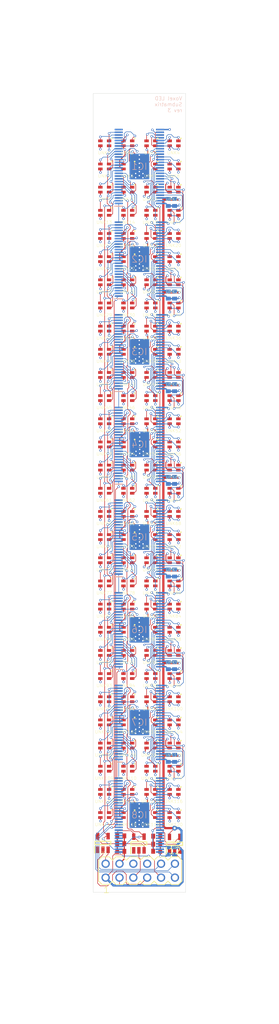
<source format=kicad_pcb>
(kicad_pcb (version 20171130) (host pcbnew "(5.1.4)-1")
  (layers (0 Top signal) (1 InnerTop signal) (2 InnerBottom signal) (31 Bottom signal) (34 B.Paste user) (35 F.Paste user) (36 B.SilkS user) (37 F.SilkS user) (38 B.Mask user) (39 F.Mask user) (44 Edge.Cuts user))
  (net 0 "")
  (net 1 "Net-(IC1-Pad57)")
  (net 2 /GND)
  (net 3 /GSCLK)
  (net 4 /3V3_LOGIC)
  (net 5 /N$LEDB16)
  (net 6 /N$LEDR16)
  (net 7 /N$LEDG16)
  (net 8 /N$LEDB15)
  (net 9 /N$LEDR15)
  (net 10 /N$LEDG15)
  (net 11 /N$LEDB12)
  (net 12 /N$LEDR12)
  (net 13 /N$LEDG12)
  (net 14 /N$LEDB11)
  (net 15 /N$LEDR11)
  (net 16 /N$LEDG11)
  (net 17 /N$LEDB8)
  (net 18 /N$LEDR8)
  (net 19 /N$LEDG8)
  (net 20 /N$LEDB7)
  (net 21 /N$LEDR7)
  (net 22 /N$LEDG7)
  (net 23 /N$LEDB4)
  (net 24 "Net-(IC1-Pad34)")
  (net 25 "Net-(IC1-Pad33)")
  (net 26 "Net-(IC1-Pad32)")
  (net 27 "Net-(IC1-Pad31)")
  (net 28 "Net-(IC1-Pad30)")
  (net 29 "Net-(IC1-Pad29)")
  (net 30 "Net-(IC1-Pad28)")
  (net 31 "Net-(IC1-Pad27)")
  (net 32 "Net-(IC1-Pad26)")
  (net 33 "Net-(IC1-Pad25)")
  (net 34 "Net-(IC1-Pad24)")
  (net 35 "Net-(IC1-Pad23)")
  (net 36 /N$LEDB2)
  (net 37 /N$LEDG5)
  (net 38 /N$LEDR5)
  (net 39 /N$LEDB5)
  (net 40 /N$LEDG6)
  (net 41 /N$LEDR6)
  (net 42 /N$LEDB6)
  (net 43 /N$LEDG9)
  (net 44 /N$LEDR9)
  (net 45 /N$LEDB9)
  (net 46 /N$LEDG10)
  (net 47 /N$LEDR10)
  (net 48 /N$LEDB10)
  (net 49 /N$LEDG14)
  (net 50 /N$LEDR14)
  (net 51 /N$LEDB14)
  (net 52 /N$LEDG13)
  (net 53 /N$LEDR13)
  (net 54 /N$LEDB13)
  (net 55 /LAT)
  (net 56 /SCLK)
  (net 57 /SOUT2)
  (net 58 "Net-(IC2-Pad57)")
  (net 59 /N$LEDB32)
  (net 60 /N$LEDR32)
  (net 61 /N$LEDG32)
  (net 62 /N$LEDB31)
  (net 63 /N$LEDR31)
  (net 64 /N$LEDG31)
  (net 65 /N$LEDB28)
  (net 66 /N$LEDR28)
  (net 67 /N$LEDG28)
  (net 68 /N$LEDB27)
  (net 69 /N$LEDR27)
  (net 70 /N$LEDG27)
  (net 71 /N$LEDB24)
  (net 72 /N$LEDR24)
  (net 73 /N$LEDG24)
  (net 74 /N$LEDB23)
  (net 75 /N$LEDR23)
  (net 76 /N$LEDG23)
  (net 77 /N$LEDB20)
  (net 78 "Net-(IC2-Pad34)")
  (net 79 "Net-(IC2-Pad33)")
  (net 80 "Net-(IC2-Pad32)")
  (net 81 "Net-(IC2-Pad31)")
  (net 82 "Net-(IC2-Pad30)")
  (net 83 "Net-(IC2-Pad29)")
  (net 84 "Net-(IC2-Pad28)")
  (net 85 "Net-(IC2-Pad27)")
  (net 86 "Net-(IC2-Pad26)")
  (net 87 "Net-(IC2-Pad25)")
  (net 88 "Net-(IC2-Pad24)")
  (net 89 "Net-(IC2-Pad23)")
  (net 90 /N$LEDB18)
  (net 91 /N$LEDG21)
  (net 92 /N$LEDR21)
  (net 93 /N$LEDB21)
  (net 94 /N$LEDG22)
  (net 95 /N$LEDR22)
  (net 96 /N$LEDB22)
  (net 97 /N$LEDG25)
  (net 98 /N$LEDR25)
  (net 99 /N$LEDB25)
  (net 100 /N$LEDG26)
  (net 101 /N$LEDR26)
  (net 102 /N$LEDB26)
  (net 103 /N$LEDG30)
  (net 104 /N$LEDR30)
  (net 105 /N$LEDB30)
  (net 106 /N$LEDG29)
  (net 107 /N$LEDR29)
  (net 108 /N$LEDB29)
  (net 109 /SIN_1,2)
  (net 110 "Net-(IC3-Pad57)")
  (net 111 /N$LEDB48)
  (net 112 /N$LEDR48)
  (net 113 /N$LEDG48)
  (net 114 /N$LEDB47)
  (net 115 /N$LEDR47)
  (net 116 /N$LEDG47)
  (net 117 /N$LEDB44)
  (net 118 /N$LEDR44)
  (net 119 /N$LEDG44)
  (net 120 /N$LEDB43)
  (net 121 /N$LEDR43)
  (net 122 /N$LEDG43)
  (net 123 /N$LEDB40)
  (net 124 /N$LEDR40)
  (net 125 /N$LEDG40)
  (net 126 /N$LEDB39)
  (net 127 /N$LEDR39)
  (net 128 /N$LEDG39)
  (net 129 /N$LEDB36)
  (net 130 "Net-(IC3-Pad34)")
  (net 131 "Net-(IC3-Pad33)")
  (net 132 "Net-(IC3-Pad32)")
  (net 133 "Net-(IC3-Pad31)")
  (net 134 "Net-(IC3-Pad30)")
  (net 135 "Net-(IC3-Pad29)")
  (net 136 "Net-(IC3-Pad28)")
  (net 137 "Net-(IC3-Pad27)")
  (net 138 "Net-(IC3-Pad26)")
  (net 139 "Net-(IC3-Pad25)")
  (net 140 "Net-(IC3-Pad24)")
  (net 141 "Net-(IC3-Pad23)")
  (net 142 /N$LEDB34)
  (net 143 /N$LEDG37)
  (net 144 /N$LEDR37)
  (net 145 /N$LEDB37)
  (net 146 /N$LEDG38)
  (net 147 /N$LEDR38)
  (net 148 /N$LEDB38)
  (net 149 /N$LEDG41)
  (net 150 /N$LEDR41)
  (net 151 /N$LEDB41)
  (net 152 /N$LEDG42)
  (net 153 /N$LEDR42)
  (net 154 /N$LEDB42)
  (net 155 /N$LEDG46)
  (net 156 /N$LEDR46)
  (net 157 /N$LEDB46)
  (net 158 /N$LEDG45)
  (net 159 /N$LEDR45)
  (net 160 /N$LEDB45)
  (net 161 /SOUT4)
  (net 162 "Net-(IC4-Pad57)")
  (net 163 /N$LEDB64)
  (net 164 /N$LEDR64)
  (net 165 /N$LEDG64)
  (net 166 /N$LEDB63)
  (net 167 /N$LEDR63)
  (net 168 /N$LEDG63)
  (net 169 /N$LEDB60)
  (net 170 /N$LEDR60)
  (net 171 /N$LEDG60)
  (net 172 /N$LEDB59)
  (net 173 /N$LEDR59)
  (net 174 /N$LEDG59)
  (net 175 /N$LEDB56)
  (net 176 /N$LEDR56)
  (net 177 /N$LEDG56)
  (net 178 /N$LEDB55)
  (net 179 /N$LEDR55)
  (net 180 /N$LEDG55)
  (net 181 /N$LEDB52)
  (net 182 "Net-(IC4-Pad34)")
  (net 183 "Net-(IC4-Pad33)")
  (net 184 "Net-(IC4-Pad32)")
  (net 185 "Net-(IC4-Pad31)")
  (net 186 "Net-(IC4-Pad30)")
  (net 187 "Net-(IC4-Pad29)")
  (net 188 "Net-(IC4-Pad28)")
  (net 189 "Net-(IC4-Pad27)")
  (net 190 "Net-(IC4-Pad26)")
  (net 191 "Net-(IC4-Pad25)")
  (net 192 "Net-(IC4-Pad24)")
  (net 193 "Net-(IC4-Pad23)")
  (net 194 /N$LEDB50)
  (net 195 /N$LEDG53)
  (net 196 /N$LEDR53)
  (net 197 /N$LEDB53)
  (net 198 /N$LEDG54)
  (net 199 /N$LEDR54)
  (net 200 /N$LEDB54)
  (net 201 /N$LEDG57)
  (net 202 /N$LEDR57)
  (net 203 /N$LEDB57)
  (net 204 /N$LEDG58)
  (net 205 /N$LEDR58)
  (net 206 /N$LEDB58)
  (net 207 /N$LEDG62)
  (net 208 /N$LEDR62)
  (net 209 /N$LEDB62)
  (net 210 /N$LEDG61)
  (net 211 /N$LEDR61)
  (net 212 /N$LEDB61)
  (net 213 /SIN_3,4)
  (net 214 /N$LEDB80)
  (net 215 /N$LEDR80)
  (net 216 /N$LEDG80)
  (net 217 /N$LEDB79)
  (net 218 /N$LEDR79)
  (net 219 /N$LEDG79)
  (net 220 /N$LEDB76)
  (net 221 /N$LEDR76)
  (net 222 /N$LEDG76)
  (net 223 /N$LEDB75)
  (net 224 /N$LEDR75)
  (net 225 /N$LEDG75)
  (net 226 /N$LEDB72)
  (net 227 /N$LEDR72)
  (net 228 /N$LEDG72)
  (net 229 /N$LEDB71)
  (net 230 /N$LEDR71)
  (net 231 /N$LEDG71)
  (net 232 /N$LEDB68)
  (net 233 /N$LEDR68)
  (net 234 /N$LEDG68)
  (net 235 /N$LEDB67)
  (net 236 /N$LEDR67)
  (net 237 /N$LEDG67)
  (net 238 /SOUT5)
  (net 239 /N$LEDG65)
  (net 240 /N$LEDR65)
  (net 241 /N$LEDB65)
  (net 242 /N$LEDG66)
  (net 243 /N$LEDR66)
  (net 244 /N$LEDB66)
  (net 245 /N$LEDG69)
  (net 246 /N$LEDR69)
  (net 247 /N$LEDB69)
  (net 248 /N$LEDG70)
  (net 249 /N$LEDR70)
  (net 250 /N$LEDB70)
  (net 251 /N$LEDG73)
  (net 252 /N$LEDR73)
  (net 253 /N$LEDB73)
  (net 254 /N$LEDG74)
  (net 255 /N$LEDR74)
  (net 256 /N$LEDB74)
  (net 257 /N$LEDG78)
  (net 258 /N$LEDR78)
  (net 259 /N$LEDB78)
  (net 260 /N$LEDG77)
  (net 261 /N$LEDR77)
  (net 262 /N$LEDB77)
  (net 263 /SOUT6)
  (net 264 /N$LEDB96)
  (net 265 /N$LEDR96)
  (net 266 /N$LEDG96)
  (net 267 /N$LEDB95)
  (net 268 /N$LEDR95)
  (net 269 /N$LEDG95)
  (net 270 /N$LEDB92)
  (net 271 /N$LEDR92)
  (net 272 /N$LEDG92)
  (net 273 /N$LEDB91)
  (net 274 /N$LEDR91)
  (net 275 /N$LEDG91)
  (net 276 /N$LEDB88)
  (net 277 /N$LEDR88)
  (net 278 /N$LEDG88)
  (net 279 /N$LEDB87)
  (net 280 /N$LEDR87)
  (net 281 /N$LEDG87)
  (net 282 /N$LEDB84)
  (net 283 /N$LEDR84)
  (net 284 /N$LEDG84)
  (net 285 /N$LEDB83)
  (net 286 /N$LEDR83)
  (net 287 /N$LEDG83)
  (net 288 /N$LEDG81)
  (net 289 /N$LEDR81)
  (net 290 /N$LEDB81)
  (net 291 /N$LEDG82)
  (net 292 /N$LEDR82)
  (net 293 /N$LEDB82)
  (net 294 /N$LEDG85)
  (net 295 /N$LEDR85)
  (net 296 /N$LEDB85)
  (net 297 /N$LEDG86)
  (net 298 /N$LEDR86)
  (net 299 /N$LEDB86)
  (net 300 /N$LEDG89)
  (net 301 /N$LEDR89)
  (net 302 /N$LEDB89)
  (net 303 /N$LEDG90)
  (net 304 /N$LEDR90)
  (net 305 /N$LEDB90)
  (net 306 /N$LEDG94)
  (net 307 /N$LEDR94)
  (net 308 /N$LEDB94)
  (net 309 /N$LEDG93)
  (net 310 /N$LEDR93)
  (net 311 /N$LEDB93)
  (net 312 /SIN_5,6)
  (net 313 /N$LEDB112)
  (net 314 /N$LEDR112)
  (net 315 /N$LEDG112)
  (net 316 /N$LEDB111)
  (net 317 /N$LEDR111)
  (net 318 /N$LEDG111)
  (net 319 /N$LEDB108)
  (net 320 /N$LEDR108)
  (net 321 /N$LEDG108)
  (net 322 /N$LEDB107)
  (net 323 /N$LEDR107)
  (net 324 /N$LEDG107)
  (net 325 /N$LEDB104)
  (net 326 /N$LEDR104)
  (net 327 /N$LEDG104)
  (net 328 /N$LEDB103)
  (net 329 /N$LEDR103)
  (net 330 /N$LEDG103)
  (net 331 /N$LEDB100)
  (net 332 /N$LEDR100)
  (net 333 /N$LEDG100)
  (net 334 /N$LEDB99)
  (net 335 /N$LEDR99)
  (net 336 /N$LEDG99)
  (net 337 /SOUT7)
  (net 338 /N$LEDG97)
  (net 339 /N$LEDR97)
  (net 340 /N$LEDB97)
  (net 341 /N$LEDG98)
  (net 342 /N$LEDR98)
  (net 343 /N$LEDB98)
  (net 344 /N$LEDG101)
  (net 345 /N$LEDR101)
  (net 346 /N$LEDB101)
  (net 347 /N$LEDG102)
  (net 348 /N$LEDR102)
  (net 349 /N$LEDB102)
  (net 350 /N$LEDG105)
  (net 351 /N$LEDR105)
  (net 352 /N$LEDB105)
  (net 353 /N$LEDG106)
  (net 354 /N$LEDR106)
  (net 355 /N$LEDB106)
  (net 356 /N$LEDG110)
  (net 357 /N$LEDR110)
  (net 358 /N$LEDB110)
  (net 359 /N$LEDG109)
  (net 360 /N$LEDR109)
  (net 361 /N$LEDB109)
  (net 362 /SOUT8)
  (net 363 /N$352)
  (net 364 /N$353)
  (net 365 /N$354)
  (net 366 /N$355)
  (net 367 /N$356)
  (net 368 /N$357)
  (net 369 /N$358)
  (net 370 /N$359)
  (net 371 /N$360)
  (net 372 /N$361)
  (net 373 /N$362)
  (net 374 /N$363)
  (net 375 /N$LEDB120)
  (net 376 /N$LEDR120)
  (net 377 /N$LEDG120)
  (net 378 /N$LEDB119)
  (net 379 /N$LEDR119)
  (net 380 /N$LEDG119)
  (net 381 /N$LEDB116)
  (net 382 /N$LEDR116)
  (net 383 /N$LEDG116)
  (net 384 /N$LEDB115)
  (net 385 /N$LEDR115)
  (net 386 /N$LEDG115)
  (net 387 /N$LEDG113)
  (net 388 /N$LEDR113)
  (net 389 /N$LEDB113)
  (net 390 /N$LEDG114)
  (net 391 /N$LEDR114)
  (net 392 /N$LEDB114)
  (net 393 /N$LEDG117)
  (net 394 /N$LEDR117)
  (net 395 /N$LEDB117)
  (net 396 /N$LEDG118)
  (net 397 /N$LEDR118)
  (net 398 /N$LEDB118)
  (net 399 /N$IC8_PIN15)
  (net 400 /N$IC8_PIN14)
  (net 401 /N$IC8_PIN13)
  (net 402 /N$IC8_PIN12)
  (net 403 /N$IC8_PIN11)
  (net 404 /N$IC8_PIN10)
  (net 405 /N$IC8_PIN9)
  (net 406 /N$IC8_PIN8)
  (net 407 /N$IC8_PIN7)
  (net 408 /N$IC8_PIN6)
  (net 409 /N$IC8_PIN5)
  (net 410 /N$IC8_PIN4)
  (net 411 /SIN_7,8)
  (net 412 /3V3)
  (net 413 /SCLK_FPGA)
  (net 414 /LAT_FPGA)
  (net 415 /GSCLK_FPGA)
  (net 416 /N$LEDB1)
  (net 417 /N$LEDR1)
  (net 418 /N$LEDG1)
  (net 419 /N$LEDR2)
  (net 420 /N$LEDG2)
  (net 421 /N$LEDB3)
  (net 422 /N$LEDR3)
  (net 423 /N$LEDG3)
  (net 424 /N$LEDR4)
  (net 425 /N$LEDG4)
  (net 426 /N$LEDB17)
  (net 427 /N$LEDR17)
  (net 428 /N$LEDG17)
  (net 429 /N$LEDR18)
  (net 430 /N$LEDG18)
  (net 431 /N$LEDB19)
  (net 432 /N$LEDR19)
  (net 433 /N$LEDG19)
  (net 434 /N$LEDR20)
  (net 435 /N$LEDG20)
  (net 436 /N$LEDB33)
  (net 437 /N$LEDR33)
  (net 438 /N$LEDG33)
  (net 439 /N$LEDR34)
  (net 440 /N$LEDG34)
  (net 441 /N$LEDB35)
  (net 442 /N$LEDR35)
  (net 443 /N$LEDG35)
  (net 444 /N$LEDR36)
  (net 445 /N$LEDG36)
  (net 446 /N$LEDB49)
  (net 447 /N$LEDR49)
  (net 448 /N$LEDG49)
  (net 449 /N$LEDR50)
  (net 450 /N$LEDG50)
  (net 451 /N$LEDB51)
  (net 452 /N$LEDR51)
  (net 453 /N$LEDG51)
  (net 454 /N$LEDR52)
  (net 455 /N$LEDG52)
  (net 456 "Net-(IC9-Pad1)")
  (net 457 "Net-(IC10-Pad1)")
  (net 458 "Net-(IC11-Pad1)")
  (module "" (layer Top) (at 148.501098 35.1786)
    (fp_text reference @HOLE0 hide)
    (fp_text value "" (at 0 0) (layer F.SilkS) (effects (font (size 1.27 1.27))))
    (pad "" np_thru_hole circle (at 0 0) (size 2.750818 2.750818) (drill 2.750818) (layers *.Cu *.Mask))
  )
  (module LEDSubMatrixHighDensity_v3:C0402 (layer Bottom) (at 153.784433 51.9136 270)
    (fp_text reference C1 hide)
    (fp_text value .1uF)
    (pad 2 smd rect (at 0.65 0 270) (size 0.7 0.9) (layers Bottom B.Paste B.Mask) (net 2 /GND))
    (pad 1 smd rect (at -0.65 0 270) (size 0.7 0.9) (layers Bottom B.Paste B.Mask) (net 4 /3V3_LOGIC))
  )
  (module LEDSubMatrixHighDensity_v3:C0402 (layer Bottom) (at 153.784433 68.846934 270)
    (fp_text reference C2 hide)
    (fp_text value .1uF)
    (pad 2 smd rect (at 0.65 0 270) (size 0.7 0.9) (layers Bottom B.Paste B.Mask) (net 2 /GND))
    (pad 1 smd rect (at -0.65 0 270) (size 0.7 0.9) (layers Bottom B.Paste B.Mask) (net 4 /3V3_LOGIC))
  )
  (module LEDSubMatrixHighDensity_v3:C0402 (layer Bottom) (at 153.784433 85.780265 270)
    (fp_text reference C3 hide)
    (fp_text value .1uF)
    (pad 2 smd rect (at 0.65 0 270) (size 0.7 0.9) (layers Bottom B.Paste B.Mask) (net 2 /GND))
    (pad 1 smd rect (at -0.65 0 270) (size 0.7 0.9) (layers Bottom B.Paste B.Mask) (net 4 /3V3_LOGIC))
  )
  (module LEDSubMatrixHighDensity_v3:C0402 (layer Bottom) (at 153.784433 102.7136 270)
    (fp_text reference C4 hide)
    (fp_text value .1uF)
    (pad 2 smd rect (at 0.65 0 270) (size 0.7 0.9) (layers Bottom B.Paste B.Mask) (net 2 /GND))
    (pad 1 smd rect (at -0.65 0 270) (size 0.7 0.9) (layers Bottom B.Paste B.Mask) (net 4 /3V3_LOGIC))
  )
  (module LEDSubMatrixHighDensity_v3:C0402 (layer Bottom) (at 153.784433 119.646934 270)
    (fp_text reference C5 hide)
    (fp_text value .1uF)
    (pad 2 smd rect (at 0.65 0 270) (size 0.7 0.9) (layers Bottom B.Paste B.Mask) (net 2 /GND))
    (pad 1 smd rect (at -0.65 0 270) (size 0.7 0.9) (layers Bottom B.Paste B.Mask) (net 4 /3V3_LOGIC))
  )
  (module LEDSubMatrixHighDensity_v3:C0402 (layer Bottom) (at 153.784433 136.580265 270)
    (fp_text reference C6 hide)
    (fp_text value .1uF)
    (pad 2 smd rect (at 0.65 0 270) (size 0.7 0.9) (layers Bottom B.Paste B.Mask) (net 2 /GND))
    (pad 1 smd rect (at -0.65 0 270) (size 0.7 0.9) (layers Bottom B.Paste B.Mask) (net 4 /3V3_LOGIC))
  )
  (module LEDSubMatrixHighDensity_v3:C0402 (layer Bottom) (at 153.784433 153.5136 270)
    (fp_text reference C7 hide)
    (fp_text value .1uF)
    (pad 2 smd rect (at 0.65 0 270) (size 0.7 0.9) (layers Bottom B.Paste B.Mask) (net 2 /GND))
    (pad 1 smd rect (at -0.65 0 270) (size 0.7 0.9) (layers Bottom B.Paste B.Mask) (net 4 /3V3_LOGIC))
  )
  (module LEDSubMatrixHighDensity_v3:C0402 (layer Bottom) (at 153.784433 170.446934 270)
    (fp_text reference C8 hide)
    (fp_text value .1uF)
    (pad 2 smd rect (at 0.65 0 270) (size 0.7 0.9) (layers Bottom B.Paste B.Mask) (net 2 /GND))
    (pad 1 smd rect (at -0.65 0 270) (size 0.7 0.9) (layers Bottom B.Paste B.Mask) (net 4 /3V3_LOGIC))
  )
  (module LEDSubMatrixHighDensity_v3:SOP50P810X120-57N (layer Bottom) (at 148.501104 45.3536)
    (fp_text reference IC1 (at 0 0) (layer B.SilkS) (effects (font (size 1.2065 1.2065) (thickness 0.09652)) (justify mirror)))
    (fp_text value TLC5955DCAR hide)
    (pad 57 smd rect (at 0 0 270) (size 4.7 3.61) (layers Bottom B.Paste B.Mask) (net 1 "Net-(IC1-Pad57)"))
    (pad 56 smd rect (at 3.788 6.75) (size 1.475 0.3) (layers Bottom B.Paste B.Mask) (net 2 /GND))
    (pad 55 smd rect (at 3.788 6.25) (size 1.475 0.3) (layers Bottom B.Paste B.Mask) (net 3 /GSCLK))
    (pad 54 smd rect (at 3.788 5.75) (size 1.475 0.3) (layers Bottom B.Paste B.Mask) (net 4 /3V3_LOGIC))
    (pad 53 smd rect (at 3.788 5.25) (size 1.475 0.3) (layers Bottom B.Paste B.Mask) (net 5 /N$LEDB16))
    (pad 52 smd rect (at 3.788 4.75) (size 1.475 0.3) (layers Bottom B.Paste B.Mask) (net 6 /N$LEDR16))
    (pad 51 smd rect (at 3.788 4.25) (size 1.475 0.3) (layers Bottom B.Paste B.Mask) (net 7 /N$LEDG16))
    (pad 50 smd rect (at 3.788 3.75) (size 1.475 0.3) (layers Bottom B.Paste B.Mask) (net 8 /N$LEDB15))
    (pad 49 smd rect (at 3.788 3.25) (size 1.475 0.3) (layers Bottom B.Paste B.Mask) (net 9 /N$LEDR15))
    (pad 48 smd rect (at 3.788 2.75) (size 1.475 0.3) (layers Bottom B.Paste B.Mask) (net 10 /N$LEDG15))
    (pad 47 smd rect (at 3.788 2.25) (size 1.475 0.3) (layers Bottom B.Paste B.Mask) (net 11 /N$LEDB12))
    (pad 46 smd rect (at 3.788 1.75) (size 1.475 0.3) (layers Bottom B.Paste B.Mask) (net 12 /N$LEDR12))
    (pad 45 smd rect (at 3.788 1.25) (size 1.475 0.3) (layers Bottom B.Paste B.Mask) (net 13 /N$LEDG12))
    (pad 44 smd rect (at 3.788 0.75) (size 1.475 0.3) (layers Bottom B.Paste B.Mask) (net 14 /N$LEDB11))
    (pad 43 smd rect (at 3.788 0.25) (size 1.475 0.3) (layers Bottom B.Paste B.Mask) (net 15 /N$LEDR11))
    (pad 42 smd rect (at 3.788 -0.25) (size 1.475 0.3) (layers Bottom B.Paste B.Mask) (net 16 /N$LEDG11))
    (pad 41 smd rect (at 3.788 -0.75) (size 1.475 0.3) (layers Bottom B.Paste B.Mask) (net 17 /N$LEDB8))
    (pad 40 smd rect (at 3.788 -1.25) (size 1.475 0.3) (layers Bottom B.Paste B.Mask) (net 18 /N$LEDR8))
    (pad 39 smd rect (at 3.788 -1.75) (size 1.475 0.3) (layers Bottom B.Paste B.Mask) (net 19 /N$LEDG8))
    (pad 38 smd rect (at 3.788 -2.25) (size 1.475 0.3) (layers Bottom B.Paste B.Mask) (net 20 /N$LEDB7))
    (pad 37 smd rect (at 3.788 -2.75) (size 1.475 0.3) (layers Bottom B.Paste B.Mask) (net 21 /N$LEDR7))
    (pad 36 smd rect (at 3.788 -3.25) (size 1.475 0.3) (layers Bottom B.Paste B.Mask) (net 22 /N$LEDG7))
    (pad 35 smd rect (at 3.788 -3.75) (size 1.475 0.3) (layers Bottom B.Paste B.Mask) (net 23 /N$LEDB4))
    (pad 34 smd rect (at 3.788 -4.25) (size 1.475 0.3) (layers Bottom B.Paste B.Mask) (net 24 "Net-(IC1-Pad34)"))
    (pad 33 smd rect (at 3.788 -4.75) (size 1.475 0.3) (layers Bottom B.Paste B.Mask) (net 25 "Net-(IC1-Pad33)"))
    (pad 32 smd rect (at 3.788 -5.25) (size 1.475 0.3) (layers Bottom B.Paste B.Mask) (net 26 "Net-(IC1-Pad32)"))
    (pad 31 smd rect (at 3.788 -5.75) (size 1.475 0.3) (layers Bottom B.Paste B.Mask) (net 27 "Net-(IC1-Pad31)"))
    (pad 30 smd rect (at 3.788 -6.25) (size 1.475 0.3) (layers Bottom B.Paste B.Mask) (net 28 "Net-(IC1-Pad30)"))
    (pad 29 smd rect (at 3.788 -6.75) (size 1.475 0.3) (layers Bottom B.Paste B.Mask) (net 29 "Net-(IC1-Pad29)"))
    (pad 28 smd rect (at -3.788 -6.75) (size 1.475 0.3) (layers Bottom B.Paste B.Mask) (net 30 "Net-(IC1-Pad28)"))
    (pad 27 smd rect (at -3.788 -6.25) (size 1.475 0.3) (layers Bottom B.Paste B.Mask) (net 31 "Net-(IC1-Pad27)"))
    (pad 26 smd rect (at -3.788 -5.75) (size 1.475 0.3) (layers Bottom B.Paste B.Mask) (net 32 "Net-(IC1-Pad26)"))
    (pad 25 smd rect (at -3.788 -5.25) (size 1.475 0.3) (layers Bottom B.Paste B.Mask) (net 33 "Net-(IC1-Pad25)"))
    (pad 24 smd rect (at -3.788 -4.75) (size 1.475 0.3) (layers Bottom B.Paste B.Mask) (net 34 "Net-(IC1-Pad24)"))
    (pad 23 smd rect (at -3.788 -4.25) (size 1.475 0.3) (layers Bottom B.Paste B.Mask) (net 35 "Net-(IC1-Pad23)"))
    (pad 22 smd rect (at -3.788 -3.75) (size 1.475 0.3) (layers Bottom B.Paste B.Mask) (net 36 /N$LEDB2))
    (pad 21 smd rect (at -3.788 -3.25) (size 1.475 0.3) (layers Bottom B.Paste B.Mask) (net 37 /N$LEDG5))
    (pad 20 smd rect (at -3.788 -2.75) (size 1.475 0.3) (layers Bottom B.Paste B.Mask) (net 38 /N$LEDR5))
    (pad 19 smd rect (at -3.788 -2.25) (size 1.475 0.3) (layers Bottom B.Paste B.Mask) (net 39 /N$LEDB5))
    (pad 18 smd rect (at -3.788 -1.75) (size 1.475 0.3) (layers Bottom B.Paste B.Mask) (net 40 /N$LEDG6))
    (pad 17 smd rect (at -3.788 -1.25) (size 1.475 0.3) (layers Bottom B.Paste B.Mask) (net 41 /N$LEDR6))
    (pad 16 smd rect (at -3.788 -0.75) (size 1.475 0.3) (layers Bottom B.Paste B.Mask) (net 42 /N$LEDB6))
    (pad 15 smd rect (at -3.788 -0.25) (size 1.475 0.3) (layers Bottom B.Paste B.Mask) (net 43 /N$LEDG9))
    (pad 14 smd rect (at -3.788 0.25) (size 1.475 0.3) (layers Bottom B.Paste B.Mask) (net 44 /N$LEDR9))
    (pad 13 smd rect (at -3.788 0.75) (size 1.475 0.3) (layers Bottom B.Paste B.Mask) (net 45 /N$LEDB9))
    (pad 12 smd rect (at -3.788 1.25) (size 1.475 0.3) (layers Bottom B.Paste B.Mask) (net 46 /N$LEDG10))
    (pad 11 smd rect (at -3.788 1.75) (size 1.475 0.3) (layers Bottom B.Paste B.Mask) (net 47 /N$LEDR10))
    (pad 10 smd rect (at -3.788 2.25) (size 1.475 0.3) (layers Bottom B.Paste B.Mask) (net 48 /N$LEDB10))
    (pad 9 smd rect (at -3.788 2.75) (size 1.475 0.3) (layers Bottom B.Paste B.Mask) (net 49 /N$LEDG14))
    (pad 8 smd rect (at -3.788 3.25) (size 1.475 0.3) (layers Bottom B.Paste B.Mask) (net 50 /N$LEDR14))
    (pad 7 smd rect (at -3.788 3.75) (size 1.475 0.3) (layers Bottom B.Paste B.Mask) (net 51 /N$LEDB14))
    (pad 6 smd rect (at -3.788 4.25) (size 1.475 0.3) (layers Bottom B.Paste B.Mask) (net 52 /N$LEDG13))
    (pad 5 smd rect (at -3.788 4.75) (size 1.475 0.3) (layers Bottom B.Paste B.Mask) (net 53 /N$LEDR13))
    (pad 4 smd rect (at -3.788 5.25) (size 1.475 0.3) (layers Bottom B.Paste B.Mask) (net 54 /N$LEDB13))
    (pad 3 smd rect (at -3.788 5.75) (size 1.475 0.3) (layers Bottom B.Paste B.Mask) (net 55 /LAT))
    (pad 2 smd rect (at -3.788 6.25) (size 1.475 0.3) (layers Bottom B.Paste B.Mask) (net 56 /SCLK))
    (pad 1 smd rect (at -3.788 6.75) (size 1.475 0.3) (layers Bottom B.Paste B.Mask) (net 57 /SOUT2))
  )
  (module LEDSubMatrixHighDensity_v3:SOP50P810X120-57N (layer Bottom) (at 148.501104 62.286934)
    (fp_text reference IC2 (at 0 0) (layer B.SilkS) (effects (font (size 1.2065 1.2065) (thickness 0.09652)) (justify mirror)))
    (fp_text value TLC5955DCAR hide)
    (pad 57 smd rect (at 0 0 270) (size 4.7 3.61) (layers Bottom B.Paste B.Mask) (net 58 "Net-(IC2-Pad57)"))
    (pad 56 smd rect (at 3.788 6.75) (size 1.475 0.3) (layers Bottom B.Paste B.Mask) (net 2 /GND))
    (pad 55 smd rect (at 3.788 6.25) (size 1.475 0.3) (layers Bottom B.Paste B.Mask) (net 3 /GSCLK))
    (pad 54 smd rect (at 3.788 5.75) (size 1.475 0.3) (layers Bottom B.Paste B.Mask) (net 4 /3V3_LOGIC))
    (pad 53 smd rect (at 3.788 5.25) (size 1.475 0.3) (layers Bottom B.Paste B.Mask) (net 59 /N$LEDB32))
    (pad 52 smd rect (at 3.788 4.75) (size 1.475 0.3) (layers Bottom B.Paste B.Mask) (net 60 /N$LEDR32))
    (pad 51 smd rect (at 3.788 4.25) (size 1.475 0.3) (layers Bottom B.Paste B.Mask) (net 61 /N$LEDG32))
    (pad 50 smd rect (at 3.788 3.75) (size 1.475 0.3) (layers Bottom B.Paste B.Mask) (net 62 /N$LEDB31))
    (pad 49 smd rect (at 3.788 3.25) (size 1.475 0.3) (layers Bottom B.Paste B.Mask) (net 63 /N$LEDR31))
    (pad 48 smd rect (at 3.788 2.75) (size 1.475 0.3) (layers Bottom B.Paste B.Mask) (net 64 /N$LEDG31))
    (pad 47 smd rect (at 3.788 2.25) (size 1.475 0.3) (layers Bottom B.Paste B.Mask) (net 65 /N$LEDB28))
    (pad 46 smd rect (at 3.788 1.75) (size 1.475 0.3) (layers Bottom B.Paste B.Mask) (net 66 /N$LEDR28))
    (pad 45 smd rect (at 3.788 1.25) (size 1.475 0.3) (layers Bottom B.Paste B.Mask) (net 67 /N$LEDG28))
    (pad 44 smd rect (at 3.788 0.75) (size 1.475 0.3) (layers Bottom B.Paste B.Mask) (net 68 /N$LEDB27))
    (pad 43 smd rect (at 3.788 0.25) (size 1.475 0.3) (layers Bottom B.Paste B.Mask) (net 69 /N$LEDR27))
    (pad 42 smd rect (at 3.788 -0.25) (size 1.475 0.3) (layers Bottom B.Paste B.Mask) (net 70 /N$LEDG27))
    (pad 41 smd rect (at 3.788 -0.75) (size 1.475 0.3) (layers Bottom B.Paste B.Mask) (net 71 /N$LEDB24))
    (pad 40 smd rect (at 3.788 -1.25) (size 1.475 0.3) (layers Bottom B.Paste B.Mask) (net 72 /N$LEDR24))
    (pad 39 smd rect (at 3.788 -1.75) (size 1.475 0.3) (layers Bottom B.Paste B.Mask) (net 73 /N$LEDG24))
    (pad 38 smd rect (at 3.788 -2.25) (size 1.475 0.3) (layers Bottom B.Paste B.Mask) (net 74 /N$LEDB23))
    (pad 37 smd rect (at 3.788 -2.75) (size 1.475 0.3) (layers Bottom B.Paste B.Mask) (net 75 /N$LEDR23))
    (pad 36 smd rect (at 3.788 -3.25) (size 1.475 0.3) (layers Bottom B.Paste B.Mask) (net 76 /N$LEDG23))
    (pad 35 smd rect (at 3.788 -3.75) (size 1.475 0.3) (layers Bottom B.Paste B.Mask) (net 77 /N$LEDB20))
    (pad 34 smd rect (at 3.788 -4.25) (size 1.475 0.3) (layers Bottom B.Paste B.Mask) (net 78 "Net-(IC2-Pad34)"))
    (pad 33 smd rect (at 3.788 -4.75) (size 1.475 0.3) (layers Bottom B.Paste B.Mask) (net 79 "Net-(IC2-Pad33)"))
    (pad 32 smd rect (at 3.788 -5.25) (size 1.475 0.3) (layers Bottom B.Paste B.Mask) (net 80 "Net-(IC2-Pad32)"))
    (pad 31 smd rect (at 3.788 -5.75) (size 1.475 0.3) (layers Bottom B.Paste B.Mask) (net 81 "Net-(IC2-Pad31)"))
    (pad 30 smd rect (at 3.788 -6.25) (size 1.475 0.3) (layers Bottom B.Paste B.Mask) (net 82 "Net-(IC2-Pad30)"))
    (pad 29 smd rect (at 3.788 -6.75) (size 1.475 0.3) (layers Bottom B.Paste B.Mask) (net 83 "Net-(IC2-Pad29)"))
    (pad 28 smd rect (at -3.788 -6.75) (size 1.475 0.3) (layers Bottom B.Paste B.Mask) (net 84 "Net-(IC2-Pad28)"))
    (pad 27 smd rect (at -3.788 -6.25) (size 1.475 0.3) (layers Bottom B.Paste B.Mask) (net 85 "Net-(IC2-Pad27)"))
    (pad 26 smd rect (at -3.788 -5.75) (size 1.475 0.3) (layers Bottom B.Paste B.Mask) (net 86 "Net-(IC2-Pad26)"))
    (pad 25 smd rect (at -3.788 -5.25) (size 1.475 0.3) (layers Bottom B.Paste B.Mask) (net 87 "Net-(IC2-Pad25)"))
    (pad 24 smd rect (at -3.788 -4.75) (size 1.475 0.3) (layers Bottom B.Paste B.Mask) (net 88 "Net-(IC2-Pad24)"))
    (pad 23 smd rect (at -3.788 -4.25) (size 1.475 0.3) (layers Bottom B.Paste B.Mask) (net 89 "Net-(IC2-Pad23)"))
    (pad 22 smd rect (at -3.788 -3.75) (size 1.475 0.3) (layers Bottom B.Paste B.Mask) (net 90 /N$LEDB18))
    (pad 21 smd rect (at -3.788 -3.25) (size 1.475 0.3) (layers Bottom B.Paste B.Mask) (net 91 /N$LEDG21))
    (pad 20 smd rect (at -3.788 -2.75) (size 1.475 0.3) (layers Bottom B.Paste B.Mask) (net 92 /N$LEDR21))
    (pad 19 smd rect (at -3.788 -2.25) (size 1.475 0.3) (layers Bottom B.Paste B.Mask) (net 93 /N$LEDB21))
    (pad 18 smd rect (at -3.788 -1.75) (size 1.475 0.3) (layers Bottom B.Paste B.Mask) (net 94 /N$LEDG22))
    (pad 17 smd rect (at -3.788 -1.25) (size 1.475 0.3) (layers Bottom B.Paste B.Mask) (net 95 /N$LEDR22))
    (pad 16 smd rect (at -3.788 -0.75) (size 1.475 0.3) (layers Bottom B.Paste B.Mask) (net 96 /N$LEDB22))
    (pad 15 smd rect (at -3.788 -0.25) (size 1.475 0.3) (layers Bottom B.Paste B.Mask) (net 97 /N$LEDG25))
    (pad 14 smd rect (at -3.788 0.25) (size 1.475 0.3) (layers Bottom B.Paste B.Mask) (net 98 /N$LEDR25))
    (pad 13 smd rect (at -3.788 0.75) (size 1.475 0.3) (layers Bottom B.Paste B.Mask) (net 99 /N$LEDB25))
    (pad 12 smd rect (at -3.788 1.25) (size 1.475 0.3) (layers Bottom B.Paste B.Mask) (net 100 /N$LEDG26))
    (pad 11 smd rect (at -3.788 1.75) (size 1.475 0.3) (layers Bottom B.Paste B.Mask) (net 101 /N$LEDR26))
    (pad 10 smd rect (at -3.788 2.25) (size 1.475 0.3) (layers Bottom B.Paste B.Mask) (net 102 /N$LEDB26))
    (pad 9 smd rect (at -3.788 2.75) (size 1.475 0.3) (layers Bottom B.Paste B.Mask) (net 103 /N$LEDG30))
    (pad 8 smd rect (at -3.788 3.25) (size 1.475 0.3) (layers Bottom B.Paste B.Mask) (net 104 /N$LEDR30))
    (pad 7 smd rect (at -3.788 3.75) (size 1.475 0.3) (layers Bottom B.Paste B.Mask) (net 105 /N$LEDB30))
    (pad 6 smd rect (at -3.788 4.25) (size 1.475 0.3) (layers Bottom B.Paste B.Mask) (net 106 /N$LEDG29))
    (pad 5 smd rect (at -3.788 4.75) (size 1.475 0.3) (layers Bottom B.Paste B.Mask) (net 107 /N$LEDR29))
    (pad 4 smd rect (at -3.788 5.25) (size 1.475 0.3) (layers Bottom B.Paste B.Mask) (net 108 /N$LEDB29))
    (pad 3 smd rect (at -3.788 5.75) (size 1.475 0.3) (layers Bottom B.Paste B.Mask) (net 55 /LAT))
    (pad 2 smd rect (at -3.788 6.25) (size 1.475 0.3) (layers Bottom B.Paste B.Mask) (net 56 /SCLK))
    (pad 1 smd rect (at -3.788 6.75) (size 1.475 0.3) (layers Bottom B.Paste B.Mask) (net 109 /SIN_1,2))
  )
  (module LEDSubMatrixHighDensity_v3:SOP50P810X120-57N (layer Bottom) (at 148.501104 79.220268)
    (fp_text reference IC3 (at 0 0) (layer B.SilkS) (effects (font (size 1.2065 1.2065) (thickness 0.09652)) (justify mirror)))
    (fp_text value TLC5955DCAR hide)
    (pad 57 smd rect (at 0 0 270) (size 4.7 3.61) (layers Bottom B.Paste B.Mask) (net 110 "Net-(IC3-Pad57)"))
    (pad 56 smd rect (at 3.788 6.75) (size 1.475 0.3) (layers Bottom B.Paste B.Mask) (net 2 /GND))
    (pad 55 smd rect (at 3.788 6.25) (size 1.475 0.3) (layers Bottom B.Paste B.Mask) (net 3 /GSCLK))
    (pad 54 smd rect (at 3.788 5.75) (size 1.475 0.3) (layers Bottom B.Paste B.Mask) (net 4 /3V3_LOGIC))
    (pad 53 smd rect (at 3.788 5.25) (size 1.475 0.3) (layers Bottom B.Paste B.Mask) (net 111 /N$LEDB48))
    (pad 52 smd rect (at 3.788 4.75) (size 1.475 0.3) (layers Bottom B.Paste B.Mask) (net 112 /N$LEDR48))
    (pad 51 smd rect (at 3.788 4.25) (size 1.475 0.3) (layers Bottom B.Paste B.Mask) (net 113 /N$LEDG48))
    (pad 50 smd rect (at 3.788 3.75) (size 1.475 0.3) (layers Bottom B.Paste B.Mask) (net 114 /N$LEDB47))
    (pad 49 smd rect (at 3.788 3.25) (size 1.475 0.3) (layers Bottom B.Paste B.Mask) (net 115 /N$LEDR47))
    (pad 48 smd rect (at 3.788 2.75) (size 1.475 0.3) (layers Bottom B.Paste B.Mask) (net 116 /N$LEDG47))
    (pad 47 smd rect (at 3.788 2.25) (size 1.475 0.3) (layers Bottom B.Paste B.Mask) (net 117 /N$LEDB44))
    (pad 46 smd rect (at 3.788 1.75) (size 1.475 0.3) (layers Bottom B.Paste B.Mask) (net 118 /N$LEDR44))
    (pad 45 smd rect (at 3.788 1.25) (size 1.475 0.3) (layers Bottom B.Paste B.Mask) (net 119 /N$LEDG44))
    (pad 44 smd rect (at 3.788 0.75) (size 1.475 0.3) (layers Bottom B.Paste B.Mask) (net 120 /N$LEDB43))
    (pad 43 smd rect (at 3.788 0.25) (size 1.475 0.3) (layers Bottom B.Paste B.Mask) (net 121 /N$LEDR43))
    (pad 42 smd rect (at 3.788 -0.25) (size 1.475 0.3) (layers Bottom B.Paste B.Mask) (net 122 /N$LEDG43))
    (pad 41 smd rect (at 3.788 -0.75) (size 1.475 0.3) (layers Bottom B.Paste B.Mask) (net 123 /N$LEDB40))
    (pad 40 smd rect (at 3.788 -1.25) (size 1.475 0.3) (layers Bottom B.Paste B.Mask) (net 124 /N$LEDR40))
    (pad 39 smd rect (at 3.788 -1.75) (size 1.475 0.3) (layers Bottom B.Paste B.Mask) (net 125 /N$LEDG40))
    (pad 38 smd rect (at 3.788 -2.25) (size 1.475 0.3) (layers Bottom B.Paste B.Mask) (net 126 /N$LEDB39))
    (pad 37 smd rect (at 3.788 -2.75) (size 1.475 0.3) (layers Bottom B.Paste B.Mask) (net 127 /N$LEDR39))
    (pad 36 smd rect (at 3.788 -3.25) (size 1.475 0.3) (layers Bottom B.Paste B.Mask) (net 128 /N$LEDG39))
    (pad 35 smd rect (at 3.788 -3.75) (size 1.475 0.3) (layers Bottom B.Paste B.Mask) (net 129 /N$LEDB36))
    (pad 34 smd rect (at 3.788 -4.25) (size 1.475 0.3) (layers Bottom B.Paste B.Mask) (net 130 "Net-(IC3-Pad34)"))
    (pad 33 smd rect (at 3.788 -4.75) (size 1.475 0.3) (layers Bottom B.Paste B.Mask) (net 131 "Net-(IC3-Pad33)"))
    (pad 32 smd rect (at 3.788 -5.25) (size 1.475 0.3) (layers Bottom B.Paste B.Mask) (net 132 "Net-(IC3-Pad32)"))
    (pad 31 smd rect (at 3.788 -5.75) (size 1.475 0.3) (layers Bottom B.Paste B.Mask) (net 133 "Net-(IC3-Pad31)"))
    (pad 30 smd rect (at 3.788 -6.25) (size 1.475 0.3) (layers Bottom B.Paste B.Mask) (net 134 "Net-(IC3-Pad30)"))
    (pad 29 smd rect (at 3.788 -6.75) (size 1.475 0.3) (layers Bottom B.Paste B.Mask) (net 135 "Net-(IC3-Pad29)"))
    (pad 28 smd rect (at -3.788 -6.75) (size 1.475 0.3) (layers Bottom B.Paste B.Mask) (net 136 "Net-(IC3-Pad28)"))
    (pad 27 smd rect (at -3.788 -6.25) (size 1.475 0.3) (layers Bottom B.Paste B.Mask) (net 137 "Net-(IC3-Pad27)"))
    (pad 26 smd rect (at -3.788 -5.75) (size 1.475 0.3) (layers Bottom B.Paste B.Mask) (net 138 "Net-(IC3-Pad26)"))
    (pad 25 smd rect (at -3.788 -5.25) (size 1.475 0.3) (layers Bottom B.Paste B.Mask) (net 139 "Net-(IC3-Pad25)"))
    (pad 24 smd rect (at -3.788 -4.75) (size 1.475 0.3) (layers Bottom B.Paste B.Mask) (net 140 "Net-(IC3-Pad24)"))
    (pad 23 smd rect (at -3.788 -4.25) (size 1.475 0.3) (layers Bottom B.Paste B.Mask) (net 141 "Net-(IC3-Pad23)"))
    (pad 22 smd rect (at -3.788 -3.75) (size 1.475 0.3) (layers Bottom B.Paste B.Mask) (net 142 /N$LEDB34))
    (pad 21 smd rect (at -3.788 -3.25) (size 1.475 0.3) (layers Bottom B.Paste B.Mask) (net 143 /N$LEDG37))
    (pad 20 smd rect (at -3.788 -2.75) (size 1.475 0.3) (layers Bottom B.Paste B.Mask) (net 144 /N$LEDR37))
    (pad 19 smd rect (at -3.788 -2.25) (size 1.475 0.3) (layers Bottom B.Paste B.Mask) (net 145 /N$LEDB37))
    (pad 18 smd rect (at -3.788 -1.75) (size 1.475 0.3) (layers Bottom B.Paste B.Mask) (net 146 /N$LEDG38))
    (pad 17 smd rect (at -3.788 -1.25) (size 1.475 0.3) (layers Bottom B.Paste B.Mask) (net 147 /N$LEDR38))
    (pad 16 smd rect (at -3.788 -0.75) (size 1.475 0.3) (layers Bottom B.Paste B.Mask) (net 148 /N$LEDB38))
    (pad 15 smd rect (at -3.788 -0.25) (size 1.475 0.3) (layers Bottom B.Paste B.Mask) (net 149 /N$LEDG41))
    (pad 14 smd rect (at -3.788 0.25) (size 1.475 0.3) (layers Bottom B.Paste B.Mask) (net 150 /N$LEDR41))
    (pad 13 smd rect (at -3.788 0.75) (size 1.475 0.3) (layers Bottom B.Paste B.Mask) (net 151 /N$LEDB41))
    (pad 12 smd rect (at -3.788 1.25) (size 1.475 0.3) (layers Bottom B.Paste B.Mask) (net 152 /N$LEDG42))
    (pad 11 smd rect (at -3.788 1.75) (size 1.475 0.3) (layers Bottom B.Paste B.Mask) (net 153 /N$LEDR42))
    (pad 10 smd rect (at -3.788 2.25) (size 1.475 0.3) (layers Bottom B.Paste B.Mask) (net 154 /N$LEDB42))
    (pad 9 smd rect (at -3.788 2.75) (size 1.475 0.3) (layers Bottom B.Paste B.Mask) (net 155 /N$LEDG46))
    (pad 8 smd rect (at -3.788 3.25) (size 1.475 0.3) (layers Bottom B.Paste B.Mask) (net 156 /N$LEDR46))
    (pad 7 smd rect (at -3.788 3.75) (size 1.475 0.3) (layers Bottom B.Paste B.Mask) (net 157 /N$LEDB46))
    (pad 6 smd rect (at -3.788 4.25) (size 1.475 0.3) (layers Bottom B.Paste B.Mask) (net 158 /N$LEDG45))
    (pad 5 smd rect (at -3.788 4.75) (size 1.475 0.3) (layers Bottom B.Paste B.Mask) (net 159 /N$LEDR45))
    (pad 4 smd rect (at -3.788 5.25) (size 1.475 0.3) (layers Bottom B.Paste B.Mask) (net 160 /N$LEDB45))
    (pad 3 smd rect (at -3.788 5.75) (size 1.475 0.3) (layers Bottom B.Paste B.Mask) (net 55 /LAT))
    (pad 2 smd rect (at -3.788 6.25) (size 1.475 0.3) (layers Bottom B.Paste B.Mask) (net 56 /SCLK))
    (pad 1 smd rect (at -3.788 6.75) (size 1.475 0.3) (layers Bottom B.Paste B.Mask) (net 161 /SOUT4))
  )
  (module LEDSubMatrixHighDensity_v3:SOP50P810X120-57N (layer Bottom) (at 148.501104 96.1536)
    (fp_text reference IC4 (at 0 0) (layer B.SilkS) (effects (font (size 1.2065 1.2065) (thickness 0.09652)) (justify mirror)))
    (fp_text value TLC5955DCAR hide)
    (pad 57 smd rect (at 0 0 270) (size 4.7 3.61) (layers Bottom B.Paste B.Mask) (net 162 "Net-(IC4-Pad57)"))
    (pad 56 smd rect (at 3.788 6.75) (size 1.475 0.3) (layers Bottom B.Paste B.Mask) (net 2 /GND))
    (pad 55 smd rect (at 3.788 6.25) (size 1.475 0.3) (layers Bottom B.Paste B.Mask) (net 3 /GSCLK))
    (pad 54 smd rect (at 3.788 5.75) (size 1.475 0.3) (layers Bottom B.Paste B.Mask) (net 4 /3V3_LOGIC))
    (pad 53 smd rect (at 3.788 5.25) (size 1.475 0.3) (layers Bottom B.Paste B.Mask) (net 163 /N$LEDB64))
    (pad 52 smd rect (at 3.788 4.75) (size 1.475 0.3) (layers Bottom B.Paste B.Mask) (net 164 /N$LEDR64))
    (pad 51 smd rect (at 3.788 4.25) (size 1.475 0.3) (layers Bottom B.Paste B.Mask) (net 165 /N$LEDG64))
    (pad 50 smd rect (at 3.788 3.75) (size 1.475 0.3) (layers Bottom B.Paste B.Mask) (net 166 /N$LEDB63))
    (pad 49 smd rect (at 3.788 3.25) (size 1.475 0.3) (layers Bottom B.Paste B.Mask) (net 167 /N$LEDR63))
    (pad 48 smd rect (at 3.788 2.75) (size 1.475 0.3) (layers Bottom B.Paste B.Mask) (net 168 /N$LEDG63))
    (pad 47 smd rect (at 3.788 2.25) (size 1.475 0.3) (layers Bottom B.Paste B.Mask) (net 169 /N$LEDB60))
    (pad 46 smd rect (at 3.788 1.75) (size 1.475 0.3) (layers Bottom B.Paste B.Mask) (net 170 /N$LEDR60))
    (pad 45 smd rect (at 3.788 1.25) (size 1.475 0.3) (layers Bottom B.Paste B.Mask) (net 171 /N$LEDG60))
    (pad 44 smd rect (at 3.788 0.75) (size 1.475 0.3) (layers Bottom B.Paste B.Mask) (net 172 /N$LEDB59))
    (pad 43 smd rect (at 3.788 0.25) (size 1.475 0.3) (layers Bottom B.Paste B.Mask) (net 173 /N$LEDR59))
    (pad 42 smd rect (at 3.788 -0.25) (size 1.475 0.3) (layers Bottom B.Paste B.Mask) (net 174 /N$LEDG59))
    (pad 41 smd rect (at 3.788 -0.75) (size 1.475 0.3) (layers Bottom B.Paste B.Mask) (net 175 /N$LEDB56))
    (pad 40 smd rect (at 3.788 -1.25) (size 1.475 0.3) (layers Bottom B.Paste B.Mask) (net 176 /N$LEDR56))
    (pad 39 smd rect (at 3.788 -1.75) (size 1.475 0.3) (layers Bottom B.Paste B.Mask) (net 177 /N$LEDG56))
    (pad 38 smd rect (at 3.788 -2.25) (size 1.475 0.3) (layers Bottom B.Paste B.Mask) (net 178 /N$LEDB55))
    (pad 37 smd rect (at 3.788 -2.75) (size 1.475 0.3) (layers Bottom B.Paste B.Mask) (net 179 /N$LEDR55))
    (pad 36 smd rect (at 3.788 -3.25) (size 1.475 0.3) (layers Bottom B.Paste B.Mask) (net 180 /N$LEDG55))
    (pad 35 smd rect (at 3.788 -3.75) (size 1.475 0.3) (layers Bottom B.Paste B.Mask) (net 181 /N$LEDB52))
    (pad 34 smd rect (at 3.788 -4.25) (size 1.475 0.3) (layers Bottom B.Paste B.Mask) (net 182 "Net-(IC4-Pad34)"))
    (pad 33 smd rect (at 3.788 -4.75) (size 1.475 0.3) (layers Bottom B.Paste B.Mask) (net 183 "Net-(IC4-Pad33)"))
    (pad 32 smd rect (at 3.788 -5.25) (size 1.475 0.3) (layers Bottom B.Paste B.Mask) (net 184 "Net-(IC4-Pad32)"))
    (pad 31 smd rect (at 3.788 -5.75) (size 1.475 0.3) (layers Bottom B.Paste B.Mask) (net 185 "Net-(IC4-Pad31)"))
    (pad 30 smd rect (at 3.788 -6.25) (size 1.475 0.3) (layers Bottom B.Paste B.Mask) (net 186 "Net-(IC4-Pad30)"))
    (pad 29 smd rect (at 3.788 -6.75) (size 1.475 0.3) (layers Bottom B.Paste B.Mask) (net 187 "Net-(IC4-Pad29)"))
    (pad 28 smd rect (at -3.788 -6.75) (size 1.475 0.3) (layers Bottom B.Paste B.Mask) (net 188 "Net-(IC4-Pad28)"))
    (pad 27 smd rect (at -3.788 -6.25) (size 1.475 0.3) (layers Bottom B.Paste B.Mask) (net 189 "Net-(IC4-Pad27)"))
    (pad 26 smd rect (at -3.788 -5.75) (size 1.475 0.3) (layers Bottom B.Paste B.Mask) (net 190 "Net-(IC4-Pad26)"))
    (pad 25 smd rect (at -3.788 -5.25) (size 1.475 0.3) (layers Bottom B.Paste B.Mask) (net 191 "Net-(IC4-Pad25)"))
    (pad 24 smd rect (at -3.788 -4.75) (size 1.475 0.3) (layers Bottom B.Paste B.Mask) (net 192 "Net-(IC4-Pad24)"))
    (pad 23 smd rect (at -3.788 -4.25) (size 1.475 0.3) (layers Bottom B.Paste B.Mask) (net 193 "Net-(IC4-Pad23)"))
    (pad 22 smd rect (at -3.788 -3.75) (size 1.475 0.3) (layers Bottom B.Paste B.Mask) (net 194 /N$LEDB50))
    (pad 21 smd rect (at -3.788 -3.25) (size 1.475 0.3) (layers Bottom B.Paste B.Mask) (net 195 /N$LEDG53))
    (pad 20 smd rect (at -3.788 -2.75) (size 1.475 0.3) (layers Bottom B.Paste B.Mask) (net 196 /N$LEDR53))
    (pad 19 smd rect (at -3.788 -2.25) (size 1.475 0.3) (layers Bottom B.Paste B.Mask) (net 197 /N$LEDB53))
    (pad 18 smd rect (at -3.788 -1.75) (size 1.475 0.3) (layers Bottom B.Paste B.Mask) (net 198 /N$LEDG54))
    (pad 17 smd rect (at -3.788 -1.25) (size 1.475 0.3) (layers Bottom B.Paste B.Mask) (net 199 /N$LEDR54))
    (pad 16 smd rect (at -3.788 -0.75) (size 1.475 0.3) (layers Bottom B.Paste B.Mask) (net 200 /N$LEDB54))
    (pad 15 smd rect (at -3.788 -0.25) (size 1.475 0.3) (layers Bottom B.Paste B.Mask) (net 201 /N$LEDG57))
    (pad 14 smd rect (at -3.788 0.25) (size 1.475 0.3) (layers Bottom B.Paste B.Mask) (net 202 /N$LEDR57))
    (pad 13 smd rect (at -3.788 0.75) (size 1.475 0.3) (layers Bottom B.Paste B.Mask) (net 203 /N$LEDB57))
    (pad 12 smd rect (at -3.788 1.25) (size 1.475 0.3) (layers Bottom B.Paste B.Mask) (net 204 /N$LEDG58))
    (pad 11 smd rect (at -3.788 1.75) (size 1.475 0.3) (layers Bottom B.Paste B.Mask) (net 205 /N$LEDR58))
    (pad 10 smd rect (at -3.788 2.25) (size 1.475 0.3) (layers Bottom B.Paste B.Mask) (net 206 /N$LEDB58))
    (pad 9 smd rect (at -3.788 2.75) (size 1.475 0.3) (layers Bottom B.Paste B.Mask) (net 207 /N$LEDG62))
    (pad 8 smd rect (at -3.788 3.25) (size 1.475 0.3) (layers Bottom B.Paste B.Mask) (net 208 /N$LEDR62))
    (pad 7 smd rect (at -3.788 3.75) (size 1.475 0.3) (layers Bottom B.Paste B.Mask) (net 209 /N$LEDB62))
    (pad 6 smd rect (at -3.788 4.25) (size 1.475 0.3) (layers Bottom B.Paste B.Mask) (net 210 /N$LEDG61))
    (pad 5 smd rect (at -3.788 4.75) (size 1.475 0.3) (layers Bottom B.Paste B.Mask) (net 211 /N$LEDR61))
    (pad 4 smd rect (at -3.788 5.25) (size 1.475 0.3) (layers Bottom B.Paste B.Mask) (net 212 /N$LEDB61))
    (pad 3 smd rect (at -3.788 5.75) (size 1.475 0.3) (layers Bottom B.Paste B.Mask) (net 55 /LAT))
    (pad 2 smd rect (at -3.788 6.25) (size 1.475 0.3) (layers Bottom B.Paste B.Mask) (net 56 /SCLK))
    (pad 1 smd rect (at -3.788 6.75) (size 1.475 0.3) (layers Bottom B.Paste B.Mask) (net 213 /SIN_3,4))
  )
  (module LEDSubMatrixHighDensity_v3:SOP50P810X120-57N (layer Bottom) (at 148.501104 113.086934)
    (fp_text reference IC5 (at 0 0) (layer B.SilkS) (effects (font (size 1.2065 1.2065) (thickness 0.09652)) (justify mirror)))
    (fp_text value TLC5955DCAR hide)
    (pad 57 smd rect (at 0 0 270) (size 4.7 3.61) (layers Bottom B.Paste B.Mask) (net 2 /GND))
    (pad 56 smd rect (at 3.788 6.75) (size 1.475 0.3) (layers Bottom B.Paste B.Mask) (net 2 /GND))
    (pad 55 smd rect (at 3.788 6.25) (size 1.475 0.3) (layers Bottom B.Paste B.Mask) (net 3 /GSCLK))
    (pad 54 smd rect (at 3.788 5.75) (size 1.475 0.3) (layers Bottom B.Paste B.Mask) (net 4 /3V3_LOGIC))
    (pad 53 smd rect (at 3.788 5.25) (size 1.475 0.3) (layers Bottom B.Paste B.Mask) (net 214 /N$LEDB80))
    (pad 52 smd rect (at 3.788 4.75) (size 1.475 0.3) (layers Bottom B.Paste B.Mask) (net 215 /N$LEDR80))
    (pad 51 smd rect (at 3.788 4.25) (size 1.475 0.3) (layers Bottom B.Paste B.Mask) (net 216 /N$LEDG80))
    (pad 50 smd rect (at 3.788 3.75) (size 1.475 0.3) (layers Bottom B.Paste B.Mask) (net 217 /N$LEDB79))
    (pad 49 smd rect (at 3.788 3.25) (size 1.475 0.3) (layers Bottom B.Paste B.Mask) (net 218 /N$LEDR79))
    (pad 48 smd rect (at 3.788 2.75) (size 1.475 0.3) (layers Bottom B.Paste B.Mask) (net 219 /N$LEDG79))
    (pad 47 smd rect (at 3.788 2.25) (size 1.475 0.3) (layers Bottom B.Paste B.Mask) (net 220 /N$LEDB76))
    (pad 46 smd rect (at 3.788 1.75) (size 1.475 0.3) (layers Bottom B.Paste B.Mask) (net 221 /N$LEDR76))
    (pad 45 smd rect (at 3.788 1.25) (size 1.475 0.3) (layers Bottom B.Paste B.Mask) (net 222 /N$LEDG76))
    (pad 44 smd rect (at 3.788 0.75) (size 1.475 0.3) (layers Bottom B.Paste B.Mask) (net 223 /N$LEDB75))
    (pad 43 smd rect (at 3.788 0.25) (size 1.475 0.3) (layers Bottom B.Paste B.Mask) (net 224 /N$LEDR75))
    (pad 42 smd rect (at 3.788 -0.25) (size 1.475 0.3) (layers Bottom B.Paste B.Mask) (net 225 /N$LEDG75))
    (pad 41 smd rect (at 3.788 -0.75) (size 1.475 0.3) (layers Bottom B.Paste B.Mask) (net 226 /N$LEDB72))
    (pad 40 smd rect (at 3.788 -1.25) (size 1.475 0.3) (layers Bottom B.Paste B.Mask) (net 227 /N$LEDR72))
    (pad 39 smd rect (at 3.788 -1.75) (size 1.475 0.3) (layers Bottom B.Paste B.Mask) (net 228 /N$LEDG72))
    (pad 38 smd rect (at 3.788 -2.25) (size 1.475 0.3) (layers Bottom B.Paste B.Mask) (net 229 /N$LEDB71))
    (pad 37 smd rect (at 3.788 -2.75) (size 1.475 0.3) (layers Bottom B.Paste B.Mask) (net 230 /N$LEDR71))
    (pad 36 smd rect (at 3.788 -3.25) (size 1.475 0.3) (layers Bottom B.Paste B.Mask) (net 231 /N$LEDG71))
    (pad 35 smd rect (at 3.788 -3.75) (size 1.475 0.3) (layers Bottom B.Paste B.Mask) (net 232 /N$LEDB68))
    (pad 34 smd rect (at 3.788 -4.25) (size 1.475 0.3) (layers Bottom B.Paste B.Mask) (net 233 /N$LEDR68))
    (pad 33 smd rect (at 3.788 -4.75) (size 1.475 0.3) (layers Bottom B.Paste B.Mask) (net 234 /N$LEDG68))
    (pad 32 smd rect (at 3.788 -5.25) (size 1.475 0.3) (layers Bottom B.Paste B.Mask) (net 235 /N$LEDB67))
    (pad 31 smd rect (at 3.788 -5.75) (size 1.475 0.3) (layers Bottom B.Paste B.Mask) (net 236 /N$LEDR67))
    (pad 30 smd rect (at 3.788 -6.25) (size 1.475 0.3) (layers Bottom B.Paste B.Mask) (net 237 /N$LEDG67))
    (pad 29 smd rect (at 3.788 -6.75) (size 1.475 0.3) (layers Bottom B.Paste B.Mask) (net 2 /GND))
    (pad 28 smd rect (at -3.788 -6.75) (size 1.475 0.3) (layers Bottom B.Paste B.Mask) (net 238 /SOUT5))
    (pad 27 smd rect (at -3.788 -6.25) (size 1.475 0.3) (layers Bottom B.Paste B.Mask) (net 239 /N$LEDG65))
    (pad 26 smd rect (at -3.788 -5.75) (size 1.475 0.3) (layers Bottom B.Paste B.Mask) (net 240 /N$LEDR65))
    (pad 25 smd rect (at -3.788 -5.25) (size 1.475 0.3) (layers Bottom B.Paste B.Mask) (net 241 /N$LEDB65))
    (pad 24 smd rect (at -3.788 -4.75) (size 1.475 0.3) (layers Bottom B.Paste B.Mask) (net 242 /N$LEDG66))
    (pad 23 smd rect (at -3.788 -4.25) (size 1.475 0.3) (layers Bottom B.Paste B.Mask) (net 243 /N$LEDR66))
    (pad 22 smd rect (at -3.788 -3.75) (size 1.475 0.3) (layers Bottom B.Paste B.Mask) (net 244 /N$LEDB66))
    (pad 21 smd rect (at -3.788 -3.25) (size 1.475 0.3) (layers Bottom B.Paste B.Mask) (net 245 /N$LEDG69))
    (pad 20 smd rect (at -3.788 -2.75) (size 1.475 0.3) (layers Bottom B.Paste B.Mask) (net 246 /N$LEDR69))
    (pad 19 smd rect (at -3.788 -2.25) (size 1.475 0.3) (layers Bottom B.Paste B.Mask) (net 247 /N$LEDB69))
    (pad 18 smd rect (at -3.788 -1.75) (size 1.475 0.3) (layers Bottom B.Paste B.Mask) (net 248 /N$LEDG70))
    (pad 17 smd rect (at -3.788 -1.25) (size 1.475 0.3) (layers Bottom B.Paste B.Mask) (net 249 /N$LEDR70))
    (pad 16 smd rect (at -3.788 -0.75) (size 1.475 0.3) (layers Bottom B.Paste B.Mask) (net 250 /N$LEDB70))
    (pad 15 smd rect (at -3.788 -0.25) (size 1.475 0.3) (layers Bottom B.Paste B.Mask) (net 251 /N$LEDG73))
    (pad 14 smd rect (at -3.788 0.25) (size 1.475 0.3) (layers Bottom B.Paste B.Mask) (net 252 /N$LEDR73))
    (pad 13 smd rect (at -3.788 0.75) (size 1.475 0.3) (layers Bottom B.Paste B.Mask) (net 253 /N$LEDB73))
    (pad 12 smd rect (at -3.788 1.25) (size 1.475 0.3) (layers Bottom B.Paste B.Mask) (net 254 /N$LEDG74))
    (pad 11 smd rect (at -3.788 1.75) (size 1.475 0.3) (layers Bottom B.Paste B.Mask) (net 255 /N$LEDR74))
    (pad 10 smd rect (at -3.788 2.25) (size 1.475 0.3) (layers Bottom B.Paste B.Mask) (net 256 /N$LEDB74))
    (pad 9 smd rect (at -3.788 2.75) (size 1.475 0.3) (layers Bottom B.Paste B.Mask) (net 257 /N$LEDG78))
    (pad 8 smd rect (at -3.788 3.25) (size 1.475 0.3) (layers Bottom B.Paste B.Mask) (net 258 /N$LEDR78))
    (pad 7 smd rect (at -3.788 3.75) (size 1.475 0.3) (layers Bottom B.Paste B.Mask) (net 259 /N$LEDB78))
    (pad 6 smd rect (at -3.788 4.25) (size 1.475 0.3) (layers Bottom B.Paste B.Mask) (net 260 /N$LEDG77))
    (pad 5 smd rect (at -3.788 4.75) (size 1.475 0.3) (layers Bottom B.Paste B.Mask) (net 261 /N$LEDR77))
    (pad 4 smd rect (at -3.788 5.25) (size 1.475 0.3) (layers Bottom B.Paste B.Mask) (net 262 /N$LEDB77))
    (pad 3 smd rect (at -3.788 5.75) (size 1.475 0.3) (layers Bottom B.Paste B.Mask) (net 55 /LAT))
    (pad 2 smd rect (at -3.788 6.25) (size 1.475 0.3) (layers Bottom B.Paste B.Mask) (net 56 /SCLK))
    (pad 1 smd rect (at -3.788 6.75) (size 1.475 0.3) (layers Bottom B.Paste B.Mask) (net 263 /SOUT6))
  )
  (module LEDSubMatrixHighDensity_v3:SOP50P810X120-57N (layer Bottom) (at 148.501104 130.020268)
    (fp_text reference IC6 (at 0 0) (layer B.SilkS) (effects (font (size 1.2065 1.2065) (thickness 0.09652)) (justify mirror)))
    (fp_text value TLC5955DCAR hide)
    (pad 57 smd rect (at 0 0 270) (size 4.7 3.61) (layers Bottom B.Paste B.Mask) (net 2 /GND))
    (pad 56 smd rect (at 3.788 6.75) (size 1.475 0.3) (layers Bottom B.Paste B.Mask) (net 2 /GND))
    (pad 55 smd rect (at 3.788 6.25) (size 1.475 0.3) (layers Bottom B.Paste B.Mask) (net 3 /GSCLK))
    (pad 54 smd rect (at 3.788 5.75) (size 1.475 0.3) (layers Bottom B.Paste B.Mask) (net 4 /3V3_LOGIC))
    (pad 53 smd rect (at 3.788 5.25) (size 1.475 0.3) (layers Bottom B.Paste B.Mask) (net 264 /N$LEDB96))
    (pad 52 smd rect (at 3.788 4.75) (size 1.475 0.3) (layers Bottom B.Paste B.Mask) (net 265 /N$LEDR96))
    (pad 51 smd rect (at 3.788 4.25) (size 1.475 0.3) (layers Bottom B.Paste B.Mask) (net 266 /N$LEDG96))
    (pad 50 smd rect (at 3.788 3.75) (size 1.475 0.3) (layers Bottom B.Paste B.Mask) (net 267 /N$LEDB95))
    (pad 49 smd rect (at 3.788 3.25) (size 1.475 0.3) (layers Bottom B.Paste B.Mask) (net 268 /N$LEDR95))
    (pad 48 smd rect (at 3.788 2.75) (size 1.475 0.3) (layers Bottom B.Paste B.Mask) (net 269 /N$LEDG95))
    (pad 47 smd rect (at 3.788 2.25) (size 1.475 0.3) (layers Bottom B.Paste B.Mask) (net 270 /N$LEDB92))
    (pad 46 smd rect (at 3.788 1.75) (size 1.475 0.3) (layers Bottom B.Paste B.Mask) (net 271 /N$LEDR92))
    (pad 45 smd rect (at 3.788 1.25) (size 1.475 0.3) (layers Bottom B.Paste B.Mask) (net 272 /N$LEDG92))
    (pad 44 smd rect (at 3.788 0.75) (size 1.475 0.3) (layers Bottom B.Paste B.Mask) (net 273 /N$LEDB91))
    (pad 43 smd rect (at 3.788 0.25) (size 1.475 0.3) (layers Bottom B.Paste B.Mask) (net 274 /N$LEDR91))
    (pad 42 smd rect (at 3.788 -0.25) (size 1.475 0.3) (layers Bottom B.Paste B.Mask) (net 275 /N$LEDG91))
    (pad 41 smd rect (at 3.788 -0.75) (size 1.475 0.3) (layers Bottom B.Paste B.Mask) (net 276 /N$LEDB88))
    (pad 40 smd rect (at 3.788 -1.25) (size 1.475 0.3) (layers Bottom B.Paste B.Mask) (net 277 /N$LEDR88))
    (pad 39 smd rect (at 3.788 -1.75) (size 1.475 0.3) (layers Bottom B.Paste B.Mask) (net 278 /N$LEDG88))
    (pad 38 smd rect (at 3.788 -2.25) (size 1.475 0.3) (layers Bottom B.Paste B.Mask) (net 279 /N$LEDB87))
    (pad 37 smd rect (at 3.788 -2.75) (size 1.475 0.3) (layers Bottom B.Paste B.Mask) (net 280 /N$LEDR87))
    (pad 36 smd rect (at 3.788 -3.25) (size 1.475 0.3) (layers Bottom B.Paste B.Mask) (net 281 /N$LEDG87))
    (pad 35 smd rect (at 3.788 -3.75) (size 1.475 0.3) (layers Bottom B.Paste B.Mask) (net 282 /N$LEDB84))
    (pad 34 smd rect (at 3.788 -4.25) (size 1.475 0.3) (layers Bottom B.Paste B.Mask) (net 283 /N$LEDR84))
    (pad 33 smd rect (at 3.788 -4.75) (size 1.475 0.3) (layers Bottom B.Paste B.Mask) (net 284 /N$LEDG84))
    (pad 32 smd rect (at 3.788 -5.25) (size 1.475 0.3) (layers Bottom B.Paste B.Mask) (net 285 /N$LEDB83))
    (pad 31 smd rect (at 3.788 -5.75) (size 1.475 0.3) (layers Bottom B.Paste B.Mask) (net 286 /N$LEDR83))
    (pad 30 smd rect (at 3.788 -6.25) (size 1.475 0.3) (layers Bottom B.Paste B.Mask) (net 287 /N$LEDG83))
    (pad 29 smd rect (at 3.788 -6.75) (size 1.475 0.3) (layers Bottom B.Paste B.Mask) (net 2 /GND))
    (pad 28 smd rect (at -3.788 -6.75) (size 1.475 0.3) (layers Bottom B.Paste B.Mask) (net 263 /SOUT6))
    (pad 27 smd rect (at -3.788 -6.25) (size 1.475 0.3) (layers Bottom B.Paste B.Mask) (net 288 /N$LEDG81))
    (pad 26 smd rect (at -3.788 -5.75) (size 1.475 0.3) (layers Bottom B.Paste B.Mask) (net 289 /N$LEDR81))
    (pad 25 smd rect (at -3.788 -5.25) (size 1.475 0.3) (layers Bottom B.Paste B.Mask) (net 290 /N$LEDB81))
    (pad 24 smd rect (at -3.788 -4.75) (size 1.475 0.3) (layers Bottom B.Paste B.Mask) (net 291 /N$LEDG82))
    (pad 23 smd rect (at -3.788 -4.25) (size 1.475 0.3) (layers Bottom B.Paste B.Mask) (net 292 /N$LEDR82))
    (pad 22 smd rect (at -3.788 -3.75) (size 1.475 0.3) (layers Bottom B.Paste B.Mask) (net 293 /N$LEDB82))
    (pad 21 smd rect (at -3.788 -3.25) (size 1.475 0.3) (layers Bottom B.Paste B.Mask) (net 294 /N$LEDG85))
    (pad 20 smd rect (at -3.788 -2.75) (size 1.475 0.3) (layers Bottom B.Paste B.Mask) (net 295 /N$LEDR85))
    (pad 19 smd rect (at -3.788 -2.25) (size 1.475 0.3) (layers Bottom B.Paste B.Mask) (net 296 /N$LEDB85))
    (pad 18 smd rect (at -3.788 -1.75) (size 1.475 0.3) (layers Bottom B.Paste B.Mask) (net 297 /N$LEDG86))
    (pad 17 smd rect (at -3.788 -1.25) (size 1.475 0.3) (layers Bottom B.Paste B.Mask) (net 298 /N$LEDR86))
    (pad 16 smd rect (at -3.788 -0.75) (size 1.475 0.3) (layers Bottom B.Paste B.Mask) (net 299 /N$LEDB86))
    (pad 15 smd rect (at -3.788 -0.25) (size 1.475 0.3) (layers Bottom B.Paste B.Mask) (net 300 /N$LEDG89))
    (pad 14 smd rect (at -3.788 0.25) (size 1.475 0.3) (layers Bottom B.Paste B.Mask) (net 301 /N$LEDR89))
    (pad 13 smd rect (at -3.788 0.75) (size 1.475 0.3) (layers Bottom B.Paste B.Mask) (net 302 /N$LEDB89))
    (pad 12 smd rect (at -3.788 1.25) (size 1.475 0.3) (layers Bottom B.Paste B.Mask) (net 303 /N$LEDG90))
    (pad 11 smd rect (at -3.788 1.75) (size 1.475 0.3) (layers Bottom B.Paste B.Mask) (net 304 /N$LEDR90))
    (pad 10 smd rect (at -3.788 2.25) (size 1.475 0.3) (layers Bottom B.Paste B.Mask) (net 305 /N$LEDB90))
    (pad 9 smd rect (at -3.788 2.75) (size 1.475 0.3) (layers Bottom B.Paste B.Mask) (net 306 /N$LEDG94))
    (pad 8 smd rect (at -3.788 3.25) (size 1.475 0.3) (layers Bottom B.Paste B.Mask) (net 307 /N$LEDR94))
    (pad 7 smd rect (at -3.788 3.75) (size 1.475 0.3) (layers Bottom B.Paste B.Mask) (net 308 /N$LEDB94))
    (pad 6 smd rect (at -3.788 4.25) (size 1.475 0.3) (layers Bottom B.Paste B.Mask) (net 309 /N$LEDG93))
    (pad 5 smd rect (at -3.788 4.75) (size 1.475 0.3) (layers Bottom B.Paste B.Mask) (net 310 /N$LEDR93))
    (pad 4 smd rect (at -3.788 5.25) (size 1.475 0.3) (layers Bottom B.Paste B.Mask) (net 311 /N$LEDB93))
    (pad 3 smd rect (at -3.788 5.75) (size 1.475 0.3) (layers Bottom B.Paste B.Mask) (net 55 /LAT))
    (pad 2 smd rect (at -3.788 6.25) (size 1.475 0.3) (layers Bottom B.Paste B.Mask) (net 56 /SCLK))
    (pad 1 smd rect (at -3.788 6.75) (size 1.475 0.3) (layers Bottom B.Paste B.Mask) (net 312 /SIN_5,6))
  )
  (module LEDSubMatrixHighDensity_v3:SOP50P810X120-57N (layer Bottom) (at 148.501104 146.9536)
    (fp_text reference IC7 (at 0 0) (layer B.SilkS) (effects (font (size 1.2065 1.2065) (thickness 0.09652)) (justify mirror)))
    (fp_text value TLC5955DCAR hide)
    (pad 57 smd rect (at 0 0 270) (size 4.7 3.61) (layers Bottom B.Paste B.Mask) (net 2 /GND))
    (pad 56 smd rect (at 3.788 6.75) (size 1.475 0.3) (layers Bottom B.Paste B.Mask) (net 2 /GND))
    (pad 55 smd rect (at 3.788 6.25) (size 1.475 0.3) (layers Bottom B.Paste B.Mask) (net 3 /GSCLK))
    (pad 54 smd rect (at 3.788 5.75) (size 1.475 0.3) (layers Bottom B.Paste B.Mask) (net 4 /3V3_LOGIC))
    (pad 53 smd rect (at 3.788 5.25) (size 1.475 0.3) (layers Bottom B.Paste B.Mask) (net 313 /N$LEDB112))
    (pad 52 smd rect (at 3.788 4.75) (size 1.475 0.3) (layers Bottom B.Paste B.Mask) (net 314 /N$LEDR112))
    (pad 51 smd rect (at 3.788 4.25) (size 1.475 0.3) (layers Bottom B.Paste B.Mask) (net 315 /N$LEDG112))
    (pad 50 smd rect (at 3.788 3.75) (size 1.475 0.3) (layers Bottom B.Paste B.Mask) (net 316 /N$LEDB111))
    (pad 49 smd rect (at 3.788 3.25) (size 1.475 0.3) (layers Bottom B.Paste B.Mask) (net 317 /N$LEDR111))
    (pad 48 smd rect (at 3.788 2.75) (size 1.475 0.3) (layers Bottom B.Paste B.Mask) (net 318 /N$LEDG111))
    (pad 47 smd rect (at 3.788 2.25) (size 1.475 0.3) (layers Bottom B.Paste B.Mask) (net 319 /N$LEDB108))
    (pad 46 smd rect (at 3.788 1.75) (size 1.475 0.3) (layers Bottom B.Paste B.Mask) (net 320 /N$LEDR108))
    (pad 45 smd rect (at 3.788 1.25) (size 1.475 0.3) (layers Bottom B.Paste B.Mask) (net 321 /N$LEDG108))
    (pad 44 smd rect (at 3.788 0.75) (size 1.475 0.3) (layers Bottom B.Paste B.Mask) (net 322 /N$LEDB107))
    (pad 43 smd rect (at 3.788 0.25) (size 1.475 0.3) (layers Bottom B.Paste B.Mask) (net 323 /N$LEDR107))
    (pad 42 smd rect (at 3.788 -0.25) (size 1.475 0.3) (layers Bottom B.Paste B.Mask) (net 324 /N$LEDG107))
    (pad 41 smd rect (at 3.788 -0.75) (size 1.475 0.3) (layers Bottom B.Paste B.Mask) (net 325 /N$LEDB104))
    (pad 40 smd rect (at 3.788 -1.25) (size 1.475 0.3) (layers Bottom B.Paste B.Mask) (net 326 /N$LEDR104))
    (pad 39 smd rect (at 3.788 -1.75) (size 1.475 0.3) (layers Bottom B.Paste B.Mask) (net 327 /N$LEDG104))
    (pad 38 smd rect (at 3.788 -2.25) (size 1.475 0.3) (layers Bottom B.Paste B.Mask) (net 328 /N$LEDB103))
    (pad 37 smd rect (at 3.788 -2.75) (size 1.475 0.3) (layers Bottom B.Paste B.Mask) (net 329 /N$LEDR103))
    (pad 36 smd rect (at 3.788 -3.25) (size 1.475 0.3) (layers Bottom B.Paste B.Mask) (net 330 /N$LEDG103))
    (pad 35 smd rect (at 3.788 -3.75) (size 1.475 0.3) (layers Bottom B.Paste B.Mask) (net 331 /N$LEDB100))
    (pad 34 smd rect (at 3.788 -4.25) (size 1.475 0.3) (layers Bottom B.Paste B.Mask) (net 332 /N$LEDR100))
    (pad 33 smd rect (at 3.788 -4.75) (size 1.475 0.3) (layers Bottom B.Paste B.Mask) (net 333 /N$LEDG100))
    (pad 32 smd rect (at 3.788 -5.25) (size 1.475 0.3) (layers Bottom B.Paste B.Mask) (net 334 /N$LEDB99))
    (pad 31 smd rect (at 3.788 -5.75) (size 1.475 0.3) (layers Bottom B.Paste B.Mask) (net 335 /N$LEDR99))
    (pad 30 smd rect (at 3.788 -6.25) (size 1.475 0.3) (layers Bottom B.Paste B.Mask) (net 336 /N$LEDG99))
    (pad 29 smd rect (at 3.788 -6.75) (size 1.475 0.3) (layers Bottom B.Paste B.Mask) (net 2 /GND))
    (pad 28 smd rect (at -3.788 -6.75) (size 1.475 0.3) (layers Bottom B.Paste B.Mask) (net 337 /SOUT7))
    (pad 27 smd rect (at -3.788 -6.25) (size 1.475 0.3) (layers Bottom B.Paste B.Mask) (net 338 /N$LEDG97))
    (pad 26 smd rect (at -3.788 -5.75) (size 1.475 0.3) (layers Bottom B.Paste B.Mask) (net 339 /N$LEDR97))
    (pad 25 smd rect (at -3.788 -5.25) (size 1.475 0.3) (layers Bottom B.Paste B.Mask) (net 340 /N$LEDB97))
    (pad 24 smd rect (at -3.788 -4.75) (size 1.475 0.3) (layers Bottom B.Paste B.Mask) (net 341 /N$LEDG98))
    (pad 23 smd rect (at -3.788 -4.25) (size 1.475 0.3) (layers Bottom B.Paste B.Mask) (net 342 /N$LEDR98))
    (pad 22 smd rect (at -3.788 -3.75) (size 1.475 0.3) (layers Bottom B.Paste B.Mask) (net 343 /N$LEDB98))
    (pad 21 smd rect (at -3.788 -3.25) (size 1.475 0.3) (layers Bottom B.Paste B.Mask) (net 344 /N$LEDG101))
    (pad 20 smd rect (at -3.788 -2.75) (size 1.475 0.3) (layers Bottom B.Paste B.Mask) (net 345 /N$LEDR101))
    (pad 19 smd rect (at -3.788 -2.25) (size 1.475 0.3) (layers Bottom B.Paste B.Mask) (net 346 /N$LEDB101))
    (pad 18 smd rect (at -3.788 -1.75) (size 1.475 0.3) (layers Bottom B.Paste B.Mask) (net 347 /N$LEDG102))
    (pad 17 smd rect (at -3.788 -1.25) (size 1.475 0.3) (layers Bottom B.Paste B.Mask) (net 348 /N$LEDR102))
    (pad 16 smd rect (at -3.788 -0.75) (size 1.475 0.3) (layers Bottom B.Paste B.Mask) (net 349 /N$LEDB102))
    (pad 15 smd rect (at -3.788 -0.25) (size 1.475 0.3) (layers Bottom B.Paste B.Mask) (net 350 /N$LEDG105))
    (pad 14 smd rect (at -3.788 0.25) (size 1.475 0.3) (layers Bottom B.Paste B.Mask) (net 351 /N$LEDR105))
    (pad 13 smd rect (at -3.788 0.75) (size 1.475 0.3) (layers Bottom B.Paste B.Mask) (net 352 /N$LEDB105))
    (pad 12 smd rect (at -3.788 1.25) (size 1.475 0.3) (layers Bottom B.Paste B.Mask) (net 353 /N$LEDG106))
    (pad 11 smd rect (at -3.788 1.75) (size 1.475 0.3) (layers Bottom B.Paste B.Mask) (net 354 /N$LEDR106))
    (pad 10 smd rect (at -3.788 2.25) (size 1.475 0.3) (layers Bottom B.Paste B.Mask) (net 355 /N$LEDB106))
    (pad 9 smd rect (at -3.788 2.75) (size 1.475 0.3) (layers Bottom B.Paste B.Mask) (net 356 /N$LEDG110))
    (pad 8 smd rect (at -3.788 3.25) (size 1.475 0.3) (layers Bottom B.Paste B.Mask) (net 357 /N$LEDR110))
    (pad 7 smd rect (at -3.788 3.75) (size 1.475 0.3) (layers Bottom B.Paste B.Mask) (net 358 /N$LEDB110))
    (pad 6 smd rect (at -3.788 4.25) (size 1.475 0.3) (layers Bottom B.Paste B.Mask) (net 359 /N$LEDG109))
    (pad 5 smd rect (at -3.788 4.75) (size 1.475 0.3) (layers Bottom B.Paste B.Mask) (net 360 /N$LEDR109))
    (pad 4 smd rect (at -3.788 5.25) (size 1.475 0.3) (layers Bottom B.Paste B.Mask) (net 361 /N$LEDB109))
    (pad 3 smd rect (at -3.788 5.75) (size 1.475 0.3) (layers Bottom B.Paste B.Mask) (net 55 /LAT))
    (pad 2 smd rect (at -3.788 6.25) (size 1.475 0.3) (layers Bottom B.Paste B.Mask) (net 56 /SCLK))
    (pad 1 smd rect (at -3.788 6.75) (size 1.475 0.3) (layers Bottom B.Paste B.Mask) (net 362 /SOUT8))
  )
  (module LEDSubMatrixHighDensity_v3:SOP50P810X120-57N (layer Bottom) (at 148.501104 163.886934)
    (fp_text reference IC8 (at 0 0) (layer B.SilkS) (effects (font (size 1.2065 1.2065) (thickness 0.09652)) (justify mirror)))
    (fp_text value TLC5955DCAR hide)
    (pad 57 smd rect (at 0 0 270) (size 4.7 3.61) (layers Bottom B.Paste B.Mask) (net 2 /GND))
    (pad 56 smd rect (at 3.788 6.75) (size 1.475 0.3) (layers Bottom B.Paste B.Mask) (net 2 /GND))
    (pad 55 smd rect (at 3.788 6.25) (size 1.475 0.3) (layers Bottom B.Paste B.Mask) (net 3 /GSCLK))
    (pad 54 smd rect (at 3.788 5.75) (size 1.475 0.3) (layers Bottom B.Paste B.Mask) (net 4 /3V3_LOGIC))
    (pad 53 smd rect (at 3.788 5.25) (size 1.475 0.3) (layers Bottom B.Paste B.Mask) (net 363 /N$352))
    (pad 52 smd rect (at 3.788 4.75) (size 1.475 0.3) (layers Bottom B.Paste B.Mask) (net 364 /N$353))
    (pad 51 smd rect (at 3.788 4.25) (size 1.475 0.3) (layers Bottom B.Paste B.Mask) (net 365 /N$354))
    (pad 50 smd rect (at 3.788 3.75) (size 1.475 0.3) (layers Bottom B.Paste B.Mask) (net 366 /N$355))
    (pad 49 smd rect (at 3.788 3.25) (size 1.475 0.3) (layers Bottom B.Paste B.Mask) (net 367 /N$356))
    (pad 48 smd rect (at 3.788 2.75) (size 1.475 0.3) (layers Bottom B.Paste B.Mask) (net 368 /N$357))
    (pad 47 smd rect (at 3.788 2.25) (size 1.475 0.3) (layers Bottom B.Paste B.Mask) (net 369 /N$358))
    (pad 46 smd rect (at 3.788 1.75) (size 1.475 0.3) (layers Bottom B.Paste B.Mask) (net 370 /N$359))
    (pad 45 smd rect (at 3.788 1.25) (size 1.475 0.3) (layers Bottom B.Paste B.Mask) (net 371 /N$360))
    (pad 44 smd rect (at 3.788 0.75) (size 1.475 0.3) (layers Bottom B.Paste B.Mask) (net 372 /N$361))
    (pad 43 smd rect (at 3.788 0.25) (size 1.475 0.3) (layers Bottom B.Paste B.Mask) (net 373 /N$362))
    (pad 42 smd rect (at 3.788 -0.25) (size 1.475 0.3) (layers Bottom B.Paste B.Mask) (net 374 /N$363))
    (pad 41 smd rect (at 3.788 -0.75) (size 1.475 0.3) (layers Bottom B.Paste B.Mask) (net 375 /N$LEDB120))
    (pad 40 smd rect (at 3.788 -1.25) (size 1.475 0.3) (layers Bottom B.Paste B.Mask) (net 376 /N$LEDR120))
    (pad 39 smd rect (at 3.788 -1.75) (size 1.475 0.3) (layers Bottom B.Paste B.Mask) (net 377 /N$LEDG120))
    (pad 38 smd rect (at 3.788 -2.25) (size 1.475 0.3) (layers Bottom B.Paste B.Mask) (net 378 /N$LEDB119))
    (pad 37 smd rect (at 3.788 -2.75) (size 1.475 0.3) (layers Bottom B.Paste B.Mask) (net 379 /N$LEDR119))
    (pad 36 smd rect (at 3.788 -3.25) (size 1.475 0.3) (layers Bottom B.Paste B.Mask) (net 380 /N$LEDG119))
    (pad 35 smd rect (at 3.788 -3.75) (size 1.475 0.3) (layers Bottom B.Paste B.Mask) (net 381 /N$LEDB116))
    (pad 34 smd rect (at 3.788 -4.25) (size 1.475 0.3) (layers Bottom B.Paste B.Mask) (net 382 /N$LEDR116))
    (pad 33 smd rect (at 3.788 -4.75) (size 1.475 0.3) (layers Bottom B.Paste B.Mask) (net 383 /N$LEDG116))
    (pad 32 smd rect (at 3.788 -5.25) (size 1.475 0.3) (layers Bottom B.Paste B.Mask) (net 384 /N$LEDB115))
    (pad 31 smd rect (at 3.788 -5.75) (size 1.475 0.3) (layers Bottom B.Paste B.Mask) (net 385 /N$LEDR115))
    (pad 30 smd rect (at 3.788 -6.25) (size 1.475 0.3) (layers Bottom B.Paste B.Mask) (net 386 /N$LEDG115))
    (pad 29 smd rect (at 3.788 -6.75) (size 1.475 0.3) (layers Bottom B.Paste B.Mask) (net 2 /GND))
    (pad 28 smd rect (at -3.788 -6.75) (size 1.475 0.3) (layers Bottom B.Paste B.Mask) (net 362 /SOUT8))
    (pad 27 smd rect (at -3.788 -6.25) (size 1.475 0.3) (layers Bottom B.Paste B.Mask) (net 387 /N$LEDG113))
    (pad 26 smd rect (at -3.788 -5.75) (size 1.475 0.3) (layers Bottom B.Paste B.Mask) (net 388 /N$LEDR113))
    (pad 25 smd rect (at -3.788 -5.25) (size 1.475 0.3) (layers Bottom B.Paste B.Mask) (net 389 /N$LEDB113))
    (pad 24 smd rect (at -3.788 -4.75) (size 1.475 0.3) (layers Bottom B.Paste B.Mask) (net 390 /N$LEDG114))
    (pad 23 smd rect (at -3.788 -4.25) (size 1.475 0.3) (layers Bottom B.Paste B.Mask) (net 391 /N$LEDR114))
    (pad 22 smd rect (at -3.788 -3.75) (size 1.475 0.3) (layers Bottom B.Paste B.Mask) (net 392 /N$LEDB114))
    (pad 21 smd rect (at -3.788 -3.25) (size 1.475 0.3) (layers Bottom B.Paste B.Mask) (net 393 /N$LEDG117))
    (pad 20 smd rect (at -3.788 -2.75) (size 1.475 0.3) (layers Bottom B.Paste B.Mask) (net 394 /N$LEDR117))
    (pad 19 smd rect (at -3.788 -2.25) (size 1.475 0.3) (layers Bottom B.Paste B.Mask) (net 395 /N$LEDB117))
    (pad 18 smd rect (at -3.788 -1.75) (size 1.475 0.3) (layers Bottom B.Paste B.Mask) (net 396 /N$LEDG118))
    (pad 17 smd rect (at -3.788 -1.25) (size 1.475 0.3) (layers Bottom B.Paste B.Mask) (net 397 /N$LEDR118))
    (pad 16 smd rect (at -3.788 -0.75) (size 1.475 0.3) (layers Bottom B.Paste B.Mask) (net 398 /N$LEDB118))
    (pad 15 smd rect (at -3.788 -0.25) (size 1.475 0.3) (layers Bottom B.Paste B.Mask) (net 399 /N$IC8_PIN15))
    (pad 14 smd rect (at -3.788 0.25) (size 1.475 0.3) (layers Bottom B.Paste B.Mask) (net 400 /N$IC8_PIN14))
    (pad 13 smd rect (at -3.788 0.75) (size 1.475 0.3) (layers Bottom B.Paste B.Mask) (net 401 /N$IC8_PIN13))
    (pad 12 smd rect (at -3.788 1.25) (size 1.475 0.3) (layers Bottom B.Paste B.Mask) (net 402 /N$IC8_PIN12))
    (pad 11 smd rect (at -3.788 1.75) (size 1.475 0.3) (layers Bottom B.Paste B.Mask) (net 403 /N$IC8_PIN11))
    (pad 10 smd rect (at -3.788 2.25) (size 1.475 0.3) (layers Bottom B.Paste B.Mask) (net 404 /N$IC8_PIN10))
    (pad 9 smd rect (at -3.788 2.75) (size 1.475 0.3) (layers Bottom B.Paste B.Mask) (net 405 /N$IC8_PIN9))
    (pad 8 smd rect (at -3.788 3.25) (size 1.475 0.3) (layers Bottom B.Paste B.Mask) (net 406 /N$IC8_PIN8))
    (pad 7 smd rect (at -3.788 3.75) (size 1.475 0.3) (layers Bottom B.Paste B.Mask) (net 407 /N$IC8_PIN7))
    (pad 6 smd rect (at -3.788 4.25) (size 1.475 0.3) (layers Bottom B.Paste B.Mask) (net 408 /N$IC8_PIN6))
    (pad 5 smd rect (at -3.788 4.75) (size 1.475 0.3) (layers Bottom B.Paste B.Mask) (net 409 /N$IC8_PIN5))
    (pad 4 smd rect (at -3.788 5.25) (size 1.475 0.3) (layers Bottom B.Paste B.Mask) (net 410 /N$IC8_PIN4))
    (pad 3 smd rect (at -3.788 5.75) (size 1.475 0.3) (layers Bottom B.Paste B.Mask) (net 55 /LAT))
    (pad 2 smd rect (at -3.788 6.25) (size 1.475 0.3) (layers Bottom B.Paste B.Mask) (net 56 /SCLK))
    (pad 1 smd rect (at -3.788 6.75) (size 1.475 0.3) (layers Bottom B.Paste B.Mask) (net 411 /SIN_7,8))
  )
  (module LEDSubMatrixHighDensity_v3:B38G3RGB (layer Top) (at 142.151101 41.120268)
    (fp_text reference UNK1 (at -0.1 1.74) (layer F.SilkS) (effects (font (size 0.57 0.57) (thickness 0.0456))))
    (fp_text value B38G3RGB hide)
    (pad 3 smd rect (at -0.8 0.45) (size 0.8 0.5) (layers Top F.Paste F.Mask) (net 412 /3V3))
    (pad 2 smd rect (at 0.8 0.45) (size 0.8 0.5) (layers Top F.Paste F.Mask) (net 416 /N$LEDB1))
    (pad 4 smd rect (at -0.8 -0.45) (size 0.8 0.5) (layers Top F.Paste F.Mask) (net 417 /N$LEDR1))
    (pad 1 smd rect (at 0.8 -0.45) (size 0.8 0.5) (layers Top F.Paste F.Mask) (net 418 /N$LEDG1))
  )
  (module LEDSubMatrixHighDensity_v3:B38G3RGB (layer Top) (at 146.384433 49.586934)
    (fp_text reference UNK10 (at -0.1 1.74) (layer F.SilkS) (effects (font (size 0.57 0.57) (thickness 0.0456))))
    (fp_text value B38G3RGB hide)
    (pad 3 smd rect (at -0.8 0.45) (size 0.8 0.5) (layers Top F.Paste F.Mask) (net 412 /3V3))
    (pad 2 smd rect (at 0.8 0.45) (size 0.8 0.5) (layers Top F.Paste F.Mask) (net 48 /N$LEDB10))
    (pad 4 smd rect (at -0.8 -0.45) (size 0.8 0.5) (layers Top F.Paste F.Mask) (net 47 /N$LEDR10))
    (pad 1 smd rect (at 0.8 -0.45) (size 0.8 0.5) (layers Top F.Paste F.Mask) (net 46 /N$LEDG10))
  )
  (module LEDSubMatrixHighDensity_v3:B38G3RGB (layer Top) (at 154.851101 142.720268)
    (fp_text reference UNK100 (at -0.1 1.74) (layer F.SilkS) (effects (font (size 0.57 0.57) (thickness 0.0456))))
    (fp_text value B38G3RGB hide)
    (pad 3 smd rect (at -0.8 0.45) (size 0.8 0.5) (layers Top F.Paste F.Mask) (net 412 /3V3))
    (pad 2 smd rect (at 0.8 0.45) (size 0.8 0.5) (layers Top F.Paste F.Mask) (net 331 /N$LEDB100))
    (pad 4 smd rect (at -0.8 -0.45) (size 0.8 0.5) (layers Top F.Paste F.Mask) (net 332 /N$LEDR100))
    (pad 1 smd rect (at 0.8 -0.45) (size 0.8 0.5) (layers Top F.Paste F.Mask) (net 333 /N$LEDG100))
  )
  (module LEDSubMatrixHighDensity_v3:B38G3RGB (layer Top) (at 142.151101 146.9536)
    (fp_text reference UNK101 (at -0.1 1.74) (layer F.SilkS) (effects (font (size 0.57 0.57) (thickness 0.0456))))
    (fp_text value B38G3RGB hide)
    (pad 3 smd rect (at -0.8 0.45) (size 0.8 0.5) (layers Top F.Paste F.Mask) (net 412 /3V3))
    (pad 2 smd rect (at 0.8 0.45) (size 0.8 0.5) (layers Top F.Paste F.Mask) (net 346 /N$LEDB101))
    (pad 4 smd rect (at -0.8 -0.45) (size 0.8 0.5) (layers Top F.Paste F.Mask) (net 345 /N$LEDR101))
    (pad 1 smd rect (at 0.8 -0.45) (size 0.8 0.5) (layers Top F.Paste F.Mask) (net 344 /N$LEDG101))
  )
  (module LEDSubMatrixHighDensity_v3:B38G3RGB (layer Top) (at 146.384433 146.9536)
    (fp_text reference UNK102 (at -0.1 1.74) (layer F.SilkS) (effects (font (size 0.57 0.57) (thickness 0.0456))))
    (fp_text value B38G3RGB hide)
    (pad 3 smd rect (at -0.8 0.45) (size 0.8 0.5) (layers Top F.Paste F.Mask) (net 412 /3V3))
    (pad 2 smd rect (at 0.8 0.45) (size 0.8 0.5) (layers Top F.Paste F.Mask) (net 349 /N$LEDB102))
    (pad 4 smd rect (at -0.8 -0.45) (size 0.8 0.5) (layers Top F.Paste F.Mask) (net 348 /N$LEDR102))
    (pad 1 smd rect (at 0.8 -0.45) (size 0.8 0.5) (layers Top F.Paste F.Mask) (net 347 /N$LEDG102))
  )
  (module LEDSubMatrixHighDensity_v3:B38G3RGB (layer Top) (at 150.617767 146.9536)
    (fp_text reference UNK103 (at -0.1 1.74) (layer F.SilkS) (effects (font (size 0.57 0.57) (thickness 0.0456))))
    (fp_text value B38G3RGB hide)
    (pad 3 smd rect (at -0.8 0.45) (size 0.8 0.5) (layers Top F.Paste F.Mask) (net 412 /3V3))
    (pad 2 smd rect (at 0.8 0.45) (size 0.8 0.5) (layers Top F.Paste F.Mask) (net 328 /N$LEDB103))
    (pad 4 smd rect (at -0.8 -0.45) (size 0.8 0.5) (layers Top F.Paste F.Mask) (net 329 /N$LEDR103))
    (pad 1 smd rect (at 0.8 -0.45) (size 0.8 0.5) (layers Top F.Paste F.Mask) (net 330 /N$LEDG103))
  )
  (module LEDSubMatrixHighDensity_v3:B38G3RGB (layer Top) (at 154.851101 146.9536)
    (fp_text reference UNK104 (at -0.1 1.74) (layer F.SilkS) (effects (font (size 0.57 0.57) (thickness 0.0456))))
    (fp_text value B38G3RGB hide)
    (pad 3 smd rect (at -0.8 0.45) (size 0.8 0.5) (layers Top F.Paste F.Mask) (net 412 /3V3))
    (pad 2 smd rect (at 0.8 0.45) (size 0.8 0.5) (layers Top F.Paste F.Mask) (net 325 /N$LEDB104))
    (pad 4 smd rect (at -0.8 -0.45) (size 0.8 0.5) (layers Top F.Paste F.Mask) (net 326 /N$LEDR104))
    (pad 1 smd rect (at 0.8 -0.45) (size 0.8 0.5) (layers Top F.Paste F.Mask) (net 327 /N$LEDG104))
  )
  (module LEDSubMatrixHighDensity_v3:B38G3RGB (layer Top) (at 142.151101 151.186934)
    (fp_text reference UNK105 (at -0.1 1.74) (layer F.SilkS) (effects (font (size 0.57 0.57) (thickness 0.0456))))
    (fp_text value B38G3RGB hide)
    (pad 3 smd rect (at -0.8 0.45) (size 0.8 0.5) (layers Top F.Paste F.Mask) (net 412 /3V3))
    (pad 2 smd rect (at 0.8 0.45) (size 0.8 0.5) (layers Top F.Paste F.Mask) (net 352 /N$LEDB105))
    (pad 4 smd rect (at -0.8 -0.45) (size 0.8 0.5) (layers Top F.Paste F.Mask) (net 351 /N$LEDR105))
    (pad 1 smd rect (at 0.8 -0.45) (size 0.8 0.5) (layers Top F.Paste F.Mask) (net 350 /N$LEDG105))
  )
  (module LEDSubMatrixHighDensity_v3:B38G3RGB (layer Top) (at 146.384433 151.186934)
    (fp_text reference UNK106 (at -0.1 1.74) (layer F.SilkS) (effects (font (size 0.57 0.57) (thickness 0.0456))))
    (fp_text value B38G3RGB hide)
    (pad 3 smd rect (at -0.8 0.45) (size 0.8 0.5) (layers Top F.Paste F.Mask) (net 412 /3V3))
    (pad 2 smd rect (at 0.8 0.45) (size 0.8 0.5) (layers Top F.Paste F.Mask) (net 355 /N$LEDB106))
    (pad 4 smd rect (at -0.8 -0.45) (size 0.8 0.5) (layers Top F.Paste F.Mask) (net 354 /N$LEDR106))
    (pad 1 smd rect (at 0.8 -0.45) (size 0.8 0.5) (layers Top F.Paste F.Mask) (net 353 /N$LEDG106))
  )
  (module LEDSubMatrixHighDensity_v3:B38G3RGB (layer Top) (at 150.617767 151.186934)
    (fp_text reference UNK107 (at -0.1 1.74) (layer F.SilkS) (effects (font (size 0.57 0.57) (thickness 0.0456))))
    (fp_text value B38G3RGB hide)
    (pad 3 smd rect (at -0.8 0.45) (size 0.8 0.5) (layers Top F.Paste F.Mask) (net 412 /3V3))
    (pad 2 smd rect (at 0.8 0.45) (size 0.8 0.5) (layers Top F.Paste F.Mask) (net 322 /N$LEDB107))
    (pad 4 smd rect (at -0.8 -0.45) (size 0.8 0.5) (layers Top F.Paste F.Mask) (net 323 /N$LEDR107))
    (pad 1 smd rect (at 0.8 -0.45) (size 0.8 0.5) (layers Top F.Paste F.Mask) (net 324 /N$LEDG107))
  )
  (module LEDSubMatrixHighDensity_v3:B38G3RGB (layer Top) (at 154.851101 151.186934)
    (fp_text reference UNK108 (at -0.1 1.74) (layer F.SilkS) (effects (font (size 0.57 0.57) (thickness 0.0456))))
    (fp_text value B38G3RGB hide)
    (pad 3 smd rect (at -0.8 0.45) (size 0.8 0.5) (layers Top F.Paste F.Mask) (net 412 /3V3))
    (pad 2 smd rect (at 0.8 0.45) (size 0.8 0.5) (layers Top F.Paste F.Mask) (net 319 /N$LEDB108))
    (pad 4 smd rect (at -0.8 -0.45) (size 0.8 0.5) (layers Top F.Paste F.Mask) (net 320 /N$LEDR108))
    (pad 1 smd rect (at 0.8 -0.45) (size 0.8 0.5) (layers Top F.Paste F.Mask) (net 321 /N$LEDG108))
  )
  (module LEDSubMatrixHighDensity_v3:B38G3RGB (layer Top) (at 142.151101 155.420268)
    (fp_text reference UNK109 (at -0.1 1.74) (layer F.SilkS) (effects (font (size 0.57 0.57) (thickness 0.0456))))
    (fp_text value B38G3RGB hide)
    (pad 3 smd rect (at -0.8 0.45) (size 0.8 0.5) (layers Top F.Paste F.Mask) (net 412 /3V3))
    (pad 2 smd rect (at 0.8 0.45) (size 0.8 0.5) (layers Top F.Paste F.Mask) (net 361 /N$LEDB109))
    (pad 4 smd rect (at -0.8 -0.45) (size 0.8 0.5) (layers Top F.Paste F.Mask) (net 360 /N$LEDR109))
    (pad 1 smd rect (at 0.8 -0.45) (size 0.8 0.5) (layers Top F.Paste F.Mask) (net 359 /N$LEDG109))
  )
  (module LEDSubMatrixHighDensity_v3:B38G3RGB (layer Top) (at 150.617767 49.586934)
    (fp_text reference UNK11 (at -0.1 1.74) (layer F.SilkS) (effects (font (size 0.57 0.57) (thickness 0.0456))))
    (fp_text value B38G3RGB hide)
    (pad 3 smd rect (at -0.8 0.45) (size 0.8 0.5) (layers Top F.Paste F.Mask) (net 412 /3V3))
    (pad 2 smd rect (at 0.8 0.45) (size 0.8 0.5) (layers Top F.Paste F.Mask) (net 14 /N$LEDB11))
    (pad 4 smd rect (at -0.8 -0.45) (size 0.8 0.5) (layers Top F.Paste F.Mask) (net 15 /N$LEDR11))
    (pad 1 smd rect (at 0.8 -0.45) (size 0.8 0.5) (layers Top F.Paste F.Mask) (net 16 /N$LEDG11))
  )
  (module LEDSubMatrixHighDensity_v3:B38G3RGB (layer Top) (at 146.384433 155.420268)
    (fp_text reference UNK110 (at -0.1 1.74) (layer F.SilkS) (effects (font (size 0.57 0.57) (thickness 0.0456))))
    (fp_text value B38G3RGB hide)
    (pad 3 smd rect (at -0.8 0.45) (size 0.8 0.5) (layers Top F.Paste F.Mask) (net 412 /3V3))
    (pad 2 smd rect (at 0.8 0.45) (size 0.8 0.5) (layers Top F.Paste F.Mask) (net 358 /N$LEDB110))
    (pad 4 smd rect (at -0.8 -0.45) (size 0.8 0.5) (layers Top F.Paste F.Mask) (net 357 /N$LEDR110))
    (pad 1 smd rect (at 0.8 -0.45) (size 0.8 0.5) (layers Top F.Paste F.Mask) (net 356 /N$LEDG110))
  )
  (module LEDSubMatrixHighDensity_v3:B38G3RGB (layer Top) (at 150.617767 155.420268)
    (fp_text reference UNK111 (at -0.1 1.74) (layer F.SilkS) (effects (font (size 0.57 0.57) (thickness 0.0456))))
    (fp_text value B38G3RGB hide)
    (pad 3 smd rect (at -0.8 0.45) (size 0.8 0.5) (layers Top F.Paste F.Mask) (net 412 /3V3))
    (pad 2 smd rect (at 0.8 0.45) (size 0.8 0.5) (layers Top F.Paste F.Mask) (net 316 /N$LEDB111))
    (pad 4 smd rect (at -0.8 -0.45) (size 0.8 0.5) (layers Top F.Paste F.Mask) (net 317 /N$LEDR111))
    (pad 1 smd rect (at 0.8 -0.45) (size 0.8 0.5) (layers Top F.Paste F.Mask) (net 318 /N$LEDG111))
  )
  (module LEDSubMatrixHighDensity_v3:B38G3RGB (layer Top) (at 154.851101 155.420268)
    (fp_text reference UNK112 (at -0.1 1.74) (layer F.SilkS) (effects (font (size 0.57 0.57) (thickness 0.0456))))
    (fp_text value B38G3RGB hide)
    (pad 3 smd rect (at -0.8 0.45) (size 0.8 0.5) (layers Top F.Paste F.Mask) (net 412 /3V3))
    (pad 2 smd rect (at 0.8 0.45) (size 0.8 0.5) (layers Top F.Paste F.Mask) (net 313 /N$LEDB112))
    (pad 4 smd rect (at -0.8 -0.45) (size 0.8 0.5) (layers Top F.Paste F.Mask) (net 314 /N$LEDR112))
    (pad 1 smd rect (at 0.8 -0.45) (size 0.8 0.5) (layers Top F.Paste F.Mask) (net 315 /N$LEDG112))
  )
  (module LEDSubMatrixHighDensity_v3:B38G3RGB (layer Top) (at 142.151101 159.6536)
    (fp_text reference UNK113 (at -0.1 1.74) (layer F.SilkS) (effects (font (size 0.57 0.57) (thickness 0.0456))))
    (fp_text value B38G3RGB hide)
    (pad 3 smd rect (at -0.8 0.45) (size 0.8 0.5) (layers Top F.Paste F.Mask) (net 412 /3V3))
    (pad 2 smd rect (at 0.8 0.45) (size 0.8 0.5) (layers Top F.Paste F.Mask) (net 389 /N$LEDB113))
    (pad 4 smd rect (at -0.8 -0.45) (size 0.8 0.5) (layers Top F.Paste F.Mask) (net 388 /N$LEDR113))
    (pad 1 smd rect (at 0.8 -0.45) (size 0.8 0.5) (layers Top F.Paste F.Mask) (net 387 /N$LEDG113))
  )
  (module LEDSubMatrixHighDensity_v3:B38G3RGB (layer Top) (at 146.384433 159.6536)
    (fp_text reference UNK114 (at -0.1 1.74) (layer F.SilkS) (effects (font (size 0.57 0.57) (thickness 0.0456))))
    (fp_text value B38G3RGB hide)
    (pad 3 smd rect (at -0.8 0.45) (size 0.8 0.5) (layers Top F.Paste F.Mask) (net 412 /3V3))
    (pad 2 smd rect (at 0.8 0.45) (size 0.8 0.5) (layers Top F.Paste F.Mask) (net 392 /N$LEDB114))
    (pad 4 smd rect (at -0.8 -0.45) (size 0.8 0.5) (layers Top F.Paste F.Mask) (net 391 /N$LEDR114))
    (pad 1 smd rect (at 0.8 -0.45) (size 0.8 0.5) (layers Top F.Paste F.Mask) (net 390 /N$LEDG114))
  )
  (module LEDSubMatrixHighDensity_v3:B38G3RGB (layer Top) (at 150.617767 159.6536)
    (fp_text reference UNK115 (at -0.1 1.74) (layer F.SilkS) (effects (font (size 0.57 0.57) (thickness 0.0456))))
    (fp_text value B38G3RGB hide)
    (pad 3 smd rect (at -0.8 0.45) (size 0.8 0.5) (layers Top F.Paste F.Mask) (net 412 /3V3))
    (pad 2 smd rect (at 0.8 0.45) (size 0.8 0.5) (layers Top F.Paste F.Mask) (net 384 /N$LEDB115))
    (pad 4 smd rect (at -0.8 -0.45) (size 0.8 0.5) (layers Top F.Paste F.Mask) (net 385 /N$LEDR115))
    (pad 1 smd rect (at 0.8 -0.45) (size 0.8 0.5) (layers Top F.Paste F.Mask) (net 386 /N$LEDG115))
  )
  (module LEDSubMatrixHighDensity_v3:B38G3RGB (layer Top) (at 154.851101 159.6536)
    (fp_text reference UNK116 (at -0.1 1.74) (layer F.SilkS) (effects (font (size 0.57 0.57) (thickness 0.0456))))
    (fp_text value B38G3RGB hide)
    (pad 3 smd rect (at -0.8 0.45) (size 0.8 0.5) (layers Top F.Paste F.Mask) (net 412 /3V3))
    (pad 2 smd rect (at 0.8 0.45) (size 0.8 0.5) (layers Top F.Paste F.Mask) (net 381 /N$LEDB116))
    (pad 4 smd rect (at -0.8 -0.45) (size 0.8 0.5) (layers Top F.Paste F.Mask) (net 382 /N$LEDR116))
    (pad 1 smd rect (at 0.8 -0.45) (size 0.8 0.5) (layers Top F.Paste F.Mask) (net 383 /N$LEDG116))
  )
  (module LEDSubMatrixHighDensity_v3:B38G3RGB (layer Top) (at 142.151101 163.886934)
    (fp_text reference UNK117 (at -0.1 1.74) (layer F.SilkS) (effects (font (size 0.57 0.57) (thickness 0.0456))))
    (fp_text value B38G3RGB hide)
    (pad 3 smd rect (at -0.8 0.45) (size 0.8 0.5) (layers Top F.Paste F.Mask) (net 412 /3V3))
    (pad 2 smd rect (at 0.8 0.45) (size 0.8 0.5) (layers Top F.Paste F.Mask) (net 395 /N$LEDB117))
    (pad 4 smd rect (at -0.8 -0.45) (size 0.8 0.5) (layers Top F.Paste F.Mask) (net 394 /N$LEDR117))
    (pad 1 smd rect (at 0.8 -0.45) (size 0.8 0.5) (layers Top F.Paste F.Mask) (net 393 /N$LEDG117))
  )
  (module LEDSubMatrixHighDensity_v3:B38G3RGB (layer Top) (at 146.384433 163.886934)
    (fp_text reference UNK118 (at -0.1 1.74) (layer F.SilkS) (effects (font (size 0.57 0.57) (thickness 0.0456))))
    (fp_text value B38G3RGB hide)
    (pad 3 smd rect (at -0.8 0.45) (size 0.8 0.5) (layers Top F.Paste F.Mask) (net 412 /3V3))
    (pad 2 smd rect (at 0.8 0.45) (size 0.8 0.5) (layers Top F.Paste F.Mask) (net 398 /N$LEDB118))
    (pad 4 smd rect (at -0.8 -0.45) (size 0.8 0.5) (layers Top F.Paste F.Mask) (net 397 /N$LEDR118))
    (pad 1 smd rect (at 0.8 -0.45) (size 0.8 0.5) (layers Top F.Paste F.Mask) (net 396 /N$LEDG118))
  )
  (module LEDSubMatrixHighDensity_v3:B38G3RGB (layer Top) (at 150.617767 163.886934)
    (fp_text reference UNK119 (at -0.1 1.74) (layer F.SilkS) (effects (font (size 0.57 0.57) (thickness 0.0456))))
    (fp_text value B38G3RGB hide)
    (pad 3 smd rect (at -0.8 0.45) (size 0.8 0.5) (layers Top F.Paste F.Mask) (net 412 /3V3))
    (pad 2 smd rect (at 0.8 0.45) (size 0.8 0.5) (layers Top F.Paste F.Mask) (net 378 /N$LEDB119))
    (pad 4 smd rect (at -0.8 -0.45) (size 0.8 0.5) (layers Top F.Paste F.Mask) (net 379 /N$LEDR119))
    (pad 1 smd rect (at 0.8 -0.45) (size 0.8 0.5) (layers Top F.Paste F.Mask) (net 380 /N$LEDG119))
  )
  (module LEDSubMatrixHighDensity_v3:B38G3RGB (layer Top) (at 154.851101 49.586934)
    (fp_text reference UNK12 (at -0.1 1.74) (layer F.SilkS) (effects (font (size 0.57 0.57) (thickness 0.0456))))
    (fp_text value B38G3RGB hide)
    (pad 3 smd rect (at -0.8 0.45) (size 0.8 0.5) (layers Top F.Paste F.Mask) (net 412 /3V3))
    (pad 2 smd rect (at 0.8 0.45) (size 0.8 0.5) (layers Top F.Paste F.Mask) (net 11 /N$LEDB12))
    (pad 4 smd rect (at -0.8 -0.45) (size 0.8 0.5) (layers Top F.Paste F.Mask) (net 12 /N$LEDR12))
    (pad 1 smd rect (at 0.8 -0.45) (size 0.8 0.5) (layers Top F.Paste F.Mask) (net 13 /N$LEDG12))
  )
  (module LEDSubMatrixHighDensity_v3:B38G3RGB (layer Top) (at 154.851101 163.886934)
    (fp_text reference UNK120 (at -0.1 1.74) (layer F.SilkS) (effects (font (size 0.57 0.57) (thickness 0.0456))))
    (fp_text value B38G3RGB hide)
    (pad 3 smd rect (at -0.8 0.45) (size 0.8 0.5) (layers Top F.Paste F.Mask) (net 412 /3V3))
    (pad 2 smd rect (at 0.8 0.45) (size 0.8 0.5) (layers Top F.Paste F.Mask) (net 375 /N$LEDB120))
    (pad 4 smd rect (at -0.8 -0.45) (size 0.8 0.5) (layers Top F.Paste F.Mask) (net 376 /N$LEDR120))
    (pad 1 smd rect (at 0.8 -0.45) (size 0.8 0.5) (layers Top F.Paste F.Mask) (net 377 /N$LEDG120))
  )
  (module LEDSubMatrixHighDensity_v3:B38G3RGB (layer Top) (at 142.151101 53.820268)
    (fp_text reference UNK13 (at -0.1 1.74) (layer F.SilkS) (effects (font (size 0.57 0.57) (thickness 0.0456))))
    (fp_text value B38G3RGB hide)
    (pad 3 smd rect (at -0.8 0.45) (size 0.8 0.5) (layers Top F.Paste F.Mask) (net 412 /3V3))
    (pad 2 smd rect (at 0.8 0.45) (size 0.8 0.5) (layers Top F.Paste F.Mask) (net 54 /N$LEDB13))
    (pad 4 smd rect (at -0.8 -0.45) (size 0.8 0.5) (layers Top F.Paste F.Mask) (net 53 /N$LEDR13))
    (pad 1 smd rect (at 0.8 -0.45) (size 0.8 0.5) (layers Top F.Paste F.Mask) (net 52 /N$LEDG13))
  )
  (module LEDSubMatrixHighDensity_v3:B38G3RGB (layer Top) (at 146.384433 53.820268)
    (fp_text reference UNK14 (at -0.1 1.74) (layer F.SilkS) (effects (font (size 0.57 0.57) (thickness 0.0456))))
    (fp_text value B38G3RGB hide)
    (pad 3 smd rect (at -0.8 0.45) (size 0.8 0.5) (layers Top F.Paste F.Mask) (net 412 /3V3))
    (pad 2 smd rect (at 0.8 0.45) (size 0.8 0.5) (layers Top F.Paste F.Mask) (net 51 /N$LEDB14))
    (pad 4 smd rect (at -0.8 -0.45) (size 0.8 0.5) (layers Top F.Paste F.Mask) (net 50 /N$LEDR14))
    (pad 1 smd rect (at 0.8 -0.45) (size 0.8 0.5) (layers Top F.Paste F.Mask) (net 49 /N$LEDG14))
  )
  (module LEDSubMatrixHighDensity_v3:B38G3RGB (layer Top) (at 150.617767 53.820268)
    (fp_text reference UNK15 (at -0.1 1.74) (layer F.SilkS) (effects (font (size 0.57 0.57) (thickness 0.0456))))
    (fp_text value B38G3RGB hide)
    (pad 3 smd rect (at -0.8 0.45) (size 0.8 0.5) (layers Top F.Paste F.Mask) (net 412 /3V3))
    (pad 2 smd rect (at 0.8 0.45) (size 0.8 0.5) (layers Top F.Paste F.Mask) (net 8 /N$LEDB15))
    (pad 4 smd rect (at -0.8 -0.45) (size 0.8 0.5) (layers Top F.Paste F.Mask) (net 9 /N$LEDR15))
    (pad 1 smd rect (at 0.8 -0.45) (size 0.8 0.5) (layers Top F.Paste F.Mask) (net 10 /N$LEDG15))
  )
  (module LEDSubMatrixHighDensity_v3:B38G3RGB (layer Top) (at 154.851101 53.820268)
    (fp_text reference UNK16 (at -0.1 1.74) (layer F.SilkS) (effects (font (size 0.57 0.57) (thickness 0.0456))))
    (fp_text value B38G3RGB hide)
    (pad 3 smd rect (at -0.8 0.45) (size 0.8 0.5) (layers Top F.Paste F.Mask) (net 412 /3V3))
    (pad 2 smd rect (at 0.8 0.45) (size 0.8 0.5) (layers Top F.Paste F.Mask) (net 5 /N$LEDB16))
    (pad 4 smd rect (at -0.8 -0.45) (size 0.8 0.5) (layers Top F.Paste F.Mask) (net 6 /N$LEDR16))
    (pad 1 smd rect (at 0.8 -0.45) (size 0.8 0.5) (layers Top F.Paste F.Mask) (net 7 /N$LEDG16))
  )
  (module LEDSubMatrixHighDensity_v3:B38G3RGB (layer Top) (at 142.151101 58.0536)
    (fp_text reference UNK17 (at -0.1 1.74) (layer F.SilkS) (effects (font (size 0.57 0.57) (thickness 0.0456))))
    (fp_text value B38G3RGB hide)
    (pad 3 smd rect (at -0.8 0.45) (size 0.8 0.5) (layers Top F.Paste F.Mask) (net 412 /3V3))
    (pad 2 smd rect (at 0.8 0.45) (size 0.8 0.5) (layers Top F.Paste F.Mask) (net 426 /N$LEDB17))
    (pad 4 smd rect (at -0.8 -0.45) (size 0.8 0.5) (layers Top F.Paste F.Mask) (net 427 /N$LEDR17))
    (pad 1 smd rect (at 0.8 -0.45) (size 0.8 0.5) (layers Top F.Paste F.Mask) (net 428 /N$LEDG17))
  )
  (module LEDSubMatrixHighDensity_v3:B38G3RGB (layer Top) (at 146.384433 58.0536)
    (fp_text reference UNK18 (at -0.1 1.74) (layer F.SilkS) (effects (font (size 0.57 0.57) (thickness 0.0456))))
    (fp_text value B38G3RGB hide)
    (pad 3 smd rect (at -0.8 0.45) (size 0.8 0.5) (layers Top F.Paste F.Mask) (net 412 /3V3))
    (pad 2 smd rect (at 0.8 0.45) (size 0.8 0.5) (layers Top F.Paste F.Mask) (net 90 /N$LEDB18))
    (pad 4 smd rect (at -0.8 -0.45) (size 0.8 0.5) (layers Top F.Paste F.Mask) (net 429 /N$LEDR18))
    (pad 1 smd rect (at 0.8 -0.45) (size 0.8 0.5) (layers Top F.Paste F.Mask) (net 430 /N$LEDG18))
  )
  (module LEDSubMatrixHighDensity_v3:B38G3RGB (layer Top) (at 150.617767 58.0536)
    (fp_text reference UNK19 (at -0.1 1.74) (layer F.SilkS) (effects (font (size 0.57 0.57) (thickness 0.0456))))
    (fp_text value B38G3RGB hide)
    (pad 3 smd rect (at -0.8 0.45) (size 0.8 0.5) (layers Top F.Paste F.Mask) (net 412 /3V3))
    (pad 2 smd rect (at 0.8 0.45) (size 0.8 0.5) (layers Top F.Paste F.Mask) (net 431 /N$LEDB19))
    (pad 4 smd rect (at -0.8 -0.45) (size 0.8 0.5) (layers Top F.Paste F.Mask) (net 432 /N$LEDR19))
    (pad 1 smd rect (at 0.8 -0.45) (size 0.8 0.5) (layers Top F.Paste F.Mask) (net 433 /N$LEDG19))
  )
  (module LEDSubMatrixHighDensity_v3:B38G3RGB (layer Top) (at 146.384433 41.120268)
    (fp_text reference UNK2 (at -0.1 1.74) (layer F.SilkS) (effects (font (size 0.57 0.57) (thickness 0.0456))))
    (fp_text value B38G3RGB hide)
    (pad 3 smd rect (at -0.8 0.45) (size 0.8 0.5) (layers Top F.Paste F.Mask) (net 412 /3V3))
    (pad 2 smd rect (at 0.8 0.45) (size 0.8 0.5) (layers Top F.Paste F.Mask) (net 36 /N$LEDB2))
    (pad 4 smd rect (at -0.8 -0.45) (size 0.8 0.5) (layers Top F.Paste F.Mask) (net 419 /N$LEDR2))
    (pad 1 smd rect (at 0.8 -0.45) (size 0.8 0.5) (layers Top F.Paste F.Mask) (net 420 /N$LEDG2))
  )
  (module LEDSubMatrixHighDensity_v3:B38G3RGB (layer Top) (at 154.851101 58.0536)
    (fp_text reference UNK20 (at -0.1 1.74) (layer F.SilkS) (effects (font (size 0.57 0.57) (thickness 0.0456))))
    (fp_text value B38G3RGB hide)
    (pad 3 smd rect (at -0.8 0.45) (size 0.8 0.5) (layers Top F.Paste F.Mask) (net 412 /3V3))
    (pad 2 smd rect (at 0.8 0.45) (size 0.8 0.5) (layers Top F.Paste F.Mask) (net 77 /N$LEDB20))
    (pad 4 smd rect (at -0.8 -0.45) (size 0.8 0.5) (layers Top F.Paste F.Mask) (net 434 /N$LEDR20))
    (pad 1 smd rect (at 0.8 -0.45) (size 0.8 0.5) (layers Top F.Paste F.Mask) (net 435 /N$LEDG20))
  )
  (module LEDSubMatrixHighDensity_v3:B38G3RGB (layer Top) (at 142.151101 62.286934)
    (fp_text reference UNK21 (at -0.1 1.74) (layer F.SilkS) (effects (font (size 0.57 0.57) (thickness 0.0456))))
    (fp_text value B38G3RGB hide)
    (pad 3 smd rect (at -0.8 0.45) (size 0.8 0.5) (layers Top F.Paste F.Mask) (net 412 /3V3))
    (pad 2 smd rect (at 0.8 0.45) (size 0.8 0.5) (layers Top F.Paste F.Mask) (net 93 /N$LEDB21))
    (pad 4 smd rect (at -0.8 -0.45) (size 0.8 0.5) (layers Top F.Paste F.Mask) (net 92 /N$LEDR21))
    (pad 1 smd rect (at 0.8 -0.45) (size 0.8 0.5) (layers Top F.Paste F.Mask) (net 91 /N$LEDG21))
  )
  (module LEDSubMatrixHighDensity_v3:B38G3RGB (layer Top) (at 146.384433 62.286934)
    (fp_text reference UNK22 (at -0.1 1.74) (layer F.SilkS) (effects (font (size 0.57 0.57) (thickness 0.0456))))
    (fp_text value B38G3RGB hide)
    (pad 3 smd rect (at -0.8 0.45) (size 0.8 0.5) (layers Top F.Paste F.Mask) (net 412 /3V3))
    (pad 2 smd rect (at 0.8 0.45) (size 0.8 0.5) (layers Top F.Paste F.Mask) (net 96 /N$LEDB22))
    (pad 4 smd rect (at -0.8 -0.45) (size 0.8 0.5) (layers Top F.Paste F.Mask) (net 95 /N$LEDR22))
    (pad 1 smd rect (at 0.8 -0.45) (size 0.8 0.5) (layers Top F.Paste F.Mask) (net 94 /N$LEDG22))
  )
  (module LEDSubMatrixHighDensity_v3:B38G3RGB (layer Top) (at 150.617767 62.286934)
    (fp_text reference UNK23 (at -0.1 1.74) (layer F.SilkS) (effects (font (size 0.57 0.57) (thickness 0.0456))))
    (fp_text value B38G3RGB hide)
    (pad 3 smd rect (at -0.8 0.45) (size 0.8 0.5) (layers Top F.Paste F.Mask) (net 412 /3V3))
    (pad 2 smd rect (at 0.8 0.45) (size 0.8 0.5) (layers Top F.Paste F.Mask) (net 74 /N$LEDB23))
    (pad 4 smd rect (at -0.8 -0.45) (size 0.8 0.5) (layers Top F.Paste F.Mask) (net 75 /N$LEDR23))
    (pad 1 smd rect (at 0.8 -0.45) (size 0.8 0.5) (layers Top F.Paste F.Mask) (net 76 /N$LEDG23))
  )
  (module LEDSubMatrixHighDensity_v3:B38G3RGB (layer Top) (at 154.851101 62.286934)
    (fp_text reference UNK24 (at -0.1 1.74) (layer F.SilkS) (effects (font (size 0.57 0.57) (thickness 0.0456))))
    (fp_text value B38G3RGB hide)
    (pad 3 smd rect (at -0.8 0.45) (size 0.8 0.5) (layers Top F.Paste F.Mask) (net 412 /3V3))
    (pad 2 smd rect (at 0.8 0.45) (size 0.8 0.5) (layers Top F.Paste F.Mask) (net 71 /N$LEDB24))
    (pad 4 smd rect (at -0.8 -0.45) (size 0.8 0.5) (layers Top F.Paste F.Mask) (net 72 /N$LEDR24))
    (pad 1 smd rect (at 0.8 -0.45) (size 0.8 0.5) (layers Top F.Paste F.Mask) (net 73 /N$LEDG24))
  )
  (module LEDSubMatrixHighDensity_v3:B38G3RGB (layer Top) (at 142.151101 66.520268)
    (fp_text reference UNK25 (at -0.1 1.74) (layer F.SilkS) (effects (font (size 0.57 0.57) (thickness 0.0456))))
    (fp_text value B38G3RGB hide)
    (pad 3 smd rect (at -0.8 0.45) (size 0.8 0.5) (layers Top F.Paste F.Mask) (net 412 /3V3))
    (pad 2 smd rect (at 0.8 0.45) (size 0.8 0.5) (layers Top F.Paste F.Mask) (net 99 /N$LEDB25))
    (pad 4 smd rect (at -0.8 -0.45) (size 0.8 0.5) (layers Top F.Paste F.Mask) (net 98 /N$LEDR25))
    (pad 1 smd rect (at 0.8 -0.45) (size 0.8 0.5) (layers Top F.Paste F.Mask) (net 97 /N$LEDG25))
  )
  (module LEDSubMatrixHighDensity_v3:B38G3RGB (layer Top) (at 146.384433 66.520268)
    (fp_text reference UNK26 (at -0.1 1.74) (layer F.SilkS) (effects (font (size 0.57 0.57) (thickness 0.0456))))
    (fp_text value B38G3RGB hide)
    (pad 3 smd rect (at -0.8 0.45) (size 0.8 0.5) (layers Top F.Paste F.Mask) (net 412 /3V3))
    (pad 2 smd rect (at 0.8 0.45) (size 0.8 0.5) (layers Top F.Paste F.Mask) (net 102 /N$LEDB26))
    (pad 4 smd rect (at -0.8 -0.45) (size 0.8 0.5) (layers Top F.Paste F.Mask) (net 101 /N$LEDR26))
    (pad 1 smd rect (at 0.8 -0.45) (size 0.8 0.5) (layers Top F.Paste F.Mask) (net 100 /N$LEDG26))
  )
  (module LEDSubMatrixHighDensity_v3:B38G3RGB (layer Top) (at 150.617767 66.520268)
    (fp_text reference UNK27 (at -0.1 1.74) (layer F.SilkS) (effects (font (size 0.57 0.57) (thickness 0.0456))))
    (fp_text value B38G3RGB hide)
    (pad 3 smd rect (at -0.8 0.45) (size 0.8 0.5) (layers Top F.Paste F.Mask) (net 412 /3V3))
    (pad 2 smd rect (at 0.8 0.45) (size 0.8 0.5) (layers Top F.Paste F.Mask) (net 68 /N$LEDB27))
    (pad 4 smd rect (at -0.8 -0.45) (size 0.8 0.5) (layers Top F.Paste F.Mask) (net 69 /N$LEDR27))
    (pad 1 smd rect (at 0.8 -0.45) (size 0.8 0.5) (layers Top F.Paste F.Mask) (net 70 /N$LEDG27))
  )
  (module LEDSubMatrixHighDensity_v3:B38G3RGB (layer Top) (at 154.851101 66.520268)
    (fp_text reference UNK28 (at -0.1 1.74) (layer F.SilkS) (effects (font (size 0.57 0.57) (thickness 0.0456))))
    (fp_text value B38G3RGB hide)
    (pad 3 smd rect (at -0.8 0.45) (size 0.8 0.5) (layers Top F.Paste F.Mask) (net 412 /3V3))
    (pad 2 smd rect (at 0.8 0.45) (size 0.8 0.5) (layers Top F.Paste F.Mask) (net 65 /N$LEDB28))
    (pad 4 smd rect (at -0.8 -0.45) (size 0.8 0.5) (layers Top F.Paste F.Mask) (net 66 /N$LEDR28))
    (pad 1 smd rect (at 0.8 -0.45) (size 0.8 0.5) (layers Top F.Paste F.Mask) (net 67 /N$LEDG28))
  )
  (module LEDSubMatrixHighDensity_v3:B38G3RGB (layer Top) (at 142.151101 70.7536)
    (fp_text reference UNK29 (at -0.1 1.74) (layer F.SilkS) (effects (font (size 0.57 0.57) (thickness 0.0456))))
    (fp_text value B38G3RGB hide)
    (pad 3 smd rect (at -0.8 0.45) (size 0.8 0.5) (layers Top F.Paste F.Mask) (net 412 /3V3))
    (pad 2 smd rect (at 0.8 0.45) (size 0.8 0.5) (layers Top F.Paste F.Mask) (net 108 /N$LEDB29))
    (pad 4 smd rect (at -0.8 -0.45) (size 0.8 0.5) (layers Top F.Paste F.Mask) (net 107 /N$LEDR29))
    (pad 1 smd rect (at 0.8 -0.45) (size 0.8 0.5) (layers Top F.Paste F.Mask) (net 106 /N$LEDG29))
  )
  (module LEDSubMatrixHighDensity_v3:B38G3RGB (layer Top) (at 150.617767 41.120268)
    (fp_text reference UNK3 (at -0.1 1.74) (layer F.SilkS) (effects (font (size 0.57 0.57) (thickness 0.0456))))
    (fp_text value B38G3RGB hide)
    (pad 3 smd rect (at -0.8 0.45) (size 0.8 0.5) (layers Top F.Paste F.Mask) (net 412 /3V3))
    (pad 2 smd rect (at 0.8 0.45) (size 0.8 0.5) (layers Top F.Paste F.Mask) (net 421 /N$LEDB3))
    (pad 4 smd rect (at -0.8 -0.45) (size 0.8 0.5) (layers Top F.Paste F.Mask) (net 422 /N$LEDR3))
    (pad 1 smd rect (at 0.8 -0.45) (size 0.8 0.5) (layers Top F.Paste F.Mask) (net 423 /N$LEDG3))
  )
  (module LEDSubMatrixHighDensity_v3:B38G3RGB (layer Top) (at 146.384433 70.7536)
    (fp_text reference UNK30 (at -0.1 1.74) (layer F.SilkS) (effects (font (size 0.57 0.57) (thickness 0.0456))))
    (fp_text value B38G3RGB hide)
    (pad 3 smd rect (at -0.8 0.45) (size 0.8 0.5) (layers Top F.Paste F.Mask) (net 412 /3V3))
    (pad 2 smd rect (at 0.8 0.45) (size 0.8 0.5) (layers Top F.Paste F.Mask) (net 105 /N$LEDB30))
    (pad 4 smd rect (at -0.8 -0.45) (size 0.8 0.5) (layers Top F.Paste F.Mask) (net 104 /N$LEDR30))
    (pad 1 smd rect (at 0.8 -0.45) (size 0.8 0.5) (layers Top F.Paste F.Mask) (net 103 /N$LEDG30))
  )
  (module LEDSubMatrixHighDensity_v3:B38G3RGB (layer Top) (at 150.617767 70.7536)
    (fp_text reference UNK31 (at -0.1 1.74) (layer F.SilkS) (effects (font (size 0.57 0.57) (thickness 0.0456))))
    (fp_text value B38G3RGB hide)
    (pad 3 smd rect (at -0.8 0.45) (size 0.8 0.5) (layers Top F.Paste F.Mask) (net 412 /3V3))
    (pad 2 smd rect (at 0.8 0.45) (size 0.8 0.5) (layers Top F.Paste F.Mask) (net 62 /N$LEDB31))
    (pad 4 smd rect (at -0.8 -0.45) (size 0.8 0.5) (layers Top F.Paste F.Mask) (net 63 /N$LEDR31))
    (pad 1 smd rect (at 0.8 -0.45) (size 0.8 0.5) (layers Top F.Paste F.Mask) (net 64 /N$LEDG31))
  )
  (module LEDSubMatrixHighDensity_v3:B38G3RGB (layer Top) (at 154.851101 70.7536)
    (fp_text reference UNK32 (at -0.1 1.74) (layer F.SilkS) (effects (font (size 0.57 0.57) (thickness 0.0456))))
    (fp_text value B38G3RGB hide)
    (pad 3 smd rect (at -0.8 0.45) (size 0.8 0.5) (layers Top F.Paste F.Mask) (net 412 /3V3))
    (pad 2 smd rect (at 0.8 0.45) (size 0.8 0.5) (layers Top F.Paste F.Mask) (net 59 /N$LEDB32))
    (pad 4 smd rect (at -0.8 -0.45) (size 0.8 0.5) (layers Top F.Paste F.Mask) (net 60 /N$LEDR32))
    (pad 1 smd rect (at 0.8 -0.45) (size 0.8 0.5) (layers Top F.Paste F.Mask) (net 61 /N$LEDG32))
  )
  (module LEDSubMatrixHighDensity_v3:B38G3RGB (layer Top) (at 142.151101 74.986934)
    (fp_text reference UNK33 (at -0.1 1.74) (layer F.SilkS) (effects (font (size 0.57 0.57) (thickness 0.0456))))
    (fp_text value B38G3RGB hide)
    (pad 3 smd rect (at -0.8 0.45) (size 0.8 0.5) (layers Top F.Paste F.Mask) (net 412 /3V3))
    (pad 2 smd rect (at 0.8 0.45) (size 0.8 0.5) (layers Top F.Paste F.Mask) (net 436 /N$LEDB33))
    (pad 4 smd rect (at -0.8 -0.45) (size 0.8 0.5) (layers Top F.Paste F.Mask) (net 437 /N$LEDR33))
    (pad 1 smd rect (at 0.8 -0.45) (size 0.8 0.5) (layers Top F.Paste F.Mask) (net 438 /N$LEDG33))
  )
  (module LEDSubMatrixHighDensity_v3:B38G3RGB (layer Top) (at 146.384433 74.986934)
    (fp_text reference UNK34 (at -0.1 1.74) (layer F.SilkS) (effects (font (size 0.57 0.57) (thickness 0.0456))))
    (fp_text value B38G3RGB hide)
    (pad 3 smd rect (at -0.8 0.45) (size 0.8 0.5) (layers Top F.Paste F.Mask) (net 412 /3V3))
    (pad 2 smd rect (at 0.8 0.45) (size 0.8 0.5) (layers Top F.Paste F.Mask) (net 142 /N$LEDB34))
    (pad 4 smd rect (at -0.8 -0.45) (size 0.8 0.5) (layers Top F.Paste F.Mask) (net 439 /N$LEDR34))
    (pad 1 smd rect (at 0.8 -0.45) (size 0.8 0.5) (layers Top F.Paste F.Mask) (net 440 /N$LEDG34))
  )
  (module LEDSubMatrixHighDensity_v3:B38G3RGB (layer Top) (at 150.617767 74.986934)
    (fp_text reference UNK35 (at -0.1 1.74) (layer F.SilkS) (effects (font (size 0.57 0.57) (thickness 0.0456))))
    (fp_text value B38G3RGB hide)
    (pad 3 smd rect (at -0.8 0.45) (size 0.8 0.5) (layers Top F.Paste F.Mask) (net 412 /3V3))
    (pad 2 smd rect (at 0.8 0.45) (size 0.8 0.5) (layers Top F.Paste F.Mask) (net 441 /N$LEDB35))
    (pad 4 smd rect (at -0.8 -0.45) (size 0.8 0.5) (layers Top F.Paste F.Mask) (net 442 /N$LEDR35))
    (pad 1 smd rect (at 0.8 -0.45) (size 0.8 0.5) (layers Top F.Paste F.Mask) (net 443 /N$LEDG35))
  )
  (module LEDSubMatrixHighDensity_v3:B38G3RGB (layer Top) (at 154.851101 74.986934)
    (fp_text reference UNK36 (at -0.1 1.74) (layer F.SilkS) (effects (font (size 0.57 0.57) (thickness 0.0456))))
    (fp_text value B38G3RGB hide)
    (pad 3 smd rect (at -0.8 0.45) (size 0.8 0.5) (layers Top F.Paste F.Mask) (net 412 /3V3))
    (pad 2 smd rect (at 0.8 0.45) (size 0.8 0.5) (layers Top F.Paste F.Mask) (net 129 /N$LEDB36))
    (pad 4 smd rect (at -0.8 -0.45) (size 0.8 0.5) (layers Top F.Paste F.Mask) (net 444 /N$LEDR36))
    (pad 1 smd rect (at 0.8 -0.45) (size 0.8 0.5) (layers Top F.Paste F.Mask) (net 445 /N$LEDG36))
  )
  (module LEDSubMatrixHighDensity_v3:B38G3RGB (layer Top) (at 142.151101 79.220268)
    (fp_text reference UNK37 (at -0.1 1.74) (layer F.SilkS) (effects (font (size 0.57 0.57) (thickness 0.0456))))
    (fp_text value B38G3RGB hide)
    (pad 3 smd rect (at -0.8 0.45) (size 0.8 0.5) (layers Top F.Paste F.Mask) (net 412 /3V3))
    (pad 2 smd rect (at 0.8 0.45) (size 0.8 0.5) (layers Top F.Paste F.Mask) (net 145 /N$LEDB37))
    (pad 4 smd rect (at -0.8 -0.45) (size 0.8 0.5) (layers Top F.Paste F.Mask) (net 144 /N$LEDR37))
    (pad 1 smd rect (at 0.8 -0.45) (size 0.8 0.5) (layers Top F.Paste F.Mask) (net 143 /N$LEDG37))
  )
  (module LEDSubMatrixHighDensity_v3:B38G3RGB (layer Top) (at 146.384433 79.220268)
    (fp_text reference UNK38 (at -0.1 1.74) (layer F.SilkS) (effects (font (size 0.57 0.57) (thickness 0.0456))))
    (fp_text value B38G3RGB hide)
    (pad 3 smd rect (at -0.8 0.45) (size 0.8 0.5) (layers Top F.Paste F.Mask) (net 412 /3V3))
    (pad 2 smd rect (at 0.8 0.45) (size 0.8 0.5) (layers Top F.Paste F.Mask) (net 148 /N$LEDB38))
    (pad 4 smd rect (at -0.8 -0.45) (size 0.8 0.5) (layers Top F.Paste F.Mask) (net 147 /N$LEDR38))
    (pad 1 smd rect (at 0.8 -0.45) (size 0.8 0.5) (layers Top F.Paste F.Mask) (net 146 /N$LEDG38))
  )
  (module LEDSubMatrixHighDensity_v3:B38G3RGB (layer Top) (at 150.617767 79.220268)
    (fp_text reference UNK39 (at -0.1 1.74) (layer F.SilkS) (effects (font (size 0.57 0.57) (thickness 0.0456))))
    (fp_text value B38G3RGB hide)
    (pad 3 smd rect (at -0.8 0.45) (size 0.8 0.5) (layers Top F.Paste F.Mask) (net 412 /3V3))
    (pad 2 smd rect (at 0.8 0.45) (size 0.8 0.5) (layers Top F.Paste F.Mask) (net 126 /N$LEDB39))
    (pad 4 smd rect (at -0.8 -0.45) (size 0.8 0.5) (layers Top F.Paste F.Mask) (net 127 /N$LEDR39))
    (pad 1 smd rect (at 0.8 -0.45) (size 0.8 0.5) (layers Top F.Paste F.Mask) (net 128 /N$LEDG39))
  )
  (module LEDSubMatrixHighDensity_v3:B38G3RGB (layer Top) (at 154.851101 41.120268)
    (fp_text reference UNK4 (at -0.1 1.74) (layer F.SilkS) (effects (font (size 0.57 0.57) (thickness 0.0456))))
    (fp_text value B38G3RGB hide)
    (pad 3 smd rect (at -0.8 0.45) (size 0.8 0.5) (layers Top F.Paste F.Mask) (net 412 /3V3))
    (pad 2 smd rect (at 0.8 0.45) (size 0.8 0.5) (layers Top F.Paste F.Mask) (net 23 /N$LEDB4))
    (pad 4 smd rect (at -0.8 -0.45) (size 0.8 0.5) (layers Top F.Paste F.Mask) (net 424 /N$LEDR4))
    (pad 1 smd rect (at 0.8 -0.45) (size 0.8 0.5) (layers Top F.Paste F.Mask) (net 425 /N$LEDG4))
  )
  (module LEDSubMatrixHighDensity_v3:B38G3RGB (layer Top) (at 154.851101 79.220268)
    (fp_text reference UNK40 (at -0.1 1.74) (layer F.SilkS) (effects (font (size 0.57 0.57) (thickness 0.0456))))
    (fp_text value B38G3RGB hide)
    (pad 3 smd rect (at -0.8 0.45) (size 0.8 0.5) (layers Top F.Paste F.Mask) (net 412 /3V3))
    (pad 2 smd rect (at 0.8 0.45) (size 0.8 0.5) (layers Top F.Paste F.Mask) (net 123 /N$LEDB40))
    (pad 4 smd rect (at -0.8 -0.45) (size 0.8 0.5) (layers Top F.Paste F.Mask) (net 124 /N$LEDR40))
    (pad 1 smd rect (at 0.8 -0.45) (size 0.8 0.5) (layers Top F.Paste F.Mask) (net 125 /N$LEDG40))
  )
  (module LEDSubMatrixHighDensity_v3:B38G3RGB (layer Top) (at 142.151101 83.4536)
    (fp_text reference UNK41 (at -0.1 1.74) (layer F.SilkS) (effects (font (size 0.57 0.57) (thickness 0.0456))))
    (fp_text value B38G3RGB hide)
    (pad 3 smd rect (at -0.8 0.45) (size 0.8 0.5) (layers Top F.Paste F.Mask) (net 412 /3V3))
    (pad 2 smd rect (at 0.8 0.45) (size 0.8 0.5) (layers Top F.Paste F.Mask) (net 151 /N$LEDB41))
    (pad 4 smd rect (at -0.8 -0.45) (size 0.8 0.5) (layers Top F.Paste F.Mask) (net 150 /N$LEDR41))
    (pad 1 smd rect (at 0.8 -0.45) (size 0.8 0.5) (layers Top F.Paste F.Mask) (net 149 /N$LEDG41))
  )
  (module LEDSubMatrixHighDensity_v3:B38G3RGB (layer Top) (at 146.384433 83.4536)
    (fp_text reference UNK42 (at -0.1 1.74) (layer F.SilkS) (effects (font (size 0.57 0.57) (thickness 0.0456))))
    (fp_text value B38G3RGB hide)
    (pad 3 smd rect (at -0.8 0.45) (size 0.8 0.5) (layers Top F.Paste F.Mask) (net 412 /3V3))
    (pad 2 smd rect (at 0.8 0.45) (size 0.8 0.5) (layers Top F.Paste F.Mask) (net 154 /N$LEDB42))
    (pad 4 smd rect (at -0.8 -0.45) (size 0.8 0.5) (layers Top F.Paste F.Mask) (net 153 /N$LEDR42))
    (pad 1 smd rect (at 0.8 -0.45) (size 0.8 0.5) (layers Top F.Paste F.Mask) (net 152 /N$LEDG42))
  )
  (module LEDSubMatrixHighDensity_v3:B38G3RGB (layer Top) (at 150.617767 83.4536)
    (fp_text reference UNK43 (at -0.1 1.74) (layer F.SilkS) (effects (font (size 0.57 0.57) (thickness 0.0456))))
    (fp_text value B38G3RGB hide)
    (pad 3 smd rect (at -0.8 0.45) (size 0.8 0.5) (layers Top F.Paste F.Mask) (net 412 /3V3))
    (pad 2 smd rect (at 0.8 0.45) (size 0.8 0.5) (layers Top F.Paste F.Mask) (net 120 /N$LEDB43))
    (pad 4 smd rect (at -0.8 -0.45) (size 0.8 0.5) (layers Top F.Paste F.Mask) (net 121 /N$LEDR43))
    (pad 1 smd rect (at 0.8 -0.45) (size 0.8 0.5) (layers Top F.Paste F.Mask) (net 122 /N$LEDG43))
  )
  (module LEDSubMatrixHighDensity_v3:B38G3RGB (layer Top) (at 154.851101 83.4536)
    (fp_text reference UNK44 (at -0.1 1.74) (layer F.SilkS) (effects (font (size 0.57 0.57) (thickness 0.0456))))
    (fp_text value B38G3RGB hide)
    (pad 3 smd rect (at -0.8 0.45) (size 0.8 0.5) (layers Top F.Paste F.Mask) (net 412 /3V3))
    (pad 2 smd rect (at 0.8 0.45) (size 0.8 0.5) (layers Top F.Paste F.Mask) (net 117 /N$LEDB44))
    (pad 4 smd rect (at -0.8 -0.45) (size 0.8 0.5) (layers Top F.Paste F.Mask) (net 118 /N$LEDR44))
    (pad 1 smd rect (at 0.8 -0.45) (size 0.8 0.5) (layers Top F.Paste F.Mask) (net 119 /N$LEDG44))
  )
  (module LEDSubMatrixHighDensity_v3:B38G3RGB (layer Top) (at 142.151101 87.686934)
    (fp_text reference UNK45 (at -0.1 1.74) (layer F.SilkS) (effects (font (size 0.57 0.57) (thickness 0.0456))))
    (fp_text value B38G3RGB hide)
    (pad 3 smd rect (at -0.8 0.45) (size 0.8 0.5) (layers Top F.Paste F.Mask) (net 412 /3V3))
    (pad 2 smd rect (at 0.8 0.45) (size 0.8 0.5) (layers Top F.Paste F.Mask) (net 160 /N$LEDB45))
    (pad 4 smd rect (at -0.8 -0.45) (size 0.8 0.5) (layers Top F.Paste F.Mask) (net 159 /N$LEDR45))
    (pad 1 smd rect (at 0.8 -0.45) (size 0.8 0.5) (layers Top F.Paste F.Mask) (net 158 /N$LEDG45))
  )
  (module LEDSubMatrixHighDensity_v3:B38G3RGB (layer Top) (at 146.384433 87.686934)
    (fp_text reference UNK46 (at -0.1 1.74) (layer F.SilkS) (effects (font (size 0.57 0.57) (thickness 0.0456))))
    (fp_text value B38G3RGB hide)
    (pad 3 smd rect (at -0.8 0.45) (size 0.8 0.5) (layers Top F.Paste F.Mask) (net 412 /3V3))
    (pad 2 smd rect (at 0.8 0.45) (size 0.8 0.5) (layers Top F.Paste F.Mask) (net 157 /N$LEDB46))
    (pad 4 smd rect (at -0.8 -0.45) (size 0.8 0.5) (layers Top F.Paste F.Mask) (net 156 /N$LEDR46))
    (pad 1 smd rect (at 0.8 -0.45) (size 0.8 0.5) (layers Top F.Paste F.Mask) (net 155 /N$LEDG46))
  )
  (module LEDSubMatrixHighDensity_v3:B38G3RGB (layer Top) (at 150.617767 87.686934)
    (fp_text reference UNK47 (at -0.1 1.74) (layer F.SilkS) (effects (font (size 0.57 0.57) (thickness 0.0456))))
    (fp_text value B38G3RGB hide)
    (pad 3 smd rect (at -0.8 0.45) (size 0.8 0.5) (layers Top F.Paste F.Mask) (net 412 /3V3))
    (pad 2 smd rect (at 0.8 0.45) (size 0.8 0.5) (layers Top F.Paste F.Mask) (net 114 /N$LEDB47))
    (pad 4 smd rect (at -0.8 -0.45) (size 0.8 0.5) (layers Top F.Paste F.Mask) (net 115 /N$LEDR47))
    (pad 1 smd rect (at 0.8 -0.45) (size 0.8 0.5) (layers Top F.Paste F.Mask) (net 116 /N$LEDG47))
  )
  (module LEDSubMatrixHighDensity_v3:B38G3RGB (layer Top) (at 154.851101 87.686934)
    (fp_text reference UNK48 (at -0.1 1.74) (layer F.SilkS) (effects (font (size 0.57 0.57) (thickness 0.0456))))
    (fp_text value B38G3RGB hide)
    (pad 3 smd rect (at -0.8 0.45) (size 0.8 0.5) (layers Top F.Paste F.Mask) (net 412 /3V3))
    (pad 2 smd rect (at 0.8 0.45) (size 0.8 0.5) (layers Top F.Paste F.Mask) (net 111 /N$LEDB48))
    (pad 4 smd rect (at -0.8 -0.45) (size 0.8 0.5) (layers Top F.Paste F.Mask) (net 112 /N$LEDR48))
    (pad 1 smd rect (at 0.8 -0.45) (size 0.8 0.5) (layers Top F.Paste F.Mask) (net 113 /N$LEDG48))
  )
  (module LEDSubMatrixHighDensity_v3:B38G3RGB (layer Top) (at 142.151101 91.920268)
    (fp_text reference UNK49 (at -0.1 1.74) (layer F.SilkS) (effects (font (size 0.57 0.57) (thickness 0.0456))))
    (fp_text value B38G3RGB hide)
    (pad 3 smd rect (at -0.8 0.45) (size 0.8 0.5) (layers Top F.Paste F.Mask) (net 412 /3V3))
    (pad 2 smd rect (at 0.8 0.45) (size 0.8 0.5) (layers Top F.Paste F.Mask) (net 446 /N$LEDB49))
    (pad 4 smd rect (at -0.8 -0.45) (size 0.8 0.5) (layers Top F.Paste F.Mask) (net 447 /N$LEDR49))
    (pad 1 smd rect (at 0.8 -0.45) (size 0.8 0.5) (layers Top F.Paste F.Mask) (net 448 /N$LEDG49))
  )
  (module LEDSubMatrixHighDensity_v3:B38G3RGB (layer Top) (at 142.151101 45.3536)
    (fp_text reference UNK5 (at -0.1 1.74) (layer F.SilkS) (effects (font (size 0.57 0.57) (thickness 0.0456))))
    (fp_text value B38G3RGB hide)
    (pad 3 smd rect (at -0.8 0.45) (size 0.8 0.5) (layers Top F.Paste F.Mask) (net 412 /3V3))
    (pad 2 smd rect (at 0.8 0.45) (size 0.8 0.5) (layers Top F.Paste F.Mask) (net 39 /N$LEDB5))
    (pad 4 smd rect (at -0.8 -0.45) (size 0.8 0.5) (layers Top F.Paste F.Mask) (net 38 /N$LEDR5))
    (pad 1 smd rect (at 0.8 -0.45) (size 0.8 0.5) (layers Top F.Paste F.Mask) (net 37 /N$LEDG5))
  )
  (module LEDSubMatrixHighDensity_v3:B38G3RGB (layer Top) (at 146.384433 91.920268)
    (fp_text reference UNK50 (at -0.1 1.74) (layer F.SilkS) (effects (font (size 0.57 0.57) (thickness 0.0456))))
    (fp_text value B38G3RGB hide)
    (pad 3 smd rect (at -0.8 0.45) (size 0.8 0.5) (layers Top F.Paste F.Mask) (net 412 /3V3))
    (pad 2 smd rect (at 0.8 0.45) (size 0.8 0.5) (layers Top F.Paste F.Mask) (net 194 /N$LEDB50))
    (pad 4 smd rect (at -0.8 -0.45) (size 0.8 0.5) (layers Top F.Paste F.Mask) (net 449 /N$LEDR50))
    (pad 1 smd rect (at 0.8 -0.45) (size 0.8 0.5) (layers Top F.Paste F.Mask) (net 450 /N$LEDG50))
  )
  (module LEDSubMatrixHighDensity_v3:B38G3RGB (layer Top) (at 150.617767 91.920268)
    (fp_text reference UNK51 (at -0.1 1.74) (layer F.SilkS) (effects (font (size 0.57 0.57) (thickness 0.0456))))
    (fp_text value B38G3RGB hide)
    (pad 3 smd rect (at -0.8 0.45) (size 0.8 0.5) (layers Top F.Paste F.Mask) (net 412 /3V3))
    (pad 2 smd rect (at 0.8 0.45) (size 0.8 0.5) (layers Top F.Paste F.Mask) (net 451 /N$LEDB51))
    (pad 4 smd rect (at -0.8 -0.45) (size 0.8 0.5) (layers Top F.Paste F.Mask) (net 452 /N$LEDR51))
    (pad 1 smd rect (at 0.8 -0.45) (size 0.8 0.5) (layers Top F.Paste F.Mask) (net 453 /N$LEDG51))
  )
  (module LEDSubMatrixHighDensity_v3:B38G3RGB (layer Top) (at 154.851101 91.920268)
    (fp_text reference UNK52 (at -0.1 1.74) (layer F.SilkS) (effects (font (size 0.57 0.57) (thickness 0.0456))))
    (fp_text value B38G3RGB hide)
    (pad 3 smd rect (at -0.8 0.45) (size 0.8 0.5) (layers Top F.Paste F.Mask) (net 412 /3V3))
    (pad 2 smd rect (at 0.8 0.45) (size 0.8 0.5) (layers Top F.Paste F.Mask) (net 181 /N$LEDB52))
    (pad 4 smd rect (at -0.8 -0.45) (size 0.8 0.5) (layers Top F.Paste F.Mask) (net 454 /N$LEDR52))
    (pad 1 smd rect (at 0.8 -0.45) (size 0.8 0.5) (layers Top F.Paste F.Mask) (net 455 /N$LEDG52))
  )
  (module LEDSubMatrixHighDensity_v3:B38G3RGB (layer Top) (at 142.151101 96.1536)
    (fp_text reference UNK53 (at -0.1 1.74) (layer F.SilkS) (effects (font (size 0.57 0.57) (thickness 0.0456))))
    (fp_text value B38G3RGB hide)
    (pad 3 smd rect (at -0.8 0.45) (size 0.8 0.5) (layers Top F.Paste F.Mask) (net 412 /3V3))
    (pad 2 smd rect (at 0.8 0.45) (size 0.8 0.5) (layers Top F.Paste F.Mask) (net 197 /N$LEDB53))
    (pad 4 smd rect (at -0.8 -0.45) (size 0.8 0.5) (layers Top F.Paste F.Mask) (net 196 /N$LEDR53))
    (pad 1 smd rect (at 0.8 -0.45) (size 0.8 0.5) (layers Top F.Paste F.Mask) (net 195 /N$LEDG53))
  )
  (module LEDSubMatrixHighDensity_v3:B38G3RGB (layer Top) (at 146.384433 96.1536)
    (fp_text reference UNK54 (at -0.1 1.74) (layer F.SilkS) (effects (font (size 0.57 0.57) (thickness 0.0456))))
    (fp_text value B38G3RGB hide)
    (pad 3 smd rect (at -0.8 0.45) (size 0.8 0.5) (layers Top F.Paste F.Mask) (net 412 /3V3))
    (pad 2 smd rect (at 0.8 0.45) (size 0.8 0.5) (layers Top F.Paste F.Mask) (net 200 /N$LEDB54))
    (pad 4 smd rect (at -0.8 -0.45) (size 0.8 0.5) (layers Top F.Paste F.Mask) (net 199 /N$LEDR54))
    (pad 1 smd rect (at 0.8 -0.45) (size 0.8 0.5) (layers Top F.Paste F.Mask) (net 198 /N$LEDG54))
  )
  (module LEDSubMatrixHighDensity_v3:B38G3RGB (layer Top) (at 150.617767 96.1536)
    (fp_text reference UNK55 (at -0.1 1.74) (layer F.SilkS) (effects (font (size 0.57 0.57) (thickness 0.0456))))
    (fp_text value B38G3RGB hide)
    (pad 3 smd rect (at -0.8 0.45) (size 0.8 0.5) (layers Top F.Paste F.Mask) (net 412 /3V3))
    (pad 2 smd rect (at 0.8 0.45) (size 0.8 0.5) (layers Top F.Paste F.Mask) (net 178 /N$LEDB55))
    (pad 4 smd rect (at -0.8 -0.45) (size 0.8 0.5) (layers Top F.Paste F.Mask) (net 179 /N$LEDR55))
    (pad 1 smd rect (at 0.8 -0.45) (size 0.8 0.5) (layers Top F.Paste F.Mask) (net 180 /N$LEDG55))
  )
  (module LEDSubMatrixHighDensity_v3:B38G3RGB (layer Top) (at 154.851101 96.1536)
    (fp_text reference UNK56 (at -0.1 1.74) (layer F.SilkS) (effects (font (size 0.57 0.57) (thickness 0.0456))))
    (fp_text value B38G3RGB hide)
    (pad 3 smd rect (at -0.8 0.45) (size 0.8 0.5) (layers Top F.Paste F.Mask) (net 412 /3V3))
    (pad 2 smd rect (at 0.8 0.45) (size 0.8 0.5) (layers Top F.Paste F.Mask) (net 175 /N$LEDB56))
    (pad 4 smd rect (at -0.8 -0.45) (size 0.8 0.5) (layers Top F.Paste F.Mask) (net 176 /N$LEDR56))
    (pad 1 smd rect (at 0.8 -0.45) (size 0.8 0.5) (layers Top F.Paste F.Mask) (net 177 /N$LEDG56))
  )
  (module LEDSubMatrixHighDensity_v3:B38G3RGB (layer Top) (at 142.151101 100.386934)
    (fp_text reference UNK57 (at -0.1 1.74) (layer F.SilkS) (effects (font (size 0.57 0.57) (thickness 0.0456))))
    (fp_text value B38G3RGB hide)
    (pad 3 smd rect (at -0.8 0.45) (size 0.8 0.5) (layers Top F.Paste F.Mask) (net 412 /3V3))
    (pad 2 smd rect (at 0.8 0.45) (size 0.8 0.5) (layers Top F.Paste F.Mask) (net 203 /N$LEDB57))
    (pad 4 smd rect (at -0.8 -0.45) (size 0.8 0.5) (layers Top F.Paste F.Mask) (net 202 /N$LEDR57))
    (pad 1 smd rect (at 0.8 -0.45) (size 0.8 0.5) (layers Top F.Paste F.Mask) (net 201 /N$LEDG57))
  )
  (module LEDSubMatrixHighDensity_v3:B38G3RGB (layer Top) (at 146.384433 100.386934)
    (fp_text reference UNK58 (at -0.1 1.74) (layer F.SilkS) (effects (font (size 0.57 0.57) (thickness 0.0456))))
    (fp_text value B38G3RGB hide)
    (pad 3 smd rect (at -0.8 0.45) (size 0.8 0.5) (layers Top F.Paste F.Mask) (net 412 /3V3))
    (pad 2 smd rect (at 0.8 0.45) (size 0.8 0.5) (layers Top F.Paste F.Mask) (net 206 /N$LEDB58))
    (pad 4 smd rect (at -0.8 -0.45) (size 0.8 0.5) (layers Top F.Paste F.Mask) (net 205 /N$LEDR58))
    (pad 1 smd rect (at 0.8 -0.45) (size 0.8 0.5) (layers Top F.Paste F.Mask) (net 204 /N$LEDG58))
  )
  (module LEDSubMatrixHighDensity_v3:B38G3RGB (layer Top) (at 150.617767 100.386934)
    (fp_text reference UNK59 (at -0.1 1.74) (layer F.SilkS) (effects (font (size 0.57 0.57) (thickness 0.0456))))
    (fp_text value B38G3RGB hide)
    (pad 3 smd rect (at -0.8 0.45) (size 0.8 0.5) (layers Top F.Paste F.Mask) (net 412 /3V3))
    (pad 2 smd rect (at 0.8 0.45) (size 0.8 0.5) (layers Top F.Paste F.Mask) (net 172 /N$LEDB59))
    (pad 4 smd rect (at -0.8 -0.45) (size 0.8 0.5) (layers Top F.Paste F.Mask) (net 173 /N$LEDR59))
    (pad 1 smd rect (at 0.8 -0.45) (size 0.8 0.5) (layers Top F.Paste F.Mask) (net 174 /N$LEDG59))
  )
  (module LEDSubMatrixHighDensity_v3:B38G3RGB (layer Top) (at 146.384433 45.3536)
    (fp_text reference UNK6 (at -0.1 1.74) (layer F.SilkS) (effects (font (size 0.57 0.57) (thickness 0.0456))))
    (fp_text value B38G3RGB hide)
    (pad 3 smd rect (at -0.8 0.45) (size 0.8 0.5) (layers Top F.Paste F.Mask) (net 412 /3V3))
    (pad 2 smd rect (at 0.8 0.45) (size 0.8 0.5) (layers Top F.Paste F.Mask) (net 42 /N$LEDB6))
    (pad 4 smd rect (at -0.8 -0.45) (size 0.8 0.5) (layers Top F.Paste F.Mask) (net 41 /N$LEDR6))
    (pad 1 smd rect (at 0.8 -0.45) (size 0.8 0.5) (layers Top F.Paste F.Mask) (net 40 /N$LEDG6))
  )
  (module LEDSubMatrixHighDensity_v3:B38G3RGB (layer Top) (at 154.851101 100.386934)
    (fp_text reference UNK60 (at -0.1 1.74) (layer F.SilkS) (effects (font (size 0.57 0.57) (thickness 0.0456))))
    (fp_text value B38G3RGB hide)
    (pad 3 smd rect (at -0.8 0.45) (size 0.8 0.5) (layers Top F.Paste F.Mask) (net 412 /3V3))
    (pad 2 smd rect (at 0.8 0.45) (size 0.8 0.5) (layers Top F.Paste F.Mask) (net 169 /N$LEDB60))
    (pad 4 smd rect (at -0.8 -0.45) (size 0.8 0.5) (layers Top F.Paste F.Mask) (net 170 /N$LEDR60))
    (pad 1 smd rect (at 0.8 -0.45) (size 0.8 0.5) (layers Top F.Paste F.Mask) (net 171 /N$LEDG60))
  )
  (module LEDSubMatrixHighDensity_v3:B38G3RGB (layer Top) (at 142.151101 104.620268)
    (fp_text reference UNK61 (at -0.1 1.74) (layer F.SilkS) (effects (font (size 0.57 0.57) (thickness 0.0456))))
    (fp_text value B38G3RGB hide)
    (pad 3 smd rect (at -0.8 0.45) (size 0.8 0.5) (layers Top F.Paste F.Mask) (net 412 /3V3))
    (pad 2 smd rect (at 0.8 0.45) (size 0.8 0.5) (layers Top F.Paste F.Mask) (net 212 /N$LEDB61))
    (pad 4 smd rect (at -0.8 -0.45) (size 0.8 0.5) (layers Top F.Paste F.Mask) (net 211 /N$LEDR61))
    (pad 1 smd rect (at 0.8 -0.45) (size 0.8 0.5) (layers Top F.Paste F.Mask) (net 210 /N$LEDG61))
  )
  (module LEDSubMatrixHighDensity_v3:B38G3RGB (layer Top) (at 146.384433 104.620268)
    (fp_text reference UNK62 (at -0.1 1.74) (layer F.SilkS) (effects (font (size 0.57 0.57) (thickness 0.0456))))
    (fp_text value B38G3RGB hide)
    (pad 3 smd rect (at -0.8 0.45) (size 0.8 0.5) (layers Top F.Paste F.Mask) (net 412 /3V3))
    (pad 2 smd rect (at 0.8 0.45) (size 0.8 0.5) (layers Top F.Paste F.Mask) (net 209 /N$LEDB62))
    (pad 4 smd rect (at -0.8 -0.45) (size 0.8 0.5) (layers Top F.Paste F.Mask) (net 208 /N$LEDR62))
    (pad 1 smd rect (at 0.8 -0.45) (size 0.8 0.5) (layers Top F.Paste F.Mask) (net 207 /N$LEDG62))
  )
  (module LEDSubMatrixHighDensity_v3:B38G3RGB (layer Top) (at 150.617767 104.620268)
    (fp_text reference UNK63 (at -0.1 1.74) (layer F.SilkS) (effects (font (size 0.57 0.57) (thickness 0.0456))))
    (fp_text value B38G3RGB hide)
    (pad 3 smd rect (at -0.8 0.45) (size 0.8 0.5) (layers Top F.Paste F.Mask) (net 412 /3V3))
    (pad 2 smd rect (at 0.8 0.45) (size 0.8 0.5) (layers Top F.Paste F.Mask) (net 166 /N$LEDB63))
    (pad 4 smd rect (at -0.8 -0.45) (size 0.8 0.5) (layers Top F.Paste F.Mask) (net 167 /N$LEDR63))
    (pad 1 smd rect (at 0.8 -0.45) (size 0.8 0.5) (layers Top F.Paste F.Mask) (net 168 /N$LEDG63))
  )
  (module LEDSubMatrixHighDensity_v3:B38G3RGB (layer Top) (at 154.851101 104.620268)
    (fp_text reference UNK64 (at -0.1 1.74) (layer F.SilkS) (effects (font (size 0.57 0.57) (thickness 0.0456))))
    (fp_text value B38G3RGB hide)
    (pad 3 smd rect (at -0.8 0.45) (size 0.8 0.5) (layers Top F.Paste F.Mask) (net 412 /3V3))
    (pad 2 smd rect (at 0.8 0.45) (size 0.8 0.5) (layers Top F.Paste F.Mask) (net 163 /N$LEDB64))
    (pad 4 smd rect (at -0.8 -0.45) (size 0.8 0.5) (layers Top F.Paste F.Mask) (net 164 /N$LEDR64))
    (pad 1 smd rect (at 0.8 -0.45) (size 0.8 0.5) (layers Top F.Paste F.Mask) (net 165 /N$LEDG64))
  )
  (module LEDSubMatrixHighDensity_v3:B38G3RGB (layer Top) (at 142.151101 108.8536)
    (fp_text reference UNK65 (at -0.1 1.74) (layer F.SilkS) (effects (font (size 0.57 0.57) (thickness 0.0456))))
    (fp_text value B38G3RGB hide)
    (pad 3 smd rect (at -0.8 0.45) (size 0.8 0.5) (layers Top F.Paste F.Mask) (net 412 /3V3))
    (pad 2 smd rect (at 0.8 0.45) (size 0.8 0.5) (layers Top F.Paste F.Mask) (net 241 /N$LEDB65))
    (pad 4 smd rect (at -0.8 -0.45) (size 0.8 0.5) (layers Top F.Paste F.Mask) (net 240 /N$LEDR65))
    (pad 1 smd rect (at 0.8 -0.45) (size 0.8 0.5) (layers Top F.Paste F.Mask) (net 239 /N$LEDG65))
  )
  (module LEDSubMatrixHighDensity_v3:B38G3RGB (layer Top) (at 146.384433 108.8536)
    (fp_text reference UNK66 (at -0.1 1.74) (layer F.SilkS) (effects (font (size 0.57 0.57) (thickness 0.0456))))
    (fp_text value B38G3RGB hide)
    (pad 3 smd rect (at -0.8 0.45) (size 0.8 0.5) (layers Top F.Paste F.Mask) (net 412 /3V3))
    (pad 2 smd rect (at 0.8 0.45) (size 0.8 0.5) (layers Top F.Paste F.Mask) (net 244 /N$LEDB66))
    (pad 4 smd rect (at -0.8 -0.45) (size 0.8 0.5) (layers Top F.Paste F.Mask) (net 243 /N$LEDR66))
    (pad 1 smd rect (at 0.8 -0.45) (size 0.8 0.5) (layers Top F.Paste F.Mask) (net 242 /N$LEDG66))
  )
  (module LEDSubMatrixHighDensity_v3:B38G3RGB (layer Top) (at 150.617767 108.8536)
    (fp_text reference UNK67 (at -0.1 1.74) (layer F.SilkS) (effects (font (size 0.57 0.57) (thickness 0.0456))))
    (fp_text value B38G3RGB hide)
    (pad 3 smd rect (at -0.8 0.45) (size 0.8 0.5) (layers Top F.Paste F.Mask) (net 412 /3V3))
    (pad 2 smd rect (at 0.8 0.45) (size 0.8 0.5) (layers Top F.Paste F.Mask) (net 235 /N$LEDB67))
    (pad 4 smd rect (at -0.8 -0.45) (size 0.8 0.5) (layers Top F.Paste F.Mask) (net 236 /N$LEDR67))
    (pad 1 smd rect (at 0.8 -0.45) (size 0.8 0.5) (layers Top F.Paste F.Mask) (net 237 /N$LEDG67))
  )
  (module LEDSubMatrixHighDensity_v3:B38G3RGB (layer Top) (at 154.851101 108.8536)
    (fp_text reference UNK68 (at -0.1 1.74) (layer F.SilkS) (effects (font (size 0.57 0.57) (thickness 0.0456))))
    (fp_text value B38G3RGB hide)
    (pad 3 smd rect (at -0.8 0.45) (size 0.8 0.5) (layers Top F.Paste F.Mask) (net 412 /3V3))
    (pad 2 smd rect (at 0.8 0.45) (size 0.8 0.5) (layers Top F.Paste F.Mask) (net 232 /N$LEDB68))
    (pad 4 smd rect (at -0.8 -0.45) (size 0.8 0.5) (layers Top F.Paste F.Mask) (net 233 /N$LEDR68))
    (pad 1 smd rect (at 0.8 -0.45) (size 0.8 0.5) (layers Top F.Paste F.Mask) (net 234 /N$LEDG68))
  )
  (module LEDSubMatrixHighDensity_v3:B38G3RGB (layer Top) (at 142.151101 113.086934)
    (fp_text reference UNK69 (at -0.1 1.74) (layer F.SilkS) (effects (font (size 0.57 0.57) (thickness 0.0456))))
    (fp_text value B38G3RGB hide)
    (pad 3 smd rect (at -0.8 0.45) (size 0.8 0.5) (layers Top F.Paste F.Mask) (net 412 /3V3))
    (pad 2 smd rect (at 0.8 0.45) (size 0.8 0.5) (layers Top F.Paste F.Mask) (net 247 /N$LEDB69))
    (pad 4 smd rect (at -0.8 -0.45) (size 0.8 0.5) (layers Top F.Paste F.Mask) (net 246 /N$LEDR69))
    (pad 1 smd rect (at 0.8 -0.45) (size 0.8 0.5) (layers Top F.Paste F.Mask) (net 245 /N$LEDG69))
  )
  (module LEDSubMatrixHighDensity_v3:B38G3RGB (layer Top) (at 150.617767 45.3536)
    (fp_text reference UNK7 (at -0.1 1.74) (layer F.SilkS) (effects (font (size 0.57 0.57) (thickness 0.0456))))
    (fp_text value B38G3RGB hide)
    (pad 3 smd rect (at -0.8 0.45) (size 0.8 0.5) (layers Top F.Paste F.Mask) (net 412 /3V3))
    (pad 2 smd rect (at 0.8 0.45) (size 0.8 0.5) (layers Top F.Paste F.Mask) (net 20 /N$LEDB7))
    (pad 4 smd rect (at -0.8 -0.45) (size 0.8 0.5) (layers Top F.Paste F.Mask) (net 21 /N$LEDR7))
    (pad 1 smd rect (at 0.8 -0.45) (size 0.8 0.5) (layers Top F.Paste F.Mask) (net 22 /N$LEDG7))
  )
  (module LEDSubMatrixHighDensity_v3:B38G3RGB (layer Top) (at 146.384433 113.086934)
    (fp_text reference UNK70 (at -0.1 1.74) (layer F.SilkS) (effects (font (size 0.57 0.57) (thickness 0.0456))))
    (fp_text value B38G3RGB hide)
    (pad 3 smd rect (at -0.8 0.45) (size 0.8 0.5) (layers Top F.Paste F.Mask) (net 412 /3V3))
    (pad 2 smd rect (at 0.8 0.45) (size 0.8 0.5) (layers Top F.Paste F.Mask) (net 250 /N$LEDB70))
    (pad 4 smd rect (at -0.8 -0.45) (size 0.8 0.5) (layers Top F.Paste F.Mask) (net 249 /N$LEDR70))
    (pad 1 smd rect (at 0.8 -0.45) (size 0.8 0.5) (layers Top F.Paste F.Mask) (net 248 /N$LEDG70))
  )
  (module LEDSubMatrixHighDensity_v3:B38G3RGB (layer Top) (at 150.617767 113.086934)
    (fp_text reference UNK71 (at -0.1 1.74) (layer F.SilkS) (effects (font (size 0.57 0.57) (thickness 0.0456))))
    (fp_text value B38G3RGB hide)
    (pad 3 smd rect (at -0.8 0.45) (size 0.8 0.5) (layers Top F.Paste F.Mask) (net 412 /3V3))
    (pad 2 smd rect (at 0.8 0.45) (size 0.8 0.5) (layers Top F.Paste F.Mask) (net 229 /N$LEDB71))
    (pad 4 smd rect (at -0.8 -0.45) (size 0.8 0.5) (layers Top F.Paste F.Mask) (net 230 /N$LEDR71))
    (pad 1 smd rect (at 0.8 -0.45) (size 0.8 0.5) (layers Top F.Paste F.Mask) (net 231 /N$LEDG71))
  )
  (module LEDSubMatrixHighDensity_v3:B38G3RGB (layer Top) (at 154.851101 113.086934)
    (fp_text reference UNK72 (at -0.1 1.74) (layer F.SilkS) (effects (font (size 0.57 0.57) (thickness 0.0456))))
    (fp_text value B38G3RGB hide)
    (pad 3 smd rect (at -0.8 0.45) (size 0.8 0.5) (layers Top F.Paste F.Mask) (net 412 /3V3))
    (pad 2 smd rect (at 0.8 0.45) (size 0.8 0.5) (layers Top F.Paste F.Mask) (net 226 /N$LEDB72))
    (pad 4 smd rect (at -0.8 -0.45) (size 0.8 0.5) (layers Top F.Paste F.Mask) (net 227 /N$LEDR72))
    (pad 1 smd rect (at 0.8 -0.45) (size 0.8 0.5) (layers Top F.Paste F.Mask) (net 228 /N$LEDG72))
  )
  (module LEDSubMatrixHighDensity_v3:B38G3RGB (layer Top) (at 142.151101 117.320268)
    (fp_text reference UNK73 (at -0.1 1.74) (layer F.SilkS) (effects (font (size 0.57 0.57) (thickness 0.0456))))
    (fp_text value B38G3RGB hide)
    (pad 3 smd rect (at -0.8 0.45) (size 0.8 0.5) (layers Top F.Paste F.Mask) (net 412 /3V3))
    (pad 2 smd rect (at 0.8 0.45) (size 0.8 0.5) (layers Top F.Paste F.Mask) (net 253 /N$LEDB73))
    (pad 4 smd rect (at -0.8 -0.45) (size 0.8 0.5) (layers Top F.Paste F.Mask) (net 252 /N$LEDR73))
    (pad 1 smd rect (at 0.8 -0.45) (size 0.8 0.5) (layers Top F.Paste F.Mask) (net 251 /N$LEDG73))
  )
  (module LEDSubMatrixHighDensity_v3:B38G3RGB (layer Top) (at 146.384433 117.320268)
    (fp_text reference UNK74 (at -0.1 1.74) (layer F.SilkS) (effects (font (size 0.57 0.57) (thickness 0.0456))))
    (fp_text value B38G3RGB hide)
    (pad 3 smd rect (at -0.8 0.45) (size 0.8 0.5) (layers Top F.Paste F.Mask) (net 412 /3V3))
    (pad 2 smd rect (at 0.8 0.45) (size 0.8 0.5) (layers Top F.Paste F.Mask) (net 256 /N$LEDB74))
    (pad 4 smd rect (at -0.8 -0.45) (size 0.8 0.5) (layers Top F.Paste F.Mask) (net 255 /N$LEDR74))
    (pad 1 smd rect (at 0.8 -0.45) (size 0.8 0.5) (layers Top F.Paste F.Mask) (net 254 /N$LEDG74))
  )
  (module LEDSubMatrixHighDensity_v3:B38G3RGB (layer Top) (at 150.617767 117.320268)
    (fp_text reference UNK75 (at -0.1 1.74) (layer F.SilkS) (effects (font (size 0.57 0.57) (thickness 0.0456))))
    (fp_text value B38G3RGB hide)
    (pad 3 smd rect (at -0.8 0.45) (size 0.8 0.5) (layers Top F.Paste F.Mask) (net 412 /3V3))
    (pad 2 smd rect (at 0.8 0.45) (size 0.8 0.5) (layers Top F.Paste F.Mask) (net 223 /N$LEDB75))
    (pad 4 smd rect (at -0.8 -0.45) (size 0.8 0.5) (layers Top F.Paste F.Mask) (net 224 /N$LEDR75))
    (pad 1 smd rect (at 0.8 -0.45) (size 0.8 0.5) (layers Top F.Paste F.Mask) (net 225 /N$LEDG75))
  )
  (module LEDSubMatrixHighDensity_v3:B38G3RGB (layer Top) (at 154.851101 117.320268)
    (fp_text reference UNK76 (at -0.1 1.74) (layer F.SilkS) (effects (font (size 0.57 0.57) (thickness 0.0456))))
    (fp_text value B38G3RGB hide)
    (pad 3 smd rect (at -0.8 0.45) (size 0.8 0.5) (layers Top F.Paste F.Mask) (net 412 /3V3))
    (pad 2 smd rect (at 0.8 0.45) (size 0.8 0.5) (layers Top F.Paste F.Mask) (net 220 /N$LEDB76))
    (pad 4 smd rect (at -0.8 -0.45) (size 0.8 0.5) (layers Top F.Paste F.Mask) (net 221 /N$LEDR76))
    (pad 1 smd rect (at 0.8 -0.45) (size 0.8 0.5) (layers Top F.Paste F.Mask) (net 222 /N$LEDG76))
  )
  (module LEDSubMatrixHighDensity_v3:B38G3RGB (layer Top) (at 142.151101 121.5536)
    (fp_text reference UNK77 (at -0.1 1.74) (layer F.SilkS) (effects (font (size 0.57 0.57) (thickness 0.0456))))
    (fp_text value B38G3RGB hide)
    (pad 3 smd rect (at -0.8 0.45) (size 0.8 0.5) (layers Top F.Paste F.Mask) (net 412 /3V3))
    (pad 2 smd rect (at 0.8 0.45) (size 0.8 0.5) (layers Top F.Paste F.Mask) (net 262 /N$LEDB77))
    (pad 4 smd rect (at -0.8 -0.45) (size 0.8 0.5) (layers Top F.Paste F.Mask) (net 261 /N$LEDR77))
    (pad 1 smd rect (at 0.8 -0.45) (size 0.8 0.5) (layers Top F.Paste F.Mask) (net 260 /N$LEDG77))
  )
  (module LEDSubMatrixHighDensity_v3:B38G3RGB (layer Top) (at 146.384433 121.5536)
    (fp_text reference UNK78 (at -0.1 1.74) (layer F.SilkS) (effects (font (size 0.57 0.57) (thickness 0.0456))))
    (fp_text value B38G3RGB hide)
    (pad 3 smd rect (at -0.8 0.45) (size 0.8 0.5) (layers Top F.Paste F.Mask) (net 412 /3V3))
    (pad 2 smd rect (at 0.8 0.45) (size 0.8 0.5) (layers Top F.Paste F.Mask) (net 259 /N$LEDB78))
    (pad 4 smd rect (at -0.8 -0.45) (size 0.8 0.5) (layers Top F.Paste F.Mask) (net 258 /N$LEDR78))
    (pad 1 smd rect (at 0.8 -0.45) (size 0.8 0.5) (layers Top F.Paste F.Mask) (net 257 /N$LEDG78))
  )
  (module LEDSubMatrixHighDensity_v3:B38G3RGB (layer Top) (at 150.617767 121.5536)
    (fp_text reference UNK79 (at -0.1 1.74) (layer F.SilkS) (effects (font (size 0.57 0.57) (thickness 0.0456))))
    (fp_text value B38G3RGB hide)
    (pad 3 smd rect (at -0.8 0.45) (size 0.8 0.5) (layers Top F.Paste F.Mask) (net 412 /3V3))
    (pad 2 smd rect (at 0.8 0.45) (size 0.8 0.5) (layers Top F.Paste F.Mask) (net 217 /N$LEDB79))
    (pad 4 smd rect (at -0.8 -0.45) (size 0.8 0.5) (layers Top F.Paste F.Mask) (net 218 /N$LEDR79))
    (pad 1 smd rect (at 0.8 -0.45) (size 0.8 0.5) (layers Top F.Paste F.Mask) (net 219 /N$LEDG79))
  )
  (module LEDSubMatrixHighDensity_v3:B38G3RGB (layer Top) (at 154.851101 45.3536)
    (fp_text reference UNK8 (at -0.1 1.74) (layer F.SilkS) (effects (font (size 0.57 0.57) (thickness 0.0456))))
    (fp_text value B38G3RGB hide)
    (pad 3 smd rect (at -0.8 0.45) (size 0.8 0.5) (layers Top F.Paste F.Mask) (net 412 /3V3))
    (pad 2 smd rect (at 0.8 0.45) (size 0.8 0.5) (layers Top F.Paste F.Mask) (net 17 /N$LEDB8))
    (pad 4 smd rect (at -0.8 -0.45) (size 0.8 0.5) (layers Top F.Paste F.Mask) (net 18 /N$LEDR8))
    (pad 1 smd rect (at 0.8 -0.45) (size 0.8 0.5) (layers Top F.Paste F.Mask) (net 19 /N$LEDG8))
  )
  (module LEDSubMatrixHighDensity_v3:B38G3RGB (layer Top) (at 154.851101 121.5536)
    (fp_text reference UNK80 (at -0.1 1.74) (layer F.SilkS) (effects (font (size 0.57 0.57) (thickness 0.0456))))
    (fp_text value B38G3RGB hide)
    (pad 3 smd rect (at -0.8 0.45) (size 0.8 0.5) (layers Top F.Paste F.Mask) (net 412 /3V3))
    (pad 2 smd rect (at 0.8 0.45) (size 0.8 0.5) (layers Top F.Paste F.Mask) (net 214 /N$LEDB80))
    (pad 4 smd rect (at -0.8 -0.45) (size 0.8 0.5) (layers Top F.Paste F.Mask) (net 215 /N$LEDR80))
    (pad 1 smd rect (at 0.8 -0.45) (size 0.8 0.5) (layers Top F.Paste F.Mask) (net 216 /N$LEDG80))
  )
  (module LEDSubMatrixHighDensity_v3:B38G3RGB (layer Top) (at 142.151101 125.786934)
    (fp_text reference UNK81 (at -0.1 1.74) (layer F.SilkS) (effects (font (size 0.57 0.57) (thickness 0.0456))))
    (fp_text value B38G3RGB hide)
    (pad 3 smd rect (at -0.8 0.45) (size 0.8 0.5) (layers Top F.Paste F.Mask) (net 412 /3V3))
    (pad 2 smd rect (at 0.8 0.45) (size 0.8 0.5) (layers Top F.Paste F.Mask) (net 290 /N$LEDB81))
    (pad 4 smd rect (at -0.8 -0.45) (size 0.8 0.5) (layers Top F.Paste F.Mask) (net 289 /N$LEDR81))
    (pad 1 smd rect (at 0.8 -0.45) (size 0.8 0.5) (layers Top F.Paste F.Mask) (net 288 /N$LEDG81))
  )
  (module LEDSubMatrixHighDensity_v3:B38G3RGB (layer Top) (at 146.384433 125.786934)
    (fp_text reference UNK82 (at -0.1 1.74) (layer F.SilkS) (effects (font (size 0.57 0.57) (thickness 0.0456))))
    (fp_text value B38G3RGB hide)
    (pad 3 smd rect (at -0.8 0.45) (size 0.8 0.5) (layers Top F.Paste F.Mask) (net 412 /3V3))
    (pad 2 smd rect (at 0.8 0.45) (size 0.8 0.5) (layers Top F.Paste F.Mask) (net 293 /N$LEDB82))
    (pad 4 smd rect (at -0.8 -0.45) (size 0.8 0.5) (layers Top F.Paste F.Mask) (net 292 /N$LEDR82))
    (pad 1 smd rect (at 0.8 -0.45) (size 0.8 0.5) (layers Top F.Paste F.Mask) (net 291 /N$LEDG82))
  )
  (module LEDSubMatrixHighDensity_v3:B38G3RGB (layer Top) (at 150.617767 125.786934)
    (fp_text reference UNK83 (at -0.1 1.74) (layer F.SilkS) (effects (font (size 0.57 0.57) (thickness 0.0456))))
    (fp_text value B38G3RGB hide)
    (pad 3 smd rect (at -0.8 0.45) (size 0.8 0.5) (layers Top F.Paste F.Mask) (net 412 /3V3))
    (pad 2 smd rect (at 0.8 0.45) (size 0.8 0.5) (layers Top F.Paste F.Mask) (net 285 /N$LEDB83))
    (pad 4 smd rect (at -0.8 -0.45) (size 0.8 0.5) (layers Top F.Paste F.Mask) (net 286 /N$LEDR83))
    (pad 1 smd rect (at 0.8 -0.45) (size 0.8 0.5) (layers Top F.Paste F.Mask) (net 287 /N$LEDG83))
  )
  (module LEDSubMatrixHighDensity_v3:B38G3RGB (layer Top) (at 154.851101 125.786934)
    (fp_text reference UNK84 (at -0.1 1.74) (layer F.SilkS) (effects (font (size 0.57 0.57) (thickness 0.0456))))
    (fp_text value B38G3RGB hide)
    (pad 3 smd rect (at -0.8 0.45) (size 0.8 0.5) (layers Top F.Paste F.Mask) (net 412 /3V3))
    (pad 2 smd rect (at 0.8 0.45) (size 0.8 0.5) (layers Top F.Paste F.Mask) (net 282 /N$LEDB84))
    (pad 4 smd rect (at -0.8 -0.45) (size 0.8 0.5) (layers Top F.Paste F.Mask) (net 283 /N$LEDR84))
    (pad 1 smd rect (at 0.8 -0.45) (size 0.8 0.5) (layers Top F.Paste F.Mask) (net 284 /N$LEDG84))
  )
  (module LEDSubMatrixHighDensity_v3:B38G3RGB (layer Top) (at 142.151101 130.020268)
    (fp_text reference UNK85 (at -0.1 1.74) (layer F.SilkS) (effects (font (size 0.57 0.57) (thickness 0.0456))))
    (fp_text value B38G3RGB hide)
    (pad 3 smd rect (at -0.8 0.45) (size 0.8 0.5) (layers Top F.Paste F.Mask) (net 412 /3V3))
    (pad 2 smd rect (at 0.8 0.45) (size 0.8 0.5) (layers Top F.Paste F.Mask) (net 296 /N$LEDB85))
    (pad 4 smd rect (at -0.8 -0.45) (size 0.8 0.5) (layers Top F.Paste F.Mask) (net 295 /N$LEDR85))
    (pad 1 smd rect (at 0.8 -0.45) (size 0.8 0.5) (layers Top F.Paste F.Mask) (net 294 /N$LEDG85))
  )
  (module LEDSubMatrixHighDensity_v3:B38G3RGB (layer Top) (at 146.384433 130.020268)
    (fp_text reference UNK86 (at -0.1 1.74) (layer F.SilkS) (effects (font (size 0.57 0.57) (thickness 0.0456))))
    (fp_text value B38G3RGB hide)
    (pad 3 smd rect (at -0.8 0.45) (size 0.8 0.5) (layers Top F.Paste F.Mask) (net 412 /3V3))
    (pad 2 smd rect (at 0.8 0.45) (size 0.8 0.5) (layers Top F.Paste F.Mask) (net 299 /N$LEDB86))
    (pad 4 smd rect (at -0.8 -0.45) (size 0.8 0.5) (layers Top F.Paste F.Mask) (net 298 /N$LEDR86))
    (pad 1 smd rect (at 0.8 -0.45) (size 0.8 0.5) (layers Top F.Paste F.Mask) (net 297 /N$LEDG86))
  )
  (module LEDSubMatrixHighDensity_v3:B38G3RGB (layer Top) (at 150.617767 130.020268)
    (fp_text reference UNK87 (at -0.1 1.74) (layer F.SilkS) (effects (font (size 0.57 0.57) (thickness 0.0456))))
    (fp_text value B38G3RGB hide)
    (pad 3 smd rect (at -0.8 0.45) (size 0.8 0.5) (layers Top F.Paste F.Mask) (net 412 /3V3))
    (pad 2 smd rect (at 0.8 0.45) (size 0.8 0.5) (layers Top F.Paste F.Mask) (net 279 /N$LEDB87))
    (pad 4 smd rect (at -0.8 -0.45) (size 0.8 0.5) (layers Top F.Paste F.Mask) (net 280 /N$LEDR87))
    (pad 1 smd rect (at 0.8 -0.45) (size 0.8 0.5) (layers Top F.Paste F.Mask) (net 281 /N$LEDG87))
  )
  (module LEDSubMatrixHighDensity_v3:B38G3RGB (layer Top) (at 154.851101 130.020268)
    (fp_text reference UNK88 (at -0.1 1.74) (layer F.SilkS) (effects (font (size 0.57 0.57) (thickness 0.0456))))
    (fp_text value B38G3RGB hide)
    (pad 3 smd rect (at -0.8 0.45) (size 0.8 0.5) (layers Top F.Paste F.Mask) (net 412 /3V3))
    (pad 2 smd rect (at 0.8 0.45) (size 0.8 0.5) (layers Top F.Paste F.Mask) (net 276 /N$LEDB88))
    (pad 4 smd rect (at -0.8 -0.45) (size 0.8 0.5) (layers Top F.Paste F.Mask) (net 277 /N$LEDR88))
    (pad 1 smd rect (at 0.8 -0.45) (size 0.8 0.5) (layers Top F.Paste F.Mask) (net 278 /N$LEDG88))
  )
  (module LEDSubMatrixHighDensity_v3:B38G3RGB (layer Top) (at 142.151101 134.2536)
    (fp_text reference UNK89 (at -0.1 1.74) (layer F.SilkS) (effects (font (size 0.57 0.57) (thickness 0.0456))))
    (fp_text value B38G3RGB hide)
    (pad 3 smd rect (at -0.8 0.45) (size 0.8 0.5) (layers Top F.Paste F.Mask) (net 412 /3V3))
    (pad 2 smd rect (at 0.8 0.45) (size 0.8 0.5) (layers Top F.Paste F.Mask) (net 302 /N$LEDB89))
    (pad 4 smd rect (at -0.8 -0.45) (size 0.8 0.5) (layers Top F.Paste F.Mask) (net 301 /N$LEDR89))
    (pad 1 smd rect (at 0.8 -0.45) (size 0.8 0.5) (layers Top F.Paste F.Mask) (net 300 /N$LEDG89))
  )
  (module LEDSubMatrixHighDensity_v3:B38G3RGB (layer Top) (at 142.151101 49.586934)
    (fp_text reference UNK9 (at -0.1 1.74) (layer F.SilkS) (effects (font (size 0.57 0.57) (thickness 0.0456))))
    (fp_text value B38G3RGB hide)
    (pad 3 smd rect (at -0.8 0.45) (size 0.8 0.5) (layers Top F.Paste F.Mask) (net 412 /3V3))
    (pad 2 smd rect (at 0.8 0.45) (size 0.8 0.5) (layers Top F.Paste F.Mask) (net 45 /N$LEDB9))
    (pad 4 smd rect (at -0.8 -0.45) (size 0.8 0.5) (layers Top F.Paste F.Mask) (net 44 /N$LEDR9))
    (pad 1 smd rect (at 0.8 -0.45) (size 0.8 0.5) (layers Top F.Paste F.Mask) (net 43 /N$LEDG9))
  )
  (module LEDSubMatrixHighDensity_v3:B38G3RGB (layer Top) (at 146.384433 134.2536)
    (fp_text reference UNK90 (at -0.1 1.74) (layer F.SilkS) (effects (font (size 0.57 0.57) (thickness 0.0456))))
    (fp_text value B38G3RGB hide)
    (pad 3 smd rect (at -0.8 0.45) (size 0.8 0.5) (layers Top F.Paste F.Mask) (net 412 /3V3))
    (pad 2 smd rect (at 0.8 0.45) (size 0.8 0.5) (layers Top F.Paste F.Mask) (net 305 /N$LEDB90))
    (pad 4 smd rect (at -0.8 -0.45) (size 0.8 0.5) (layers Top F.Paste F.Mask) (net 304 /N$LEDR90))
    (pad 1 smd rect (at 0.8 -0.45) (size 0.8 0.5) (layers Top F.Paste F.Mask) (net 303 /N$LEDG90))
  )
  (module LEDSubMatrixHighDensity_v3:B38G3RGB (layer Top) (at 150.617767 134.2536)
    (fp_text reference UNK91 (at -0.1 1.74) (layer F.SilkS) (effects (font (size 0.57 0.57) (thickness 0.0456))))
    (fp_text value B38G3RGB hide)
    (pad 3 smd rect (at -0.8 0.45) (size 0.8 0.5) (layers Top F.Paste F.Mask) (net 412 /3V3))
    (pad 2 smd rect (at 0.8 0.45) (size 0.8 0.5) (layers Top F.Paste F.Mask) (net 273 /N$LEDB91))
    (pad 4 smd rect (at -0.8 -0.45) (size 0.8 0.5) (layers Top F.Paste F.Mask) (net 274 /N$LEDR91))
    (pad 1 smd rect (at 0.8 -0.45) (size 0.8 0.5) (layers Top F.Paste F.Mask) (net 275 /N$LEDG91))
  )
  (module LEDSubMatrixHighDensity_v3:B38G3RGB (layer Top) (at 154.851101 134.2536)
    (fp_text reference UNK92 (at -0.1 1.74) (layer F.SilkS) (effects (font (size 0.57 0.57) (thickness 0.0456))))
    (fp_text value B38G3RGB hide)
    (pad 3 smd rect (at -0.8 0.45) (size 0.8 0.5) (layers Top F.Paste F.Mask) (net 412 /3V3))
    (pad 2 smd rect (at 0.8 0.45) (size 0.8 0.5) (layers Top F.Paste F.Mask) (net 270 /N$LEDB92))
    (pad 4 smd rect (at -0.8 -0.45) (size 0.8 0.5) (layers Top F.Paste F.Mask) (net 271 /N$LEDR92))
    (pad 1 smd rect (at 0.8 -0.45) (size 0.8 0.5) (layers Top F.Paste F.Mask) (net 272 /N$LEDG92))
  )
  (module LEDSubMatrixHighDensity_v3:B38G3RGB (layer Top) (at 142.151101 138.486934)
    (fp_text reference UNK93 (at -0.1 1.74) (layer F.SilkS) (effects (font (size 0.57 0.57) (thickness 0.0456))))
    (fp_text value B38G3RGB hide)
    (pad 3 smd rect (at -0.8 0.45) (size 0.8 0.5) (layers Top F.Paste F.Mask) (net 412 /3V3))
    (pad 2 smd rect (at 0.8 0.45) (size 0.8 0.5) (layers Top F.Paste F.Mask) (net 311 /N$LEDB93))
    (pad 4 smd rect (at -0.8 -0.45) (size 0.8 0.5) (layers Top F.Paste F.Mask) (net 310 /N$LEDR93))
    (pad 1 smd rect (at 0.8 -0.45) (size 0.8 0.5) (layers Top F.Paste F.Mask) (net 309 /N$LEDG93))
  )
  (module LEDSubMatrixHighDensity_v3:B38G3RGB (layer Top) (at 146.384433 138.486934)
    (fp_text reference UNK94 (at -0.1 1.74) (layer F.SilkS) (effects (font (size 0.57 0.57) (thickness 0.0456))))
    (fp_text value B38G3RGB hide)
    (pad 3 smd rect (at -0.8 0.45) (size 0.8 0.5) (layers Top F.Paste F.Mask) (net 412 /3V3))
    (pad 2 smd rect (at 0.8 0.45) (size 0.8 0.5) (layers Top F.Paste F.Mask) (net 308 /N$LEDB94))
    (pad 4 smd rect (at -0.8 -0.45) (size 0.8 0.5) (layers Top F.Paste F.Mask) (net 307 /N$LEDR94))
    (pad 1 smd rect (at 0.8 -0.45) (size 0.8 0.5) (layers Top F.Paste F.Mask) (net 306 /N$LEDG94))
  )
  (module LEDSubMatrixHighDensity_v3:B38G3RGB (layer Top) (at 150.617767 138.486934)
    (fp_text reference UNK95 (at -0.1 1.74) (layer F.SilkS) (effects (font (size 0.57 0.57) (thickness 0.0456))))
    (fp_text value B38G3RGB hide)
    (pad 3 smd rect (at -0.8 0.45) (size 0.8 0.5) (layers Top F.Paste F.Mask) (net 412 /3V3))
    (pad 2 smd rect (at 0.8 0.45) (size 0.8 0.5) (layers Top F.Paste F.Mask) (net 267 /N$LEDB95))
    (pad 4 smd rect (at -0.8 -0.45) (size 0.8 0.5) (layers Top F.Paste F.Mask) (net 268 /N$LEDR95))
    (pad 1 smd rect (at 0.8 -0.45) (size 0.8 0.5) (layers Top F.Paste F.Mask) (net 269 /N$LEDG95))
  )
  (module LEDSubMatrixHighDensity_v3:B38G3RGB (layer Top) (at 154.851101 138.486934)
    (fp_text reference UNK96 (at -0.1 1.74) (layer F.SilkS) (effects (font (size 0.57 0.57) (thickness 0.0456))))
    (fp_text value B38G3RGB hide)
    (pad 3 smd rect (at -0.8 0.45) (size 0.8 0.5) (layers Top F.Paste F.Mask) (net 412 /3V3))
    (pad 2 smd rect (at 0.8 0.45) (size 0.8 0.5) (layers Top F.Paste F.Mask) (net 264 /N$LEDB96))
    (pad 4 smd rect (at -0.8 -0.45) (size 0.8 0.5) (layers Top F.Paste F.Mask) (net 265 /N$LEDR96))
    (pad 1 smd rect (at 0.8 -0.45) (size 0.8 0.5) (layers Top F.Paste F.Mask) (net 266 /N$LEDG96))
  )
  (module LEDSubMatrixHighDensity_v3:B38G3RGB (layer Top) (at 142.151101 142.720268)
    (fp_text reference UNK97 (at -0.1 1.74) (layer F.SilkS) (effects (font (size 0.57 0.57) (thickness 0.0456))))
    (fp_text value B38G3RGB hide)
    (pad 3 smd rect (at -0.8 0.45) (size 0.8 0.5) (layers Top F.Paste F.Mask) (net 412 /3V3))
    (pad 2 smd rect (at 0.8 0.45) (size 0.8 0.5) (layers Top F.Paste F.Mask) (net 340 /N$LEDB97))
    (pad 4 smd rect (at -0.8 -0.45) (size 0.8 0.5) (layers Top F.Paste F.Mask) (net 339 /N$LEDR97))
    (pad 1 smd rect (at 0.8 -0.45) (size 0.8 0.5) (layers Top F.Paste F.Mask) (net 338 /N$LEDG97))
  )
  (module LEDSubMatrixHighDensity_v3:B38G3RGB (layer Top) (at 146.384433 142.720268)
    (fp_text reference UNK98 (at -0.1 1.74) (layer F.SilkS) (effects (font (size 0.57 0.57) (thickness 0.0456))))
    (fp_text value B38G3RGB hide)
    (pad 3 smd rect (at -0.8 0.45) (size 0.8 0.5) (layers Top F.Paste F.Mask) (net 412 /3V3))
    (pad 2 smd rect (at 0.8 0.45) (size 0.8 0.5) (layers Top F.Paste F.Mask) (net 343 /N$LEDB98))
    (pad 4 smd rect (at -0.8 -0.45) (size 0.8 0.5) (layers Top F.Paste F.Mask) (net 342 /N$LEDR98))
    (pad 1 smd rect (at 0.8 -0.45) (size 0.8 0.5) (layers Top F.Paste F.Mask) (net 341 /N$LEDG98))
  )
  (module LEDSubMatrixHighDensity_v3:B38G3RGB (layer Top) (at 150.617767 142.720268)
    (fp_text reference UNK99 (at -0.1 1.74) (layer F.SilkS) (effects (font (size 0.57 0.57) (thickness 0.0456))))
    (fp_text value B38G3RGB hide)
    (pad 3 smd rect (at -0.8 0.45) (size 0.8 0.5) (layers Top F.Paste F.Mask) (net 412 /3V3))
    (pad 2 smd rect (at 0.8 0.45) (size 0.8 0.5) (layers Top F.Paste F.Mask) (net 334 /N$LEDB99))
    (pad 4 smd rect (at -0.8 -0.45) (size 0.8 0.5) (layers Top F.Paste F.Mask) (net 335 /N$LEDR99))
    (pad 1 smd rect (at 0.8 -0.45) (size 0.8 0.5) (layers Top F.Paste F.Mask) (net 336 /N$LEDG99))
  )
  (module LEDSubMatrixHighDensity_v3:MA06-2 (layer Top) (at 148.664801 174.048756)
    (fp_text reference SV1 (at -7.62 -2.921) (layer F.SilkS) (effects (font (size 0.57 0.57) (thickness 0.057)) (justify left bottom)))
    (fp_text value MA06-2)
    (fp_text user 12 (at 5.08 -2.921) (layer F.SilkS) (effects (font (size 1.2065 1.2065) (thickness 0.127)) (justify left bottom)))
    (fp_text user 1 (at -6.858 4.191) (layer F.SilkS) (effects (font (size 1.2065 1.2065) (thickness 0.127)) (justify left bottom)))
    (pad 12 thru_hole circle (at 6.35 -1.27) (size 1.524 1.524) (drill 1.016) (layers *.Cu *.Mask) (net 109 /SIN_1,2))
    (pad 10 thru_hole circle (at 3.81 -1.27) (size 1.524 1.524) (drill 1.016) (layers *.Cu *.Mask) (net 312 /SIN_5,6))
    (pad 8 thru_hole circle (at 1.27 -1.27) (size 1.524 1.524) (drill 1.016) (layers *.Cu *.Mask) (net 412 /3V3))
    (pad 6 thru_hole circle (at -1.27 -1.27) (size 1.524 1.524) (drill 1.016) (layers *.Cu *.Mask) (net 412 /3V3))
    (pad 4 thru_hole circle (at -3.81 -1.27) (size 1.524 1.524) (drill 1.016) (layers *.Cu *.Mask) (net 2 /GND))
    (pad 2 thru_hole circle (at -6.35 -1.27) (size 1.524 1.524) (drill 1.016) (layers *.Cu *.Mask) (net 2 /GND))
    (pad 11 thru_hole circle (at 6.35 1.27) (size 1.524 1.524) (drill 1.016) (layers *.Cu *.Mask) (net 213 /SIN_3,4))
    (pad 9 thru_hole circle (at 3.81 1.27) (size 1.524 1.524) (drill 1.016) (layers *.Cu *.Mask) (net 411 /SIN_7,8))
    (pad 7 thru_hole circle (at 1.27 1.27) (size 1.524 1.524) (drill 1.016) (layers *.Cu *.Mask) (net 413 /SCLK_FPGA))
    (pad 5 thru_hole circle (at -1.27 1.27) (size 1.524 1.524) (drill 1.016) (layers *.Cu *.Mask) (net 414 /LAT_FPGA))
    (pad 3 thru_hole circle (at -3.81 1.27) (size 1.524 1.524) (drill 1.016) (layers *.Cu *.Mask) (net 415 /GSCLK_FPGA))
    (pad 1 thru_hole circle (at -6.35 1.27) (size 1.524 1.524) (drill 1.016) (layers *.Cu *.Mask) (net 4 /3V3_LOGIC))
  )
  (module LEDSubMatrixHighDensity_v3:C0402 (layer Bottom) (at 154.964433 68.846934 270)
    (fp_text reference C2B1 hide)
    (fp_text value 10uF)
    (pad 2 smd rect (at 0.65 0 270) (size 0.7 0.9) (layers Bottom B.Paste B.Mask) (net 2 /GND))
    (pad 1 smd rect (at -0.65 0 270) (size 0.7 0.9) (layers Bottom B.Paste B.Mask) (net 4 /3V3_LOGIC))
  )
  (module LEDSubMatrixHighDensity_v3:C0402 (layer Bottom) (at 154.964433 85.780265 270)
    (fp_text reference C3B1 hide)
    (fp_text value 10uF)
    (pad 2 smd rect (at 0.65 0 270) (size 0.7 0.9) (layers Bottom B.Paste B.Mask) (net 2 /GND))
    (pad 1 smd rect (at -0.65 0 270) (size 0.7 0.9) (layers Bottom B.Paste B.Mask) (net 4 /3V3_LOGIC))
  )
  (module LEDSubMatrixHighDensity_v3:C0402 (layer Bottom) (at 154.964433 102.7136 270)
    (fp_text reference C4B1 hide)
    (fp_text value 10uF)
    (pad 2 smd rect (at 0.65 0 270) (size 0.7 0.9) (layers Bottom B.Paste B.Mask) (net 2 /GND))
    (pad 1 smd rect (at -0.65 0 270) (size 0.7 0.9) (layers Bottom B.Paste B.Mask) (net 4 /3V3_LOGIC))
  )
  (module LEDSubMatrixHighDensity_v3:C0402 (layer Bottom) (at 154.964433 119.646934 270)
    (fp_text reference C5B1 hide)
    (fp_text value 10uF)
    (pad 2 smd rect (at 0.65 0 270) (size 0.7 0.9) (layers Bottom B.Paste B.Mask) (net 2 /GND))
    (pad 1 smd rect (at -0.65 0 270) (size 0.7 0.9) (layers Bottom B.Paste B.Mask) (net 4 /3V3_LOGIC))
  )
  (module LEDSubMatrixHighDensity_v3:C0402 (layer Bottom) (at 154.964433 136.580265 270)
    (fp_text reference C6B1 hide)
    (fp_text value 10uF)
    (pad 2 smd rect (at 0.65 0 270) (size 0.7 0.9) (layers Bottom B.Paste B.Mask) (net 2 /GND))
    (pad 1 smd rect (at -0.65 0 270) (size 0.7 0.9) (layers Bottom B.Paste B.Mask) (net 4 /3V3_LOGIC))
  )
  (module LEDSubMatrixHighDensity_v3:C0402 (layer Bottom) (at 154.964433 153.5136 270)
    (fp_text reference C7B1 hide)
    (fp_text value 10uF)
    (pad 2 smd rect (at 0.65 0 270) (size 0.7 0.9) (layers Bottom B.Paste B.Mask) (net 2 /GND))
    (pad 1 smd rect (at -0.65 0 270) (size 0.7 0.9) (layers Bottom B.Paste B.Mask) (net 4 /3V3_LOGIC))
  )
  (module LEDSubMatrixHighDensity_v3:C0402 (layer Bottom) (at 154.964433 170.446934 270)
    (fp_text reference C8B1 hide)
    (fp_text value 10uF)
    (pad 2 smd rect (at 0.65 0 270) (size 0.7 0.9) (layers Bottom B.Paste B.Mask) (net 2 /GND))
    (pad 1 smd rect (at -0.65 0 270) (size 0.7 0.9) (layers Bottom B.Paste B.Mask) (net 4 /3V3_LOGIC))
  )
  (module LEDSubMatrixHighDensity_v3:C0402 (layer Bottom) (at 154.964433 51.9136 270)
    (fp_text reference C1B1 hide)
    (fp_text value 10uF)
    (pad 2 smd rect (at 0.65 0 270) (size 0.7 0.9) (layers Bottom B.Paste B.Mask) (net 2 /GND))
    (pad 1 smd rect (at -0.65 0 270) (size 0.7 0.9) (layers Bottom B.Paste B.Mask) (net 4 /3V3_LOGIC))
  )
  (module LEDSubMatrixHighDensity_v3:SOT95P280X145-5N (layer Top) (at 148.415958 169.084578 90)
    (fp_text reference IC9 (at 0 0 90) (layer F.SilkS) (effects (font (size 0.57 0.57) (thickness 0.0456))))
    (fp_text value SN74LVC1G34DBVR hide)
    (pad 5 smd rect (at 1.25 -0.95 90) (size 1.2 0.6) (layers Top F.Paste F.Mask) (net 4 /3V3_LOGIC))
    (pad 4 smd rect (at 1.25 0.95 90) (size 1.2 0.6) (layers Top F.Paste F.Mask) (net 55 /LAT))
    (pad 3 smd rect (at -1.25 0.95 90) (size 1.2 0.6) (layers Top F.Paste F.Mask) (net 2 /GND))
    (pad 2 smd rect (at -1.25 0 90) (size 1.2 0.6) (layers Top F.Paste F.Mask) (net 414 /LAT_FPGA))
    (pad 1 smd rect (at -1.25 -0.95 90) (size 1.2 0.6) (layers Top F.Paste F.Mask) (net 456 "Net-(IC9-Pad1)"))
  )
  (module LEDSubMatrixHighDensity_v3:SOT95P280X145-5N (layer Top) (at 141.822342 168.981146 90)
    (fp_text reference IC10 (at 0 0 90) (layer F.SilkS) (effects (font (size 0.57 0.57) (thickness 0.0456))))
    (fp_text value SN74LVC1G34DBVR hide)
    (pad 5 smd rect (at 1.25 -0.95 90) (size 1.2 0.6) (layers Top F.Paste F.Mask) (net 4 /3V3_LOGIC))
    (pad 4 smd rect (at 1.25 0.95 90) (size 1.2 0.6) (layers Top F.Paste F.Mask) (net 56 /SCLK))
    (pad 3 smd rect (at -1.25 0.95 90) (size 1.2 0.6) (layers Top F.Paste F.Mask) (net 2 /GND))
    (pad 2 smd rect (at -1.25 0 90) (size 1.2 0.6) (layers Top F.Paste F.Mask) (net 413 /SCLK_FPGA))
    (pad 1 smd rect (at -1.25 -0.95 90) (size 1.2 0.6) (layers Top F.Paste F.Mask) (net 457 "Net-(IC10-Pad1)"))
  )
  (module LEDSubMatrixHighDensity_v3:SOT95P280X145-5N (layer Top) (at 154.967233 169.132834 90)
    (fp_text reference IC11 (at 0 0 90) (layer F.SilkS) (effects (font (size 0.57 0.57) (thickness 0.0456))))
    (fp_text value SN74LVC1G34DBVR hide)
    (pad 5 smd rect (at 1.25 -0.95 90) (size 1.2 0.6) (layers Top F.Paste F.Mask) (net 4 /3V3_LOGIC))
    (pad 4 smd rect (at 1.25 0.95 90) (size 1.2 0.6) (layers Top F.Paste F.Mask) (net 3 /GSCLK))
    (pad 3 smd rect (at -1.25 0.95 90) (size 1.2 0.6) (layers Top F.Paste F.Mask) (net 2 /GND))
    (pad 2 smd rect (at -1.25 0 90) (size 1.2 0.6) (layers Top F.Paste F.Mask) (net 415 /GSCLK_FPGA))
    (pad 1 smd rect (at -1.25 -0.95 90) (size 1.2 0.6) (layers Top F.Paste F.Mask) (net 458 "Net-(IC11-Pad1)"))
  )
  (module LEDSubMatrixHighDensity_v3:C0402 (layer Top) (at 145.094711 167.69309)
    (fp_text reference C28 hide)
    (fp_text value 0.1u)
    (pad 2 smd rect (at 0.65 0) (size 0.7 0.9) (layers Top F.Paste F.Mask) (net 2 /GND))
    (pad 1 smd rect (at -0.65 0) (size 0.7 0.9) (layers Top F.Paste F.Mask) (net 4 /3V3_LOGIC))
  )
  (module LEDSubMatrixHighDensity_v3:C0402 (layer Top) (at 151.684917 169.205687)
    (fp_text reference C29 hide)
    (fp_text value 4.7u)
    (pad 2 smd rect (at 0.65 0) (size 0.7 0.9) (layers Top F.Paste F.Mask) (net 2 /GND))
    (pad 1 smd rect (at -0.65 0) (size 0.7 0.9) (layers Top F.Paste F.Mask) (net 4 /3V3_LOGIC))
  )
  (module LEDSubMatrixHighDensity_v3:C0402 (layer Top) (at 151.677861 170.49889)
    (fp_text reference C30 hide)
    (fp_text value 0.1u)
    (pad 2 smd rect (at 0.65 0) (size 0.7 0.9) (layers Top F.Paste F.Mask) (net 2 /GND))
    (pad 1 smd rect (at -0.65 0) (size 0.7 0.9) (layers Top F.Paste F.Mask) (net 4 /3V3_LOGIC))
  )
  (module LEDSubMatrixHighDensity_v3:C0402 (layer Top) (at 145.086839 169.11674)
    (fp_text reference C31 hide)
    (fp_text value 4.7u)
    (pad 2 smd rect (at 0.65 0) (size 0.7 0.9) (layers Top F.Paste F.Mask) (net 2 /GND))
    (pad 1 smd rect (at -0.65 0) (size 0.7 0.9) (layers Top F.Paste F.Mask) (net 4 /3V3_LOGIC))
  )
  (module LEDSubMatrixHighDensity_v3:C0402 (layer Top) (at 145.096208 170.515246)
    (fp_text reference C32 hide)
    (fp_text value 0.1u)
    (pad 2 smd rect (at 0.65 0) (size 0.7 0.9) (layers Top F.Paste F.Mask) (net 2 /GND))
    (pad 1 smd rect (at -0.65 0) (size 0.7 0.9) (layers Top F.Paste F.Mask) (net 4 /3V3_LOGIC))
  )
  (module LEDSubMatrixHighDensity_v3:C0402 (layer Top) (at 151.687879 167.744475)
    (fp_text reference C33 hide)
    (fp_text value 4.7u)
    (pad 2 smd rect (at 0.65 0) (size 0.7 0.9) (layers Top F.Paste F.Mask) (net 2 /GND))
    (pad 1 smd rect (at -0.65 0) (size 0.7 0.9) (layers Top F.Paste F.Mask) (net 4 /3V3_LOGIC))
  )
  (gr_line (start 140.034433 32.0036) (end 156.967767 32.0036) (layer Edge.Cuts) (width 0.05))
  (gr_line (start 156.967767 32.0036) (end 156.967767 178.0036) (layer Edge.Cuts) (width 0.05))
  (gr_line (start 156.967767 178.0036) (end 140.034433 178.0036) (layer Edge.Cuts) (width 0.05))
  (gr_line (start 140.034433 178.0036) (end 140.034433 32.0036) (layer Edge.Cuts) (width 0.05))
  (gr_text "Voxel LED \nSubmatrix\nrev 3" (at 156.377558 35.487296) (layer B.SilkS) (effects (font (size 0.67412 0.67412) (thickness 0.056768)) (justify left bottom mirror)))
  (segment (start 144.713104 51.6036) (end 144.706101 51.610603) (width 0.1016) (layer Bottom) (net 56))
  (segment (start 144.706101 51.610603) (end 143.963917 51.610603) (width 0.1016) (layer Bottom) (net 56))
  (segment (start 143.963917 51.610603) (end 143.724808 51.849712) (width 0.1016) (layer Bottom) (net 56))
  (segment (start 143.724808 51.849712) (end 143.724808 52.278146) (width 0.1016) (layer Bottom) (net 56))
  (segment (start 143.458733 52.544221) (end 142.140673 52.544221) (width 0.1016) (layer Bottom) (net 56))
  (via (at 142.140673 52.544221) (size 0.45) (drill 0.25) (layers Top Bottom) (net 56))
  (segment (start 143.724808 52.278146) (end 143.458733 52.544221) (width 0.1016) (layer Bottom) (net 56))
  (segment (start 142.140673 52.544221) (end 142.134129 52.550765) (width 0.1016) (layer Top) (net 56))
  (segment (start 142.134129 52.550765) (end 142.134129 69.434337) (width 0.1016) (layer Top) (net 56))
  (segment (start 142.134129 69.434337) (end 142.134129 86.32219) (width 0.1016) (layer Top) (net 56))
  (via (at 142.134129 69.434337) (size 0.45) (drill 0.25) (layers Top Bottom) (net 56))
  (segment (start 142.134129 86.32219) (end 142.134129 103.235893) (width 0.1016) (layer Top) (net 56))
  (segment (start 142.134129 103.235893) (end 142.134129 120.138656) (width 0.1016) (layer Top) (net 56))
  (segment (start 142.134129 120.138656) (end 142.134129 137.096121) (width 0.1016) (layer Top) (net 56))
  (segment (start 142.134129 137.096121) (end 142.134129 154.042646) (width 0.1016) (layer Top) (net 56))
  (segment (start 142.134129 154.042646) (end 142.177136 154.085653) (width 0.1016) (layer Top) (net 56))
  (segment (start 142.177136 164.999356) (end 142.177136 154.085653) (width 0.1016) (layer Top) (net 56))
  (segment (start 144.713104 68.536934) (end 144.613901 68.636137) (width 0.1016) (layer Bottom) (net 56))
  (segment (start 144.613901 68.636137) (end 143.87172 68.636137) (width 0.1016) (layer Bottom) (net 56))
  (segment (start 143.87172 68.636137) (end 143.724808 68.78305) (width 0.1016) (layer Bottom) (net 56))
  (segment (start 143.724808 68.78305) (end 143.724808 68.967825) (width 0.1016) (layer Bottom) (net 56))
  (segment (start 143.724808 68.967825) (end 143.258295 69.434337) (width 0.1016) (layer Bottom) (net 56))
  (segment (start 143.258295 69.434337) (end 142.134129 69.434337) (width 0.1016) (layer Bottom) (net 56))
  (via (at 142.134129 86.32219) (size 0.45) (drill 0.25) (layers Top Bottom) (net 56))
  (segment (start 144.713104 85.470268) (end 144.613904 85.569468) (width 0.1016) (layer Bottom) (net 56))
  (segment (start 144.613904 85.569468) (end 143.87172 85.569468) (width 0.1016) (layer Bottom) (net 56))
  (segment (start 143.87172 85.569468) (end 143.724808 85.716381) (width 0.1016) (layer Bottom) (net 56))
  (segment (start 143.724808 85.716381) (end 143.724808 85.901156) (width 0.1016) (layer Bottom) (net 56))
  (segment (start 143.724808 85.901156) (end 143.303773 86.32219) (width 0.1016) (layer Bottom) (net 56))
  (segment (start 143.303773 86.32219) (end 142.134129 86.32219) (width 0.1016) (layer Bottom) (net 56))
  (via (at 142.134129 103.235893) (size 0.45) (drill 0.25) (layers Top Bottom) (net 56))
  (segment (start 144.713104 102.4036) (end 144.613904 102.5028) (width 0.1016) (layer Bottom) (net 56))
  (segment (start 144.613904 102.5028) (end 143.87172 102.5028) (width 0.1016) (layer Bottom) (net 56))
  (segment (start 143.87172 102.5028) (end 143.724808 102.649712) (width 0.1016) (layer Bottom) (net 56))
  (segment (start 143.724808 102.649712) (end 143.724808 102.834487) (width 0.1016) (layer Bottom) (net 56))
  (segment (start 143.724808 102.834487) (end 143.323401 103.235893) (width 0.1016) (layer Bottom) (net 56))
  (segment (start 143.323401 103.235893) (end 142.134129 103.235893) (width 0.1016) (layer Bottom) (net 56))
  (via (at 142.134129 120.138656) (size 0.45) (drill 0.25) (layers Top Bottom) (net 56))
  (segment (start 143.677201 119.815431) (end 143.366858 120.125775) (width 0.1016) (layer Bottom) (net 56))
  (segment (start 144.713104 119.336934) (end 143.970923 119.336934) (width 0.1016) (layer Bottom) (net 56))
  (segment (start 143.970923 119.336934) (end 143.677201 119.630656) (width 0.1016) (layer Bottom) (net 56))
  (segment (start 143.677201 119.630656) (end 143.677201 119.815431) (width 0.1016) (layer Bottom) (net 56))
  (segment (start 142.147011 120.125775) (end 142.134129 120.138656) (width 0.1016) (layer Bottom) (net 56))
  (segment (start 143.366858 120.125775) (end 142.147011 120.125775) (width 0.1016) (layer Bottom) (net 56))
  (via (at 142.134129 137.096121) (size 0.45) (drill 0.25) (layers Top Bottom) (net 56))
  (segment (start 143.677201 136.748762) (end 143.366858 137.059106) (width 0.1016) (layer Bottom) (net 56))
  (segment (start 144.713104 136.270268) (end 143.97092 136.270268) (width 0.1016) (layer Bottom) (net 56))
  (segment (start 143.97092 136.270268) (end 143.677201 136.563987) (width 0.1016) (layer Bottom) (net 56))
  (segment (start 143.677201 136.563987) (end 143.677201 136.748762) (width 0.1016) (layer Bottom) (net 56))
  (segment (start 142.171145 137.059106) (end 142.134129 137.096121) (width 0.1016) (layer Bottom) (net 56))
  (segment (start 143.366858 137.059106) (end 142.171145 137.059106) (width 0.1016) (layer Bottom) (net 56))
  (via (at 142.134129 154.042646) (size 0.45) (drill 0.25) (layers Top Bottom) (net 56))
  (segment (start 143.677201 153.682093) (end 143.366858 153.992437) (width 0.1016) (layer Bottom) (net 56))
  (segment (start 144.713104 153.2036) (end 143.97092 153.2036) (width 0.1016) (layer Bottom) (net 56))
  (segment (start 143.97092 153.2036) (end 143.677201 153.497318) (width 0.1016) (layer Bottom) (net 56))
  (segment (start 143.677201 153.497318) (end 143.677201 153.682093) (width 0.1016) (layer Bottom) (net 56))
  (segment (start 142.184339 153.992437) (end 142.134129 154.042646) (width 0.1016) (layer Bottom) (net 56))
  (segment (start 143.366858 153.992437) (end 142.184339 153.992437) (width 0.1016) (layer Bottom) (net 56))
  (segment (start 142.772342 167.731146) (end 141.937998 166.896803) (width 0.1016) (layer Top) (net 56))
  (segment (start 141.937998 166.896803) (end 141.937998 165.238493) (width 0.1016) (layer Top) (net 56))
  (segment (start 141.937998 165.238493) (end 142.177136 164.999356) (width 0.1016) (layer Top) (net 56))
  (segment (start 142.772342 167.731146) (end 142.38262 167.731146) (width 0.1016) (layer Top) (net 56))
  (segment (start 142.38262 167.731146) (end 141.881939 168.231828) (width 0.1016) (layer Top) (net 56))
  (via (at 141.881939 168.231828) (size 0.45) (drill 0.25) (layers Top Bottom) (net 56))
  (segment (start 144.713104 170.136934) (end 143.767104 170.136934) (width 0.1016) (layer Bottom) (net 56))
  (segment (start 141.881939 168.251768) (end 141.881939 168.231828) (width 0.1016) (layer Bottom) (net 56))
  (segment (start 143.767104 170.136934) (end 141.881939 168.251768) (width 0.1016) (layer Bottom) (net 56))
  (segment (start 144.713104 51.1036) (end 145.547158 51.1036) (width 0.1016) (layer Bottom) (net 55))
  (segment (start 146.063917 51.620359) (end 146.353373 51.620359) (width 0.1016) (layer Bottom) (net 55))
  (via (at 146.353373 51.620359) (size 0.45) (drill 0.25) (layers Top Bottom) (net 55))
  (segment (start 145.547158 51.1036) (end 146.063917 51.620359) (width 0.1016) (layer Bottom) (net 55))
  (segment (start 146.820214 56.291781) (end 146.820214 56.730693) (width 0.1016) (layer Top) (net 55))
  (segment (start 146.22167 64.848531) (end 146.22167 65.287443) (width 0.1016) (layer Top) (net 55))
  (segment (start 146.353373 55.82494) (end 146.820214 56.291781) (width 0.1016) (layer Top) (net 55))
  (segment (start 146.820214 56.730693) (end 146.37922 57.171687) (width 0.1016) (layer Top) (net 55))
  (segment (start 146.357801 65.423575) (end 146.22167 65.287443) (width 0.1016) (layer Top) (net 55))
  (segment (start 146.37922 57.171687) (end 146.37922 64.690981) (width 0.1016) (layer Top) (net 55))
  (segment (start 146.37922 64.690981) (end 146.22167 64.848531) (width 0.1016) (layer Top) (net 55))
  (segment (start 146.353373 51.620359) (end 146.353373 55.82494) (width 0.1016) (layer Top) (net 55))
  (via (at 146.347583 68.476159) (size 0.45) (drill 0.25) (layers Top Bottom) (net 55))
  (segment (start 144.713104 68.036934) (end 145.543873 68.036934) (width 0.1016) (layer Bottom) (net 55))
  (segment (start 145.543873 68.036934) (end 145.608545 68.101606) (width 0.1016) (layer Bottom) (net 55))
  (segment (start 145.608545 68.101606) (end 145.973029 68.101606) (width 0.1016) (layer Bottom) (net 55))
  (segment (start 145.973029 68.101606) (end 146.347583 68.476159) (width 0.1016) (layer Bottom) (net 55))
  (segment (start 146.347583 68.476159) (end 146.347583 67.801481) (width 0.1016) (layer Top) (net 55))
  (segment (start 146.347583 67.801481) (end 146.357801 67.791262) (width 0.1016) (layer Top) (net 55))
  (segment (start 146.357801 67.791262) (end 146.357801 65.423575) (width 0.1016) (layer Top) (net 55))
  (via (at 146.571514 84.694843) (size 0.45) (drill 0.25) (layers Top Bottom) (net 55))
  (segment (start 146.820214 73.225112) (end 146.820214 73.664025) (width 0.1016) (layer Top) (net 55))
  (segment (start 146.22167 81.781862) (end 146.22167 82.220775) (width 0.1016) (layer Top) (net 55))
  (segment (start 146.357801 84.481131) (end 146.571514 84.694843) (width 0.1016) (layer Top) (net 55))
  (segment (start 146.347583 68.476159) (end 146.347583 72.752481) (width 0.1016) (layer Top) (net 55))
  (segment (start 146.347583 72.752481) (end 146.820214 73.225112) (width 0.1016) (layer Top) (net 55))
  (segment (start 146.820214 73.664025) (end 146.37922 74.105018) (width 0.1016) (layer Top) (net 55))
  (segment (start 146.22167 82.220775) (end 146.357801 82.356906) (width 0.1016) (layer Top) (net 55))
  (segment (start 146.357801 82.356906) (end 146.357801 84.481131) (width 0.1016) (layer Top) (net 55))
  (segment (start 146.37922 74.105018) (end 146.37922 81.624312) (width 0.1016) (layer Top) (net 55))
  (segment (start 146.37922 81.624312) (end 146.22167 81.781862) (width 0.1016) (layer Top) (net 55))
  (segment (start 145.608545 85.034937) (end 145.543876 84.970268) (width 0.1016) (layer Bottom) (net 55))
  (segment (start 145.543876 84.970268) (end 144.713104 84.970268) (width 0.1016) (layer Bottom) (net 55))
  (segment (start 146.571514 84.694843) (end 146.23142 85.034937) (width 0.1016) (layer Bottom) (net 55))
  (segment (start 146.23142 85.034937) (end 145.608545 85.034937) (width 0.1016) (layer Bottom) (net 55))
  (segment (start 146.571514 84.694843) (end 146.571514 85.757281) (width 0.1016) (layer Top) (net 55))
  (segment (start 146.571514 85.757281) (end 146.353914 85.974881) (width 0.1016) (layer Top) (net 55))
  (via (at 146.195611 102.435331) (size 0.45) (drill 0.25) (layers Top Bottom) (net 55))
  (segment (start 146.820214 90.158443) (end 146.820214 90.597356) (width 0.1016) (layer Top) (net 55))
  (segment (start 146.357801 101.657925) (end 146.195611 101.820115) (width 0.1016) (layer Top) (net 55))
  (segment (start 146.195611 101.820115) (end 146.195611 102.435331) (width 0.1016) (layer Top) (net 55))
  (segment (start 146.22167 98.324631) (end 146.22167 99.569487) (width 0.1016) (layer Top) (net 55))
  (segment (start 146.22167 99.569487) (end 146.357801 99.705618) (width 0.1016) (layer Top) (net 55))
  (segment (start 146.357801 99.705618) (end 146.357801 101.657925) (width 0.1016) (layer Top) (net 55))
  (segment (start 146.353914 85.974881) (end 146.353914 89.692143) (width 0.1016) (layer Top) (net 55))
  (segment (start 146.353914 89.692143) (end 146.820214 90.158443) (width 0.1016) (layer Top) (net 55))
  (segment (start 146.820214 90.597356) (end 146.37922 91.03835) (width 0.1016) (layer Top) (net 55))
  (segment (start 146.37922 91.03835) (end 146.37922 98.167081) (width 0.1016) (layer Top) (net 55))
  (segment (start 146.37922 98.167081) (end 146.22167 98.324631) (width 0.1016) (layer Top) (net 55))
  (segment (start 146.195611 102.435331) (end 145.728548 101.968268) (width 0.1016) (layer Bottom) (net 55))
  (segment (start 145.728548 101.968268) (end 145.608545 101.968268) (width 0.1016) (layer Bottom) (net 55))
  (segment (start 145.608545 101.968268) (end 145.543876 101.9036) (width 0.1016) (layer Bottom) (net 55))
  (segment (start 145.543876 101.9036) (end 144.713104 101.9036) (width 0.1016) (layer Bottom) (net 55))
  (via (at 146.208273 119.231321) (size 0.45) (drill 0.25) (layers Top Bottom) (net 55))
  (segment (start 146.195611 102.435331) (end 146.195611 103.776759) (width 0.1016) (layer Top) (net 55))
  (segment (start 146.195611 103.776759) (end 146.235233 103.816381) (width 0.1016) (layer Top) (net 55))
  (segment (start 146.820214 107.091781) (end 146.820214 107.530693) (width 0.1016) (layer Top) (net 55))
  (segment (start 146.235233 106.5068) (end 146.820214 107.091781) (width 0.1016) (layer Top) (net 55))
  (segment (start 146.22167 115.257968) (end 146.22167 116.502818) (width 0.1016) (layer Top) (net 55))
  (segment (start 146.357801 118.591262) (end 146.208273 118.74079) (width 0.1016) (layer Top) (net 55))
  (segment (start 146.208273 118.74079) (end 146.208273 119.231321) (width 0.1016) (layer Top) (net 55))
  (segment (start 146.235233 103.816381) (end 146.235233 106.5068) (width 0.1016) (layer Top) (net 55))
  (segment (start 146.22167 116.502818) (end 146.357801 116.63895) (width 0.1016) (layer Top) (net 55))
  (segment (start 146.357801 116.63895) (end 146.357801 118.591262) (width 0.1016) (layer Top) (net 55))
  (segment (start 146.820214 107.530693) (end 146.37922 107.971687) (width 0.1016) (layer Top) (net 55))
  (segment (start 146.37922 107.971687) (end 146.37922 115.100418) (width 0.1016) (layer Top) (net 55))
  (segment (start 146.37922 115.100418) (end 146.22167 115.257968) (width 0.1016) (layer Top) (net 55))
  (segment (start 146.208273 119.231321) (end 145.878558 118.901606) (width 0.1016) (layer Bottom) (net 55))
  (segment (start 145.878558 118.901606) (end 145.608545 118.901606) (width 0.1016) (layer Bottom) (net 55))
  (segment (start 145.608545 118.901606) (end 145.543873 118.836934) (width 0.1016) (layer Bottom) (net 55))
  (segment (start 145.543873 118.836934) (end 144.713104 118.836934) (width 0.1016) (layer Bottom) (net 55))
  (via (at 146.176614 136.052637) (size 0.45) (drill 0.25) (layers Top Bottom) (net 55))
  (segment (start 146.208273 119.231321) (end 146.208273 120.722753) (width 0.1016) (layer Top) (net 55))
  (segment (start 146.208273 120.722753) (end 146.235233 120.749712) (width 0.1016) (layer Top) (net 55))
  (segment (start 146.820214 124.025112) (end 146.820214 124.464025) (width 0.1016) (layer Top) (net 55))
  (segment (start 146.235233 123.440131) (end 146.820214 124.025112) (width 0.1016) (layer Top) (net 55))
  (segment (start 146.22167 132.1913) (end 146.22167 133.43615) (width 0.1016) (layer Top) (net 55))
  (segment (start 146.235233 120.749712) (end 146.235233 123.440131) (width 0.1016) (layer Top) (net 55))
  (segment (start 146.22167 133.43615) (end 146.357801 133.572281) (width 0.1016) (layer Top) (net 55))
  (segment (start 146.357801 133.572281) (end 146.357801 135.87145) (width 0.1016) (layer Top) (net 55))
  (segment (start 146.357801 135.87145) (end 146.176614 136.052637) (width 0.1016) (layer Top) (net 55))
  (segment (start 146.820214 124.464025) (end 146.37922 124.905018) (width 0.1016) (layer Top) (net 55))
  (segment (start 146.37922 124.905018) (end 146.37922 132.03375) (width 0.1016) (layer Top) (net 55))
  (segment (start 146.37922 132.03375) (end 146.22167 132.1913) (width 0.1016) (layer Top) (net 55))
  (segment (start 144.713104 135.770268) (end 145.543876 135.770268) (width 0.1016) (layer Bottom) (net 55))
  (segment (start 145.543876 135.770268) (end 145.608545 135.834937) (width 0.1016) (layer Bottom) (net 55))
  (segment (start 145.608545 135.834937) (end 145.958914 135.834937) (width 0.1016) (layer Bottom) (net 55))
  (segment (start 145.958914 135.834937) (end 146.176614 136.052637) (width 0.1016) (layer Bottom) (net 55))
  (via (at 146.214608 152.94359) (size 0.45) (drill 0.25) (layers Top Bottom) (net 55))
  (segment (start 146.176614 136.052637) (end 146.176614 137.624431) (width 0.1016) (layer Top) (net 55))
  (segment (start 146.176614 137.624431) (end 146.235233 137.68305) (width 0.1016) (layer Top) (net 55))
  (segment (start 146.820214 140.958443) (end 146.820214 141.397356) (width 0.1016) (layer Top) (net 55))
  (segment (start 146.235233 140.373462) (end 146.820214 140.958443) (width 0.1016) (layer Top) (net 55))
  (segment (start 146.22167 149.124631) (end 146.22167 150.369487) (width 0.1016) (layer Top) (net 55))
  (segment (start 146.357801 152.457925) (end 146.214608 152.601118) (width 0.1016) (layer Top) (net 55))
  (segment (start 146.214608 152.601118) (end 146.214608 152.94359) (width 0.1016) (layer Top) (net 55))
  (segment (start 146.235233 137.68305) (end 146.235233 140.373462) (width 0.1016) (layer Top) (net 55))
  (segment (start 146.22167 150.369487) (end 146.357801 150.505618) (width 0.1016) (layer Top) (net 55))
  (segment (start 146.357801 150.505618) (end 146.357801 152.457925) (width 0.1016) (layer Top) (net 55))
  (segment (start 146.820214 141.397356) (end 146.37922 141.83835) (width 0.1016) (layer Top) (net 55))
  (segment (start 146.37922 141.83835) (end 146.37922 148.967081) (width 0.1016) (layer Top) (net 55))
  (segment (start 146.37922 148.967081) (end 146.22167 149.124631) (width 0.1016) (layer Top) (net 55))
  (segment (start 146.214608 152.94359) (end 146.039286 152.768268) (width 0.1016) (layer Bottom) (net 55))
  (segment (start 146.039286 152.768268) (end 145.608545 152.768268) (width 0.1016) (layer Bottom) (net 55))
  (segment (start 145.608545 152.768268) (end 145.543876 152.7036) (width 0.1016) (layer Bottom) (net 55))
  (segment (start 145.543876 152.7036) (end 144.713104 152.7036) (width 0.1016) (layer Bottom) (net 55))
  (segment (start 146.214608 152.94359) (end 146.214608 154.595756) (width 0.1016) (layer Top) (net 55))
  (segment (start 146.214608 154.595756) (end 146.235233 154.616381) (width 0.1016) (layer Top) (net 55))
  (segment (start 146.820214 157.891781) (end 146.820214 158.330693) (width 0.1016) (layer Top) (net 55))
  (segment (start 146.235233 157.3068) (end 146.820214 157.891781) (width 0.1016) (layer Top) (net 55))
  (segment (start 146.235233 154.616381) (end 146.235233 157.3068) (width 0.1016) (layer Top) (net 55))
  (segment (start 146.820214 158.330693) (end 146.37922 158.771687) (width 0.1016) (layer Top) (net 55))
  (segment (start 146.37922 162.911162) (end 146.28962 163.000762) (width 0.1016) (layer Top) (net 55))
  (segment (start 146.37922 158.771687) (end 146.37922 162.911162) (width 0.1016) (layer Top) (net 55))
  (segment (start 149.365958 167.834578) (end 148.53002 167.834578) (width 0.1016) (layer Top) (net 55))
  (segment (start 148.53002 167.834578) (end 148.450845 167.913753) (width 0.1016) (layer Top) (net 55))
  (via (at 148.450845 167.913753) (size 0.45) (drill 0.25) (layers Top Bottom) (net 55))
  (segment (start 144.713104 169.636934) (end 145.659917 169.636934) (width 0.1016) (layer Bottom) (net 55))
  (segment (start 147.383098 167.913753) (end 148.450845 167.913753) (width 0.1016) (layer Bottom) (net 55))
  (segment (start 145.659917 169.636934) (end 147.383098 167.913753) (width 0.1016) (layer Bottom) (net 55))
  (segment (start 147.082386 166.458684) (end 147.548136 166.924434) (width 0.1016) (layer Top) (net 55))
  (segment (start 147.548136 166.924434) (end 148.455814 166.924434) (width 0.1016) (layer Top) (net 55))
  (segment (start 148.455814 166.924434) (end 149.365958 167.834578) (width 0.1016) (layer Top) (net 55))
  (segment (start 146.28962 163.000762) (end 146.28962 166.2146) (width 0.1016) (layer Top) (net 55))
  (segment (start 146.28962 166.2146) (end 146.533704 166.458684) (width 0.1016) (layer Top) (net 55))
  (segment (start 146.533704 166.458684) (end 147.082386 166.458684) (width 0.1016) (layer Top) (net 55))
  (segment (start 154.050611 38.587971) (end 154.034983 38.6036) (width 0.254) (layer Bottom) (net 29))
  (segment (start 152.289104 38.6036) (end 154.034983 38.6036) (width 0.254) (layer Bottom) (net 29))
  (via (at 154.050611 38.587971) (size 0.45) (drill 0.25) (layers Top Bottom) (net 29))
  (via (at 148.495895 43.279681) (size 0.45) (drill 0.25) (layers Top Bottom) (net 1))
  (via (at 148.495895 44.029681) (size 0.45) (drill 0.25) (layers Top Bottom) (net 1))
  (via (at 148.495895 44.779681) (size 0.45) (drill 0.25) (layers Top Bottom) (net 1))
  (via (at 148.495895 45.529681) (size 0.45) (drill 0.25) (layers Top Bottom) (net 1))
  (via (at 148.495895 46.279681) (size 0.45) (drill 0.25) (layers Top Bottom) (net 1))
  (via (at 148.495895 47.029681) (size 0.45) (drill 0.25) (layers Top Bottom) (net 1))
  (via (at 149.150536 46.654681) (size 0.45) (drill 0.25) (layers Top Bottom) (net 1))
  (via (at 147.820501 46.639862) (size 0.45) (drill 0.25) (layers Top Bottom) (net 1))
  (via (at 147.820501 47.389862) (size 0.45) (drill 0.25) (layers Top Bottom) (net 1))
  (via (at 149.150536 47.404681) (size 0.45) (drill 0.25) (layers Top Bottom) (net 1))
  (segment (start 154.964433 52.5636) (end 153.784433 52.5636) (width 0.254) (layer Bottom) (net 2))
  (segment (start 152.289104 52.1036) (end 153.324433 52.1036) (width 0.254) (layer Bottom) (net 2))
  (segment (start 153.324433 52.1036) (end 153.784433 52.5636) (width 0.254) (layer Bottom) (net 2))
  (via (at 147.108751 47.045162) (size 0.45) (drill 0.25) (layers Top Bottom) (net 1))
  (via (at 149.869054 47.045162) (size 0.45) (drill 0.25) (layers Top Bottom) (net 1))
  (segment (start 152.289104 69.036934) (end 153.324433 69.036934) (width 0.254) (layer Bottom) (net 2))
  (segment (start 153.324433 69.036934) (end 153.784433 69.496934) (width 0.254) (layer Bottom) (net 2))
  (segment (start 154.964433 69.496934) (end 153.784433 69.496934) (width 0.254) (layer Bottom) (net 2))
  (segment (start 152.289104 85.970268) (end 153.324436 85.970268) (width 0.254) (layer Bottom) (net 2))
  (segment (start 153.324436 85.970268) (end 153.784433 86.430265) (width 0.254) (layer Bottom) (net 2))
  (segment (start 153.784433 86.430265) (end 154.964433 86.430265) (width 0.254) (layer Bottom) (net 2))
  (segment (start 152.289104 72.470268) (end 153.609301 72.470268) (width 0.254) (layer Bottom) (net 135))
  (segment (start 153.609301 72.470268) (end 153.880436 72.741403) (width 0.254) (layer Bottom) (net 135))
  (via (at 153.880436 72.741403) (size 0.45) (drill 0.25) (layers Top Bottom) (net 135))
  (segment (start 152.289104 89.4036) (end 153.639189 89.4036) (width 0.254) (layer Bottom) (net 187))
  (segment (start 153.639189 89.4036) (end 153.878554 89.642965) (width 0.254) (layer Bottom) (net 187))
  (via (at 153.878554 89.642965) (size 0.45) (drill 0.25) (layers Top Bottom) (net 187))
  (segment (start 152.289104 102.9036) (end 153.324433 102.9036) (width 0.254) (layer Bottom) (net 2))
  (segment (start 153.324433 102.9036) (end 153.784433 103.3636) (width 0.254) (layer Bottom) (net 2))
  (segment (start 154.964433 103.3636) (end 153.784433 103.3636) (width 0.254) (layer Bottom) (net 2))
  (segment (start 152.289104 106.336934) (end 153.606398 106.336934) (width 0.254) (layer Bottom) (net 2))
  (segment (start 153.606398 106.336934) (end 153.879533 106.610068) (width 0.254) (layer Bottom) (net 2))
  (via (at 153.879533 106.610068) (size 0.45) (drill 0.25) (layers Top Bottom) (net 2))
  (segment (start 152.289104 119.836934) (end 153.324433 119.836934) (width 0.254) (layer Bottom) (net 2))
  (segment (start 153.324433 119.836934) (end 153.784433 120.296934) (width 0.254) (layer Bottom) (net 2))
  (segment (start 153.784433 120.296934) (end 154.964433 120.296934) (width 0.254) (layer Bottom) (net 2))
  (segment (start 152.289104 123.270268) (end 153.568798 123.270268) (width 0.254) (layer Bottom) (net 2))
  (segment (start 153.568798 123.270268) (end 153.808254 123.509725) (width 0.254) (layer Bottom) (net 2))
  (via (at 153.808254 123.509725) (size 0.45) (drill 0.25) (layers Top Bottom) (net 2))
  (segment (start 152.289104 136.770268) (end 153.324436 136.770268) (width 0.254) (layer Bottom) (net 2))
  (segment (start 153.324436 136.770268) (end 153.784433 137.230265) (width 0.254) (layer Bottom) (net 2))
  (segment (start 154.964433 137.230265) (end 153.784433 137.230265) (width 0.254) (layer Bottom) (net 2))
  (segment (start 152.289104 140.2036) (end 153.406389 140.2036) (width 0.254) (layer Bottom) (net 2))
  (segment (start 153.406389 140.2036) (end 153.652451 140.449662) (width 0.254) (layer Bottom) (net 2))
  (via (at 153.652451 140.449662) (size 0.45) (drill 0.25) (layers Top Bottom) (net 2))
  (segment (start 154.964433 154.1636) (end 153.784433 154.1636) (width 0.254) (layer Bottom) (net 2))
  (segment (start 152.289104 153.7036) (end 153.324433 153.7036) (width 0.254) (layer Bottom) (net 2))
  (segment (start 153.324433 153.7036) (end 153.784433 154.1636) (width 0.254) (layer Bottom) (net 2))
  (segment (start 152.289104 157.136934) (end 153.43212 157.136934) (width 0.254) (layer Bottom) (net 2))
  (segment (start 153.43212 157.136934) (end 153.678704 157.383518) (width 0.254) (layer Bottom) (net 2))
  (via (at 153.678704 157.383518) (size 0.45) (drill 0.25) (layers Top Bottom) (net 2))
  (segment (start 152.289104 55.536934) (end 153.495814 55.536934) (width 0.254) (layer Bottom) (net 83))
  (segment (start 153.495814 55.536934) (end 153.776883 55.818003) (width 0.254) (layer Bottom) (net 83))
  (via (at 153.776883 55.818003) (size 0.45) (drill 0.25) (layers Top Bottom) (net 83))
  (via (at 148.470867 161.868428) (size 0.45) (drill 0.25) (layers Top Bottom) (net 2))
  (via (at 148.470867 162.618428) (size 0.45) (drill 0.25) (layers Top Bottom) (net 2))
  (via (at 148.470867 163.368428) (size 0.45) (drill 0.25) (layers Top Bottom) (net 2))
  (via (at 148.470867 164.118428) (size 0.45) (drill 0.25) (layers Top Bottom) (net 2))
  (via (at 148.470867 164.868428) (size 0.45) (drill 0.25) (layers Top Bottom) (net 2))
  (via (at 148.470867 165.618428) (size 0.45) (drill 0.25) (layers Top Bottom) (net 2))
  (via (at 149.125508 165.243428) (size 0.45) (drill 0.25) (layers Top Bottom) (net 2))
  (via (at 147.795473 165.228609) (size 0.45) (drill 0.25) (layers Top Bottom) (net 2))
  (via (at 147.795473 165.978609) (size 0.45) (drill 0.25) (layers Top Bottom) (net 2))
  (via (at 149.125508 165.993428) (size 0.45) (drill 0.25) (layers Top Bottom) (net 2))
  (via (at 147.083723 165.633909) (size 0.45) (drill 0.25) (layers Top Bottom) (net 2))
  (via (at 149.844026 165.633909) (size 0.45) (drill 0.25) (layers Top Bottom) (net 2))
  (via (at 148.505804 144.848175) (size 0.45) (drill 0.25) (layers Top Bottom) (net 2))
  (via (at 148.505804 145.598175) (size 0.45) (drill 0.25) (layers Top Bottom) (net 2))
  (via (at 148.505804 146.348175) (size 0.45) (drill 0.25) (layers Top Bottom) (net 2))
  (via (at 148.505804 147.098175) (size 0.45) (drill 0.25) (layers Top Bottom) (net 2))
  (via (at 148.505804 147.848175) (size 0.45) (drill 0.25) (layers Top Bottom) (net 2))
  (via (at 148.505804 148.598175) (size 0.45) (drill 0.25) (layers Top Bottom) (net 2))
  (via (at 149.160445 148.223175) (size 0.45) (drill 0.25) (layers Top Bottom) (net 2))
  (via (at 147.830411 148.208356) (size 0.45) (drill 0.25) (layers Top Bottom) (net 2))
  (via (at 147.830411 148.958356) (size 0.45) (drill 0.25) (layers Top Bottom) (net 2))
  (via (at 149.160445 148.973175) (size 0.45) (drill 0.25) (layers Top Bottom) (net 2))
  (via (at 147.118661 148.613656) (size 0.45) (drill 0.25) (layers Top Bottom) (net 2))
  (via (at 149.878964 148.613656) (size 0.45) (drill 0.25) (layers Top Bottom) (net 2))
  (via (at 148.47427 127.912687) (size 0.45) (drill 0.25) (layers Top Bottom) (net 2))
  (via (at 148.47427 128.662687) (size 0.45) (drill 0.25) (layers Top Bottom) (net 2))
  (via (at 148.47427 129.412687) (size 0.45) (drill 0.25) (layers Top Bottom) (net 2))
  (via (at 148.47427 130.162687) (size 0.45) (drill 0.25) (layers Top Bottom) (net 2))
  (via (at 148.47427 130.912687) (size 0.45) (drill 0.25) (layers Top Bottom) (net 2))
  (via (at 148.47427 131.662687) (size 0.45) (drill 0.25) (layers Top Bottom) (net 2))
  (via (at 149.128911 131.287687) (size 0.45) (drill 0.25) (layers Top Bottom) (net 2))
  (via (at 147.798876 131.272868) (size 0.45) (drill 0.25) (layers Top Bottom) (net 2))
  (via (at 147.798876 132.022868) (size 0.45) (drill 0.25) (layers Top Bottom) (net 2))
  (via (at 149.128911 132.037687) (size 0.45) (drill 0.25) (layers Top Bottom) (net 2))
  (via (at 147.087126 131.678168) (size 0.45) (drill 0.25) (layers Top Bottom) (net 2))
  (via (at 149.847429 131.678168) (size 0.45) (drill 0.25) (layers Top Bottom) (net 2))
  (via (at 148.520436 110.953856) (size 0.45) (drill 0.25) (layers Top Bottom) (net 2))
  (via (at 148.520436 111.703856) (size 0.45) (drill 0.25) (layers Top Bottom) (net 2))
  (via (at 148.520436 112.453856) (size 0.45) (drill 0.25) (layers Top Bottom) (net 2))
  (via (at 148.520436 113.203856) (size 0.45) (drill 0.25) (layers Top Bottom) (net 2))
  (via (at 148.520436 113.953856) (size 0.45) (drill 0.25) (layers Top Bottom) (net 2))
  (via (at 148.520436 114.703856) (size 0.45) (drill 0.25) (layers Top Bottom) (net 2))
  (via (at 149.175076 114.328856) (size 0.45) (drill 0.25) (layers Top Bottom) (net 2))
  (via (at 147.845042 114.314037) (size 0.45) (drill 0.25) (layers Top Bottom) (net 2))
  (via (at 147.845042 115.064037) (size 0.45) (drill 0.25) (layers Top Bottom) (net 2))
  (via (at 149.175076 115.078856) (size 0.45) (drill 0.25) (layers Top Bottom) (net 2))
  (via (at 147.133292 114.719337) (size 0.45) (drill 0.25) (layers Top Bottom) (net 2))
  (via (at 149.893595 114.719337) (size 0.45) (drill 0.25) (layers Top Bottom) (net 2))
  (via (at 148.558595 94.049481) (size 0.45) (drill 0.25) (layers Top Bottom) (net 162))
  (via (at 148.558595 94.799481) (size 0.45) (drill 0.25) (layers Top Bottom) (net 162))
  (via (at 148.558595 95.549481) (size 0.45) (drill 0.25) (layers Top Bottom) (net 162))
  (via (at 148.558595 96.299481) (size 0.45) (drill 0.25) (layers Top Bottom) (net 162))
  (via (at 148.558595 97.049481) (size 0.45) (drill 0.25) (layers Top Bottom) (net 162))
  (via (at 148.558595 97.799481) (size 0.45) (drill 0.25) (layers Top Bottom) (net 162))
  (via (at 149.213236 97.424481) (size 0.45) (drill 0.25) (layers Top Bottom) (net 162))
  (via (at 147.883201 97.409662) (size 0.45) (drill 0.25) (layers Top Bottom) (net 162))
  (via (at 147.883201 98.159662) (size 0.45) (drill 0.25) (layers Top Bottom) (net 162))
  (via (at 149.213236 98.174481) (size 0.45) (drill 0.25) (layers Top Bottom) (net 162))
  (via (at 147.171451 97.814962) (size 0.45) (drill 0.25) (layers Top Bottom) (net 162))
  (via (at 149.931754 97.814962) (size 0.45) (drill 0.25) (layers Top Bottom) (net 162))
  (via (at 148.485258 77.151034) (size 0.45) (drill 0.25) (layers Top Bottom) (net 110))
  (via (at 148.485258 77.901034) (size 0.45) (drill 0.25) (layers Top Bottom) (net 110))
  (via (at 148.485258 78.651034) (size 0.45) (drill 0.25) (layers Top Bottom) (net 110))
  (via (at 148.485258 79.401034) (size 0.45) (drill 0.25) (layers Top Bottom) (net 110))
  (via (at 148.485258 80.151034) (size 0.45) (drill 0.25) (layers Top Bottom) (net 110))
  (via (at 148.485258 80.901034) (size 0.45) (drill 0.25) (layers Top Bottom) (net 110))
  (via (at 149.139898 80.526034) (size 0.45) (drill 0.25) (layers Top Bottom) (net 110))
  (via (at 147.809864 80.511215) (size 0.45) (drill 0.25) (layers Top Bottom) (net 110))
  (via (at 147.809864 81.261215) (size 0.45) (drill 0.25) (layers Top Bottom) (net 110))
  (via (at 149.139898 81.276034) (size 0.45) (drill 0.25) (layers Top Bottom) (net 110))
  (via (at 147.098114 80.916515) (size 0.45) (drill 0.25) (layers Top Bottom) (net 110))
  (via (at 149.858417 80.916515) (size 0.45) (drill 0.25) (layers Top Bottom) (net 110))
  (via (at 148.510773 60.169953) (size 0.45) (drill 0.25) (layers Top Bottom) (net 58))
  (via (at 148.510773 60.919953) (size 0.45) (drill 0.25) (layers Top Bottom) (net 58))
  (via (at 148.510773 61.669953) (size 0.45) (drill 0.25) (layers Top Bottom) (net 58))
  (via (at 148.510773 62.419953) (size 0.45) (drill 0.25) (layers Top Bottom) (net 58))
  (via (at 148.510773 63.169953) (size 0.45) (drill 0.25) (layers Top Bottom) (net 58))
  (via (at 148.510773 63.919953) (size 0.45) (drill 0.25) (layers Top Bottom) (net 58))
  (via (at 149.165414 63.544953) (size 0.45) (drill 0.25) (layers Top Bottom) (net 58))
  (via (at 147.835379 63.530134) (size 0.45) (drill 0.25) (layers Top Bottom) (net 58))
  (via (at 147.835379 64.280134) (size 0.45) (drill 0.25) (layers Top Bottom) (net 58))
  (via (at 149.165414 64.294953) (size 0.45) (drill 0.25) (layers Top Bottom) (net 58))
  (via (at 147.123629 63.935434) (size 0.45) (drill 0.25) (layers Top Bottom) (net 58))
  (via (at 149.883933 63.935434) (size 0.45) (drill 0.25) (layers Top Bottom) (net 58))
  (segment (start 154.964433 154.1636) (end 155.582936 154.1636) (width 0.2032) (layer Bottom) (net 2))
  (segment (start 155.582936 154.1636) (end 155.801898 153.944637) (width 0.2032) (layer Bottom) (net 2))
  (via (at 155.801898 153.944637) (size 0.45) (drill 0.25) (layers Top Bottom) (net 2))
  (segment (start 154.964433 137.230265) (end 155.648254 137.230265) (width 0.2032) (layer Bottom) (net 2))
  (segment (start 155.648254 137.230265) (end 155.813776 137.064743) (width 0.2032) (layer Bottom) (net 2))
  (via (at 155.813776 137.064743) (size 0.45) (drill 0.25) (layers Top Bottom) (net 2))
  (segment (start 154.964433 120.296934) (end 155.648254 120.296934) (width 0.2032) (layer Bottom) (net 2))
  (segment (start 155.648254 120.296934) (end 155.797245 120.147943) (width 0.2032) (layer Bottom) (net 2))
  (via (at 155.797245 120.147943) (size 0.45) (drill 0.25) (layers Top Bottom) (net 2))
  (segment (start 154.964433 103.3636) (end 155.648251 103.3636) (width 0.2032) (layer Bottom) (net 2))
  (segment (start 155.648251 103.3636) (end 155.813776 103.198075) (width 0.2032) (layer Bottom) (net 2))
  (via (at 155.813776 103.198075) (size 0.45) (drill 0.25) (layers Top Bottom) (net 2))
  (segment (start 154.964433 86.430265) (end 155.648254 86.430265) (width 0.2032) (layer Bottom) (net 2))
  (segment (start 155.648254 86.430265) (end 155.813776 86.264743) (width 0.2032) (layer Bottom) (net 2))
  (via (at 155.813776 86.264743) (size 0.45) (drill 0.25) (layers Top Bottom) (net 2))
  (segment (start 154.964433 69.496934) (end 155.648254 69.496934) (width 0.2032) (layer Bottom) (net 2))
  (segment (start 155.648254 69.496934) (end 155.813776 69.331412) (width 0.2032) (layer Bottom) (net 2))
  (via (at 155.813776 69.331412) (size 0.45) (drill 0.25) (layers Top Bottom) (net 2))
  (segment (start 154.964433 52.5636) (end 155.648251 52.5636) (width 0.2032) (layer Bottom) (net 2))
  (segment (start 155.648251 52.5636) (end 155.813776 52.398075) (width 0.2032) (layer Bottom) (net 2))
  (via (at 155.813776 52.398075) (size 0.45) (drill 0.25) (layers Top Bottom) (net 2))
  (segment (start 145.744711 167.69309) (end 145.744711 169.108868) (width 0.2032) (layer Top) (net 2))
  (segment (start 145.744711 169.108868) (end 145.736839 169.11674) (width 0.2032) (layer Top) (net 2))
  (segment (start 145.736839 169.11674) (end 145.736839 170.505878) (width 0.2032) (layer Top) (net 2))
  (segment (start 145.736839 170.505878) (end 145.746208 170.515246) (width 0.2032) (layer Top) (net 2))
  (segment (start 152.337879 167.744475) (end 152.337879 169.202725) (width 0.2032) (layer Top) (net 2))
  (segment (start 152.337879 169.202725) (end 152.334917 169.205687) (width 0.2032) (layer Top) (net 2))
  (segment (start 152.334917 169.205687) (end 152.334917 170.491834) (width 0.2032) (layer Top) (net 2))
  (segment (start 152.334917 170.491834) (end 152.327861 170.49889) (width 0.2032) (layer Top) (net 2))
  (segment (start 142.772342 170.231146) (end 142.772342 171.041053) (width 0.1016) (layer Top) (net 2))
  (segment (start 142.314801 171.498593) (end 142.314801 172.778756) (width 0.1016) (layer Top) (net 2))
  (segment (start 142.772342 171.041053) (end 142.314801 171.498593) (width 0.1016) (layer Top) (net 2))
  (segment (start 145.736839 169.11674) (end 148.923645 169.11674) (width 0.1016) (layer Top) (net 2))
  (segment (start 149.365958 169.559053) (end 149.365958 170.334578) (width 0.1016) (layer Top) (net 2))
  (segment (start 148.923645 169.11674) (end 149.365958 169.559053) (width 0.1016) (layer Top) (net 2))
  (segment (start 152.327861 170.49889) (end 152.327861 171.374496) (width 0.2032) (layer Top) (net 2))
  (segment (start 152.327861 171.374496) (end 152.358101 171.404737) (width 0.2032) (layer Top) (net 2))
  (via (at 152.358101 171.404737) (size 0.45) (drill 0.25) (layers Top Bottom) (net 2))
  (segment (start 152.358101 171.404737) (end 152.289104 171.33574) (width 0.2032) (layer Bottom) (net 2))
  (segment (start 152.289104 171.33574) (end 152.289104 170.636934) (width 0.2032) (layer Bottom) (net 2))
  (segment (start 153.784433 171.096934) (end 153.476629 171.404737) (width 0.2032) (layer Bottom) (net 2))
  (segment (start 153.476629 171.404737) (end 152.358101 171.404737) (width 0.2032) (layer Bottom) (net 2))
  (segment (start 153.784433 171.096934) (end 154.964433 171.096934) (width 0.2032) (layer Bottom) (net 2))
  (segment (start 152.334917 169.205687) (end 155.401076 169.205687) (width 0.1016) (layer Top) (net 2))
  (segment (start 155.917233 169.721843) (end 155.917233 170.382834) (width 0.1016) (layer Top) (net 2))
  (segment (start 155.401076 169.205687) (end 155.917233 169.721843) (width 0.1016) (layer Top) (net 2))
  (segment (start 145.746208 170.515246) (end 145.746208 171.88735) (width 0.2032) (layer Top) (net 2))
  (segment (start 145.746208 171.88735) (end 144.854801 172.778756) (width 0.2032) (layer Top) (net 2))
  (via (at 152.178098 52.711209) (size 0.45) (drill 0.25) (layers Top Bottom) (net 3))
  (segment (start 152.289104 51.6036) (end 151.506983 51.6036) (width 0.1016) (layer Bottom) (net 3))
  (segment (start 151.506983 51.6036) (end 151.279476 51.831106) (width 0.1016) (layer Bottom) (net 3))
  (segment (start 151.279476 51.831106) (end 151.279476 52.344375) (width 0.1016) (layer Bottom) (net 3))
  (segment (start 151.646311 52.711209) (end 152.178098 52.711209) (width 0.1016) (layer Bottom) (net 3))
  (segment (start 151.279476 52.344375) (end 151.646311 52.711209) (width 0.1016) (layer Bottom) (net 3))
  (segment (start 152.289104 153.2036) (end 151.54692 153.2036) (width 0.1016) (layer Bottom) (net 3))
  (segment (start 151.54692 153.2036) (end 151.300808 153.449712) (width 0.1016) (layer Bottom) (net 3))
  (via (at 152.20767 154.342868) (size 0.45) (drill 0.25) (layers Top Bottom) (net 3))
  (segment (start 151.300808 153.957487) (end 151.686189 154.342868) (width 0.1016) (layer Bottom) (net 3))
  (segment (start 151.686189 154.342868) (end 152.20767 154.342868) (width 0.1016) (layer Bottom) (net 3))
  (segment (start 151.300808 153.449712) (end 151.300808 153.957487) (width 0.1016) (layer Bottom) (net 3))
  (segment (start 152.289104 68.536934) (end 151.498114 68.536934) (width 0.1016) (layer Bottom) (net 3))
  (segment (start 151.498114 68.536934) (end 151.29932 68.735728) (width 0.1016) (layer Bottom) (net 3))
  (segment (start 151.29932 68.735728) (end 151.29932 69.444765) (width 0.1016) (layer Bottom) (net 3))
  (segment (start 151.54307 69.688515) (end 152.211754 69.688515) (width 0.1016) (layer Bottom) (net 3))
  (via (at 152.211754 69.688515) (size 0.45) (drill 0.25) (layers Top Bottom) (net 3))
  (segment (start 151.29932 69.444765) (end 151.54307 69.688515) (width 0.1016) (layer Bottom) (net 3))
  (segment (start 152.289104 85.470268) (end 152.189904 85.569468) (width 0.1016) (layer Bottom) (net 3))
  (segment (start 152.189904 85.569468) (end 151.44772 85.569468) (width 0.1016) (layer Bottom) (net 3))
  (segment (start 151.44772 85.569468) (end 151.300808 85.716381) (width 0.1016) (layer Bottom) (net 3))
  (via (at 152.209564 86.619656) (size 0.45) (drill 0.25) (layers Top Bottom) (net 3))
  (segment (start 151.300808 86.224156) (end 151.696308 86.619656) (width 0.1016) (layer Bottom) (net 3))
  (segment (start 151.696308 86.619656) (end 152.209564 86.619656) (width 0.1016) (layer Bottom) (net 3))
  (segment (start 151.300808 85.716381) (end 151.300808 86.224156) (width 0.1016) (layer Bottom) (net 3))
  (segment (start 152.289104 102.4036) (end 151.54692 102.4036) (width 0.1016) (layer Bottom) (net 3))
  (segment (start 151.54692 102.4036) (end 151.300808 102.649712) (width 0.1016) (layer Bottom) (net 3))
  (segment (start 151.576879 103.512368) (end 152.204939 103.512368) (width 0.1016) (layer Bottom) (net 3))
  (via (at 152.204939 103.512368) (size 0.45) (drill 0.25) (layers Top Bottom) (net 3))
  (segment (start 151.300808 102.649712) (end 151.300808 103.236296) (width 0.1016) (layer Bottom) (net 3))
  (segment (start 151.300808 103.236296) (end 151.576879 103.512368) (width 0.1016) (layer Bottom) (net 3))
  (segment (start 152.289104 119.336934) (end 151.546923 119.336934) (width 0.1016) (layer Bottom) (net 3))
  (segment (start 151.546923 119.336934) (end 151.300808 119.58305) (width 0.1016) (layer Bottom) (net 3))
  (segment (start 151.563823 120.486903) (end 152.210142 120.486903) (width 0.1016) (layer Bottom) (net 3))
  (via (at 152.210142 120.486903) (size 0.45) (drill 0.25) (layers Top Bottom) (net 3))
  (segment (start 151.300808 119.58305) (end 151.300808 120.223887) (width 0.1016) (layer Bottom) (net 3))
  (segment (start 151.300808 120.223887) (end 151.563823 120.486903) (width 0.1016) (layer Bottom) (net 3))
  (segment (start 152.289104 136.270268) (end 151.54692 136.270268) (width 0.1016) (layer Bottom) (net 3))
  (segment (start 151.54692 136.270268) (end 151.300808 136.516381) (width 0.1016) (layer Bottom) (net 3))
  (segment (start 151.646345 137.423115) (end 152.213023 137.423115) (width 0.1016) (layer Bottom) (net 3))
  (via (at 152.213023 137.423115) (size 0.45) (drill 0.25) (layers Top Bottom) (net 3))
  (segment (start 151.300808 136.516381) (end 151.300808 137.077578) (width 0.1016) (layer Bottom) (net 3))
  (segment (start 151.300808 137.077578) (end 151.646345 137.423115) (width 0.1016) (layer Bottom) (net 3))
  (segment (start 155.917233 167.882834) (end 154.983392 168.816675) (width 0.1016) (layer Top) (net 3))
  (segment (start 154.983392 168.816675) (end 153.346736 168.816675) (width 0.1016) (layer Top) (net 3))
  (segment (start 153.346736 168.816675) (end 153.172248 168.642187) (width 0.1016) (layer Top) (net 3))
  (segment (start 153.172248 167.195831) (end 152.258758 166.28234) (width 0.1016) (layer Top) (net 3))
  (segment (start 152.258758 154.393956) (end 152.258758 166.28234) (width 0.1016) (layer Top) (net 3))
  (segment (start 152.258758 154.393956) (end 152.258758 137.46885) (width 0.1016) (layer Top) (net 3))
  (segment (start 152.258758 137.46885) (end 152.258758 120.535518) (width 0.1016) (layer Top) (net 3))
  (segment (start 152.258758 120.535518) (end 152.258758 103.566187) (width 0.1016) (layer Top) (net 3))
  (segment (start 152.258758 103.566187) (end 152.258758 86.66885) (width 0.1016) (layer Top) (net 3))
  (segment (start 152.258758 86.66885) (end 152.258758 69.888831) (width 0.1016) (layer Top) (net 3))
  (segment (start 152.258758 69.888831) (end 152.258758 53.005975) (width 0.1016) (layer Top) (net 3))
  (segment (start 152.178098 52.925315) (end 152.178098 52.711209) (width 0.1016) (layer Top) (net 3))
  (segment (start 153.172248 168.642187) (end 153.172248 167.195831) (width 0.1016) (layer Top) (net 3))
  (segment (start 152.258758 53.005975) (end 152.178098 52.925315) (width 0.1016) (layer Top) (net 3))
  (segment (start 152.211754 69.688515) (end 152.211754 69.841828) (width 0.1016) (layer Top) (net 3))
  (segment (start 152.211754 69.841828) (end 152.258758 69.888831) (width 0.1016) (layer Top) (net 3))
  (segment (start 152.209564 86.619656) (end 152.258758 86.66885) (width 0.1016) (layer Top) (net 3))
  (segment (start 152.204939 103.512368) (end 152.258758 103.566187) (width 0.1016) (layer Top) (net 3))
  (segment (start 152.210142 120.486903) (end 152.258758 120.535518) (width 0.1016) (layer Top) (net 3))
  (segment (start 152.213023 137.423115) (end 152.258758 137.46885) (width 0.1016) (layer Top) (net 3))
  (segment (start 152.20767 154.342868) (end 152.258758 154.393956) (width 0.1016) (layer Top) (net 3))
  (segment (start 152.258758 166.28234) (end 151.389526 166.28234) (width 0.1016) (layer Top) (net 3))
  (segment (start 151.389526 166.28234) (end 150.949561 166.722306) (width 0.1016) (layer Top) (net 3))
  (via (at 150.949561 166.722306) (size 0.45) (drill 0.25) (layers Top Bottom) (net 3))
  (segment (start 150.949561 166.722306) (end 150.949561 169.826206) (width 0.1016) (layer Bottom) (net 3))
  (segment (start 151.260289 170.136934) (end 152.289104 170.136934) (width 0.1016) (layer Bottom) (net 3))
  (segment (start 150.949561 169.826206) (end 151.260289 170.136934) (width 0.1016) (layer Bottom) (net 3))
  (segment (start 144.713104 55.536934) (end 144.713104 52.1036) (width 0.1016) (layer Bottom) (net 84))
  (segment (start 144.713104 85.970268) (end 144.713104 89.4036) (width 0.1016) (layer Bottom) (net 188))
  (segment (start 144.713104 123.270268) (end 144.713104 119.836934) (width 0.1016) (layer Bottom) (net 263))
  (segment (start 144.713104 153.7036) (end 144.713104 157.136934) (width 0.1016) (layer Bottom) (net 362))
  (via (at 144.236964 69.681993) (size 0.45) (drill 0.25) (layers Top Bottom) (net 109))
  (segment (start 144.236964 69.681993) (end 144.236964 69.513075) (width 0.1016) (layer Bottom) (net 109))
  (segment (start 144.236964 69.513075) (end 144.713104 69.036934) (width 0.1016) (layer Bottom) (net 109))
  (segment (start 143.883401 70.035556) (end 143.883401 164.486756) (width 0.1016) (layer Top) (net 109))
  (segment (start 144.236964 69.681993) (end 143.883401 70.035556) (width 0.1016) (layer Top) (net 109))
  (segment (start 143.883401 164.486756) (end 143.370204 164.999953) (width 0.1016) (layer Top) (net 109))
  (segment (start 143.370204 164.999953) (end 143.370204 165.040821) (width 0.1016) (layer Top) (net 109))
  (via (at 143.370204 165.040821) (size 0.45) (drill 0.25) (layers Top Bottom) (net 109))
  (segment (start 143.370204 165.040821) (end 143.370204 165.44094) (width 0.1016) (layer Bottom) (net 109))
  (segment (start 143.370204 165.44094) (end 140.767251 168.043893) (width 0.1016) (layer Bottom) (net 109))
  (segment (start 153.750979 174.042578) (end 155.014801 172.778756) (width 0.1016) (layer Bottom) (net 109))
  (segment (start 140.767251 168.043893) (end 140.767251 173.629946) (width 0.1016) (layer Bottom) (net 109))
  (segment (start 141.179883 174.042578) (end 140.767251 173.629946) (width 0.1016) (layer Bottom) (net 109))
  (segment (start 153.750979 174.042578) (end 141.179883 174.042578) (width 0.1016) (layer Bottom) (net 109))
  (via (at 144.695258 103.883906) (size 0.45) (drill 0.25) (layers Top Bottom) (net 213))
  (segment (start 144.695258 103.883906) (end 144.695258 102.921446) (width 0.1016) (layer Bottom) (net 213))
  (segment (start 144.695258 102.921446) (end 144.713104 102.9036) (width 0.1016) (layer Bottom) (net 213))
  (segment (start 144.695258 103.883906) (end 144.124133 104.455031) (width 0.1016) (layer Top) (net 213))
  (segment (start 144.124133 165.216662) (end 143.718873 165.621921) (width 0.1016) (layer Top) (net 213))
  (segment (start 143.718873 165.621921) (end 142.762201 165.621921) (width 0.1016) (layer Top) (net 213))
  (segment (start 142.566617 165.426337) (end 142.762201 165.621921) (width 0.1016) (layer Top) (net 213))
  (via (at 142.566617 165.426337) (size 0.45) (drill 0.25) (layers Top Bottom) (net 213))
  (segment (start 144.124133 104.455031) (end 144.124133 165.216662) (width 0.1016) (layer Top) (net 213))
  (segment (start 142.566617 165.426337) (end 140.492729 167.500225) (width 0.1016) (layer Bottom) (net 213))
  (segment (start 140.492729 173.777246) (end 141.010339 174.294856) (width 0.1016) (layer Bottom) (net 213))
  (segment (start 141.010339 174.294856) (end 153.990901 174.294856) (width 0.1016) (layer Bottom) (net 213))
  (segment (start 153.990901 174.294856) (end 155.014801 175.318756) (width 0.1016) (layer Bottom) (net 213))
  (segment (start 140.492729 167.500225) (end 140.492729 173.777246) (width 0.1016) (layer Bottom) (net 213))
  (via (at 144.827564 137.411103) (size 0.45) (drill 0.25) (layers Top Bottom) (net 312))
  (segment (start 144.713104 136.770268) (end 144.827564 136.884728) (width 0.1016) (layer Bottom) (net 312))
  (segment (start 144.827564 136.884728) (end 144.827564 137.411103) (width 0.1016) (layer Bottom) (net 312))
  (segment (start 144.827564 137.411103) (end 144.374264 137.864403) (width 0.1016) (layer Top) (net 312))
  (segment (start 144.374264 165.586159) (end 143.780689 166.179734) (width 0.1016) (layer Top) (net 312))
  (via (at 143.431789 166.179734) (size 0.45) (drill 0.25) (layers Top Bottom) (net 312))
  (segment (start 143.780689 166.179734) (end 143.431789 166.179734) (width 0.1016) (layer Top) (net 312))
  (segment (start 144.374264 137.864403) (end 144.374264 165.586159) (width 0.1016) (layer Top) (net 312))
  (segment (start 143.431789 166.179734) (end 143.041845 166.179734) (width 0.1016) (layer Bottom) (net 312))
  (segment (start 143.041845 166.179734) (end 141.084083 168.137496) (width 0.1016) (layer Bottom) (net 312))
  (segment (start 141.084083 173.437656) (end 141.453679 173.807253) (width 0.1016) (layer Bottom) (net 312))
  (segment (start 141.453679 173.807253) (end 151.446304 173.807253) (width 0.1016) (layer Bottom) (net 312))
  (segment (start 151.446304 173.807253) (end 152.474801 172.778756) (width 0.1016) (layer Bottom) (net 312))
  (segment (start 141.084083 168.137496) (end 141.084083 173.437656) (width 0.1016) (layer Bottom) (net 312))
  (segment (start 152.474801 175.318756) (end 151.270126 174.114081) (width 0.1016) (layer Top) (net 411))
  (segment (start 151.270126 174.114081) (end 151.270126 172.211462) (width 0.1016) (layer Top) (net 411))
  (segment (start 151.270126 172.211462) (end 150.429201 171.370537) (width 0.1016) (layer Top) (net 411))
  (segment (start 150.429201 171.370537) (end 150.185851 171.370537) (width 0.1016) (layer Top) (net 411))
  (via (at 150.185851 171.370537) (size 0.45) (drill 0.25) (layers Top Bottom) (net 411))
  (segment (start 150.185851 171.370537) (end 145.446708 171.370537) (width 0.1016) (layer Bottom) (net 411))
  (segment (start 145.446708 171.370537) (end 144.713104 170.636934) (width 0.1016) (layer Bottom) (net 411))
  (segment (start 142.951101 41.570268) (end 142.951101 42.360634) (width 0.1016) (layer Top) (net 416))
  (segment (start 142.951101 42.360634) (end 142.953711 42.363243) (width 0.1016) (layer Top) (net 416))
  (via (at 142.953711 42.363243) (size 0.45) (drill 0.25) (layers Top Bottom) (net 416))
  (segment (start 142.953711 42.363243) (end 142.953711 40.508446) (width 0.1016) (layer Bottom) (net 416))
  (segment (start 143.358558 40.1036) (end 144.713104 40.1036) (width 0.1016) (layer Bottom) (net 416))
  (segment (start 142.953711 40.508446) (end 143.358558 40.1036) (width 0.1016) (layer Bottom) (net 416))
  (segment (start 141.351101 40.670268) (end 141.351101 39.949846) (width 0.1016) (layer Top) (net 417))
  (segment (start 141.351101 39.949846) (end 141.349579 39.948325) (width 0.1016) (layer Top) (net 417))
  (via (at 141.349579 39.948325) (size 0.45) (drill 0.25) (layers Top Bottom) (net 417))
  (segment (start 143.175139 39.856956) (end 143.428495 39.6036) (width 0.1016) (layer Bottom) (net 417))
  (segment (start 143.428495 39.6036) (end 144.713104 39.6036) (width 0.1016) (layer Bottom) (net 417))
  (segment (start 141.349579 39.948325) (end 141.440948 39.856956) (width 0.1016) (layer Bottom) (net 417))
  (segment (start 141.440948 39.856956) (end 143.175139 39.856956) (width 0.1016) (layer Bottom) (net 417))
  (segment (start 142.951101 40.670268) (end 142.951101 39.331737) (width 0.1016) (layer Top) (net 418))
  (segment (start 142.951101 39.331737) (end 142.955683 39.327156) (width 0.1016) (layer Top) (net 418))
  (via (at 142.955683 39.327156) (size 0.45) (drill 0.25) (layers Top Bottom) (net 418))
  (segment (start 142.955683 39.327156) (end 143.179239 39.1036) (width 0.1016) (layer Bottom) (net 418))
  (segment (start 143.179239 39.1036) (end 144.713104 39.1036) (width 0.1016) (layer Bottom) (net 418))
  (segment (start 147.992423 41.479721) (end 147.901876 41.570268) (width 0.1016) (layer Top) (net 36))
  (segment (start 147.184433 41.570268) (end 147.901876 41.570268) (width 0.1016) (layer Top) (net 36))
  (via (at 147.992423 41.479721) (size 0.45) (drill 0.25) (layers Top Bottom) (net 36))
  (segment (start 144.713104 41.6036) (end 147.868545 41.6036) (width 0.1016) (layer Bottom) (net 36))
  (segment (start 147.868545 41.6036) (end 147.992423 41.479721) (width 0.1016) (layer Bottom) (net 36))
  (segment (start 145.584433 40.670268) (end 145.584433 40.283884) (width 0.1016) (layer Top) (net 419))
  (segment (start 145.584433 40.283884) (end 146.290414 39.577903) (width 0.1016) (layer Top) (net 419))
  (via (at 146.290414 39.577903) (size 0.45) (drill 0.25) (layers Top Bottom) (net 419))
  (segment (start 146.290414 39.577903) (end 146.057751 39.810565) (width 0.1016) (layer Bottom) (net 419))
  (segment (start 146.057751 40.501137) (end 145.455289 41.1036) (width 0.1016) (layer Bottom) (net 419))
  (segment (start 145.455289 41.1036) (end 144.713104 41.1036) (width 0.1016) (layer Bottom) (net 419))
  (segment (start 146.057751 39.810565) (end 146.057751 40.501137) (width 0.1016) (layer Bottom) (net 419))
  (segment (start 147.184433 40.670268) (end 147.184433 40.272156) (width 0.1016) (layer Top) (net 420))
  (segment (start 147.184433 40.272156) (end 147.685036 39.771553) (width 0.1016) (layer Top) (net 420))
  (via (at 147.685036 39.771553) (size 0.45) (drill 0.25) (layers Top Bottom) (net 420))
  (segment (start 147.685036 39.771553) (end 146.932614 39.019131) (width 0.1016) (layer Bottom) (net 420))
  (segment (start 146.050651 39.019131) (end 145.738354 39.331428) (width 0.1016) (layer Bottom) (net 420))
  (segment (start 145.738354 40.320534) (end 145.455289 40.6036) (width 0.1016) (layer Bottom) (net 420))
  (segment (start 145.455289 40.6036) (end 144.713104 40.6036) (width 0.1016) (layer Bottom) (net 420))
  (segment (start 146.932614 39.019131) (end 146.050651 39.019131) (width 0.1016) (layer Bottom) (net 420))
  (segment (start 145.738354 39.331428) (end 145.738354 40.320534) (width 0.1016) (layer Bottom) (net 420))
  (segment (start 151.417767 41.570268) (end 150.939001 41.570268) (width 0.1016) (layer Top) (net 421))
  (segment (start 150.939001 41.570268) (end 150.748139 41.379406) (width 0.1016) (layer Top) (net 421))
  (segment (start 150.748139 41.379406) (end 150.748139 39.855406) (width 0.1016) (layer Top) (net 421))
  (via (at 150.748139 39.855406) (size 0.45) (drill 0.25) (layers Top Bottom) (net 421))
  (segment (start 152.289104 40.1036) (end 151.250333 40.1036) (width 0.1016) (layer Bottom) (net 421))
  (segment (start 150.748139 39.855406) (end 151.002139 39.855406) (width 0.1016) (layer Bottom) (net 421))
  (segment (start 151.250333 40.1036) (end 151.002139 39.855406) (width 0.1016) (layer Bottom) (net 421))
  (segment (start 149.817767 40.670268) (end 149.817767 39.603612) (width 0.1016) (layer Top) (net 422))
  (segment (start 149.817767 39.603612) (end 149.945711 39.475668) (width 0.1016) (layer Top) (net 422))
  (via (at 149.945711 39.475668) (size 0.45) (drill 0.25) (layers Top Bottom) (net 422))
  (segment (start 151.343642 39.6036) (end 150.961711 39.221668) (width 0.1016) (layer Bottom) (net 422))
  (segment (start 150.961711 39.221668) (end 150.199711 39.221668) (width 0.1016) (layer Bottom) (net 422))
  (segment (start 149.945711 39.475668) (end 150.199711 39.221668) (width 0.1016) (layer Bottom) (net 422))
  (segment (start 152.289104 39.6036) (end 151.343642 39.6036) (width 0.1016) (layer Bottom) (net 422))
  (segment (start 151.417767 40.670268) (end 151.417767 39.194215) (width 0.1016) (layer Top) (net 423))
  (segment (start 151.417767 39.194215) (end 150.88642 38.662868) (width 0.1016) (layer Top) (net 423))
  (via (at 150.88642 38.662868) (size 0.45) (drill 0.25) (layers Top Bottom) (net 423))
  (segment (start 152.289104 39.1036) (end 152.288214 39.10449) (width 0.1016) (layer Bottom) (net 423))
  (segment (start 152.288214 39.10449) (end 151.328042 39.10449) (width 0.1016) (layer Bottom) (net 423))
  (segment (start 151.328042 39.10449) (end 150.88642 38.662868) (width 0.1016) (layer Bottom) (net 423))
  (segment (start 155.651101 41.570268) (end 155.652473 41.57164) (width 0.1016) (layer Top) (net 23))
  (segment (start 155.652473 41.57164) (end 155.652473 42.186075) (width 0.1016) (layer Top) (net 23))
  (via (at 155.652473 42.186075) (size 0.45) (drill 0.25) (layers Top Bottom) (net 23))
  (segment (start 155.652473 42.186075) (end 154.801067 42.186075) (width 0.1016) (layer Bottom) (net 23))
  (segment (start 154.801067 42.186075) (end 154.218592 41.6036) (width 0.1016) (layer Bottom) (net 23))
  (segment (start 154.218592 41.6036) (end 152.289104 41.6036) (width 0.1016) (layer Bottom) (net 23))
  (segment (start 154.051101 40.670268) (end 154.051101 40.043484) (width 0.1016) (layer Top) (net 424))
  (segment (start 154.051101 40.043484) (end 154.047214 40.039596) (width 0.1016) (layer Top) (net 424))
  (via (at 154.047214 40.039596) (size 0.45) (drill 0.25) (layers Top Bottom) (net 424))
  (segment (start 152.289104 41.1036) (end 153.249345 41.1036) (width 0.1016) (layer Bottom) (net 424))
  (segment (start 154.047214 40.305731) (end 154.047214 40.039596) (width 0.1016) (layer Bottom) (net 424))
  (segment (start 153.249345 41.1036) (end 154.047214 40.305731) (width 0.1016) (layer Bottom) (net 424))
  (segment (start 155.651101 40.670268) (end 155.643604 40.662771) (width 0.1016) (layer Top) (net 425))
  (segment (start 155.643604 40.662771) (end 155.643604 40.021856) (width 0.1016) (layer Top) (net 425))
  (via (at 155.643604 40.021856) (size 0.45) (drill 0.25) (layers Top Bottom) (net 425))
  (segment (start 152.289104 40.6036) (end 153.155104 40.6036) (width 0.1016) (layer Bottom) (net 425))
  (segment (start 153.155104 40.6036) (end 153.470736 40.287968) (width 0.1016) (layer Bottom) (net 425))
  (segment (start 153.470736 40.287968) (end 153.470736 39.817853) (width 0.1016) (layer Bottom) (net 425))
  (segment (start 153.778795 39.509793) (end 154.324476 39.509793) (width 0.1016) (layer Bottom) (net 425))
  (segment (start 154.836539 40.021856) (end 155.643604 40.021856) (width 0.1016) (layer Bottom) (net 425))
  (segment (start 154.836539 40.021856) (end 154.324476 39.509793) (width 0.1016) (layer Bottom) (net 425))
  (segment (start 153.470736 39.817853) (end 153.778795 39.509793) (width 0.1016) (layer Bottom) (net 425))
  (segment (start 143.317473 44.008081) (end 143.632017 44.322625) (width 0.1016) (layer Top) (net 39))
  (segment (start 143.632017 45.38444) (end 143.212858 45.8036) (width 0.1016) (layer Top) (net 39))
  (segment (start 142.951101 45.8036) (end 143.212858 45.8036) (width 0.1016) (layer Top) (net 39))
  (segment (start 143.632017 44.322625) (end 143.632017 45.38444) (width 0.1016) (layer Top) (net 39))
  (via (at 143.317473 44.008081) (size 0.45) (drill 0.25) (layers Top Bottom) (net 39))
  (segment (start 144.713104 43.1036) (end 143.921623 43.1036) (width 0.1016) (layer Bottom) (net 39))
  (segment (start 143.317473 43.70775) (end 143.317473 44.008081) (width 0.1016) (layer Bottom) (net 39))
  (segment (start 143.921623 43.1036) (end 143.317473 43.70775) (width 0.1016) (layer Bottom) (net 39))
  (segment (start 141.351101 44.9036) (end 141.351101 44.155837) (width 0.1016) (layer Top) (net 38))
  (segment (start 141.351101 44.155837) (end 141.349973 44.154709) (width 0.1016) (layer Top) (net 38))
  (via (at 141.349973 44.154709) (size 0.45) (drill 0.25) (layers Top Bottom) (net 38))
  (segment (start 142.935448 43.639071) (end 143.97092 42.6036) (width 0.1016) (layer Bottom) (net 38))
  (segment (start 141.349973 44.154709) (end 141.865611 43.639071) (width 0.1016) (layer Bottom) (net 38))
  (segment (start 141.865611 43.639071) (end 142.935448 43.639071) (width 0.1016) (layer Bottom) (net 38))
  (segment (start 143.97092 42.6036) (end 144.713104 42.6036) (width 0.1016) (layer Bottom) (net 38))
  (segment (start 142.951101 44.9036) (end 142.687904 44.640403) (width 0.1016) (layer Top) (net 37))
  (segment (start 142.70812 43.085287) (end 142.687904 43.105503) (width 0.1016) (layer Top) (net 37))
  (segment (start 142.687904 43.105503) (end 142.687904 44.640403) (width 0.1016) (layer Top) (net 37))
  (via (at 142.70812 43.085287) (size 0.45) (drill 0.25) (layers Top Bottom) (net 37))
  (segment (start 143.97092 42.1036) (end 142.989233 43.085287) (width 0.1016) (layer Bottom) (net 37))
  (segment (start 142.70812 43.085287) (end 142.989233 43.085287) (width 0.1016) (layer Bottom) (net 37))
  (segment (start 143.97092 42.1036) (end 144.713104 42.1036) (width 0.1016) (layer Bottom) (net 37))
  (segment (start 147.250279 42.578546) (end 147.856817 43.185084) (width 0.1016) (layer Top) (net 42))
  (segment (start 147.856817 43.185084) (end 147.856817 45.372446) (width 0.1016) (layer Top) (net 42))
  (segment (start 147.856817 45.372446) (end 147.425664 45.8036) (width 0.1016) (layer Top) (net 42))
  (segment (start 147.184433 45.8036) (end 147.425664 45.8036) (width 0.1016) (layer Top) (net 42))
  (via (at 147.250279 42.578546) (size 0.4) (drill 0.2) (layers Top Bottom) (net 42))
  (segment (start 147.250279 42.578546) (end 147.250339 42.643925) (width 0.1016) (layer Bottom) (net 42))
  (segment (start 147.250339 42.643925) (end 147.165683 42.728581) (width 0.1016) (layer Bottom) (net 42))
  (segment (start 147.165683 42.728581) (end 146.560154 42.728581) (width 0.1016) (layer Bottom) (net 42))
  (segment (start 146.360845 42.92789) (end 146.360845 44.428328) (width 0.1016) (layer Bottom) (net 42))
  (segment (start 145.606333 44.7118) (end 145.498133 44.6036) (width 0.1016) (layer Bottom) (net 42))
  (segment (start 145.498133 44.6036) (end 144.713104 44.6036) (width 0.1016) (layer Bottom) (net 42))
  (segment (start 146.360845 44.428328) (end 146.077373 44.7118) (width 0.1016) (layer Bottom) (net 42))
  (segment (start 146.077373 44.7118) (end 145.606333 44.7118) (width 0.1016) (layer Bottom) (net 42))
  (segment (start 146.560154 42.728581) (end 146.360845 42.92789) (width 0.1016) (layer Bottom) (net 42))
  (segment (start 145.584433 44.9036) (end 145.584433 44.423359) (width 0.1016) (layer Top) (net 41))
  (segment (start 145.584433 44.423359) (end 145.825789 44.182003) (width 0.1016) (layer Top) (net 41))
  (via (at 145.825789 44.182003) (size 0.45) (drill 0.25) (layers Top Bottom) (net 41))
  (segment (start 144.713104 44.1036) (end 145.747386 44.1036) (width 0.1016) (layer Bottom) (net 41))
  (segment (start 145.747386 44.1036) (end 145.825789 44.182003) (width 0.1016) (layer Bottom) (net 41))
  (segment (start 147.184433 44.9036) (end 146.644698 44.363865) (width 0.1016) (layer Top) (net 40))
  (segment (start 148.089223 42.579784) (end 147.581223 42.071784) (width 0.1016) (layer Top) (net 40))
  (segment (start 147.581223 42.071784) (end 146.946223 42.071784) (width 0.1016) (layer Top) (net 40))
  (segment (start 146.946223 42.071784) (end 146.644698 42.373309) (width 0.1016) (layer Top) (net 40))
  (segment (start 146.644698 42.373309) (end 146.644698 44.363865) (width 0.1016) (layer Top) (net 40))
  (via (at 148.089223 42.579784) (size 0.45) (drill 0.25) (layers Top Bottom) (net 40))
  (segment (start 144.713104 43.6036) (end 145.877351 43.6036) (width 0.1016) (layer Bottom) (net 40))
  (segment (start 146.050439 43.430512) (end 146.050439 42.791481) (width 0.1016) (layer Bottom) (net 40))
  (segment (start 147.581223 42.071784) (end 148.089223 42.579784) (width 0.1016) (layer Bottom) (net 40))
  (segment (start 147.581223 42.071784) (end 146.770136 42.071784) (width 0.1016) (layer Bottom) (net 40))
  (segment (start 145.877351 43.6036) (end 146.050439 43.430512) (width 0.1016) (layer Bottom) (net 40))
  (segment (start 146.050439 42.791481) (end 146.770136 42.071784) (width 0.1016) (layer Bottom) (net 40))
  (segment (start 151.417767 45.8036) (end 151.269614 45.8036) (width 0.1016) (layer Top) (net 20))
  (segment (start 151.269614 45.8036) (end 150.666704 45.20069) (width 0.1016) (layer Top) (net 20))
  (segment (start 150.666704 44.627031) (end 150.666704 45.20069) (width 0.1016) (layer Top) (net 20))
  (segment (start 151.125564 44.168171) (end 151.125564 44.041171) (width 0.1016) (layer Top) (net 20))
  (segment (start 151.125564 44.168171) (end 150.666704 44.627031) (width 0.1016) (layer Top) (net 20))
  (via (at 151.125564 44.041171) (size 0.45) (drill 0.25) (layers Top Bottom) (net 20))
  (segment (start 152.289104 43.1036) (end 152.189904 43.2028) (width 0.1016) (layer Bottom) (net 20))
  (segment (start 152.189904 43.2028) (end 151.44772 43.2028) (width 0.1016) (layer Bottom) (net 20))
  (segment (start 151.44772 43.2028) (end 151.289473 43.361046) (width 0.1016) (layer Bottom) (net 20))
  (segment (start 151.289473 43.361046) (end 151.289473 43.877262) (width 0.1016) (layer Bottom) (net 20))
  (segment (start 151.289473 43.877262) (end 151.125564 44.041171) (width 0.1016) (layer Bottom) (net 20))
  (segment (start 150.752939 43.368125) (end 150.526267 43.594796) (width 0.1016) (layer Top) (net 21))
  (segment (start 150.526267 43.594796) (end 150.526267 44.373356) (width 0.1016) (layer Top) (net 21))
  (segment (start 150.526267 44.373356) (end 149.996023 44.9036) (width 0.1016) (layer Top) (net 21))
  (segment (start 149.817767 44.9036) (end 149.996023 44.9036) (width 0.1016) (layer Top) (net 21))
  (via (at 150.752939 43.368125) (size 0.45) (drill 0.25) (layers Top Bottom) (net 21))
  (segment (start 151.471439 42.6036) (end 152.289104 42.6036) (width 0.1016) (layer Bottom) (net 21))
  (segment (start 151.29582 42.986081) (end 151.29582 42.779218) (width 0.1016) (layer Bottom) (net 21))
  (segment (start 151.29582 42.986081) (end 150.913776 43.368125) (width 0.1016) (layer Bottom) (net 21))
  (segment (start 150.752939 43.368125) (end 150.913776 43.368125) (width 0.1016) (layer Bottom) (net 21))
  (segment (start 151.29582 42.779218) (end 151.471439 42.6036) (width 0.1016) (layer Bottom) (net 21))
  (segment (start 151.774333 43.171056) (end 151.774333 44.547034) (width 0.1016) (layer Top) (net 22))
  (segment (start 151.417767 44.9036) (end 151.774333 44.547034) (width 0.1016) (layer Top) (net 22))
  (segment (start 151.774333 43.171056) (end 151.21102 42.607743) (width 0.1016) (layer Top) (net 22))
  (segment (start 151.21102 42.607743) (end 150.786267 42.607762) (width 0.1016) (layer Top) (net 22))
  (via (at 150.786267 42.607762) (size 0.45) (drill 0.25) (layers Top Bottom) (net 22))
  (segment (start 152.289104 42.1036) (end 151.387858 42.1036) (width 0.1016) (layer Bottom) (net 22))
  (segment (start 150.883695 42.607762) (end 150.786267 42.607762) (width 0.1016) (layer Bottom) (net 22))
  (segment (start 151.387858 42.1036) (end 150.883695 42.607762) (width 0.1016) (layer Bottom) (net 22))
  (segment (start 155.651101 45.8036) (end 155.651101 46.40215) (width 0.1016) (layer Top) (net 17))
  (segment (start 155.651101 46.40215) (end 155.64782 46.405431) (width 0.1016) (layer Top) (net 17))
  (via (at 155.64782 46.405431) (size 0.45) (drill 0.25) (layers Top Bottom) (net 17))
  (segment (start 152.289104 44.6036) (end 153.607864 44.6036) (width 0.1016) (layer Bottom) (net 17))
  (segment (start 153.859817 44.855553) (end 154.499523 44.855553) (width 0.1016) (layer Bottom) (net 17))
  (segment (start 154.499523 44.855553) (end 155.64782 46.00385) (width 0.1016) (layer Bottom) (net 17))
  (segment (start 155.64782 46.00385) (end 155.64782 46.405431) (width 0.1016) (layer Bottom) (net 17))
  (segment (start 153.607864 44.6036) (end 153.859817 44.855553) (width 0.1016) (layer Bottom) (net 17))
  (segment (start 154.051101 44.9036) (end 154.040717 44.893215) (width 0.1016) (layer Top) (net 18))
  (segment (start 154.040717 44.893215) (end 154.040717 44.2872) (width 0.1016) (layer Top) (net 18))
  (via (at 154.040717 44.2872) (size 0.45) (drill 0.25) (layers Top Bottom) (net 18))
  (segment (start 154.040717 44.2872) (end 153.857117 44.1036) (width 0.1016) (layer Bottom) (net 18))
  (segment (start 153.857117 44.1036) (end 152.289104 44.1036) (width 0.1016) (layer Bottom) (net 18))
  (segment (start 155.651101 44.9036) (end 155.64782 44.900318) (width 0.1016) (layer Top) (net 19))
  (segment (start 155.64782 44.900318) (end 155.64782 44.239309) (width 0.1016) (layer Top) (net 19))
  (via (at 155.64782 44.239309) (size 0.45) (drill 0.25) (layers Top Bottom) (net 19))
  (segment (start 155.64782 44.239309) (end 154.796408 44.239309) (width 0.1016) (layer Bottom) (net 19))
  (segment (start 154.796408 44.239309) (end 154.160698 43.6036) (width 0.1016) (layer Bottom) (net 19))
  (segment (start 154.160698 43.6036) (end 152.289104 43.6036) (width 0.1016) (layer Bottom) (net 19))
  (segment (start 143.294111 48.120759) (end 143.653214 48.479862) (width 0.1016) (layer Top) (net 45))
  (segment (start 143.653214 48.479862) (end 143.653214 49.778281) (width 0.1016) (layer Top) (net 45))
  (segment (start 143.653214 49.778281) (end 143.394561 50.036934) (width 0.1016) (layer Top) (net 45))
  (segment (start 142.951101 50.036934) (end 143.394561 50.036934) (width 0.1016) (layer Top) (net 45))
  (via (at 143.294111 48.120759) (size 0.45) (drill 0.25) (layers Top Bottom) (net 45))
  (segment (start 144.713104 46.1036) (end 143.722098 46.1036) (width 0.1016) (layer Bottom) (net 45))
  (segment (start 143.551114 46.274584) (end 143.551114 47.863756) (width 0.1016) (layer Bottom) (net 45))
  (segment (start 143.551114 47.863756) (end 143.294111 48.120759) (width 0.1016) (layer Bottom) (net 45))
  (segment (start 143.722098 46.1036) (end 143.551114 46.274584) (width 0.1016) (layer Bottom) (net 45))
  (segment (start 141.351101 49.136934) (end 141.351101 48.525515) (width 0.1016) (layer Top) (net 44))
  (segment (start 141.351101 48.525515) (end 141.354173 48.522443) (width 0.1016) (layer Top) (net 44))
  (via (at 141.354173 48.522443) (size 0.45) (drill 0.25) (layers Top Bottom) (net 44))
  (segment (start 144.713104 45.6036) (end 143.604339 45.6036) (width 0.1016) (layer Bottom) (net 44))
  (segment (start 143.604339 45.6036) (end 143.293717 45.914221) (width 0.1016) (layer Bottom) (net 44))
  (segment (start 143.293717 45.914221) (end 143.293717 47.303809) (width 0.1016) (layer Bottom) (net 44))
  (segment (start 142.075083 48.522443) (end 141.354173 48.522443) (width 0.1016) (layer Bottom) (net 44))
  (segment (start 143.293717 47.303809) (end 142.075083 48.522443) (width 0.1016) (layer Bottom) (net 44))
  (segment (start 142.760445 47.024525) (end 142.681786 47.103184) (width 0.1016) (layer Top) (net 43))
  (segment (start 142.681786 47.103184) (end 142.681786 48.867618) (width 0.1016) (layer Top) (net 43))
  (segment (start 142.951101 49.136934) (end 142.681786 48.867618) (width 0.1016) (layer Top) (net 43))
  (via (at 142.760445 47.024525) (size 0.45) (drill 0.25) (layers Top Bottom) (net 43))
  (segment (start 142.760445 47.024525) (end 142.760445 45.881646) (width 0.1016) (layer Bottom) (net 43))
  (segment (start 143.538492 45.1036) (end 144.713104 45.1036) (width 0.1016) (layer Bottom) (net 43))
  (segment (start 142.760445 45.881646) (end 143.538492 45.1036) (width 0.1016) (layer Bottom) (net 43))
  (segment (start 147.449114 48.463453) (end 147.662523 48.463453) (width 0.1016) (layer Top) (net 48))
  (segment (start 147.834811 48.63574) (end 147.662523 48.463453) (width 0.1016) (layer Top) (net 48))
  (segment (start 147.834811 49.689593) (end 147.48747 50.036934) (width 0.1016) (layer Top) (net 48))
  (segment (start 147.184433 50.036934) (end 147.48747 50.036934) (width 0.1016) (layer Top) (net 48))
  (segment (start 147.834811 48.63574) (end 147.834811 49.689593) (width 0.1016) (layer Top) (net 48))
  (via (at 147.449114 48.463453) (size 0.45) (drill 0.25) (layers Top Bottom) (net 48))
  (segment (start 144.713104 47.6036) (end 145.460151 47.6036) (width 0.1016) (layer Bottom) (net 48))
  (segment (start 147.219679 48.692887) (end 146.549439 48.692887) (width 0.1016) (layer Bottom) (net 48))
  (segment (start 147.219679 48.692887) (end 147.449114 48.463453) (width 0.1016) (layer Bottom) (net 48))
  (segment (start 145.460151 47.6036) (end 146.549439 48.692887) (width 0.1016) (layer Bottom) (net 48))
  (segment (start 145.584433 49.136934) (end 145.584433 47.412612) (width 0.1016) (layer Top) (net 47))
  (segment (start 145.584433 47.412612) (end 145.809536 47.187509) (width 0.1016) (layer Top) (net 47))
  (via (at 145.809536 47.187509) (size 0.45) (drill 0.25) (layers Top Bottom) (net 47))
  (segment (start 144.713104 47.1036) (end 145.725626 47.1036) (width 0.1016) (layer Bottom) (net 47))
  (segment (start 145.725626 47.1036) (end 145.809536 47.187509) (width 0.1016) (layer Bottom) (net 47))
  (segment (start 147.184433 49.136934) (end 146.874023 48.826525) (width 0.1016) (layer Top) (net 46))
  (segment (start 146.75147 48.134656) (end 146.874023 48.257209) (width 0.1016) (layer Top) (net 46))
  (segment (start 146.874023 48.257209) (end 146.874023 48.826525) (width 0.1016) (layer Top) (net 46))
  (via (at 146.75147 48.134656) (size 0.4) (drill 0.2) (layers Top Bottom) (net 46))
  (segment (start 146.75147 48.134656) (end 146.614814 48.134656) (width 0.1016) (layer Bottom) (net 46))
  (segment (start 146.614814 48.134656) (end 146.361511 47.881353) (width 0.1016) (layer Bottom) (net 46))
  (segment (start 146.361511 47.881353) (end 146.361511 46.990221) (width 0.1016) (layer Bottom) (net 46))
  (segment (start 144.713104 46.6036) (end 145.974889 46.6036) (width 0.1016) (layer Bottom) (net 46))
  (segment (start 145.974889 46.6036) (end 146.361511 46.990221) (width 0.1016) (layer Bottom) (net 46))
  (via (at 150.130311 51.012278) (size 0.45) (drill 0.25) (layers Top Bottom) (net 14))
  (segment (start 151.29042 48.015165) (end 150.549851 48.755734) (width 0.1016) (layer Bottom) (net 14))
  (segment (start 150.130311 51.012278) (end 150.549851 50.592737) (width 0.1016) (layer Bottom) (net 14))
  (segment (start 150.549851 48.755734) (end 150.549851 50.592737) (width 0.1016) (layer Bottom) (net 14))
  (segment (start 151.29042 46.3601) (end 151.54692 46.1036) (width 0.1016) (layer Bottom) (net 14))
  (segment (start 151.54692 46.1036) (end 152.289104 46.1036) (width 0.1016) (layer Bottom) (net 14))
  (segment (start 151.29042 48.015165) (end 151.29042 46.3601) (width 0.1016) (layer Bottom) (net 14))
  (segment (start 151.417767 50.036934) (end 151.022561 50.036934) (width 0.1016) (layer Top) (net 14))
  (segment (start 151.022561 50.036934) (end 150.130311 50.929184) (width 0.1016) (layer Top) (net 14))
  (segment (start 150.130311 51.012278) (end 150.130311 50.929184) (width 0.1016) (layer Top) (net 14))
  (segment (start 152.289104 45.6036) (end 151.482479 45.6036) (width 0.1016) (layer Bottom) (net 15))
  (segment (start 151.034826 46.051253) (end 151.482479 45.6036) (width 0.1016) (layer Bottom) (net 15))
  (segment (start 149.817767 49.136934) (end 149.817767 48.738565) (width 0.1016) (layer Top) (net 15))
  (segment (start 149.817767 48.738565) (end 150.032789 48.523543) (width 0.1016) (layer Top) (net 15))
  (via (at 150.032789 48.523543) (size 0.45) (drill 0.25) (layers Top Bottom) (net 15))
  (segment (start 151.034826 47.936856) (end 150.448139 48.523543) (width 0.1016) (layer Bottom) (net 15))
  (segment (start 150.032789 48.523543) (end 150.448139 48.523543) (width 0.1016) (layer Bottom) (net 15))
  (segment (start 151.034826 47.936856) (end 151.034826 46.051253) (width 0.1016) (layer Bottom) (net 15))
  (via (at 149.396873 48.11949) (size 0.4) (drill 0.2) (layers Top Bottom) (net 16))
  (segment (start 151.152448 48.360196) (end 150.785995 47.993743) (width 0.1016) (layer Top) (net 16))
  (segment (start 150.785995 47.993743) (end 149.52262 47.993743) (width 0.1016) (layer Top) (net 16))
  (segment (start 149.52262 47.993743) (end 149.396873 48.11949) (width 0.1016) (layer Top) (net 16))
  (segment (start 151.417767 49.136934) (end 151.152448 48.871615) (width 0.1016) (layer Top) (net 16))
  (segment (start 151.152448 48.871615) (end 151.152448 48.360196) (width 0.1016) (layer Top) (net 16))
  (segment (start 149.396873 48.11949) (end 149.523473 47.99289) (width 0.1016) (layer Bottom) (net 16))
  (segment (start 149.523473 47.99289) (end 150.563967 47.99289) (width 0.1016) (layer Bottom) (net 16))
  (segment (start 151.543808 45.106712) (end 152.285992 45.106712) (width 0.1016) (layer Bottom) (net 16))
  (segment (start 152.285992 45.106712) (end 152.289104 45.1036) (width 0.1016) (layer Bottom) (net 16))
  (segment (start 150.563967 47.99289) (end 150.757039 47.799818) (width 0.1016) (layer Bottom) (net 16))
  (segment (start 150.757039 47.799818) (end 150.757039 45.893481) (width 0.1016) (layer Bottom) (net 16))
  (segment (start 150.757039 45.893481) (end 151.543808 45.106712) (width 0.1016) (layer Bottom) (net 16))
  (segment (start 155.651101 50.036934) (end 155.462533 50.036934) (width 0.1016) (layer Top) (net 11))
  (segment (start 155.462533 50.036934) (end 154.901258 49.475659) (width 0.1016) (layer Top) (net 11))
  (segment (start 154.901258 49.475659) (end 154.901258 48.22904) (width 0.1016) (layer Top) (net 11))
  (via (at 154.901258 48.22904) (size 0.45) (drill 0.25) (layers Top Bottom) (net 11))
  (segment (start 152.289104 47.6036) (end 153.711233 47.6036) (width 0.1016) (layer Bottom) (net 11))
  (segment (start 153.711233 47.6036) (end 154.233198 48.125565) (width 0.1016) (layer Bottom) (net 11))
  (segment (start 154.797783 48.125565) (end 154.233198 48.125565) (width 0.1016) (layer Bottom) (net 11))
  (segment (start 154.797783 48.125565) (end 154.901258 48.22904) (width 0.1016) (layer Bottom) (net 11))
  (segment (start 154.051101 49.136934) (end 154.27282 48.915215) (width 0.1016) (layer Top) (net 12))
  (segment (start 154.27282 47.795009) (end 154.27282 48.915215) (width 0.1016) (layer Top) (net 12))
  (segment (start 154.27282 47.795009) (end 154.486054 47.581775) (width 0.1016) (layer Top) (net 12))
  (via (at 154.486054 47.581775) (size 0.45) (drill 0.25) (layers Top Bottom) (net 12))
  (segment (start 154.486054 47.581775) (end 154.205192 47.300912) (width 0.1016) (layer Bottom) (net 12))
  (segment (start 154.205192 47.300912) (end 153.520883 47.300912) (width 0.1016) (layer Bottom) (net 12))
  (segment (start 153.32357 47.1036) (end 152.289104 47.1036) (width 0.1016) (layer Bottom) (net 12))
  (segment (start 153.520883 47.300912) (end 153.32357 47.1036) (width 0.1016) (layer Bottom) (net 12))
  (segment (start 155.651101 49.136934) (end 155.651101 48.476703) (width 0.1016) (layer Top) (net 13))
  (segment (start 155.651101 48.476703) (end 155.65432 48.473484) (width 0.1016) (layer Top) (net 13))
  (via (at 155.65432 48.473484) (size 0.45) (drill 0.25) (layers Top Bottom) (net 13))
  (segment (start 152.289104 46.6036) (end 153.321733 46.6036) (width 0.1016) (layer Bottom) (net 13))
  (segment (start 155.65432 47.719625) (end 155.65432 48.473484) (width 0.1016) (layer Bottom) (net 13))
  (segment (start 155.65432 47.719625) (end 154.966908 47.032212) (width 0.1016) (layer Bottom) (net 13))
  (segment (start 154.966908 47.032212) (end 153.750345 47.032212) (width 0.1016) (layer Bottom) (net 13))
  (segment (start 153.321733 46.6036) (end 153.750345 47.032212) (width 0.1016) (layer Bottom) (net 13))
  (segment (start 143.147398 51.86264) (end 143.227408 51.86264) (width 0.1016) (layer Top) (net 54))
  (segment (start 143.607398 52.242631) (end 143.227408 51.86264) (width 0.1016) (layer Top) (net 54))
  (segment (start 143.607398 53.97764) (end 143.31477 54.270268) (width 0.1016) (layer Top) (net 54))
  (segment (start 142.951101 54.270268) (end 143.31477 54.270268) (width 0.1016) (layer Top) (net 54))
  (segment (start 143.607398 52.242631) (end 143.607398 53.97764) (width 0.1016) (layer Top) (net 54))
  (via (at 143.147398 51.86264) (size 0.45) (drill 0.25) (layers Top Bottom) (net 54))
  (segment (start 143.147398 51.86264) (end 143.147398 51.6148) (width 0.1016) (layer Bottom) (net 54))
  (segment (start 143.147398 51.6148) (end 143.670661 51.091537) (width 0.1016) (layer Bottom) (net 54))
  (segment (start 143.670661 51.091537) (end 143.670661 50.718996) (width 0.1016) (layer Bottom) (net 54))
  (segment (start 143.786058 50.6036) (end 144.713104 50.6036) (width 0.1016) (layer Bottom) (net 54))
  (segment (start 143.670661 50.718996) (end 143.786058 50.6036) (width 0.1016) (layer Bottom) (net 54))
  (segment (start 141.351101 53.370268) (end 141.351101 51.574862) (width 0.1016) (layer Top) (net 53))
  (segment (start 141.351101 51.574862) (end 141.358848 51.567115) (width 0.1016) (layer Top) (net 53))
  (via (at 141.358848 51.567115) (size 0.45) (drill 0.25) (layers Top Bottom) (net 53))
  (segment (start 144.713104 50.1036) (end 144.647633 50.169071) (width 0.1016) (layer Bottom) (net 53))
  (segment (start 144.647633 50.169071) (end 143.622136 50.169071) (width 0.1016) (layer Bottom) (net 53))
  (segment (start 143.622136 50.169071) (end 143.321458 50.46975) (width 0.1016) (layer Bottom) (net 53))
  (segment (start 143.026623 51.318759) (end 141.607204 51.318759) (width 0.1016) (layer Bottom) (net 53))
  (segment (start 141.607204 51.318759) (end 141.358848 51.567115) (width 0.1016) (layer Bottom) (net 53))
  (segment (start 143.321458 50.46975) (end 143.321458 51.023925) (width 0.1016) (layer Bottom) (net 53))
  (segment (start 143.321458 51.023925) (end 143.026623 51.318759) (width 0.1016) (layer Bottom) (net 53))
  (segment (start 142.951101 53.370268) (end 143.228251 53.093118) (width 0.1016) (layer Top) (net 52))
  (segment (start 143.228251 52.705096) (end 143.228251 53.093118) (width 0.1016) (layer Top) (net 52))
  (segment (start 143.228251 52.705096) (end 142.602726 52.079571) (width 0.1016) (layer Top) (net 52))
  (segment (start 142.791658 50.732896) (end 142.602726 50.921828) (width 0.1016) (layer Top) (net 52))
  (segment (start 142.602726 50.921828) (end 142.602726 52.079571) (width 0.1016) (layer Top) (net 52))
  (via (at 142.791658 50.732896) (size 0.45) (drill 0.25) (layers Top Bottom) (net 52))
  (segment (start 144.713104 49.6036) (end 143.329108 49.6036) (width 0.1016) (layer Bottom) (net 52))
  (segment (start 142.791658 50.14105) (end 142.791658 50.732896) (width 0.1016) (layer Bottom) (net 52))
  (segment (start 143.329108 49.6036) (end 142.791658 50.14105) (width 0.1016) (layer Bottom) (net 52))
  (segment (start 147.109217 51.500659) (end 147.109217 51.739018) (width 0.1016) (layer Top) (net 51))
  (segment (start 147.911679 52.541481) (end 147.109217 51.739018) (width 0.1016) (layer Top) (net 51))
  (segment (start 147.911679 52.541481) (end 147.911679 53.862315) (width 0.1016) (layer Top) (net 51))
  (segment (start 147.911679 53.862315) (end 147.503726 54.270268) (width 0.1016) (layer Top) (net 51))
  (segment (start 147.184433 54.270268) (end 147.503726 54.270268) (width 0.1016) (layer Top) (net 51))
  (via (at 147.109217 51.500659) (size 0.45) (drill 0.25) (layers Top Bottom) (net 51))
  (segment (start 144.713104 49.1036) (end 145.596195 49.1036) (width 0.1016) (layer Bottom) (net 51))
  (segment (start 147.109217 50.616621) (end 147.109217 51.500659) (width 0.1016) (layer Bottom) (net 51))
  (segment (start 145.596195 49.1036) (end 147.109217 50.616621) (width 0.1016) (layer Bottom) (net 51))
  (segment (start 145.584433 53.370268) (end 145.584433 52.860475) (width 0.1016) (layer Top) (net 50))
  (segment (start 145.584433 52.860475) (end 145.590117 52.85479) (width 0.1016) (layer Top) (net 50))
  (via (at 145.590117 52.85479) (size 0.45) (drill 0.25) (layers Top Bottom) (net 50))
  (segment (start 144.713104 48.6036) (end 145.591351 48.6036) (width 0.1016) (layer Bottom) (net 50))
  (segment (start 147.654214 50.666462) (end 147.654214 51.819512) (width 0.1016) (layer Bottom) (net 50))
  (segment (start 147.654214 51.819512) (end 147.314217 52.159509) (width 0.1016) (layer Bottom) (net 50))
  (segment (start 146.240501 52.993875) (end 145.729201 52.993875) (width 0.1016) (layer Bottom) (net 50))
  (segment (start 145.729201 52.993875) (end 145.590117 52.85479) (width 0.1016) (layer Bottom) (net 50))
  (segment (start 147.074867 52.159509) (end 146.240501 52.993875) (width 0.1016) (layer Bottom) (net 50))
  (segment (start 145.591351 48.6036) (end 147.654214 50.666462) (width 0.1016) (layer Bottom) (net 50))
  (segment (start 147.314217 52.159509) (end 147.074867 52.159509) (width 0.1016) (layer Bottom) (net 50))
  (segment (start 147.184433 53.370268) (end 147.184433 52.869615) (width 0.1016) (layer Top) (net 49))
  (segment (start 147.184433 52.869615) (end 147.330029 52.724018) (width 0.1016) (layer Top) (net 49))
  (via (at 147.330029 52.724018) (size 0.45) (drill 0.25) (layers Top Bottom) (net 49))
  (segment (start 147.330029 52.724018) (end 147.994183 52.059865) (width 0.1016) (layer Bottom) (net 49))
  (segment (start 145.542339 48.1036) (end 144.713104 48.1036) (width 0.1016) (layer Bottom) (net 49))
  (segment (start 147.994183 52.059865) (end 147.994183 50.555443) (width 0.1016) (layer Bottom) (net 49))
  (segment (start 147.994183 50.555443) (end 145.542339 48.1036) (width 0.1016) (layer Bottom) (net 49))
  (segment (start 151.417767 54.270268) (end 151.417767 54.916006) (width 0.1016) (layer Top) (net 8))
  (segment (start 151.417767 54.916006) (end 151.429167 54.927406) (width 0.1016) (layer Top) (net 8))
  (via (at 151.429167 54.927406) (size 0.45) (drill 0.25) (layers Top Bottom) (net 8))
  (segment (start 151.429167 53.125853) (end 151.429167 54.927406) (width 0.1016) (layer Bottom) (net 8))
  (segment (start 151.429167 53.125853) (end 151.027298 52.723984) (width 0.1016) (layer Bottom) (net 8))
  (segment (start 151.027298 51.656587) (end 151.027298 52.723984) (width 0.1016) (layer Bottom) (net 8))
  (segment (start 152.289104 49.1036) (end 151.530383 49.1036) (width 0.1016) (layer Bottom) (net 8))
  (segment (start 151.283029 51.400856) (end 151.027298 51.656587) (width 0.1016) (layer Bottom) (net 8))
  (segment (start 151.530383 49.1036) (end 151.283029 49.350953) (width 0.1016) (layer Bottom) (net 8))
  (segment (start 151.283029 49.350953) (end 151.283029 51.400856) (width 0.1016) (layer Bottom) (net 8))
  (segment (start 149.865704 52.736243) (end 149.817767 52.784181) (width 0.1016) (layer Top) (net 9))
  (segment (start 149.817767 53.370268) (end 149.817767 52.784181) (width 0.1016) (layer Top) (net 9))
  (via (at 149.865704 52.736243) (size 0.45) (drill 0.25) (layers Top Bottom) (net 9))
  (segment (start 152.289104 48.6036) (end 151.542592 48.6036) (width 0.1016) (layer Bottom) (net 9))
  (segment (start 150.769964 52.729665) (end 149.872283 52.729665) (width 0.1016) (layer Bottom) (net 9))
  (segment (start 149.872283 52.729665) (end 149.865704 52.736243) (width 0.1016) (layer Bottom) (net 9))
  (segment (start 150.769964 52.729665) (end 150.769961 51.580071) (width 0.1016) (layer Bottom) (net 9))
  (segment (start 151.542592 48.6036) (end 151.050158 49.096034) (width 0.1016) (layer Bottom) (net 9))
  (segment (start 151.050158 49.096034) (end 151.050158 51.299875) (width 0.1016) (layer Bottom) (net 9))
  (segment (start 151.050158 51.299875) (end 150.769961 51.580071) (width 0.1016) (layer Bottom) (net 9))
  (segment (start 151.417767 53.370268) (end 151.417767 53.235484) (width 0.1016) (layer Top) (net 10))
  (segment (start 151.417767 53.235484) (end 150.125926 51.943643) (width 0.1016) (layer Top) (net 10))
  (segment (start 150.125926 51.943643) (end 150.125926 51.869293) (width 0.1016) (layer Top) (net 10))
  (via (at 150.125926 51.869293) (size 0.45) (drill 0.25) (layers Top Bottom) (net 10))
  (segment (start 150.125926 51.869293) (end 150.523292 51.471928) (width 0.1016) (layer Bottom) (net 10))
  (segment (start 150.523292 51.467846) (end 150.523292 51.471928) (width 0.1016) (layer Bottom) (net 10))
  (segment (start 150.798867 51.192271) (end 150.798867 48.823359) (width 0.1016) (layer Bottom) (net 10))
  (segment (start 150.798867 48.823359) (end 151.518626 48.1036) (width 0.1016) (layer Bottom) (net 10))
  (segment (start 151.518626 48.1036) (end 152.289104 48.1036) (width 0.1016) (layer Bottom) (net 10))
  (segment (start 150.523292 51.467846) (end 150.798867 51.192271) (width 0.1016) (layer Bottom) (net 10))
  (segment (start 155.685917 54.938921) (end 155.685917 54.305084) (width 0.1016) (layer Top) (net 5))
  (segment (start 155.685917 54.305084) (end 155.651101 54.270268) (width 0.1016) (layer Top) (net 5))
  (via (at 155.685917 54.938921) (size 0.45) (drill 0.25) (layers Top Bottom) (net 5))
  (segment (start 155.685917 54.938921) (end 155.685917 54.814634) (width 0.1016) (layer Bottom) (net 5))
  (segment (start 155.685917 54.814634) (end 155.223839 54.352556) (width 0.1016) (layer Bottom) (net 5))
  (segment (start 155.223839 54.352556) (end 154.475298 54.352556) (width 0.1016) (layer Bottom) (net 5))
  (segment (start 154.475298 54.352556) (end 154.262873 54.140131) (width 0.1016) (layer Bottom) (net 5))
  (segment (start 154.262873 54.140131) (end 154.262873 53.564912) (width 0.1016) (layer Bottom) (net 5))
  (segment (start 154.590464 53.237321) (end 155.723789 53.237321) (width 0.1016) (layer Bottom) (net 5))
  (segment (start 155.723789 53.237321) (end 156.343573 52.617537) (width 0.1016) (layer Bottom) (net 5))
  (segment (start 156.343573 52.617537) (end 156.343573 50.750168) (width 0.1016) (layer Bottom) (net 5))
  (segment (start 156.343573 50.750168) (end 156.174879 50.581475) (width 0.1016) (layer Bottom) (net 5))
  (segment (start 156.174879 50.581475) (end 152.311229 50.581475) (width 0.1016) (layer Bottom) (net 5))
  (segment (start 152.311229 50.581475) (end 152.289104 50.6036) (width 0.1016) (layer Bottom) (net 5))
  (segment (start 154.262873 53.564912) (end 154.590464 53.237321) (width 0.1016) (layer Bottom) (net 5))
  (segment (start 154.866473 55.708896) (end 154.866639 53.83909) (width 0.1016) (layer Top) (net 6))
  (segment (start 154.866639 53.83909) (end 154.397817 53.370268) (width 0.1016) (layer Top) (net 6))
  (segment (start 154.051101 53.370268) (end 154.397817 53.370268) (width 0.1016) (layer Top) (net 6))
  (via (at 154.866473 55.708896) (size 0.45) (drill 0.25) (layers Top Bottom) (net 6))
  (segment (start 152.289104 50.1036) (end 156.201554 50.1036) (width 0.1016) (layer Bottom) (net 6))
  (segment (start 156.581314 50.483359) (end 156.581314 54.845378) (width 0.1016) (layer Bottom) (net 6))
  (segment (start 156.581314 54.845378) (end 155.844795 55.581896) (width 0.1016) (layer Bottom) (net 6))
  (segment (start 155.844795 55.581896) (end 154.993473 55.581896) (width 0.1016) (layer Bottom) (net 6))
  (segment (start 154.866473 55.708896) (end 154.993473 55.581896) (width 0.1016) (layer Bottom) (net 6))
  (segment (start 156.201554 50.1036) (end 156.581314 50.483359) (width 0.1016) (layer Bottom) (net 6))
  (segment (start 156.59332 49.607321) (end 156.462633 49.738009) (width 0.1016) (layer Top) (net 7))
  (segment (start 156.462633 49.738009) (end 156.462633 53.141475) (width 0.1016) (layer Top) (net 7))
  (segment (start 156.462633 53.141475) (end 156.233839 53.370268) (width 0.1016) (layer Top) (net 7))
  (segment (start 155.651101 53.370268) (end 156.233839 53.370268) (width 0.1016) (layer Top) (net 7))
  (via (at 156.59332 49.607321) (size 0.45) (drill 0.25) (layers Top Bottom) (net 7))
  (segment (start 156.59332 49.607321) (end 156.589598 49.6036) (width 0.1016) (layer Bottom) (net 7))
  (segment (start 156.589598 49.6036) (end 152.289104 49.6036) (width 0.1016) (layer Bottom) (net 7))
  (segment (start 142.951101 58.503603) (end 142.951101 59.293968) (width 0.1016) (layer Top) (net 426))
  (segment (start 142.951101 59.293968) (end 142.953711 59.296578) (width 0.1016) (layer Top) (net 426))
  (via (at 142.953711 59.296578) (size 0.45) (drill 0.25) (layers Top Bottom) (net 426))
  (segment (start 142.953711 59.296578) (end 142.953711 57.441781) (width 0.1016) (layer Bottom) (net 426))
  (segment (start 143.358558 57.036934) (end 144.713104 57.036934) (width 0.1016) (layer Bottom) (net 426))
  (segment (start 142.953711 57.441781) (end 143.358558 57.036934) (width 0.1016) (layer Bottom) (net 426))
  (segment (start 141.351101 57.603603) (end 141.351101 56.883181) (width 0.1016) (layer Top) (net 427))
  (segment (start 141.351101 56.883181) (end 141.349579 56.881659) (width 0.1016) (layer Top) (net 427))
  (via (at 141.349579 56.881659) (size 0.45) (drill 0.25) (layers Top Bottom) (net 427))
  (segment (start 143.175139 56.79029) (end 143.428495 56.536934) (width 0.1016) (layer Bottom) (net 427))
  (segment (start 143.428495 56.536934) (end 144.713104 56.536934) (width 0.1016) (layer Bottom) (net 427))
  (segment (start 141.349579 56.881659) (end 141.440948 56.79029) (width 0.1016) (layer Bottom) (net 427))
  (segment (start 141.440948 56.79029) (end 143.175139 56.79029) (width 0.1016) (layer Bottom) (net 427))
  (segment (start 142.951101 57.603603) (end 142.951101 56.265071) (width 0.1016) (layer Top) (net 428))
  (segment (start 142.951101 56.265071) (end 142.955683 56.26049) (width 0.1016) (layer Top) (net 428))
  (via (at 142.955683 56.26049) (size 0.45) (drill 0.25) (layers Top Bottom) (net 428))
  (segment (start 142.955683 56.26049) (end 143.179239 56.036934) (width 0.1016) (layer Bottom) (net 428))
  (segment (start 143.179239 56.036934) (end 144.713104 56.036934) (width 0.1016) (layer Bottom) (net 428))
  (segment (start 147.992423 58.413056) (end 147.901876 58.503603) (width 0.1016) (layer Top) (net 90))
  (segment (start 147.184433 58.503603) (end 147.901876 58.503603) (width 0.1016) (layer Top) (net 90))
  (via (at 147.992423 58.413056) (size 0.45) (drill 0.25) (layers Top Bottom) (net 90))
  (segment (start 144.713104 58.536934) (end 147.868545 58.536934) (width 0.1016) (layer Bottom) (net 90))
  (segment (start 147.868545 58.536934) (end 147.992423 58.413056) (width 0.1016) (layer Bottom) (net 90))
  (segment (start 145.584433 57.603603) (end 145.584433 57.217218) (width 0.1016) (layer Top) (net 429))
  (segment (start 145.584433 57.217218) (end 146.290414 56.511237) (width 0.1016) (layer Top) (net 429))
  (via (at 146.290414 56.511237) (size 0.45) (drill 0.25) (layers Top Bottom) (net 429))
  (segment (start 146.290414 56.511237) (end 146.057751 56.7439) (width 0.1016) (layer Bottom) (net 429))
  (segment (start 146.057751 57.434471) (end 145.455289 58.036934) (width 0.1016) (layer Bottom) (net 429))
  (segment (start 145.455289 58.036934) (end 144.713104 58.036934) (width 0.1016) (layer Bottom) (net 429))
  (segment (start 146.057751 56.7439) (end 146.057751 57.434471) (width 0.1016) (layer Bottom) (net 429))
  (segment (start 147.184433 57.603603) (end 147.184433 57.20549) (width 0.1016) (layer Top) (net 430))
  (segment (start 147.184433 57.20549) (end 147.685036 56.704887) (width 0.1016) (layer Top) (net 430))
  (via (at 147.685036 56.704887) (size 0.45) (drill 0.25) (layers Top Bottom) (net 430))
  (segment (start 147.685036 56.704887) (end 146.932614 55.952465) (width 0.1016) (layer Bottom) (net 430))
  (segment (start 146.050651 55.952465) (end 145.738354 56.264762) (width 0.1016) (layer Bottom) (net 430))
  (segment (start 145.738354 57.253868) (end 145.455289 57.536934) (width 0.1016) (layer Bottom) (net 430))
  (segment (start 145.455289 57.536934) (end 144.713104 57.536934) (width 0.1016) (layer Bottom) (net 430))
  (segment (start 146.932614 55.952465) (end 146.050651 55.952465) (width 0.1016) (layer Bottom) (net 430))
  (segment (start 145.738354 56.264762) (end 145.738354 57.253868) (width 0.1016) (layer Bottom) (net 430))
  (segment (start 150.621139 56.66174) (end 150.621139 58.214975) (width 0.1016) (layer Top) (net 431))
  (segment (start 150.621139 58.214975) (end 150.909767 58.503603) (width 0.1016) (layer Top) (net 431))
  (via (at 150.621139 56.66174) (size 0.45) (drill 0.25) (layers Top Bottom) (net 431))
  (segment (start 152.289104 57.036934) (end 150.996336 57.036934) (width 0.1016) (layer Bottom) (net 431))
  (segment (start 150.621139 56.66174) (end 150.996336 57.036937) (width 0.1016) (layer Bottom) (net 431))
  (segment (start 150.996336 57.036934) (end 150.996336 57.036937) (width 0.1016) (layer Bottom) (net 431))
  (segment (start 150.909767 58.503603) (end 151.417767 58.503603) (width 0.1016) (layer Top) (net 431))
  (segment (start 151.417767 58.503603) (end 151.417767 58.5036) (width 0.1016) (layer Top) (net 431))
  (segment (start 149.817767 57.603603) (end 149.817767 55.985059) (width 0.1016) (layer Top) (net 432))
  (segment (start 149.817767 55.985059) (end 149.810711 55.978003) (width 0.1016) (layer Top) (net 432))
  (via (at 149.810711 55.978003) (size 0.45) (drill 0.25) (layers Top Bottom) (net 432))
  (segment (start 151.266642 56.536934) (end 152.289104 56.536934) (width 0.1016) (layer Bottom) (net 432))
  (segment (start 151.266642 56.536934) (end 150.857711 56.128003) (width 0.1016) (layer Bottom) (net 432))
  (segment (start 149.810711 55.978003) (end 149.960711 56.128003) (width 0.1016) (layer Bottom) (net 432))
  (segment (start 150.857711 56.128003) (end 149.960711 56.128003) (width 0.1016) (layer Bottom) (net 432))
  (segment (start 151.417767 57.603603) (end 151.417767 56.25455) (width 0.1016) (layer Top) (net 433))
  (segment (start 151.417767 56.25455) (end 150.75942 55.596203) (width 0.1016) (layer Top) (net 433))
  (via (at 150.75942 55.596203) (size 0.45) (drill 0.25) (layers Top Bottom) (net 433))
  (segment (start 152.289104 56.036934) (end 152.288214 56.037825) (width 0.1016) (layer Bottom) (net 433))
  (segment (start 152.288214 56.037825) (end 151.201042 56.037825) (width 0.1016) (layer Bottom) (net 433))
  (segment (start 151.201042 56.037825) (end 150.75942 55.596203) (width 0.1016) (layer Bottom) (net 433))
  (segment (start 155.651101 58.503603) (end 155.652473 58.504975) (width 0.1016) (layer Top) (net 77))
  (segment (start 155.652473 58.504975) (end 155.652473 59.119409) (width 0.1016) (layer Top) (net 77))
  (via (at 155.652473 59.119409) (size 0.45) (drill 0.25) (layers Top Bottom) (net 77))
  (segment (start 155.652473 59.119409) (end 154.801067 59.119409) (width 0.1016) (layer Bottom) (net 77))
  (segment (start 154.801067 59.119409) (end 154.218592 58.536934) (width 0.1016) (layer Bottom) (net 77))
  (segment (start 154.218592 58.536934) (end 152.289104 58.536934) (width 0.1016) (layer Bottom) (net 77))
  (segment (start 154.051101 57.603603) (end 154.051101 56.976818) (width 0.1016) (layer Top) (net 434))
  (segment (start 154.051101 56.976818) (end 154.047214 56.972931) (width 0.1016) (layer Top) (net 434))
  (via (at 154.047214 56.972931) (size 0.45) (drill 0.25) (layers Top Bottom) (net 434))
  (segment (start 152.289104 58.036934) (end 153.249345 58.036934) (width 0.1016) (layer Bottom) (net 434))
  (segment (start 154.047214 57.239065) (end 154.047214 56.972931) (width 0.1016) (layer Bottom) (net 434))
  (segment (start 153.249345 58.036934) (end 154.047214 57.239065) (width 0.1016) (layer Bottom) (net 434))
  (segment (start 155.651101 57.603603) (end 155.643604 57.596106) (width 0.1016) (layer Top) (net 435))
  (segment (start 155.643604 57.596106) (end 155.643604 56.95519) (width 0.1016) (layer Top) (net 435))
  (via (at 155.643604 56.95519) (size 0.45) (drill 0.25) (layers Top Bottom) (net 435))
  (segment (start 152.289104 57.536934) (end 153.155104 57.536934) (width 0.1016) (layer Bottom) (net 435))
  (segment (start 153.155104 57.536934) (end 153.470736 57.221303) (width 0.1016) (layer Bottom) (net 435))
  (segment (start 153.470736 57.221303) (end 153.470736 56.751187) (width 0.1016) (layer Bottom) (net 435))
  (segment (start 153.778795 56.443128) (end 154.324476 56.443128) (width 0.1016) (layer Bottom) (net 435))
  (segment (start 154.836539 56.95519) (end 155.643604 56.95519) (width 0.1016) (layer Bottom) (net 435))
  (segment (start 154.836539 56.95519) (end 154.324476 56.443128) (width 0.1016) (layer Bottom) (net 435))
  (segment (start 153.470736 56.751187) (end 153.778795 56.443128) (width 0.1016) (layer Bottom) (net 435))
  (segment (start 143.317473 60.941415) (end 143.632017 61.255959) (width 0.1016) (layer Top) (net 93))
  (segment (start 143.632017 62.317775) (end 143.212858 62.736934) (width 0.1016) (layer Top) (net 93))
  (segment (start 142.951101 62.736934) (end 143.212858 62.736934) (width 0.1016) (layer Top) (net 93))
  (segment (start 143.632017 61.255959) (end 143.632017 62.317775) (width 0.1016) (layer Top) (net 93))
  (via (at 143.317473 60.941415) (size 0.45) (drill 0.25) (layers Top Bottom) (net 93))
  (segment (start 144.713104 60.036934) (end 143.921623 60.036934) (width 0.1016) (layer Bottom) (net 93))
  (segment (start 143.317473 60.641084) (end 143.317473 60.941415) (width 0.1016) (layer Bottom) (net 93))
  (segment (start 143.921623 60.036934) (end 143.317473 60.641084) (width 0.1016) (layer Bottom) (net 93))
  (segment (start 141.351101 61.836934) (end 141.351101 61.089171) (width 0.1016) (layer Top) (net 92))
  (segment (start 141.351101 61.089171) (end 141.349973 61.088043) (width 0.1016) (layer Top) (net 92))
  (via (at 141.349973 61.088043) (size 0.45) (drill 0.25) (layers Top Bottom) (net 92))
  (segment (start 142.935448 60.572406) (end 143.97092 59.536934) (width 0.1016) (layer Bottom) (net 92))
  (segment (start 141.349973 61.088043) (end 141.865611 60.572406) (width 0.1016) (layer Bottom) (net 92))
  (segment (start 141.865611 60.572406) (end 142.935448 60.572406) (width 0.1016) (layer Bottom) (net 92))
  (segment (start 143.97092 59.536934) (end 144.713104 59.536934) (width 0.1016) (layer Bottom) (net 92))
  (segment (start 142.951101 61.836934) (end 142.687904 61.573737) (width 0.1016) (layer Top) (net 91))
  (segment (start 142.70812 60.018621) (end 142.687904 60.038837) (width 0.1016) (layer Top) (net 91))
  (segment (start 142.687904 60.038837) (end 142.687904 61.573737) (width 0.1016) (layer Top) (net 91))
  (via (at 142.70812 60.018621) (size 0.45) (drill 0.25) (layers Top Bottom) (net 91))
  (segment (start 143.97092 59.036934) (end 142.989233 60.018621) (width 0.1016) (layer Bottom) (net 91))
  (segment (start 142.70812 60.018621) (end 142.989233 60.018621) (width 0.1016) (layer Bottom) (net 91))
  (segment (start 143.97092 59.036934) (end 144.713104 59.036934) (width 0.1016) (layer Bottom) (net 91))
  (segment (start 147.250279 59.511881) (end 147.856817 60.118418) (width 0.1016) (layer Top) (net 96))
  (segment (start 147.856817 60.118418) (end 147.856817 62.305781) (width 0.1016) (layer Top) (net 96))
  (segment (start 147.856817 62.305781) (end 147.425664 62.736934) (width 0.1016) (layer Top) (net 96))
  (segment (start 147.184433 62.736934) (end 147.425664 62.736934) (width 0.1016) (layer Top) (net 96))
  (via (at 147.250279 59.511881) (size 0.4) (drill 0.2) (layers Top Bottom) (net 96))
  (segment (start 147.250279 59.511881) (end 147.250339 59.577259) (width 0.1016) (layer Bottom) (net 96))
  (segment (start 147.250339 59.577259) (end 147.165683 59.661915) (width 0.1016) (layer Bottom) (net 96))
  (segment (start 147.165683 59.661915) (end 146.560154 59.661915) (width 0.1016) (layer Bottom) (net 96))
  (segment (start 146.360845 59.861225) (end 146.360845 61.361662) (width 0.1016) (layer Bottom) (net 96))
  (segment (start 145.606333 61.645134) (end 145.498133 61.536934) (width 0.1016) (layer Bottom) (net 96))
  (segment (start 145.498133 61.536934) (end 144.713104 61.536934) (width 0.1016) (layer Bottom) (net 96))
  (segment (start 146.360845 61.361662) (end 146.077373 61.645134) (width 0.1016) (layer Bottom) (net 96))
  (segment (start 146.077373 61.645134) (end 145.606333 61.645134) (width 0.1016) (layer Bottom) (net 96))
  (segment (start 146.560154 59.661915) (end 146.360845 59.861225) (width 0.1016) (layer Bottom) (net 96))
  (segment (start 145.584433 61.836934) (end 145.584433 61.356693) (width 0.1016) (layer Top) (net 95))
  (segment (start 145.584433 61.356693) (end 145.825789 61.115337) (width 0.1016) (layer Top) (net 95))
  (via (at 145.825789 61.115337) (size 0.45) (drill 0.25) (layers Top Bottom) (net 95))
  (segment (start 144.713104 61.036934) (end 145.747386 61.036934) (width 0.1016) (layer Bottom) (net 95))
  (segment (start 145.747386 61.036934) (end 145.825789 61.115337) (width 0.1016) (layer Bottom) (net 95))
  (segment (start 147.184433 61.836934) (end 146.725698 61.3782) (width 0.1016) (layer Top) (net 94))
  (segment (start 148.089223 59.513118) (end 147.581223 59.005118) (width 0.1016) (layer Top) (net 94))
  (segment (start 147.581223 59.005118) (end 146.946223 59.005118) (width 0.1016) (layer Top) (net 94))
  (segment (start 146.946223 59.005118) (end 146.725698 59.225643) (width 0.1016) (layer Top) (net 94))
  (segment (start 146.725698 59.225643) (end 146.725698 61.3782) (width 0.1016) (layer Top) (net 94))
  (via (at 148.089223 59.513118) (size 0.45) (drill 0.25) (layers Top Bottom) (net 94))
  (segment (start 144.713104 60.536934) (end 145.877351 60.536934) (width 0.1016) (layer Bottom) (net 94))
  (segment (start 146.050439 60.363846) (end 146.050439 59.724815) (width 0.1016) (layer Bottom) (net 94))
  (segment (start 147.581223 59.005118) (end 148.089223 59.513118) (width 0.1016) (layer Bottom) (net 94))
  (segment (start 147.581223 59.005118) (end 146.770136 59.005118) (width 0.1016) (layer Bottom) (net 94))
  (segment (start 145.877351 60.536934) (end 146.050439 60.363846) (width 0.1016) (layer Bottom) (net 94))
  (segment (start 146.050439 59.724815) (end 146.770136 59.005118) (width 0.1016) (layer Bottom) (net 94))
  (segment (start 151.417767 62.736934) (end 151.269614 62.736934) (width 0.1016) (layer Top) (net 74))
  (segment (start 151.269614 62.736934) (end 150.666704 62.134025) (width 0.1016) (layer Top) (net 74))
  (segment (start 150.666704 61.560365) (end 150.666704 62.134025) (width 0.1016) (layer Top) (net 74))
  (segment (start 151.125564 61.101506) (end 151.125564 60.974506) (width 0.1016) (layer Top) (net 74))
  (segment (start 151.125564 61.101506) (end 150.666704 61.560365) (width 0.1016) (layer Top) (net 74))
  (via (at 151.125564 60.974506) (size 0.45) (drill 0.25) (layers Top Bottom) (net 74))
  (segment (start 152.289104 60.036934) (end 152.189904 60.136134) (width 0.1016) (layer Bottom) (net 74))
  (segment (start 152.189904 60.136134) (end 151.44772 60.136134) (width 0.1016) (layer Bottom) (net 74))
  (segment (start 151.44772 60.136134) (end 151.289473 60.294381) (width 0.1016) (layer Bottom) (net 74))
  (segment (start 151.289473 60.294381) (end 151.289473 60.810596) (width 0.1016) (layer Bottom) (net 74))
  (segment (start 151.289473 60.810596) (end 151.125564 60.974506) (width 0.1016) (layer Bottom) (net 74))
  (segment (start 150.752939 60.301459) (end 150.526267 60.528131) (width 0.1016) (layer Top) (net 75))
  (segment (start 150.526267 60.528131) (end 150.526267 61.30669) (width 0.1016) (layer Top) (net 75))
  (segment (start 150.526267 61.30669) (end 149.996023 61.836934) (width 0.1016) (layer Top) (net 75))
  (segment (start 149.817767 61.836934) (end 149.996023 61.836934) (width 0.1016) (layer Top) (net 75))
  (via (at 150.752939 60.301459) (size 0.45) (drill 0.25) (layers Top Bottom) (net 75))
  (segment (start 151.471439 59.536934) (end 152.289104 59.536934) (width 0.1016) (layer Bottom) (net 75))
  (segment (start 151.29582 59.919415) (end 151.29582 59.712553) (width 0.1016) (layer Bottom) (net 75))
  (segment (start 151.29582 59.919415) (end 150.913776 60.301459) (width 0.1016) (layer Bottom) (net 75))
  (segment (start 150.752939 60.301459) (end 150.913776 60.301459) (width 0.1016) (layer Bottom) (net 75))
  (segment (start 151.29582 59.712553) (end 151.471439 59.536934) (width 0.1016) (layer Bottom) (net 75))
  (segment (start 151.774333 60.10439) (end 151.774333 61.480368) (width 0.1016) (layer Top) (net 76))
  (segment (start 151.417767 61.836934) (end 151.774333 61.480368) (width 0.1016) (layer Top) (net 76))
  (segment (start 151.774333 60.10439) (end 151.21102 59.541078) (width 0.1016) (layer Top) (net 76))
  (segment (start 151.21102 59.541078) (end 150.786267 59.541096) (width 0.1016) (layer Top) (net 76))
  (via (at 150.786267 59.541096) (size 0.45) (drill 0.25) (layers Top Bottom) (net 76))
  (segment (start 152.289104 59.036934) (end 151.387858 59.036934) (width 0.1016) (layer Bottom) (net 76))
  (segment (start 150.883695 59.541096) (end 150.786267 59.541096) (width 0.1016) (layer Bottom) (net 76))
  (segment (start 151.387858 59.036934) (end 150.883695 59.541096) (width 0.1016) (layer Bottom) (net 76))
  (segment (start 155.651101 62.736934) (end 155.651101 63.335484) (width 0.1016) (layer Top) (net 71))
  (segment (start 155.651101 63.335484) (end 155.64782 63.338765) (width 0.1016) (layer Top) (net 71))
  (via (at 155.64782 63.338765) (size 0.45) (drill 0.25) (layers Top Bottom) (net 71))
  (segment (start 152.289104 61.536934) (end 153.607864 61.536934) (width 0.1016) (layer Bottom) (net 71))
  (segment (start 153.859817 61.788887) (end 154.499523 61.788887) (width 0.1016) (layer Bottom) (net 71))
  (segment (start 154.499523 61.788887) (end 155.64782 62.937184) (width 0.1016) (layer Bottom) (net 71))
  (segment (start 155.64782 62.937184) (end 155.64782 63.338765) (width 0.1016) (layer Bottom) (net 71))
  (segment (start 153.607864 61.536934) (end 153.859817 61.788887) (width 0.1016) (layer Bottom) (net 71))
  (segment (start 154.051101 61.836934) (end 154.040717 61.82655) (width 0.1016) (layer Top) (net 72))
  (segment (start 154.040717 61.82655) (end 154.040717 61.220534) (width 0.1016) (layer Top) (net 72))
  (via (at 154.040717 61.220534) (size 0.45) (drill 0.25) (layers Top Bottom) (net 72))
  (segment (start 154.040717 61.220534) (end 153.857117 61.036934) (width 0.1016) (layer Bottom) (net 72))
  (segment (start 153.857117 61.036934) (end 152.289104 61.036934) (width 0.1016) (layer Bottom) (net 72))
  (segment (start 155.651101 61.836934) (end 155.64782 61.833653) (width 0.1016) (layer Top) (net 73))
  (segment (start 155.64782 61.833653) (end 155.64782 61.172643) (width 0.1016) (layer Top) (net 73))
  (via (at 155.64782 61.172643) (size 0.45) (drill 0.25) (layers Top Bottom) (net 73))
  (segment (start 155.64782 61.172643) (end 154.796408 61.172643) (width 0.1016) (layer Bottom) (net 73))
  (segment (start 154.796408 61.172643) (end 154.160698 60.536934) (width 0.1016) (layer Bottom) (net 73))
  (segment (start 154.160698 60.536934) (end 152.289104 60.536934) (width 0.1016) (layer Bottom) (net 73))
  (segment (start 143.294111 65.054093) (end 143.653214 65.413196) (width 0.1016) (layer Top) (net 99))
  (segment (start 143.653214 65.413196) (end 143.653214 66.711615) (width 0.1016) (layer Top) (net 99))
  (segment (start 143.653214 66.711615) (end 143.394561 66.970268) (width 0.1016) (layer Top) (net 99))
  (segment (start 142.951101 66.970268) (end 143.394561 66.970268) (width 0.1016) (layer Top) (net 99))
  (via (at 143.294111 65.054093) (size 0.45) (drill 0.25) (layers Top Bottom) (net 99))
  (segment (start 144.713104 63.036934) (end 143.722098 63.036934) (width 0.1016) (layer Bottom) (net 99))
  (segment (start 143.551114 63.207918) (end 143.551114 64.79709) (width 0.1016) (layer Bottom) (net 99))
  (segment (start 143.551114 64.79709) (end 143.294111 65.054093) (width 0.1016) (layer Bottom) (net 99))
  (segment (start 143.722098 63.036934) (end 143.551114 63.207918) (width 0.1016) (layer Bottom) (net 99))
  (segment (start 141.351101 66.070268) (end 141.351101 65.45885) (width 0.1016) (layer Top) (net 98))
  (segment (start 141.351101 65.45885) (end 141.354173 65.455778) (width 0.1016) (layer Top) (net 98))
  (via (at 141.354173 65.455778) (size 0.45) (drill 0.25) (layers Top Bottom) (net 98))
  (segment (start 144.713104 62.536934) (end 143.604339 62.536934) (width 0.1016) (layer Bottom) (net 98))
  (segment (start 143.604339 62.536934) (end 143.293717 62.847556) (width 0.1016) (layer Bottom) (net 98))
  (segment (start 143.293717 62.847556) (end 143.293717 64.237143) (width 0.1016) (layer Bottom) (net 98))
  (segment (start 142.075083 65.455778) (end 141.354173 65.455778) (width 0.1016) (layer Bottom) (net 98))
  (segment (start 143.293717 64.237143) (end 142.075083 65.455778) (width 0.1016) (layer Bottom) (net 98))
  (segment (start 142.760445 63.957859) (end 142.681786 64.036518) (width 0.1016) (layer Top) (net 97))
  (segment (start 142.681786 64.036518) (end 142.681786 65.800953) (width 0.1016) (layer Top) (net 97))
  (segment (start 142.951101 66.070268) (end 142.681786 65.800953) (width 0.1016) (layer Top) (net 97))
  (via (at 142.760445 63.957859) (size 0.45) (drill 0.25) (layers Top Bottom) (net 97))
  (segment (start 142.760445 63.957859) (end 142.760445 62.814981) (width 0.1016) (layer Bottom) (net 97))
  (segment (start 143.538492 62.036934) (end 144.713104 62.036934) (width 0.1016) (layer Bottom) (net 97))
  (segment (start 142.760445 62.814981) (end 143.538492 62.036934) (width 0.1016) (layer Bottom) (net 97))
  (segment (start 147.449114 65.396787) (end 147.662523 65.396787) (width 0.1016) (layer Top) (net 102))
  (segment (start 147.834811 65.569075) (end 147.662523 65.396787) (width 0.1016) (layer Top) (net 102))
  (segment (start 147.834811 66.622928) (end 147.48747 66.970268) (width 0.1016) (layer Top) (net 102))
  (segment (start 147.184433 66.970268) (end 147.48747 66.970268) (width 0.1016) (layer Top) (net 102))
  (segment (start 147.834811 65.569075) (end 147.834811 66.622928) (width 0.1016) (layer Top) (net 102))
  (via (at 147.449114 65.396787) (size 0.45) (drill 0.25) (layers Top Bottom) (net 102))
  (segment (start 144.713104 64.536934) (end 145.460151 64.536934) (width 0.1016) (layer Bottom) (net 102))
  (segment (start 147.219679 65.626221) (end 146.549439 65.626221) (width 0.1016) (layer Bottom) (net 102))
  (segment (start 147.219679 65.626221) (end 147.449114 65.396787) (width 0.1016) (layer Bottom) (net 102))
  (segment (start 145.460151 64.536934) (end 146.549439 65.626221) (width 0.1016) (layer Bottom) (net 102))
  (segment (start 145.584433 66.070268) (end 145.584433 64.345946) (width 0.1016) (layer Top) (net 101))
  (segment (start 145.584433 64.345946) (end 145.809536 64.120843) (width 0.1016) (layer Top) (net 101))
  (via (at 145.809536 64.120843) (size 0.45) (drill 0.25) (layers Top Bottom) (net 101))
  (segment (start 144.713104 64.036934) (end 145.725626 64.036934) (width 0.1016) (layer Bottom) (net 101))
  (segment (start 145.725626 64.036934) (end 145.809536 64.120843) (width 0.1016) (layer Bottom) (net 101))
  (segment (start 147.184433 66.070268) (end 146.874023 65.759859) (width 0.1016) (layer Top) (net 100))
  (segment (start 146.75147 65.06799) (end 146.874023 65.190543) (width 0.1016) (layer Top) (net 100))
  (segment (start 146.874023 65.190543) (end 146.874023 65.759859) (width 0.1016) (layer Top) (net 100))
  (via (at 146.75147 65.06799) (size 0.4) (drill 0.2) (layers Top Bottom) (net 100))
  (segment (start 146.75147 65.06799) (end 146.614814 65.06799) (width 0.1016) (layer Bottom) (net 100))
  (segment (start 146.614814 65.06799) (end 146.361511 64.814687) (width 0.1016) (layer Bottom) (net 100))
  (segment (start 146.361511 64.814687) (end 146.361511 63.923556) (width 0.1016) (layer Bottom) (net 100))
  (segment (start 144.713104 63.536934) (end 145.974889 63.536934) (width 0.1016) (layer Bottom) (net 100))
  (segment (start 145.974889 63.536934) (end 146.361511 63.923556) (width 0.1016) (layer Bottom) (net 100))
  (via (at 150.130311 67.945612) (size 0.45) (drill 0.25) (layers Top Bottom) (net 68))
  (segment (start 151.29042 64.9485) (end 150.549851 65.689068) (width 0.1016) (layer Bottom) (net 68))
  (segment (start 150.130311 67.945612) (end 150.549851 67.526071) (width 0.1016) (layer Bottom) (net 68))
  (segment (start 150.549851 65.689068) (end 150.549851 67.526071) (width 0.1016) (layer Bottom) (net 68))
  (segment (start 151.29042 63.293434) (end 151.54692 63.036934) (width 0.1016) (layer Bottom) (net 68))
  (segment (start 151.54692 63.036934) (end 152.289104 63.036934) (width 0.1016) (layer Bottom) (net 68))
  (segment (start 151.29042 64.9485) (end 151.29042 63.293434) (width 0.1016) (layer Bottom) (net 68))
  (segment (start 151.417767 66.970268) (end 151.022561 66.970268) (width 0.1016) (layer Top) (net 68))
  (segment (start 151.022561 66.970268) (end 150.130311 67.862518) (width 0.1016) (layer Top) (net 68))
  (segment (start 150.130311 67.945612) (end 150.130311 67.862518) (width 0.1016) (layer Top) (net 68))
  (segment (start 152.289104 62.536934) (end 151.482479 62.536934) (width 0.1016) (layer Bottom) (net 69))
  (segment (start 151.034826 62.984587) (end 151.482479 62.536934) (width 0.1016) (layer Bottom) (net 69))
  (segment (start 149.817767 66.070268) (end 149.817767 65.6719) (width 0.1016) (layer Top) (net 69))
  (segment (start 149.817767 65.6719) (end 150.032789 65.456878) (width 0.1016) (layer Top) (net 69))
  (via (at 150.032789 65.456878) (size 0.45) (drill 0.25) (layers Top Bottom) (net 69))
  (segment (start 151.034826 64.87019) (end 150.448139 65.456878) (width 0.1016) (layer Bottom) (net 69))
  (segment (start 150.032789 65.456878) (end 150.448139 65.456878) (width 0.1016) (layer Bottom) (net 69))
  (segment (start 151.034826 64.87019) (end 151.034826 62.984587) (width 0.1016) (layer Bottom) (net 69))
  (via (at 149.396873 65.052825) (size 0.4) (drill 0.2) (layers Top Bottom) (net 70))
  (segment (start 151.152448 65.293531) (end 150.785995 64.927078) (width 0.1016) (layer Top) (net 70))
  (segment (start 150.785995 64.927078) (end 149.52262 64.927078) (width 0.1016) (layer Top) (net 70))
  (segment (start 149.52262 64.927078) (end 149.396873 65.052825) (width 0.1016) (layer Top) (net 70))
  (segment (start 151.417767 66.070268) (end 151.152448 65.80495) (width 0.1016) (layer Top) (net 70))
  (segment (start 151.152448 65.80495) (end 151.152448 65.293531) (width 0.1016) (layer Top) (net 70))
  (segment (start 149.396873 65.052825) (end 149.523473 64.926225) (width 0.1016) (layer Bottom) (net 70))
  (segment (start 149.523473 64.926225) (end 150.563967 64.926225) (width 0.1016) (layer Bottom) (net 70))
  (segment (start 151.543808 62.040046) (end 152.285992 62.040046) (width 0.1016) (layer Bottom) (net 70))
  (segment (start 152.285992 62.040046) (end 152.289104 62.036934) (width 0.1016) (layer Bottom) (net 70))
  (segment (start 150.563967 64.926225) (end 150.757039 64.733153) (width 0.1016) (layer Bottom) (net 70))
  (segment (start 150.757039 64.733153) (end 150.757039 62.826815) (width 0.1016) (layer Bottom) (net 70))
  (segment (start 150.757039 62.826815) (end 151.543808 62.040046) (width 0.1016) (layer Bottom) (net 70))
  (segment (start 155.651101 66.970268) (end 155.462533 66.970268) (width 0.1016) (layer Top) (net 65))
  (segment (start 155.462533 66.970268) (end 154.901258 66.408993) (width 0.1016) (layer Top) (net 65))
  (segment (start 154.901258 66.408993) (end 154.901258 65.162375) (width 0.1016) (layer Top) (net 65))
  (via (at 154.901258 65.162375) (size 0.45) (drill 0.25) (layers Top Bottom) (net 65))
  (segment (start 152.289104 64.536934) (end 153.711233 64.536934) (width 0.1016) (layer Bottom) (net 65))
  (segment (start 153.711233 64.536934) (end 154.233198 65.0589) (width 0.1016) (layer Bottom) (net 65))
  (segment (start 154.797783 65.0589) (end 154.233198 65.0589) (width 0.1016) (layer Bottom) (net 65))
  (segment (start 154.797783 65.0589) (end 154.901258 65.162375) (width 0.1016) (layer Bottom) (net 65))
  (segment (start 154.051101 66.070268) (end 154.27282 65.84855) (width 0.1016) (layer Top) (net 66))
  (segment (start 154.27282 64.728343) (end 154.27282 65.84855) (width 0.1016) (layer Top) (net 66))
  (segment (start 154.27282 64.728343) (end 154.486054 64.515109) (width 0.1016) (layer Top) (net 66))
  (via (at 154.486054 64.515109) (size 0.45) (drill 0.25) (layers Top Bottom) (net 66))
  (segment (start 154.486054 64.515109) (end 154.205192 64.234246) (width 0.1016) (layer Bottom) (net 66))
  (segment (start 154.205192 64.234246) (end 153.520883 64.234246) (width 0.1016) (layer Bottom) (net 66))
  (segment (start 153.32357 64.036934) (end 152.289104 64.036934) (width 0.1016) (layer Bottom) (net 66))
  (segment (start 153.520883 64.234246) (end 153.32357 64.036934) (width 0.1016) (layer Bottom) (net 66))
  (segment (start 155.651101 66.070268) (end 155.651101 65.410037) (width 0.1016) (layer Top) (net 67))
  (segment (start 155.651101 65.410037) (end 155.65432 65.406818) (width 0.1016) (layer Top) (net 67))
  (via (at 155.65432 65.406818) (size 0.45) (drill 0.25) (layers Top Bottom) (net 67))
  (segment (start 152.289104 63.536934) (end 153.321733 63.536934) (width 0.1016) (layer Bottom) (net 67))
  (segment (start 155.65432 64.652959) (end 155.65432 65.406818) (width 0.1016) (layer Bottom) (net 67))
  (segment (start 155.65432 64.652959) (end 154.966908 63.965546) (width 0.1016) (layer Bottom) (net 67))
  (segment (start 154.966908 63.965546) (end 153.750345 63.965546) (width 0.1016) (layer Bottom) (net 67))
  (segment (start 153.321733 63.536934) (end 153.750345 63.965546) (width 0.1016) (layer Bottom) (net 67))
  (segment (start 143.147398 68.795975) (end 143.227408 68.795975) (width 0.1016) (layer Top) (net 108))
  (segment (start 143.607398 69.175965) (end 143.227408 68.795975) (width 0.1016) (layer Top) (net 108))
  (segment (start 143.607398 70.910975) (end 143.31477 71.203603) (width 0.1016) (layer Top) (net 108))
  (segment (start 142.951101 71.203603) (end 143.31477 71.203603) (width 0.1016) (layer Top) (net 108))
  (segment (start 143.607398 69.175965) (end 143.607398 70.910975) (width 0.1016) (layer Top) (net 108))
  (via (at 143.147398 68.795975) (size 0.45) (drill 0.25) (layers Top Bottom) (net 108))
  (segment (start 143.147398 68.795975) (end 143.147398 68.548134) (width 0.1016) (layer Bottom) (net 108))
  (segment (start 143.147398 68.548134) (end 143.670661 68.024871) (width 0.1016) (layer Bottom) (net 108))
  (segment (start 143.670661 68.024871) (end 143.670661 67.652331) (width 0.1016) (layer Bottom) (net 108))
  (segment (start 143.786058 67.536934) (end 144.713104 67.536934) (width 0.1016) (layer Bottom) (net 108))
  (segment (start 143.670661 67.652331) (end 143.786058 67.536934) (width 0.1016) (layer Bottom) (net 108))
  (segment (start 141.351101 70.303603) (end 141.351101 68.508196) (width 0.1016) (layer Top) (net 107))
  (segment (start 141.351101 68.508196) (end 141.358848 68.50045) (width 0.1016) (layer Top) (net 107))
  (via (at 141.358848 68.50045) (size 0.45) (drill 0.25) (layers Top Bottom) (net 107))
  (segment (start 144.713104 67.036934) (end 144.647633 67.102406) (width 0.1016) (layer Bottom) (net 107))
  (segment (start 144.647633 67.102406) (end 143.622136 67.102406) (width 0.1016) (layer Bottom) (net 107))
  (segment (start 143.622136 67.102406) (end 143.321458 67.403084) (width 0.1016) (layer Bottom) (net 107))
  (segment (start 143.026623 68.252093) (end 141.607204 68.252093) (width 0.1016) (layer Bottom) (net 107))
  (segment (start 141.607204 68.252093) (end 141.358848 68.50045) (width 0.1016) (layer Bottom) (net 107))
  (segment (start 143.321458 67.403084) (end 143.321458 67.957259) (width 0.1016) (layer Bottom) (net 107))
  (segment (start 143.321458 67.957259) (end 143.026623 68.252093) (width 0.1016) (layer Bottom) (net 107))
  (segment (start 142.951101 70.303603) (end 143.228251 70.026453) (width 0.1016) (layer Top) (net 106))
  (segment (start 143.228251 69.638431) (end 143.228251 70.026453) (width 0.1016) (layer Top) (net 106))
  (segment (start 143.228251 69.638431) (end 142.602726 69.012906) (width 0.1016) (layer Top) (net 106))
  (segment (start 142.791658 67.666231) (end 142.602726 67.855162) (width 0.1016) (layer Top) (net 106))
  (segment (start 142.602726 67.855162) (end 142.602726 69.012906) (width 0.1016) (layer Top) (net 106))
  (via (at 142.791658 67.666231) (size 0.45) (drill 0.25) (layers Top Bottom) (net 106))
  (segment (start 144.713104 66.536934) (end 143.329108 66.536934) (width 0.1016) (layer Bottom) (net 106))
  (segment (start 142.791658 67.074384) (end 142.791658 67.666231) (width 0.1016) (layer Bottom) (net 106))
  (segment (start 143.329108 66.536934) (end 142.791658 67.074384) (width 0.1016) (layer Bottom) (net 106))
  (segment (start 147.109217 68.433993) (end 147.109217 68.672353) (width 0.1016) (layer Top) (net 105))
  (segment (start 147.911679 69.474815) (end 147.109217 68.672353) (width 0.1016) (layer Top) (net 105))
  (segment (start 147.911679 69.474815) (end 147.911679 70.79565) (width 0.1016) (layer Top) (net 105))
  (segment (start 147.911679 70.79565) (end 147.503726 71.203603) (width 0.1016) (layer Top) (net 105))
  (segment (start 147.184433 71.203603) (end 147.503726 71.203603) (width 0.1016) (layer Top) (net 105))
  (via (at 147.109217 68.433993) (size 0.45) (drill 0.25) (layers Top Bottom) (net 105))
  (segment (start 144.713104 66.036934) (end 145.596195 66.036934) (width 0.1016) (layer Bottom) (net 105))
  (segment (start 147.109217 67.549956) (end 147.109217 68.433993) (width 0.1016) (layer Bottom) (net 105))
  (segment (start 145.596195 66.036934) (end 147.109217 67.549956) (width 0.1016) (layer Bottom) (net 105))
  (segment (start 145.584433 70.303603) (end 145.584433 69.793809) (width 0.1016) (layer Top) (net 104))
  (segment (start 145.584433 69.793809) (end 145.590117 69.788125) (width 0.1016) (layer Top) (net 104))
  (via (at 145.590117 69.788125) (size 0.45) (drill 0.25) (layers Top Bottom) (net 104))
  (segment (start 144.713104 65.536934) (end 145.591351 65.536934) (width 0.1016) (layer Bottom) (net 104))
  (segment (start 147.654214 67.599796) (end 147.654214 68.752846) (width 0.1016) (layer Bottom) (net 104))
  (segment (start 147.654214 68.752846) (end 147.314217 69.092843) (width 0.1016) (layer Bottom) (net 104))
  (segment (start 146.240501 69.927209) (end 145.729201 69.927209) (width 0.1016) (layer Bottom) (net 104))
  (segment (start 145.729201 69.927209) (end 145.590117 69.788125) (width 0.1016) (layer Bottom) (net 104))
  (segment (start 147.074867 69.092843) (end 146.240501 69.927209) (width 0.1016) (layer Bottom) (net 104))
  (segment (start 145.591351 65.536934) (end 147.654214 67.599796) (width 0.1016) (layer Bottom) (net 104))
  (segment (start 147.314217 69.092843) (end 147.074867 69.092843) (width 0.1016) (layer Bottom) (net 104))
  (segment (start 147.184433 70.303603) (end 147.184433 69.80295) (width 0.1016) (layer Top) (net 103))
  (segment (start 147.184433 69.80295) (end 147.330029 69.657353) (width 0.1016) (layer Top) (net 103))
  (via (at 147.330029 69.657353) (size 0.45) (drill 0.25) (layers Top Bottom) (net 103))
  (segment (start 147.330029 69.657353) (end 147.994183 68.9932) (width 0.1016) (layer Bottom) (net 103))
  (segment (start 145.542339 65.036934) (end 144.713104 65.036934) (width 0.1016) (layer Bottom) (net 103))
  (segment (start 147.994183 68.9932) (end 147.994183 67.488778) (width 0.1016) (layer Bottom) (net 103))
  (segment (start 147.994183 67.488778) (end 145.542339 65.036934) (width 0.1016) (layer Bottom) (net 103))
  (segment (start 151.417767 71.203603) (end 151.417767 71.84934) (width 0.1016) (layer Top) (net 62))
  (segment (start 151.417767 71.84934) (end 151.429167 71.86074) (width 0.1016) (layer Top) (net 62))
  (via (at 151.429167 71.86074) (size 0.45) (drill 0.25) (layers Top Bottom) (net 62))
  (segment (start 151.429167 70.059187) (end 151.429167 71.86074) (width 0.1016) (layer Bottom) (net 62))
  (segment (start 151.429167 70.059187) (end 151.027298 69.657318) (width 0.1016) (layer Bottom) (net 62))
  (segment (start 151.027298 68.589921) (end 151.027298 69.657318) (width 0.1016) (layer Bottom) (net 62))
  (segment (start 152.289104 66.036934) (end 151.530383 66.036934) (width 0.1016) (layer Bottom) (net 62))
  (segment (start 151.283029 68.33419) (end 151.027298 68.589921) (width 0.1016) (layer Bottom) (net 62))
  (segment (start 151.530383 66.036934) (end 151.283029 66.284287) (width 0.1016) (layer Bottom) (net 62))
  (segment (start 151.283029 66.284287) (end 151.283029 68.33419) (width 0.1016) (layer Bottom) (net 62))
  (segment (start 149.865704 69.669578) (end 149.865704 70.255665) (width 0.1016) (layer Top) (net 63))
  (segment (start 149.865704 70.255665) (end 149.817767 70.303603) (width 0.1016) (layer Top) (net 63))
  (via (at 149.865704 69.669578) (size 0.45) (drill 0.25) (layers Top Bottom) (net 63))
  (segment (start 152.289104 65.536934) (end 151.542592 65.536934) (width 0.1016) (layer Bottom) (net 63))
  (segment (start 150.769964 69.663) (end 149.872283 69.663) (width 0.1016) (layer Bottom) (net 63))
  (segment (start 149.872283 69.663) (end 149.865704 69.669578) (width 0.1016) (layer Bottom) (net 63))
  (segment (start 150.769964 69.663) (end 150.769961 68.513406) (width 0.1016) (layer Bottom) (net 63))
  (segment (start 151.542592 65.536934) (end 151.050158 66.029368) (width 0.1016) (layer Bottom) (net 63))
  (segment (start 151.050158 66.029368) (end 151.050158 68.233209) (width 0.1016) (layer Bottom) (net 63))
  (segment (start 151.050158 68.233209) (end 150.769961 68.513406) (width 0.1016) (layer Bottom) (net 63))
  (segment (start 151.417767 70.303603) (end 151.417767 70.168818) (width 0.1016) (layer Top) (net 64))
  (segment (start 151.417767 70.168818) (end 150.125926 68.876978) (width 0.1016) (layer Top) (net 64))
  (segment (start 150.125926 68.876978) (end 150.125926 68.802628) (width 0.1016) (layer Top) (net 64))
  (via (at 150.125926 68.802628) (size 0.45) (drill 0.25) (layers Top Bottom) (net 64))
  (segment (start 150.125926 68.802628) (end 150.523292 68.405262) (width 0.1016) (layer Bottom) (net 64))
  (segment (start 150.523292 68.401181) (end 150.523292 68.405262) (width 0.1016) (layer Bottom) (net 64))
  (segment (start 150.798867 68.125606) (end 150.798867 65.756693) (width 0.1016) (layer Bottom) (net 64))
  (segment (start 150.798867 65.756693) (end 151.518626 65.036934) (width 0.1016) (layer Bottom) (net 64))
  (segment (start 151.518626 65.036934) (end 152.289104 65.036934) (width 0.1016) (layer Bottom) (net 64))
  (segment (start 150.523292 68.401181) (end 150.798867 68.125606) (width 0.1016) (layer Bottom) (net 64))
  (segment (start 155.685917 71.872256) (end 155.685917 71.238418) (width 0.1016) (layer Top) (net 59))
  (segment (start 155.685917 71.238418) (end 155.651101 71.203603) (width 0.1016) (layer Top) (net 59))
  (via (at 155.685917 71.872256) (size 0.45) (drill 0.25) (layers Top Bottom) (net 59))
  (segment (start 155.685917 71.872256) (end 155.685917 71.747968) (width 0.1016) (layer Bottom) (net 59))
  (segment (start 155.685917 71.747968) (end 155.223839 71.28589) (width 0.1016) (layer Bottom) (net 59))
  (segment (start 155.223839 71.28589) (end 154.475298 71.28589) (width 0.1016) (layer Bottom) (net 59))
  (segment (start 154.475298 71.28589) (end 154.262873 71.073465) (width 0.1016) (layer Bottom) (net 59))
  (segment (start 154.262873 71.073465) (end 154.262873 70.498246) (width 0.1016) (layer Bottom) (net 59))
  (segment (start 154.590464 70.170656) (end 155.723789 70.170656) (width 0.1016) (layer Bottom) (net 59))
  (segment (start 155.723789 70.170656) (end 156.343573 69.550871) (width 0.1016) (layer Bottom) (net 59))
  (segment (start 156.343573 69.550871) (end 156.343573 67.683503) (width 0.1016) (layer Bottom) (net 59))
  (segment (start 156.343573 67.683503) (end 156.174879 67.514809) (width 0.1016) (layer Bottom) (net 59))
  (segment (start 156.174879 67.514809) (end 152.311229 67.514809) (width 0.1016) (layer Bottom) (net 59))
  (segment (start 152.311229 67.514809) (end 152.289104 67.536934) (width 0.1016) (layer Bottom) (net 59))
  (segment (start 154.262873 70.498246) (end 154.590464 70.170656) (width 0.1016) (layer Bottom) (net 59))
  (segment (start 154.866473 72.642231) (end 154.866639 70.772425) (width 0.1016) (layer Top) (net 60))
  (segment (start 154.866639 70.772425) (end 154.397817 70.303603) (width 0.1016) (layer Top) (net 60))
  (segment (start 154.051101 70.303603) (end 154.397817 70.303603) (width 0.1016) (layer Top) (net 60))
  (via (at 154.866473 72.642231) (size 0.45) (drill 0.25) (layers Top Bottom) (net 60))
  (segment (start 152.289104 67.036934) (end 156.201554 67.036934) (width 0.1016) (layer Bottom) (net 60))
  (segment (start 156.581314 67.416693) (end 156.581314 72.032712) (width 0.1016) (layer Bottom) (net 60))
  (segment (start 156.098795 72.515231) (end 154.993473 72.515231) (width 0.1016) (layer Bottom) (net 60))
  (segment (start 154.866473 72.642231) (end 154.993473 72.515231) (width 0.1016) (layer Bottom) (net 60))
  (segment (start 156.581314 72.032712) (end 156.098795 72.515231) (width 0.1016) (layer Bottom) (net 60))
  (segment (start 156.201554 67.036934) (end 156.581314 67.416693) (width 0.1016) (layer Bottom) (net 60))
  (segment (start 156.59332 66.540656) (end 156.462633 66.671343) (width 0.1016) (layer Top) (net 61))
  (segment (start 156.462633 66.671343) (end 156.462633 70.074809) (width 0.1016) (layer Top) (net 61))
  (segment (start 156.462633 70.074809) (end 156.233839 70.303603) (width 0.1016) (layer Top) (net 61))
  (segment (start 155.651101 70.303603) (end 156.233839 70.303603) (width 0.1016) (layer Top) (net 61))
  (via (at 156.59332 66.540656) (size 0.45) (drill 0.25) (layers Top Bottom) (net 61))
  (segment (start 156.59332 66.540656) (end 156.589598 66.536934) (width 0.1016) (layer Bottom) (net 61))
  (segment (start 156.589598 66.536934) (end 152.289104 66.536934) (width 0.1016) (layer Bottom) (net 61))
  (segment (start 142.951101 75.436934) (end 142.951101 76.2273) (width 0.1016) (layer Top) (net 436))
  (segment (start 142.951101 76.2273) (end 142.953711 76.229909) (width 0.1016) (layer Top) (net 436))
  (via (at 142.953711 76.229909) (size 0.45) (drill 0.25) (layers Top Bottom) (net 436))
  (segment (start 142.953711 76.229909) (end 142.953711 74.375112) (width 0.1016) (layer Bottom) (net 436))
  (segment (start 143.358558 73.970265) (end 144.713104 73.970265) (width 0.1016) (layer Bottom) (net 436))
  (segment (start 142.953711 74.375112) (end 143.358558 73.970265) (width 0.1016) (layer Bottom) (net 436))
  (segment (start 141.351101 74.536934) (end 141.351101 73.816512) (width 0.1016) (layer Top) (net 437))
  (segment (start 141.351101 73.816512) (end 141.349579 73.81499) (width 0.1016) (layer Top) (net 437))
  (via (at 141.349579 73.81499) (size 0.45) (drill 0.25) (layers Top Bottom) (net 437))
  (segment (start 143.175139 73.723621) (end 143.428495 73.470265) (width 0.1016) (layer Bottom) (net 437))
  (segment (start 143.428495 73.470265) (end 144.713104 73.470265) (width 0.1016) (layer Bottom) (net 437))
  (segment (start 141.349579 73.81499) (end 141.440948 73.723621) (width 0.1016) (layer Bottom) (net 437))
  (segment (start 141.440948 73.723621) (end 143.175139 73.723621) (width 0.1016) (layer Bottom) (net 437))
  (segment (start 142.951101 74.536934) (end 142.951101 73.198403) (width 0.1016) (layer Top) (net 438))
  (segment (start 142.951101 73.198403) (end 142.955683 73.193821) (width 0.1016) (layer Top) (net 438))
  (via (at 142.955683 73.193821) (size 0.45) (drill 0.25) (layers Top Bottom) (net 438))
  (segment (start 142.955683 73.193821) (end 143.179239 72.970265) (width 0.1016) (layer Bottom) (net 438))
  (segment (start 143.179239 72.970265) (end 144.713104 72.970265) (width 0.1016) (layer Bottom) (net 438))
  (segment (start 147.992423 75.346387) (end 147.901876 75.436934) (width 0.1016) (layer Top) (net 142))
  (segment (start 147.184433 75.436934) (end 147.901876 75.436934) (width 0.1016) (layer Top) (net 142))
  (via (at 147.992423 75.346387) (size 0.45) (drill 0.25) (layers Top Bottom) (net 142))
  (segment (start 144.713104 75.470265) (end 147.868545 75.470265) (width 0.1016) (layer Bottom) (net 142))
  (segment (start 147.868545 75.470265) (end 147.992423 75.346387) (width 0.1016) (layer Bottom) (net 142))
  (segment (start 145.584433 74.536934) (end 145.584433 74.15055) (width 0.1016) (layer Top) (net 439))
  (segment (start 145.584433 74.15055) (end 146.290414 73.444568) (width 0.1016) (layer Top) (net 439))
  (via (at 146.290414 73.444568) (size 0.45) (drill 0.25) (layers Top Bottom) (net 439))
  (segment (start 146.290414 73.444568) (end 146.057751 73.677231) (width 0.1016) (layer Bottom) (net 439))
  (segment (start 146.057751 74.367803) (end 145.455289 74.970265) (width 0.1016) (layer Bottom) (net 439))
  (segment (start 145.455289 74.970265) (end 144.713104 74.970265) (width 0.1016) (layer Bottom) (net 439))
  (segment (start 146.057751 73.677231) (end 146.057751 74.367803) (width 0.1016) (layer Bottom) (net 439))
  (segment (start 147.184433 74.536934) (end 147.184433 74.138821) (width 0.1016) (layer Top) (net 440))
  (segment (start 147.184433 74.138821) (end 147.685036 73.638218) (width 0.1016) (layer Top) (net 440))
  (via (at 147.685036 73.638218) (size 0.45) (drill 0.25) (layers Top Bottom) (net 440))
  (segment (start 147.685036 73.638218) (end 146.932614 72.885796) (width 0.1016) (layer Bottom) (net 440))
  (segment (start 146.050651 72.885796) (end 145.738354 73.198093) (width 0.1016) (layer Bottom) (net 440))
  (segment (start 145.738354 74.1872) (end 145.455289 74.470265) (width 0.1016) (layer Bottom) (net 440))
  (segment (start 145.455289 74.470265) (end 144.713104 74.470265) (width 0.1016) (layer Bottom) (net 440))
  (segment (start 146.932614 72.885796) (end 146.050651 72.885796) (width 0.1016) (layer Bottom) (net 440))
  (segment (start 145.738354 73.198093) (end 145.738354 74.1872) (width 0.1016) (layer Bottom) (net 440))
  (segment (start 151.417767 75.436934) (end 151.193001 75.436934) (width 0.1016) (layer Top) (net 441))
  (segment (start 151.193001 75.436934) (end 150.621139 74.865071) (width 0.1016) (layer Top) (net 441))
  (segment (start 150.621139 74.865071) (end 150.621139 73.595071) (width 0.1016) (layer Top) (net 441))
  (via (at 150.621139 73.595071) (size 0.45) (drill 0.25) (layers Top Bottom) (net 441))
  (segment (start 152.289104 73.970265) (end 150.996333 73.970265) (width 0.1016) (layer Bottom) (net 441))
  (segment (start 150.621139 73.595071) (end 150.996333 73.970265) (width 0.1016) (layer Bottom) (net 441))
  (segment (start 149.817767 74.536934) (end 149.817767 72.91839) (width 0.1016) (layer Top) (net 442))
  (segment (start 149.817767 72.91839) (end 149.810711 72.911334) (width 0.1016) (layer Top) (net 442))
  (via (at 149.810711 72.911334) (size 0.45) (drill 0.25) (layers Top Bottom) (net 442))
  (segment (start 151.385642 73.470265) (end 152.289104 73.470265) (width 0.1016) (layer Bottom) (net 442))
  (segment (start 151.385642 73.470265) (end 150.953711 73.038334) (width 0.1016) (layer Bottom) (net 442))
  (segment (start 150.953711 73.038334) (end 149.937711 73.038334) (width 0.1016) (layer Bottom) (net 442))
  (segment (start 149.810711 72.911334) (end 149.937711 73.038334) (width 0.1016) (layer Bottom) (net 442))
  (segment (start 151.417767 74.536934) (end 151.417767 73.060881) (width 0.1016) (layer Top) (net 443))
  (segment (start 151.417767 73.060881) (end 150.75942 72.402534) (width 0.1016) (layer Top) (net 443))
  (via (at 150.75942 72.402534) (size 0.45) (drill 0.25) (layers Top Bottom) (net 443))
  (segment (start 152.289104 72.970265) (end 152.288214 72.971156) (width 0.1016) (layer Bottom) (net 443))
  (segment (start 152.288214 72.971156) (end 151.328042 72.971156) (width 0.1016) (layer Bottom) (net 443))
  (segment (start 151.328042 72.971156) (end 150.75942 72.402534) (width 0.1016) (layer Bottom) (net 443))
  (segment (start 155.651101 75.436934) (end 155.652473 75.438306) (width 0.1016) (layer Top) (net 129))
  (segment (start 155.652473 75.438306) (end 155.652473 76.05274) (width 0.1016) (layer Top) (net 129))
  (via (at 155.652473 76.05274) (size 0.45) (drill 0.25) (layers Top Bottom) (net 129))
  (segment (start 155.652473 76.05274) (end 154.801067 76.05274) (width 0.1016) (layer Bottom) (net 129))
  (segment (start 154.801067 76.05274) (end 154.218592 75.470265) (width 0.1016) (layer Bottom) (net 129))
  (segment (start 154.218592 75.470265) (end 152.289104 75.470265) (width 0.1016) (layer Bottom) (net 129))
  (segment (start 154.051101 74.536934) (end 154.051101 73.91015) (width 0.1016) (layer Top) (net 444))
  (segment (start 154.051101 73.91015) (end 154.047214 73.906262) (width 0.1016) (layer Top) (net 444))
  (via (at 154.047214 73.906262) (size 0.45) (drill 0.25) (layers Top Bottom) (net 444))
  (segment (start 152.289104 74.970265) (end 153.249345 74.970265) (width 0.1016) (layer Bottom) (net 444))
  (segment (start 154.047214 74.172396) (end 154.047214 73.906262) (width 0.1016) (layer Bottom) (net 444))
  (segment (start 153.249345 74.970265) (end 154.047214 74.172396) (width 0.1016) (layer Bottom) (net 444))
  (segment (start 155.651101 74.536934) (end 155.643604 74.529437) (width 0.1016) (layer Top) (net 445))
  (segment (start 155.643604 74.529437) (end 155.643604 73.888521) (width 0.1016) (layer Top) (net 445))
  (via (at 155.643604 73.888521) (size 0.45) (drill 0.25) (layers Top Bottom) (net 445))
  (segment (start 152.289104 74.470265) (end 153.155104 74.470265) (width 0.1016) (layer Bottom) (net 445))
  (segment (start 153.155104 74.470265) (end 153.470736 74.154634) (width 0.1016) (layer Bottom) (net 445))
  (segment (start 153.470736 74.154634) (end 153.470736 73.684518) (width 0.1016) (layer Bottom) (net 445))
  (segment (start 153.778795 73.376459) (end 154.324476 73.376459) (width 0.1016) (layer Bottom) (net 445))
  (segment (start 154.836539 73.888521) (end 155.643604 73.888521) (width 0.1016) (layer Bottom) (net 445))
  (segment (start 154.836539 73.888521) (end 154.324476 73.376459) (width 0.1016) (layer Bottom) (net 445))
  (segment (start 153.470736 73.684518) (end 153.778795 73.376459) (width 0.1016) (layer Bottom) (net 445))
  (segment (start 143.317473 77.874746) (end 143.632017 78.18929) (width 0.1016) (layer Top) (net 145))
  (segment (start 143.632017 79.251106) (end 143.212858 79.670265) (width 0.1016) (layer Top) (net 145))
  (segment (start 142.951101 79.670265) (end 143.212858 79.670265) (width 0.1016) (layer Top) (net 145))
  (segment (start 143.632017 78.18929) (end 143.632017 79.251106) (width 0.1016) (layer Top) (net 145))
  (via (at 143.317473 77.874746) (size 0.45) (drill 0.25) (layers Top Bottom) (net 145))
  (segment (start 144.713104 76.970265) (end 143.921623 76.970265) (width 0.1016) (layer Bottom) (net 145))
  (segment (start 143.317473 77.574415) (end 143.317473 77.874746) (width 0.1016) (layer Bottom) (net 145))
  (segment (start 143.921623 76.970265) (end 143.317473 77.574415) (width 0.1016) (layer Bottom) (net 145))
  (segment (start 141.351101 78.770265) (end 141.351101 78.022503) (width 0.1016) (layer Top) (net 144))
  (segment (start 141.351101 78.022503) (end 141.349973 78.021375) (width 0.1016) (layer Top) (net 144))
  (via (at 141.349973 78.021375) (size 0.45) (drill 0.25) (layers Top Bottom) (net 144))
  (segment (start 142.935448 77.505737) (end 143.97092 76.470265) (width 0.1016) (layer Bottom) (net 144))
  (segment (start 141.349973 78.021375) (end 141.865611 77.505737) (width 0.1016) (layer Bottom) (net 144))
  (segment (start 141.865611 77.505737) (end 142.935448 77.505737) (width 0.1016) (layer Bottom) (net 144))
  (segment (start 143.97092 76.470265) (end 144.713104 76.470265) (width 0.1016) (layer Bottom) (net 144))
  (segment (start 142.951101 78.770265) (end 142.687904 78.507068) (width 0.1016) (layer Top) (net 143))
  (segment (start 142.70812 76.951953) (end 142.687904 76.972168) (width 0.1016) (layer Top) (net 143))
  (segment (start 142.687904 76.972168) (end 142.687904 78.507068) (width 0.1016) (layer Top) (net 143))
  (via (at 142.70812 76.951953) (size 0.45) (drill 0.25) (layers Top Bottom) (net 143))
  (segment (start 143.97092 75.970265) (end 142.989233 76.951953) (width 0.1016) (layer Bottom) (net 143))
  (segment (start 142.70812 76.951953) (end 142.989233 76.951953) (width 0.1016) (layer Bottom) (net 143))
  (segment (start 143.97092 75.970265) (end 144.713104 75.970265) (width 0.1016) (layer Bottom) (net 143))
  (segment (start 147.250279 76.445212) (end 147.856817 77.05175) (width 0.1016) (layer Top) (net 148))
  (segment (start 147.856817 77.05175) (end 147.856817 79.239112) (width 0.1016) (layer Top) (net 148))
  (segment (start 147.856817 79.239112) (end 147.425664 79.670265) (width 0.1016) (layer Top) (net 148))
  (segment (start 147.184433 79.670265) (end 147.425664 79.670265) (width 0.1016) (layer Top) (net 148))
  (via (at 147.250279 76.445212) (size 0.4) (drill 0.2) (layers Top Bottom) (net 148))
  (segment (start 147.250279 76.445212) (end 147.250339 76.51059) (width 0.1016) (layer Bottom) (net 148))
  (segment (start 147.250339 76.51059) (end 147.165683 76.595246) (width 0.1016) (layer Bottom) (net 148))
  (segment (start 147.165683 76.595246) (end 146.560154 76.595246) (width 0.1016) (layer Bottom) (net 148))
  (segment (start 146.360845 76.794556) (end 146.360845 78.294993) (width 0.1016) (layer Bottom) (net 148))
  (segment (start 145.606333 78.578465) (end 145.498133 78.470265) (width 0.1016) (layer Bottom) (net 148))
  (segment (start 145.498133 78.470265) (end 144.713104 78.470265) (width 0.1016) (layer Bottom) (net 148))
  (segment (start 146.360845 78.294993) (end 146.077373 78.578465) (width 0.1016) (layer Bottom) (net 148))
  (segment (start 146.077373 78.578465) (end 145.606333 78.578465) (width 0.1016) (layer Bottom) (net 148))
  (segment (start 146.560154 76.595246) (end 146.360845 76.794556) (width 0.1016) (layer Bottom) (net 148))
  (segment (start 145.584433 78.770265) (end 145.584433 78.290025) (width 0.1016) (layer Top) (net 147))
  (segment (start 145.584433 78.290025) (end 145.825789 78.048668) (width 0.1016) (layer Top) (net 147))
  (via (at 145.825789 78.048668) (size 0.45) (drill 0.25) (layers Top Bottom) (net 147))
  (segment (start 144.713104 77.970265) (end 145.747386 77.970265) (width 0.1016) (layer Bottom) (net 147))
  (segment (start 145.747386 77.970265) (end 145.825789 78.048668) (width 0.1016) (layer Bottom) (net 147))
  (segment (start 147.184433 78.770265) (end 146.702698 78.288531) (width 0.1016) (layer Top) (net 146))
  (segment (start 148.089223 76.44645) (end 147.581223 75.93845) (width 0.1016) (layer Top) (net 146))
  (segment (start 147.581223 75.93845) (end 146.946223 75.93845) (width 0.1016) (layer Top) (net 146))
  (segment (start 146.946223 75.93845) (end 146.702698 76.181975) (width 0.1016) (layer Top) (net 146))
  (segment (start 146.702698 76.181975) (end 146.702698 78.288531) (width 0.1016) (layer Top) (net 146))
  (via (at 148.089223 76.44645) (size 0.45) (drill 0.25) (layers Top Bottom) (net 146))
  (segment (start 144.713104 77.470265) (end 145.877351 77.470265) (width 0.1016) (layer Bottom) (net 146))
  (segment (start 146.050439 77.297178) (end 146.050439 76.658146) (width 0.1016) (layer Bottom) (net 146))
  (segment (start 147.581223 75.93845) (end 146.770136 75.93845) (width 0.1016) (layer Bottom) (net 146))
  (segment (start 147.581223 75.93845) (end 148.089223 76.44645) (width 0.1016) (layer Bottom) (net 146))
  (segment (start 145.877351 77.470265) (end 146.050439 77.297178) (width 0.1016) (layer Bottom) (net 146))
  (segment (start 146.050439 76.658146) (end 146.770136 75.93845) (width 0.1016) (layer Bottom) (net 146))
  (segment (start 151.417767 79.670265) (end 151.269614 79.670265) (width 0.1016) (layer Top) (net 126))
  (segment (start 151.269614 79.670265) (end 150.666704 79.067356) (width 0.1016) (layer Top) (net 126))
  (segment (start 150.666704 78.493696) (end 150.666704 79.067356) (width 0.1016) (layer Top) (net 126))
  (segment (start 151.125564 78.034837) (end 151.125564 77.907837) (width 0.1016) (layer Top) (net 126))
  (segment (start 151.125564 78.034837) (end 150.666704 78.493696) (width 0.1016) (layer Top) (net 126))
  (via (at 151.125564 77.907837) (size 0.45) (drill 0.25) (layers Top Bottom) (net 126))
  (segment (start 152.289104 76.970265) (end 152.189904 77.069465) (width 0.1016) (layer Bottom) (net 126))
  (segment (start 152.189904 77.069465) (end 151.44772 77.069465) (width 0.1016) (layer Bottom) (net 126))
  (segment (start 151.44772 77.069465) (end 151.289473 77.227712) (width 0.1016) (layer Bottom) (net 126))
  (segment (start 151.289473 77.227712) (end 151.289473 77.743928) (width 0.1016) (layer Bottom) (net 126))
  (segment (start 151.289473 77.743928) (end 151.125564 77.907837) (width 0.1016) (layer Bottom) (net 126))
  (segment (start 150.752939 77.23479) (end 150.526267 77.461462) (width 0.1016) (layer Top) (net 127))
  (segment (start 150.526267 77.461462) (end 150.526267 78.240021) (width 0.1016) (layer Top) (net 127))
  (segment (start 150.526267 78.240021) (end 149.996023 78.770265) (width 0.1016) (layer Top) (net 127))
  (segment (start 149.817767 78.770265) (end 149.996023 78.770265) (width 0.1016) (layer Top) (net 127))
  (via (at 150.752939 77.23479) (size 0.45) (drill 0.25) (layers Top Bottom) (net 127))
  (segment (start 151.471439 76.470265) (end 152.289104 76.470265) (width 0.1016) (layer Bottom) (net 127))
  (segment (start 151.29582 76.852746) (end 151.29582 76.645884) (width 0.1016) (layer Bottom) (net 127))
  (segment (start 151.29582 76.852746) (end 150.913776 77.23479) (width 0.1016) (layer Bottom) (net 127))
  (segment (start 150.752939 77.23479) (end 150.913776 77.23479) (width 0.1016) (layer Bottom) (net 127))
  (segment (start 151.29582 76.645884) (end 151.471439 76.470265) (width 0.1016) (layer Bottom) (net 127))
  (segment (start 151.774333 77.037721) (end 151.774333 78.4137) (width 0.1016) (layer Top) (net 128))
  (segment (start 151.417767 78.770265) (end 151.774333 78.4137) (width 0.1016) (layer Top) (net 128))
  (segment (start 151.774333 77.037721) (end 151.21102 76.474409) (width 0.1016) (layer Top) (net 128))
  (segment (start 151.21102 76.474409) (end 150.786267 76.474428) (width 0.1016) (layer Top) (net 128))
  (via (at 150.786267 76.474428) (size 0.45) (drill 0.25) (layers Top Bottom) (net 128))
  (segment (start 152.289104 75.970265) (end 151.387858 75.970265) (width 0.1016) (layer Bottom) (net 128))
  (segment (start 150.883695 76.474428) (end 150.786267 76.474428) (width 0.1016) (layer Bottom) (net 128))
  (segment (start 151.387858 75.970265) (end 150.883695 76.474428) (width 0.1016) (layer Bottom) (net 128))
  (segment (start 155.651101 79.670265) (end 155.651101 80.268815) (width 0.1016) (layer Top) (net 123))
  (segment (start 155.651101 80.268815) (end 155.64782 80.272096) (width 0.1016) (layer Top) (net 123))
  (via (at 155.64782 80.272096) (size 0.45) (drill 0.25) (layers Top Bottom) (net 123))
  (segment (start 152.289104 78.470265) (end 153.607864 78.470265) (width 0.1016) (layer Bottom) (net 123))
  (segment (start 153.859817 78.722218) (end 154.499523 78.722218) (width 0.1016) (layer Bottom) (net 123))
  (segment (start 154.499523 78.722218) (end 155.64782 79.870515) (width 0.1016) (layer Bottom) (net 123))
  (segment (start 155.64782 79.870515) (end 155.64782 80.272096) (width 0.1016) (layer Bottom) (net 123))
  (segment (start 153.607864 78.470265) (end 153.859817 78.722218) (width 0.1016) (layer Bottom) (net 123))
  (segment (start 154.051101 78.770265) (end 154.040717 78.759881) (width 0.1016) (layer Top) (net 124))
  (segment (start 154.040717 78.759881) (end 154.040717 78.153865) (width 0.1016) (layer Top) (net 124))
  (via (at 154.040717 78.153865) (size 0.45) (drill 0.25) (layers Top Bottom) (net 124))
  (segment (start 154.040717 78.153865) (end 153.857117 77.970265) (width 0.1016) (layer Bottom) (net 124))
  (segment (start 153.857117 77.970265) (end 152.289104 77.970265) (width 0.1016) (layer Bottom) (net 124))
  (segment (start 155.651101 78.770265) (end 155.64782 78.766984) (width 0.1016) (layer Top) (net 125))
  (segment (start 155.64782 78.766984) (end 155.64782 78.105975) (width 0.1016) (layer Top) (net 125))
  (via (at 155.64782 78.105975) (size 0.45) (drill 0.25) (layers Top Bottom) (net 125))
  (segment (start 155.64782 78.105975) (end 154.796408 78.105975) (width 0.1016) (layer Bottom) (net 125))
  (segment (start 154.796408 78.105975) (end 154.160698 77.470265) (width 0.1016) (layer Bottom) (net 125))
  (segment (start 154.160698 77.470265) (end 152.289104 77.470265) (width 0.1016) (layer Bottom) (net 125))
  (segment (start 143.294111 81.987425) (end 143.653214 82.346528) (width 0.1016) (layer Top) (net 151))
  (segment (start 143.653214 82.346528) (end 143.653214 83.644946) (width 0.1016) (layer Top) (net 151))
  (segment (start 143.653214 83.644946) (end 143.394561 83.9036) (width 0.1016) (layer Top) (net 151))
  (segment (start 142.951101 83.9036) (end 143.394561 83.9036) (width 0.1016) (layer Top) (net 151))
  (via (at 143.294111 81.987425) (size 0.45) (drill 0.25) (layers Top Bottom) (net 151))
  (segment (start 144.713104 79.970265) (end 143.722098 79.970265) (width 0.1016) (layer Bottom) (net 151))
  (segment (start 143.551114 80.14125) (end 143.551114 81.730421) (width 0.1016) (layer Bottom) (net 151))
  (segment (start 143.551114 81.730421) (end 143.294111 81.987425) (width 0.1016) (layer Bottom) (net 151))
  (segment (start 143.722098 79.970265) (end 143.551114 80.14125) (width 0.1016) (layer Bottom) (net 151))
  (segment (start 141.351101 83.0036) (end 141.351101 82.392181) (width 0.1016) (layer Top) (net 150))
  (segment (start 141.351101 82.392181) (end 141.354173 82.389109) (width 0.1016) (layer Top) (net 150))
  (via (at 141.354173 82.389109) (size 0.45) (drill 0.25) (layers Top Bottom) (net 150))
  (segment (start 144.713104 79.470265) (end 143.604339 79.470265) (width 0.1016) (layer Bottom) (net 150))
  (segment (start 143.604339 79.470265) (end 143.293717 79.780887) (width 0.1016) (layer Bottom) (net 150))
  (segment (start 143.293717 79.780887) (end 143.293717 81.170475) (width 0.1016) (layer Bottom) (net 150))
  (segment (start 142.075083 82.389109) (end 141.354173 82.389109) (width 0.1016) (layer Bottom) (net 150))
  (segment (start 143.293717 81.170475) (end 142.075083 82.389109) (width 0.1016) (layer Bottom) (net 150))
  (segment (start 142.760445 80.89119) (end 142.681786 80.96985) (width 0.1016) (layer Top) (net 149))
  (segment (start 142.681786 80.96985) (end 142.681786 82.734284) (width 0.1016) (layer Top) (net 149))
  (segment (start 142.951101 83.0036) (end 142.681786 82.734284) (width 0.1016) (layer Top) (net 149))
  (via (at 142.760445 80.89119) (size 0.45) (drill 0.25) (layers Top Bottom) (net 149))
  (segment (start 142.760445 80.89119) (end 142.760445 79.748312) (width 0.1016) (layer Bottom) (net 149))
  (segment (start 143.538492 78.970265) (end 144.713104 78.970265) (width 0.1016) (layer Bottom) (net 149))
  (segment (start 142.760445 79.748312) (end 143.538492 78.970265) (width 0.1016) (layer Bottom) (net 149))
  (segment (start 147.449114 82.330118) (end 147.662523 82.330118) (width 0.1016) (layer Top) (net 154))
  (segment (start 147.834811 82.502406) (end 147.662523 82.330118) (width 0.1016) (layer Top) (net 154))
  (segment (start 147.834811 83.556259) (end 147.48747 83.9036) (width 0.1016) (layer Top) (net 154))
  (segment (start 147.184433 83.9036) (end 147.48747 83.9036) (width 0.1016) (layer Top) (net 154))
  (segment (start 147.834811 82.502406) (end 147.834811 83.556259) (width 0.1016) (layer Top) (net 154))
  (via (at 147.449114 82.330118) (size 0.45) (drill 0.25) (layers Top Bottom) (net 154))
  (segment (start 144.713104 81.470265) (end 145.460151 81.470265) (width 0.1016) (layer Bottom) (net 154))
  (segment (start 147.219679 82.559553) (end 146.549439 82.559553) (width 0.1016) (layer Bottom) (net 154))
  (segment (start 147.219679 82.559553) (end 147.449114 82.330118) (width 0.1016) (layer Bottom) (net 154))
  (segment (start 145.460151 81.470265) (end 146.549439 82.559553) (width 0.1016) (layer Bottom) (net 154))
  (segment (start 145.584433 83.0036) (end 145.584433 81.279278) (width 0.1016) (layer Top) (net 153))
  (segment (start 145.584433 81.279278) (end 145.809536 81.054175) (width 0.1016) (layer Top) (net 153))
  (via (at 145.809536 81.054175) (size 0.45) (drill 0.25) (layers Top Bottom) (net 153))
  (segment (start 144.713104 80.970265) (end 145.725626 80.970265) (width 0.1016) (layer Bottom) (net 153))
  (segment (start 145.725626 80.970265) (end 145.809536 81.054175) (width 0.1016) (layer Bottom) (net 153))
  (segment (start 147.184433 83.0036) (end 146.874023 82.69319) (width 0.1016) (layer Top) (net 152))
  (segment (start 146.75147 82.001321) (end 146.874023 82.123875) (width 0.1016) (layer Top) (net 152))
  (segment (start 146.874023 82.123875) (end 146.874023 82.69319) (width 0.1016) (layer Top) (net 152))
  (via (at 146.75147 82.001321) (size 0.4) (drill 0.2) (layers Top Bottom) (net 152))
  (segment (start 146.75147 82.001321) (end 146.614814 82.001321) (width 0.1016) (layer Bottom) (net 152))
  (segment (start 146.614814 82.001321) (end 146.361511 81.748018) (width 0.1016) (layer Bottom) (net 152))
  (segment (start 146.361511 81.748018) (end 146.361511 80.856887) (width 0.1016) (layer Bottom) (net 152))
  (segment (start 144.713104 80.470265) (end 145.974889 80.470265) (width 0.1016) (layer Bottom) (net 152))
  (segment (start 145.974889 80.470265) (end 146.361511 80.856887) (width 0.1016) (layer Bottom) (net 152))
  (via (at 150.130311 84.878943) (size 0.45) (drill 0.25) (layers Top Bottom) (net 120))
  (segment (start 151.29042 81.881831) (end 150.549851 82.6224) (width 0.1016) (layer Bottom) (net 120))
  (segment (start 150.130311 84.878943) (end 150.549851 84.459403) (width 0.1016) (layer Bottom) (net 120))
  (segment (start 150.549851 82.6224) (end 150.549851 84.459403) (width 0.1016) (layer Bottom) (net 120))
  (segment (start 151.29042 80.226765) (end 151.54692 79.970265) (width 0.1016) (layer Bottom) (net 120))
  (segment (start 151.54692 79.970265) (end 152.289104 79.970265) (width 0.1016) (layer Bottom) (net 120))
  (segment (start 151.29042 81.881831) (end 151.29042 80.226765) (width 0.1016) (layer Bottom) (net 120))
  (segment (start 151.417767 83.9036) (end 151.022561 83.9036) (width 0.1016) (layer Top) (net 120))
  (segment (start 151.022561 83.9036) (end 150.130311 84.79585) (width 0.1016) (layer Top) (net 120))
  (segment (start 150.130311 84.878943) (end 150.130311 84.79585) (width 0.1016) (layer Top) (net 120))
  (segment (start 152.289104 79.470265) (end 151.482479 79.470265) (width 0.1016) (layer Bottom) (net 121))
  (segment (start 151.034826 79.917918) (end 151.482479 79.470265) (width 0.1016) (layer Bottom) (net 121))
  (segment (start 149.817767 83.0036) (end 149.817767 82.605231) (width 0.1016) (layer Top) (net 121))
  (segment (start 149.817767 82.605231) (end 150.032789 82.390209) (width 0.1016) (layer Top) (net 121))
  (via (at 150.032789 82.390209) (size 0.45) (drill 0.25) (layers Top Bottom) (net 121))
  (segment (start 151.034826 81.803521) (end 150.448139 82.390209) (width 0.1016) (layer Bottom) (net 121))
  (segment (start 150.032789 82.390209) (end 150.448139 82.390209) (width 0.1016) (layer Bottom) (net 121))
  (segment (start 151.034826 81.803521) (end 151.034826 79.917918) (width 0.1016) (layer Bottom) (net 121))
  (via (at 149.396873 81.986156) (size 0.4) (drill 0.2) (layers Top Bottom) (net 122))
  (segment (start 151.152448 82.226862) (end 150.785995 81.860409) (width 0.1016) (layer Top) (net 122))
  (segment (start 150.785995 81.860409) (end 149.52262 81.860409) (width 0.1016) (layer Top) (net 122))
  (segment (start 149.52262 81.860409) (end 149.396873 81.986156) (width 0.1016) (layer Top) (net 122))
  (segment (start 151.417767 83.0036) (end 151.152448 82.738281) (width 0.1016) (layer Top) (net 122))
  (segment (start 151.152448 82.738281) (end 151.152448 82.226862) (width 0.1016) (layer Top) (net 122))
  (segment (start 149.396873 81.986156) (end 149.523473 81.859556) (width 0.1016) (layer Bottom) (net 122))
  (segment (start 149.523473 81.859556) (end 150.563967 81.859556) (width 0.1016) (layer Bottom) (net 122))
  (segment (start 151.543808 78.973378) (end 152.285992 78.973378) (width 0.1016) (layer Bottom) (net 122))
  (segment (start 152.285992 78.973378) (end 152.289104 78.970265) (width 0.1016) (layer Bottom) (net 122))
  (segment (start 150.563967 81.859556) (end 150.757039 81.666484) (width 0.1016) (layer Bottom) (net 122))
  (segment (start 150.757039 81.666484) (end 150.757039 79.760146) (width 0.1016) (layer Bottom) (net 122))
  (segment (start 150.757039 79.760146) (end 151.543808 78.973378) (width 0.1016) (layer Bottom) (net 122))
  (segment (start 155.651101 83.9036) (end 155.462533 83.9036) (width 0.1016) (layer Top) (net 117))
  (segment (start 155.462533 83.9036) (end 154.901258 83.342325) (width 0.1016) (layer Top) (net 117))
  (segment (start 154.901258 83.342325) (end 154.901258 82.095706) (width 0.1016) (layer Top) (net 117))
  (via (at 154.901258 82.095706) (size 0.45) (drill 0.25) (layers Top Bottom) (net 117))
  (segment (start 152.289104 81.470265) (end 153.711233 81.470265) (width 0.1016) (layer Bottom) (net 117))
  (segment (start 153.711233 81.470265) (end 154.233198 81.992231) (width 0.1016) (layer Bottom) (net 117))
  (segment (start 154.797783 81.992231) (end 154.233198 81.992231) (width 0.1016) (layer Bottom) (net 117))
  (segment (start 154.797783 81.992231) (end 154.901258 82.095706) (width 0.1016) (layer Bottom) (net 117))
  (segment (start 154.051101 83.0036) (end 154.27282 82.781881) (width 0.1016) (layer Top) (net 118))
  (segment (start 154.27282 81.661675) (end 154.27282 82.781881) (width 0.1016) (layer Top) (net 118))
  (segment (start 154.27282 81.661675) (end 154.486054 81.44844) (width 0.1016) (layer Top) (net 118))
  (via (at 154.486054 81.44844) (size 0.45) (drill 0.25) (layers Top Bottom) (net 118))
  (segment (start 154.486054 81.44844) (end 154.205192 81.167578) (width 0.1016) (layer Bottom) (net 118))
  (segment (start 154.205192 81.167578) (end 153.520883 81.167578) (width 0.1016) (layer Bottom) (net 118))
  (segment (start 153.32357 80.970265) (end 152.289104 80.970265) (width 0.1016) (layer Bottom) (net 118))
  (segment (start 153.520883 81.167578) (end 153.32357 80.970265) (width 0.1016) (layer Bottom) (net 118))
  (segment (start 155.651101 83.0036) (end 155.651101 82.343368) (width 0.1016) (layer Top) (net 119))
  (segment (start 155.651101 82.343368) (end 155.65432 82.34015) (width 0.1016) (layer Top) (net 119))
  (via (at 155.65432 82.34015) (size 0.45) (drill 0.25) (layers Top Bottom) (net 119))
  (segment (start 152.289104 80.470265) (end 153.321733 80.470265) (width 0.1016) (layer Bottom) (net 119))
  (segment (start 155.65432 81.58629) (end 155.65432 82.34015) (width 0.1016) (layer Bottom) (net 119))
  (segment (start 155.65432 81.58629) (end 154.966908 80.898878) (width 0.1016) (layer Bottom) (net 119))
  (segment (start 154.966908 80.898878) (end 153.750345 80.898878) (width 0.1016) (layer Bottom) (net 119))
  (segment (start 153.321733 80.470265) (end 153.750345 80.898878) (width 0.1016) (layer Bottom) (net 119))
  (segment (start 143.147398 85.729306) (end 143.227408 85.729306) (width 0.1016) (layer Top) (net 160))
  (segment (start 143.607398 86.109296) (end 143.227408 85.729306) (width 0.1016) (layer Top) (net 160))
  (segment (start 143.607398 87.844306) (end 143.31477 88.136934) (width 0.1016) (layer Top) (net 160))
  (segment (start 142.951101 88.136934) (end 143.31477 88.136934) (width 0.1016) (layer Top) (net 160))
  (segment (start 143.607398 86.109296) (end 143.607398 87.844306) (width 0.1016) (layer Top) (net 160))
  (via (at 143.147398 85.729306) (size 0.45) (drill 0.25) (layers Top Bottom) (net 160))
  (segment (start 143.147398 85.729306) (end 143.147398 85.481465) (width 0.1016) (layer Bottom) (net 160))
  (segment (start 143.147398 85.481465) (end 143.670661 84.958203) (width 0.1016) (layer Bottom) (net 160))
  (segment (start 143.670661 84.958203) (end 143.670661 84.585662) (width 0.1016) (layer Bottom) (net 160))
  (segment (start 143.786058 84.470265) (end 144.713104 84.470265) (width 0.1016) (layer Bottom) (net 160))
  (segment (start 143.670661 84.585662) (end 143.786058 84.470265) (width 0.1016) (layer Bottom) (net 160))
  (segment (start 141.351101 87.236934) (end 141.351101 85.441528) (width 0.1016) (layer Top) (net 159))
  (segment (start 141.351101 85.441528) (end 141.358848 85.433781) (width 0.1016) (layer Top) (net 159))
  (via (at 141.358848 85.433781) (size 0.45) (drill 0.25) (layers Top Bottom) (net 159))
  (segment (start 144.713104 83.970265) (end 144.647633 84.035737) (width 0.1016) (layer Bottom) (net 159))
  (segment (start 144.647633 84.035737) (end 143.622136 84.035737) (width 0.1016) (layer Bottom) (net 159))
  (segment (start 143.622136 84.035737) (end 143.321458 84.336415) (width 0.1016) (layer Bottom) (net 159))
  (segment (start 143.026623 85.185425) (end 141.607204 85.185425) (width 0.1016) (layer Bottom) (net 159))
  (segment (start 141.607204 85.185425) (end 141.358848 85.433781) (width 0.1016) (layer Bottom) (net 159))
  (segment (start 143.321458 84.336415) (end 143.321458 84.89059) (width 0.1016) (layer Bottom) (net 159))
  (segment (start 143.321458 84.89059) (end 143.026623 85.185425) (width 0.1016) (layer Bottom) (net 159))
  (segment (start 142.951101 87.236934) (end 143.228251 86.959784) (width 0.1016) (layer Top) (net 158))
  (segment (start 143.228251 86.571762) (end 143.228251 86.959784) (width 0.1016) (layer Top) (net 158))
  (segment (start 143.228251 86.571762) (end 142.602726 85.946237) (width 0.1016) (layer Top) (net 158))
  (segment (start 142.791658 84.599562) (end 142.602726 84.788493) (width 0.1016) (layer Top) (net 158))
  (segment (start 142.602726 84.788493) (end 142.602726 85.946237) (width 0.1016) (layer Top) (net 158))
  (via (at 142.791658 84.599562) (size 0.45) (drill 0.25) (layers Top Bottom) (net 158))
  (segment (start 144.713104 83.470265) (end 143.329108 83.470265) (width 0.1016) (layer Bottom) (net 158))
  (segment (start 142.791658 84.007715) (end 142.791658 84.599562) (width 0.1016) (layer Bottom) (net 158))
  (segment (start 143.329108 83.470265) (end 142.791658 84.007715) (width 0.1016) (layer Bottom) (net 158))
  (segment (start 147.109217 85.367325) (end 147.109217 85.605684) (width 0.1016) (layer Top) (net 157))
  (segment (start 147.911679 86.408146) (end 147.109217 85.605684) (width 0.1016) (layer Top) (net 157))
  (segment (start 147.911679 86.408146) (end 147.911679 87.728981) (width 0.1016) (layer Top) (net 157))
  (segment (start 147.911679 87.728981) (end 147.503726 88.136934) (width 0.1016) (layer Top) (net 157))
  (segment (start 147.184433 88.136934) (end 147.503726 88.136934) (width 0.1016) (layer Top) (net 157))
  (via (at 147.109217 85.367325) (size 0.45) (drill 0.25) (layers Top Bottom) (net 157))
  (segment (start 144.713104 82.970265) (end 145.596195 82.970265) (width 0.1016) (layer Bottom) (net 157))
  (segment (start 147.109217 84.483287) (end 147.109217 85.367325) (width 0.1016) (layer Bottom) (net 157))
  (segment (start 145.596195 82.970265) (end 147.109217 84.483287) (width 0.1016) (layer Bottom) (net 157))
  (segment (start 145.584433 87.236934) (end 145.584433 86.72714) (width 0.1016) (layer Top) (net 156))
  (segment (start 145.584433 86.72714) (end 145.590117 86.721456) (width 0.1016) (layer Top) (net 156))
  (via (at 145.590117 86.721456) (size 0.45) (drill 0.25) (layers Top Bottom) (net 156))
  (segment (start 144.713104 82.470265) (end 145.591351 82.470265) (width 0.1016) (layer Bottom) (net 156))
  (segment (start 147.654214 84.533128) (end 147.654214 85.686178) (width 0.1016) (layer Bottom) (net 156))
  (segment (start 147.654214 85.686178) (end 147.314217 86.026175) (width 0.1016) (layer Bottom) (net 156))
  (segment (start 146.240501 86.86054) (end 145.729201 86.86054) (width 0.1016) (layer Bottom) (net 156))
  (segment (start 145.729201 86.86054) (end 145.590117 86.721456) (width 0.1016) (layer Bottom) (net 156))
  (segment (start 147.074867 86.026175) (end 146.240501 86.86054) (width 0.1016) (layer Bottom) (net 156))
  (segment (start 145.591351 82.470265) (end 147.654214 84.533128) (width 0.1016) (layer Bottom) (net 156))
  (segment (start 147.314217 86.026175) (end 147.074867 86.026175) (width 0.1016) (layer Bottom) (net 156))
  (segment (start 147.184433 87.236934) (end 147.184433 86.736281) (width 0.1016) (layer Top) (net 155))
  (segment (start 147.184433 86.736281) (end 147.330029 86.590684) (width 0.1016) (layer Top) (net 155))
  (via (at 147.330029 86.590684) (size 0.45) (drill 0.25) (layers Top Bottom) (net 155))
  (segment (start 147.330029 86.590684) (end 147.994183 85.926531) (width 0.1016) (layer Bottom) (net 155))
  (segment (start 145.542339 81.970265) (end 144.713104 81.970265) (width 0.1016) (layer Bottom) (net 155))
  (segment (start 147.994183 85.926531) (end 147.994183 84.422109) (width 0.1016) (layer Bottom) (net 155))
  (segment (start 147.994183 84.422109) (end 145.542339 81.970265) (width 0.1016) (layer Bottom) (net 155))
  (segment (start 151.417767 88.136934) (end 151.417767 88.782671) (width 0.1016) (layer Top) (net 114))
  (segment (start 151.417767 88.782671) (end 151.429167 88.794071) (width 0.1016) (layer Top) (net 114))
  (via (at 151.429167 88.794071) (size 0.45) (drill 0.25) (layers Top Bottom) (net 114))
  (segment (start 151.429167 86.992518) (end 151.429167 88.794071) (width 0.1016) (layer Bottom) (net 114))
  (segment (start 151.429167 86.992518) (end 151.027298 86.59065) (width 0.1016) (layer Bottom) (net 114))
  (segment (start 151.027298 85.523253) (end 151.027298 86.59065) (width 0.1016) (layer Bottom) (net 114))
  (segment (start 152.289104 82.970265) (end 151.530383 82.970265) (width 0.1016) (layer Bottom) (net 114))
  (segment (start 151.283029 85.267521) (end 151.027298 85.523253) (width 0.1016) (layer Bottom) (net 114))
  (segment (start 151.530383 82.970265) (end 151.283029 83.217618) (width 0.1016) (layer Bottom) (net 114))
  (segment (start 151.283029 83.217618) (end 151.283029 85.267521) (width 0.1016) (layer Bottom) (net 114))
  (segment (start 149.817767 87.236934) (end 149.817767 86.650846) (width 0.1016) (layer Top) (net 115))
  (segment (start 149.865704 86.602909) (end 149.817767 86.650846) (width 0.1016) (layer Top) (net 115))
  (via (at 149.865704 86.602909) (size 0.45) (drill 0.25) (layers Top Bottom) (net 115))
  (segment (start 152.289104 82.470265) (end 151.542592 82.470265) (width 0.1016) (layer Bottom) (net 115))
  (segment (start 150.769964 86.596331) (end 149.872283 86.596331) (width 0.1016) (layer Bottom) (net 115))
  (segment (start 149.872283 86.596331) (end 149.865704 86.602909) (width 0.1016) (layer Bottom) (net 115))
  (segment (start 150.769964 86.596331) (end 150.769961 85.446737) (width 0.1016) (layer Bottom) (net 115))
  (segment (start 151.542592 82.470265) (end 151.050158 82.9627) (width 0.1016) (layer Bottom) (net 115))
  (segment (start 151.050158 82.9627) (end 151.050158 85.16654) (width 0.1016) (layer Bottom) (net 115))
  (segment (start 151.050158 85.16654) (end 150.769961 85.446737) (width 0.1016) (layer Bottom) (net 115))
  (segment (start 151.417767 87.236934) (end 151.417767 87.10215) (width 0.1016) (layer Top) (net 116))
  (segment (start 151.417767 87.10215) (end 150.125926 85.810309) (width 0.1016) (layer Top) (net 116))
  (segment (start 150.125926 85.810309) (end 150.125926 85.735959) (width 0.1016) (layer Top) (net 116))
  (via (at 150.125926 85.735959) (size 0.45) (drill 0.25) (layers Top Bottom) (net 116))
  (segment (start 150.125926 85.735959) (end 150.523292 85.338593) (width 0.1016) (layer Bottom) (net 116))
  (segment (start 150.523292 85.334512) (end 150.523292 85.338593) (width 0.1016) (layer Bottom) (net 116))
  (segment (start 150.798867 85.058937) (end 150.798867 82.690025) (width 0.1016) (layer Bottom) (net 116))
  (segment (start 150.798867 82.690025) (end 151.518626 81.970265) (width 0.1016) (layer Bottom) (net 116))
  (segment (start 151.518626 81.970265) (end 152.289104 81.970265) (width 0.1016) (layer Bottom) (net 116))
  (segment (start 150.523292 85.334512) (end 150.798867 85.058937) (width 0.1016) (layer Bottom) (net 116))
  (segment (start 155.685917 88.805587) (end 155.685917 88.17175) (width 0.1016) (layer Top) (net 111))
  (segment (start 155.685917 88.17175) (end 155.651101 88.136934) (width 0.1016) (layer Top) (net 111))
  (via (at 155.685917 88.805587) (size 0.45) (drill 0.25) (layers Top Bottom) (net 111))
  (segment (start 155.685917 88.805587) (end 155.685917 88.6813) (width 0.1016) (layer Bottom) (net 111))
  (segment (start 155.685917 88.6813) (end 155.223839 88.219221) (width 0.1016) (layer Bottom) (net 111))
  (segment (start 155.223839 88.219221) (end 154.475298 88.219221) (width 0.1016) (layer Bottom) (net 111))
  (segment (start 154.475298 88.219221) (end 154.262873 88.006796) (width 0.1016) (layer Bottom) (net 111))
  (segment (start 154.262873 88.006796) (end 154.262873 87.431578) (width 0.1016) (layer Bottom) (net 111))
  (segment (start 154.590464 87.103987) (end 155.723789 87.103987) (width 0.1016) (layer Bottom) (net 111))
  (segment (start 155.723789 87.103987) (end 156.343573 86.484203) (width 0.1016) (layer Bottom) (net 111))
  (segment (start 156.343573 86.484203) (end 156.343573 84.616834) (width 0.1016) (layer Bottom) (net 111))
  (segment (start 156.343573 84.616834) (end 156.174879 84.44814) (width 0.1016) (layer Bottom) (net 111))
  (segment (start 156.174879 84.44814) (end 152.311229 84.44814) (width 0.1016) (layer Bottom) (net 111))
  (segment (start 152.311229 84.44814) (end 152.289104 84.470265) (width 0.1016) (layer Bottom) (net 111))
  (segment (start 154.262873 87.431578) (end 154.590464 87.103987) (width 0.1016) (layer Bottom) (net 111))
  (segment (start 154.866473 89.575562) (end 154.866639 87.705756) (width 0.1016) (layer Top) (net 112))
  (segment (start 154.866639 87.705756) (end 154.397817 87.236934) (width 0.1016) (layer Top) (net 112))
  (segment (start 154.051101 87.236934) (end 154.397817 87.236934) (width 0.1016) (layer Top) (net 112))
  (via (at 154.866473 89.575562) (size 0.45) (drill 0.25) (layers Top Bottom) (net 112))
  (segment (start 152.289104 83.970265) (end 156.201554 83.970265) (width 0.1016) (layer Bottom) (net 112))
  (segment (start 156.581314 84.350025) (end 156.581314 88.712043) (width 0.1016) (layer Bottom) (net 112))
  (segment (start 156.581314 88.712043) (end 155.844795 89.448562) (width 0.1016) (layer Bottom) (net 112))
  (segment (start 155.844795 89.448562) (end 154.993473 89.448562) (width 0.1016) (layer Bottom) (net 112))
  (segment (start 154.866473 89.575562) (end 154.993473 89.448562) (width 0.1016) (layer Bottom) (net 112))
  (segment (start 156.201554 83.970265) (end 156.581314 84.350025) (width 0.1016) (layer Bottom) (net 112))
  (segment (start 156.59332 83.473987) (end 156.462633 83.604675) (width 0.1016) (layer Top) (net 113))
  (segment (start 156.462633 83.604675) (end 156.462633 87.00814) (width 0.1016) (layer Top) (net 113))
  (segment (start 156.462633 87.00814) (end 156.233839 87.236934) (width 0.1016) (layer Top) (net 113))
  (segment (start 155.651101 87.236934) (end 156.233839 87.236934) (width 0.1016) (layer Top) (net 113))
  (via (at 156.59332 83.473987) (size 0.45) (drill 0.25) (layers Top Bottom) (net 113))
  (segment (start 156.59332 83.473987) (end 156.589598 83.470265) (width 0.1016) (layer Bottom) (net 113))
  (segment (start 156.589598 83.470265) (end 152.289104 83.470265) (width 0.1016) (layer Bottom) (net 113))
  (segment (start 142.951101 92.370268) (end 142.951101 93.160634) (width 0.1016) (layer Top) (net 446))
  (segment (start 142.951101 93.160634) (end 142.953711 93.163243) (width 0.1016) (layer Top) (net 446))
  (via (at 142.953711 93.163243) (size 0.45) (drill 0.25) (layers Top Bottom) (net 446))
  (segment (start 142.953711 93.163243) (end 142.953711 91.308446) (width 0.1016) (layer Bottom) (net 446))
  (segment (start 143.358558 90.9036) (end 144.713104 90.9036) (width 0.1016) (layer Bottom) (net 446))
  (segment (start 142.953711 91.308446) (end 143.358558 90.9036) (width 0.1016) (layer Bottom) (net 446))
  (segment (start 141.351101 91.470268) (end 141.351101 90.749846) (width 0.1016) (layer Top) (net 447))
  (segment (start 141.351101 90.749846) (end 141.349579 90.748325) (width 0.1016) (layer Top) (net 447))
  (via (at 141.349579 90.748325) (size 0.45) (drill 0.25) (layers Top Bottom) (net 447))
  (segment (start 143.175139 90.656956) (end 143.428495 90.4036) (width 0.1016) (layer Bottom) (net 447))
  (segment (start 143.428495 90.4036) (end 144.713104 90.4036) (width 0.1016) (layer Bottom) (net 447))
  (segment (start 141.349579 90.748325) (end 141.440948 90.656956) (width 0.1016) (layer Bottom) (net 447))
  (segment (start 141.440948 90.656956) (end 143.175139 90.656956) (width 0.1016) (layer Bottom) (net 447))
  (segment (start 142.951101 91.470268) (end 142.951101 90.131737) (width 0.1016) (layer Top) (net 448))
  (segment (start 142.951101 90.131737) (end 142.955683 90.127156) (width 0.1016) (layer Top) (net 448))
  (via (at 142.955683 90.127156) (size 0.45) (drill 0.25) (layers Top Bottom) (net 448))
  (segment (start 142.955683 90.127156) (end 143.179239 89.9036) (width 0.1016) (layer Bottom) (net 448))
  (segment (start 143.179239 89.9036) (end 144.713104 89.9036) (width 0.1016) (layer Bottom) (net 448))
  (segment (start 147.992423 92.279721) (end 147.901876 92.370268) (width 0.1016) (layer Top) (net 194))
  (segment (start 147.184433 92.370268) (end 147.901876 92.370268) (width 0.1016) (layer Top) (net 194))
  (via (at 147.992423 92.279721) (size 0.45) (drill 0.25) (layers Top Bottom) (net 194))
  (segment (start 144.713104 92.4036) (end 147.868545 92.4036) (width 0.1016) (layer Bottom) (net 194))
  (segment (start 147.868545 92.4036) (end 147.992423 92.279721) (width 0.1016) (layer Bottom) (net 194))
  (segment (start 145.584433 91.470268) (end 145.584433 91.083884) (width 0.1016) (layer Top) (net 449))
  (segment (start 145.584433 91.083884) (end 146.290414 90.377903) (width 0.1016) (layer Top) (net 449))
  (via (at 146.290414 90.377903) (size 0.45) (drill 0.25) (layers Top Bottom) (net 449))
  (segment (start 146.290414 90.377903) (end 146.057751 90.610565) (width 0.1016) (layer Bottom) (net 449))
  (segment (start 146.057751 91.301137) (end 145.455289 91.9036) (width 0.1016) (layer Bottom) (net 449))
  (segment (start 145.455289 91.9036) (end 144.713104 91.9036) (width 0.1016) (layer Bottom) (net 449))
  (segment (start 146.057751 90.610565) (end 146.057751 91.301137) (width 0.1016) (layer Bottom) (net 449))
  (segment (start 147.184433 91.470268) (end 147.184433 91.072156) (width 0.1016) (layer Top) (net 450))
  (segment (start 147.184433 91.072156) (end 147.685036 90.571553) (width 0.1016) (layer Top) (net 450))
  (via (at 147.685036 90.571553) (size 0.45) (drill 0.25) (layers Top Bottom) (net 450))
  (segment (start 147.685036 90.571553) (end 146.932614 89.819131) (width 0.1016) (layer Bottom) (net 450))
  (segment (start 146.050651 89.819131) (end 145.738354 90.131428) (width 0.1016) (layer Bottom) (net 450))
  (segment (start 145.738354 91.120534) (end 145.455289 91.4036) (width 0.1016) (layer Bottom) (net 450))
  (segment (start 145.455289 91.4036) (end 144.713104 91.4036) (width 0.1016) (layer Bottom) (net 450))
  (segment (start 146.932614 89.819131) (end 146.050651 89.819131) (width 0.1016) (layer Bottom) (net 450))
  (segment (start 145.738354 90.131428) (end 145.738354 91.120534) (width 0.1016) (layer Bottom) (net 450))
  (segment (start 151.417767 92.370268) (end 151.066001 92.370268) (width 0.1016) (layer Top) (net 451))
  (segment (start 151.066001 92.370268) (end 150.621139 91.925406) (width 0.1016) (layer Top) (net 451))
  (segment (start 150.621139 91.925406) (end 150.621139 90.528406) (width 0.1016) (layer Top) (net 451))
  (via (at 150.621139 90.528406) (size 0.45) (drill 0.25) (layers Top Bottom) (net 451))
  (segment (start 152.289104 90.9036) (end 150.996333 90.9036) (width 0.1016) (layer Bottom) (net 451))
  (segment (start 150.621139 90.528406) (end 150.996333 90.9036) (width 0.1016) (layer Bottom) (net 451))
  (segment (start 149.817767 91.470268) (end 149.817767 89.851725) (width 0.1016) (layer Top) (net 452))
  (segment (start 149.817767 89.851725) (end 149.810711 89.844668) (width 0.1016) (layer Top) (net 452))
  (via (at 149.810711 89.844668) (size 0.45) (drill 0.25) (layers Top Bottom) (net 452))
  (segment (start 151.308642 90.4036) (end 152.289104 90.4036) (width 0.1016) (layer Bottom) (net 452))
  (segment (start 151.308642 90.4036) (end 150.799711 89.894668) (width 0.1016) (layer Bottom) (net 452))
  (segment (start 150.799711 89.894668) (end 149.860711 89.894668) (width 0.1016) (layer Bottom) (net 452))
  (segment (start 149.810711 89.844668) (end 149.860711 89.894668) (width 0.1016) (layer Bottom) (net 452))
  (segment (start 151.417767 91.470268) (end 151.417767 89.994215) (width 0.1016) (layer Top) (net 453))
  (segment (start 151.417767 89.994215) (end 150.75942 89.335868) (width 0.1016) (layer Top) (net 453))
  (via (at 150.75942 89.335868) (size 0.45) (drill 0.25) (layers Top Bottom) (net 453))
  (segment (start 152.289104 89.9036) (end 152.288214 89.90449) (width 0.1016) (layer Bottom) (net 453))
  (segment (start 152.288214 89.90449) (end 151.328042 89.90449) (width 0.1016) (layer Bottom) (net 453))
  (segment (start 151.328042 89.90449) (end 150.75942 89.335868) (width 0.1016) (layer Bottom) (net 453))
  (segment (start 155.651101 92.370268) (end 155.652473 92.37164) (width 0.1016) (layer Top) (net 181))
  (segment (start 155.652473 92.37164) (end 155.652473 92.986075) (width 0.1016) (layer Top) (net 181))
  (via (at 155.652473 92.986075) (size 0.45) (drill 0.25) (layers Top Bottom) (net 181))
  (segment (start 155.652473 92.986075) (end 154.801067 92.986075) (width 0.1016) (layer Bottom) (net 181))
  (segment (start 154.801067 92.986075) (end 154.218592 92.4036) (width 0.1016) (layer Bottom) (net 181))
  (segment (start 154.218592 92.4036) (end 152.289104 92.4036) (width 0.1016) (layer Bottom) (net 181))
  (segment (start 154.051101 91.470268) (end 154.051101 90.843484) (width 0.1016) (layer Top) (net 454))
  (segment (start 154.051101 90.843484) (end 154.047214 90.839596) (width 0.1016) (layer Top) (net 454))
  (via (at 154.047214 90.839596) (size 0.45) (drill 0.25) (layers Top Bottom) (net 454))
  (segment (start 152.289104 91.9036) (end 153.249345 91.9036) (width 0.1016) (layer Bottom) (net 454))
  (segment (start 154.047214 91.105731) (end 154.047214 90.839596) (width 0.1016) (layer Bottom) (net 454))
  (segment (start 153.249345 91.9036) (end 154.047214 91.105731) (width 0.1016) (layer Bottom) (net 454))
  (segment (start 155.651101 91.470268) (end 155.643604 91.462771) (width 0.1016) (layer Top) (net 455))
  (segment (start 155.643604 91.462771) (end 155.643604 90.821856) (width 0.1016) (layer Top) (net 455))
  (via (at 155.643604 90.821856) (size 0.45) (drill 0.25) (layers Top Bottom) (net 455))
  (segment (start 152.289104 91.4036) (end 153.155104 91.4036) (width 0.1016) (layer Bottom) (net 455))
  (segment (start 153.155104 91.4036) (end 153.470736 91.087968) (width 0.1016) (layer Bottom) (net 455))
  (segment (start 153.470736 91.087968) (end 153.470736 90.617853) (width 0.1016) (layer Bottom) (net 455))
  (segment (start 153.778795 90.309793) (end 154.324476 90.309793) (width 0.1016) (layer Bottom) (net 455))
  (segment (start 154.836539 90.821856) (end 155.643604 90.821856) (width 0.1016) (layer Bottom) (net 455))
  (segment (start 154.836539 90.821856) (end 154.324476 90.309793) (width 0.1016) (layer Bottom) (net 455))
  (segment (start 153.470736 90.617853) (end 153.778795 90.309793) (width 0.1016) (layer Bottom) (net 455))
  (segment (start 143.317473 94.808081) (end 143.632017 95.122625) (width 0.1016) (layer Top) (net 197))
  (segment (start 143.632017 96.18444) (end 143.212858 96.6036) (width 0.1016) (layer Top) (net 197))
  (segment (start 142.951101 96.6036) (end 143.212858 96.6036) (width 0.1016) (layer Top) (net 197))
  (segment (start 143.632017 95.122625) (end 143.632017 96.18444) (width 0.1016) (layer Top) (net 197))
  (via (at 143.317473 94.808081) (size 0.45) (drill 0.25) (layers Top Bottom) (net 197))
  (segment (start 144.713104 93.9036) (end 143.921623 93.9036) (width 0.1016) (layer Bottom) (net 197))
  (segment (start 143.317473 94.50775) (end 143.317473 94.808081) (width 0.1016) (layer Bottom) (net 197))
  (segment (start 143.921623 93.9036) (end 143.317473 94.50775) (width 0.1016) (layer Bottom) (net 197))
  (segment (start 141.351101 95.7036) (end 141.351101 94.955837) (width 0.1016) (layer Top) (net 196))
  (segment (start 141.351101 94.955837) (end 141.349973 94.954709) (width 0.1016) (layer Top) (net 196))
  (via (at 141.349973 94.954709) (size 0.45) (drill 0.25) (layers Top Bottom) (net 196))
  (segment (start 142.935448 94.439071) (end 143.97092 93.4036) (width 0.1016) (layer Bottom) (net 196))
  (segment (start 141.349973 94.954709) (end 141.865611 94.439071) (width 0.1016) (layer Bottom) (net 196))
  (segment (start 141.865611 94.439071) (end 142.935448 94.439071) (width 0.1016) (layer Bottom) (net 196))
  (segment (start 143.97092 93.4036) (end 144.713104 93.4036) (width 0.1016) (layer Bottom) (net 196))
  (segment (start 142.951101 95.7036) (end 142.687904 95.440403) (width 0.1016) (layer Top) (net 195))
  (segment (start 142.70812 93.885287) (end 142.687904 93.905503) (width 0.1016) (layer Top) (net 195))
  (segment (start 142.687904 93.905503) (end 142.687904 95.440403) (width 0.1016) (layer Top) (net 195))
  (via (at 142.70812 93.885287) (size 0.45) (drill 0.25) (layers Top Bottom) (net 195))
  (segment (start 143.97092 92.9036) (end 142.989233 93.885287) (width 0.1016) (layer Bottom) (net 195))
  (segment (start 142.70812 93.885287) (end 142.989233 93.885287) (width 0.1016) (layer Bottom) (net 195))
  (segment (start 143.97092 92.9036) (end 144.713104 92.9036) (width 0.1016) (layer Bottom) (net 195))
  (segment (start 147.250279 93.378546) (end 147.856817 93.985084) (width 0.1016) (layer Top) (net 200))
  (segment (start 147.856817 93.985084) (end 147.856817 96.172446) (width 0.1016) (layer Top) (net 200))
  (segment (start 147.856817 96.172446) (end 147.425664 96.6036) (width 0.1016) (layer Top) (net 200))
  (segment (start 147.184433 96.6036) (end 147.425664 96.6036) (width 0.1016) (layer Top) (net 200))
  (via (at 147.250279 93.378546) (size 0.4) (drill 0.2) (layers Top Bottom) (net 200))
  (segment (start 147.250279 93.378546) (end 147.250339 93.443925) (width 0.1016) (layer Bottom) (net 200))
  (segment (start 147.250339 93.443925) (end 147.165683 93.528581) (width 0.1016) (layer Bottom) (net 200))
  (segment (start 147.165683 93.528581) (end 146.560154 93.528581) (width 0.1016) (layer Bottom) (net 200))
  (segment (start 146.360845 93.72789) (end 146.360845 95.228328) (width 0.1016) (layer Bottom) (net 200))
  (segment (start 145.606333 95.5118) (end 145.498133 95.4036) (width 0.1016) (layer Bottom) (net 200))
  (segment (start 145.498133 95.4036) (end 144.713104 95.4036) (width 0.1016) (layer Bottom) (net 200))
  (segment (start 146.360845 95.228328) (end 146.077373 95.5118) (width 0.1016) (layer Bottom) (net 200))
  (segment (start 146.077373 95.5118) (end 145.606333 95.5118) (width 0.1016) (layer Bottom) (net 200))
  (segment (start 146.560154 93.528581) (end 146.360845 93.72789) (width 0.1016) (layer Bottom) (net 200))
  (segment (start 145.584433 95.7036) (end 145.584433 95.223359) (width 0.1016) (layer Top) (net 199))
  (segment (start 145.584433 95.223359) (end 145.825789 94.982003) (width 0.1016) (layer Top) (net 199))
  (via (at 145.825789 94.982003) (size 0.45) (drill 0.25) (layers Top Bottom) (net 199))
  (segment (start 144.713104 94.9036) (end 145.747386 94.9036) (width 0.1016) (layer Bottom) (net 199))
  (segment (start 145.747386 94.9036) (end 145.825789 94.982003) (width 0.1016) (layer Bottom) (net 199))
  (segment (start 147.184433 95.7036) (end 146.713698 95.232865) (width 0.1016) (layer Top) (net 198))
  (segment (start 148.089223 93.379784) (end 147.581223 92.871784) (width 0.1016) (layer Top) (net 198))
  (segment (start 147.581223 92.871784) (end 146.946223 92.871784) (width 0.1016) (layer Top) (net 198))
  (segment (start 146.946223 92.871784) (end 146.713698 93.104309) (width 0.1016) (layer Top) (net 198))
  (segment (start 146.713698 93.104309) (end 146.713698 95.232865) (width 0.1016) (layer Top) (net 198))
  (via (at 148.089223 93.379784) (size 0.45) (drill 0.25) (layers Top Bottom) (net 198))
  (segment (start 144.713104 94.4036) (end 145.877351 94.4036) (width 0.1016) (layer Bottom) (net 198))
  (segment (start 146.050439 94.230512) (end 146.050439 93.591481) (width 0.1016) (layer Bottom) (net 198))
  (segment (start 147.581223 92.871784) (end 148.089223 93.379784) (width 0.1016) (layer Bottom) (net 198))
  (segment (start 147.581223 92.871784) (end 146.770136 92.871784) (width 0.1016) (layer Bottom) (net 198))
  (segment (start 145.877351 94.4036) (end 146.050439 94.230512) (width 0.1016) (layer Bottom) (net 198))
  (segment (start 146.050439 93.591481) (end 146.770136 92.871784) (width 0.1016) (layer Bottom) (net 198))
  (segment (start 151.417767 96.6036) (end 151.269614 96.6036) (width 0.1016) (layer Top) (net 178))
  (segment (start 151.269614 96.6036) (end 150.666704 96.00069) (width 0.1016) (layer Top) (net 178))
  (segment (start 150.666704 95.427031) (end 150.666704 96.00069) (width 0.1016) (layer Top) (net 178))
  (segment (start 151.125564 94.968171) (end 150.666704 95.427031) (width 0.1016) (layer Top) (net 178))
  (segment (start 151.125564 94.968171) (end 151.125564 94.841171) (width 0.1016) (layer Top) (net 178))
  (via (at 151.125564 94.841171) (size 0.45) (drill 0.25) (layers Top Bottom) (net 178))
  (segment (start 152.289104 93.9036) (end 152.189904 94.0028) (width 0.1016) (layer Bottom) (net 178))
  (segment (start 152.189904 94.0028) (end 151.44772 94.0028) (width 0.1016) (layer Bottom) (net 178))
  (segment (start 151.44772 94.0028) (end 151.289473 94.161046) (width 0.1016) (layer Bottom) (net 178))
  (segment (start 151.289473 94.161046) (end 151.289473 94.677262) (width 0.1016) (layer Bottom) (net 178))
  (segment (start 151.289473 94.677262) (end 151.125564 94.841171) (width 0.1016) (layer Bottom) (net 178))
  (segment (start 150.752939 94.168125) (end 150.526267 94.394796) (width 0.1016) (layer Top) (net 179))
  (segment (start 150.526267 94.394796) (end 150.526267 95.173356) (width 0.1016) (layer Top) (net 179))
  (segment (start 150.526267 95.173356) (end 149.996023 95.7036) (width 0.1016) (layer Top) (net 179))
  (segment (start 149.817767 95.7036) (end 149.996023 95.7036) (width 0.1016) (layer Top) (net 179))
  (via (at 150.752939 94.168125) (size 0.45) (drill 0.25) (layers Top Bottom) (net 179))
  (segment (start 151.471439 93.4036) (end 152.289104 93.4036) (width 0.1016) (layer Bottom) (net 179))
  (segment (start 151.29582 93.786081) (end 151.29582 93.579218) (width 0.1016) (layer Bottom) (net 179))
  (segment (start 151.29582 93.786081) (end 150.913776 94.168125) (width 0.1016) (layer Bottom) (net 179))
  (segment (start 150.752939 94.168125) (end 150.913776 94.168125) (width 0.1016) (layer Bottom) (net 179))
  (segment (start 151.29582 93.579218) (end 151.471439 93.4036) (width 0.1016) (layer Bottom) (net 179))
  (segment (start 151.774333 93.971056) (end 151.774333 95.347034) (width 0.1016) (layer Top) (net 180))
  (segment (start 151.417767 95.7036) (end 151.774333 95.347034) (width 0.1016) (layer Top) (net 180))
  (segment (start 151.774333 93.971056) (end 151.21102 93.407743) (width 0.1016) (layer Top) (net 180))
  (segment (start 151.21102 93.407743) (end 150.786267 93.407762) (width 0.1016) (layer Top) (net 180))
  (via (at 150.786267 93.407762) (size 0.45) (drill 0.25) (layers Top Bottom) (net 180))
  (segment (start 152.289104 92.9036) (end 151.387858 92.9036) (width 0.1016) (layer Bottom) (net 180))
  (segment (start 150.883695 93.407762) (end 150.786267 93.407762) (width 0.1016) (layer Bottom) (net 180))
  (segment (start 151.387858 92.9036) (end 150.883695 93.407762) (width 0.1016) (layer Bottom) (net 180))
  (segment (start 155.651101 96.6036) (end 155.651101 97.20215) (width 0.1016) (layer Top) (net 175))
  (segment (start 155.651101 97.20215) (end 155.64782 97.205431) (width 0.1016) (layer Top) (net 175))
  (via (at 155.64782 97.205431) (size 0.45) (drill 0.25) (layers Top Bottom) (net 175))
  (segment (start 152.289104 95.4036) (end 153.607864 95.4036) (width 0.1016) (layer Bottom) (net 175))
  (segment (start 153.859817 95.655553) (end 154.499523 95.655553) (width 0.1016) (layer Bottom) (net 175))
  (segment (start 154.499523 95.655553) (end 155.64782 96.80385) (width 0.1016) (layer Bottom) (net 175))
  (segment (start 155.64782 96.80385) (end 155.64782 97.205431) (width 0.1016) (layer Bottom) (net 175))
  (segment (start 153.607864 95.4036) (end 153.859817 95.655553) (width 0.1016) (layer Bottom) (net 175))
  (segment (start 154.051101 95.7036) (end 154.040717 95.693215) (width 0.1016) (layer Top) (net 176))
  (segment (start 154.040717 95.693215) (end 154.040717 95.0872) (width 0.1016) (layer Top) (net 176))
  (via (at 154.040717 95.0872) (size 0.45) (drill 0.25) (layers Top Bottom) (net 176))
  (segment (start 154.040717 95.0872) (end 153.857117 94.9036) (width 0.1016) (layer Bottom) (net 176))
  (segment (start 153.857117 94.9036) (end 152.289104 94.9036) (width 0.1016) (layer Bottom) (net 176))
  (segment (start 155.651101 95.7036) (end 155.64782 95.700318) (width 0.1016) (layer Top) (net 177))
  (segment (start 155.64782 95.700318) (end 155.64782 95.039309) (width 0.1016) (layer Top) (net 177))
  (via (at 155.64782 95.039309) (size 0.45) (drill 0.25) (layers Top Bottom) (net 177))
  (segment (start 155.64782 95.039309) (end 154.796408 95.039309) (width 0.1016) (layer Bottom) (net 177))
  (segment (start 154.796408 95.039309) (end 154.160698 94.4036) (width 0.1016) (layer Bottom) (net 177))
  (segment (start 154.160698 94.4036) (end 152.289104 94.4036) (width 0.1016) (layer Bottom) (net 177))
  (segment (start 143.294111 98.920759) (end 143.653214 99.279862) (width 0.1016) (layer Top) (net 203))
  (segment (start 143.653214 99.279862) (end 143.653214 100.578281) (width 0.1016) (layer Top) (net 203))
  (segment (start 143.653214 100.578281) (end 143.394561 100.836934) (width 0.1016) (layer Top) (net 203))
  (segment (start 142.951101 100.836934) (end 143.394561 100.836934) (width 0.1016) (layer Top) (net 203))
  (via (at 143.294111 98.920759) (size 0.45) (drill 0.25) (layers Top Bottom) (net 203))
  (segment (start 144.713104 96.9036) (end 143.722098 96.9036) (width 0.1016) (layer Bottom) (net 203))
  (segment (start 143.551114 97.074584) (end 143.551114 98.663756) (width 0.1016) (layer Bottom) (net 203))
  (segment (start 143.551114 98.663756) (end 143.294111 98.920759) (width 0.1016) (layer Bottom) (net 203))
  (segment (start 143.722098 96.9036) (end 143.551114 97.074584) (width 0.1016) (layer Bottom) (net 203))
  (segment (start 141.351101 99.936934) (end 141.351101 99.325515) (width 0.1016) (layer Top) (net 202))
  (segment (start 141.351101 99.325515) (end 141.354173 99.322443) (width 0.1016) (layer Top) (net 202))
  (via (at 141.354173 99.322443) (size 0.45) (drill 0.25) (layers Top Bottom) (net 202))
  (segment (start 144.713104 96.4036) (end 143.604339 96.4036) (width 0.1016) (layer Bottom) (net 202))
  (segment (start 143.604339 96.4036) (end 143.293717 96.714221) (width 0.1016) (layer Bottom) (net 202))
  (segment (start 143.293717 96.714221) (end 143.293717 98.103809) (width 0.1016) (layer Bottom) (net 202))
  (segment (start 142.075083 99.322443) (end 141.354173 99.322443) (width 0.1016) (layer Bottom) (net 202))
  (segment (start 143.293717 98.103809) (end 142.075083 99.322443) (width 0.1016) (layer Bottom) (net 202))
  (segment (start 142.760445 97.824525) (end 142.681786 97.903184) (width 0.1016) (layer Top) (net 201))
  (segment (start 142.681786 97.903184) (end 142.681786 99.667618) (width 0.1016) (layer Top) (net 201))
  (segment (start 142.951101 99.936934) (end 142.681786 99.667618) (width 0.1016) (layer Top) (net 201))
  (via (at 142.760445 97.824525) (size 0.45) (drill 0.25) (layers Top Bottom) (net 201))
  (segment (start 142.760445 97.824525) (end 142.760445 96.681646) (width 0.1016) (layer Bottom) (net 201))
  (segment (start 143.538492 95.9036) (end 144.713104 95.9036) (width 0.1016) (layer Bottom) (net 201))
  (segment (start 142.760445 96.681646) (end 143.538492 95.9036) (width 0.1016) (layer Bottom) (net 201))
  (segment (start 147.449114 99.263453) (end 147.662523 99.263453) (width 0.1016) (layer Top) (net 206))
  (segment (start 147.834811 99.43574) (end 147.662523 99.263453) (width 0.1016) (layer Top) (net 206))
  (segment (start 147.834811 100.489593) (end 147.48747 100.836934) (width 0.1016) (layer Top) (net 206))
  (segment (start 147.184433 100.836934) (end 147.48747 100.836934) (width 0.1016) (layer Top) (net 206))
  (segment (start 147.834811 99.43574) (end 147.834811 100.489593) (width 0.1016) (layer Top) (net 206))
  (via (at 147.449114 99.263453) (size 0.45) (drill 0.25) (layers Top Bottom) (net 206))
  (segment (start 144.713104 98.4036) (end 145.460151 98.4036) (width 0.1016) (layer Bottom) (net 206))
  (segment (start 147.219679 99.492887) (end 146.549439 99.492887) (width 0.1016) (layer Bottom) (net 206))
  (segment (start 147.219679 99.492887) (end 147.449114 99.263453) (width 0.1016) (layer Bottom) (net 206))
  (segment (start 145.460151 98.4036) (end 146.549439 99.492887) (width 0.1016) (layer Bottom) (net 206))
  (segment (start 145.584433 99.936934) (end 145.584433 98.212612) (width 0.1016) (layer Top) (net 205))
  (segment (start 145.584433 98.212612) (end 145.809536 97.987509) (width 0.1016) (layer Top) (net 205))
  (via (at 145.809536 97.987509) (size 0.45) (drill 0.25) (layers Top Bottom) (net 205))
  (segment (start 144.713104 97.9036) (end 145.725626 97.9036) (width 0.1016) (layer Bottom) (net 205))
  (segment (start 145.725626 97.9036) (end 145.809536 97.987509) (width 0.1016) (layer Bottom) (net 205))
  (segment (start 147.184433 99.936934) (end 146.874023 99.626525) (width 0.1016) (layer Top) (net 204))
  (segment (start 146.75147 98.934656) (end 146.874023 99.057209) (width 0.1016) (layer Top) (net 204))
  (segment (start 146.874023 99.057209) (end 146.874023 99.626525) (width 0.1016) (layer Top) (net 204))
  (via (at 146.75147 98.934656) (size 0.4) (drill 0.2) (layers Top Bottom) (net 204))
  (segment (start 146.75147 98.934656) (end 146.614814 98.934656) (width 0.1016) (layer Bottom) (net 204))
  (segment (start 146.614814 98.934656) (end 146.361511 98.681353) (width 0.1016) (layer Bottom) (net 204))
  (segment (start 146.361511 98.681353) (end 146.361511 97.790221) (width 0.1016) (layer Bottom) (net 204))
  (segment (start 144.713104 97.4036) (end 145.974889 97.4036) (width 0.1016) (layer Bottom) (net 204))
  (segment (start 145.974889 97.4036) (end 146.361511 97.790221) (width 0.1016) (layer Bottom) (net 204))
  (via (at 150.130311 101.812278) (size 0.45) (drill 0.25) (layers Top Bottom) (net 172))
  (segment (start 151.29042 98.815165) (end 150.549851 99.555734) (width 0.1016) (layer Bottom) (net 172))
  (segment (start 150.130311 101.812278) (end 150.549851 101.392737) (width 0.1016) (layer Bottom) (net 172))
  (segment (start 150.549851 99.555734) (end 150.549851 101.392737) (width 0.1016) (layer Bottom) (net 172))
  (segment (start 151.29042 97.1601) (end 151.54692 96.9036) (width 0.1016) (layer Bottom) (net 172))
  (segment (start 151.54692 96.9036) (end 152.289104 96.9036) (width 0.1016) (layer Bottom) (net 172))
  (segment (start 151.29042 98.815165) (end 151.29042 97.1601) (width 0.1016) (layer Bottom) (net 172))
  (segment (start 151.417767 100.836934) (end 151.022561 100.836934) (width 0.1016) (layer Top) (net 172))
  (segment (start 151.022561 100.836934) (end 150.130311 101.729184) (width 0.1016) (layer Top) (net 172))
  (segment (start 150.130311 101.812278) (end 150.130311 101.729184) (width 0.1016) (layer Top) (net 172))
  (segment (start 152.289104 96.4036) (end 151.482479 96.4036) (width 0.1016) (layer Bottom) (net 173))
  (segment (start 151.034826 96.851253) (end 151.482479 96.4036) (width 0.1016) (layer Bottom) (net 173))
  (segment (start 149.817767 99.936934) (end 149.817767 99.538565) (width 0.1016) (layer Top) (net 173))
  (segment (start 149.817767 99.538565) (end 150.032789 99.323543) (width 0.1016) (layer Top) (net 173))
  (via (at 150.032789 99.323543) (size 0.45) (drill 0.25) (layers Top Bottom) (net 173))
  (segment (start 151.034826 98.736856) (end 150.448139 99.323543) (width 0.1016) (layer Bottom) (net 173))
  (segment (start 150.032789 99.323543) (end 150.448139 99.323543) (width 0.1016) (layer Bottom) (net 173))
  (segment (start 151.034826 98.736856) (end 151.034826 96.851253) (width 0.1016) (layer Bottom) (net 173))
  (via (at 149.396873 98.91949) (size 0.4) (drill 0.2) (layers Top Bottom) (net 174))
  (segment (start 151.152448 99.160196) (end 150.785995 98.793743) (width 0.1016) (layer Top) (net 174))
  (segment (start 150.785995 98.793743) (end 149.52262 98.793743) (width 0.1016) (layer Top) (net 174))
  (segment (start 149.52262 98.793743) (end 149.396873 98.91949) (width 0.1016) (layer Top) (net 174))
  (segment (start 151.417767 99.936934) (end 151.152448 99.671615) (width 0.1016) (layer Top) (net 174))
  (segment (start 151.152448 99.671615) (end 151.152448 99.160196) (width 0.1016) (layer Top) (net 174))
  (segment (start 149.396873 98.91949) (end 149.523473 98.79289) (width 0.1016) (layer Bottom) (net 174))
  (segment (start 149.523473 98.79289) (end 150.563967 98.79289) (width 0.1016) (layer Bottom) (net 174))
  (segment (start 151.543808 95.906712) (end 152.285992 95.906712) (width 0.1016) (layer Bottom) (net 174))
  (segment (start 152.285992 95.906712) (end 152.289104 95.9036) (width 0.1016) (layer Bottom) (net 174))
  (segment (start 150.563967 98.79289) (end 150.757039 98.599818) (width 0.1016) (layer Bottom) (net 174))
  (segment (start 150.757039 98.599818) (end 150.757039 96.693481) (width 0.1016) (layer Bottom) (net 174))
  (segment (start 150.757039 96.693481) (end 151.543808 95.906712) (width 0.1016) (layer Bottom) (net 174))
  (segment (start 155.651101 100.836934) (end 155.462533 100.836934) (width 0.1016) (layer Top) (net 169))
  (segment (start 155.462533 100.836934) (end 154.901258 100.275659) (width 0.1016) (layer Top) (net 169))
  (segment (start 154.901258 100.275659) (end 154.901258 99.02904) (width 0.1016) (layer Top) (net 169))
  (via (at 154.901258 99.02904) (size 0.45) (drill 0.25) (layers Top Bottom) (net 169))
  (segment (start 152.289104 98.4036) (end 153.711233 98.4036) (width 0.1016) (layer Bottom) (net 169))
  (segment (start 153.711233 98.4036) (end 154.233198 98.925565) (width 0.1016) (layer Bottom) (net 169))
  (segment (start 154.797783 98.925565) (end 154.233198 98.925565) (width 0.1016) (layer Bottom) (net 169))
  (segment (start 154.797783 98.925565) (end 154.901258 99.02904) (width 0.1016) (layer Bottom) (net 169))
  (segment (start 154.051101 99.936934) (end 154.27282 99.715215) (width 0.1016) (layer Top) (net 170))
  (segment (start 154.27282 98.595009) (end 154.27282 99.715215) (width 0.1016) (layer Top) (net 170))
  (segment (start 154.27282 98.595009) (end 154.486054 98.381775) (width 0.1016) (layer Top) (net 170))
  (via (at 154.486054 98.381775) (size 0.45) (drill 0.25) (layers Top Bottom) (net 170))
  (segment (start 154.486054 98.381775) (end 154.205192 98.100912) (width 0.1016) (layer Bottom) (net 170))
  (segment (start 154.205192 98.100912) (end 153.520883 98.100912) (width 0.1016) (layer Bottom) (net 170))
  (segment (start 153.32357 97.9036) (end 152.289104 97.9036) (width 0.1016) (layer Bottom) (net 170))
  (segment (start 153.520883 98.100912) (end 153.32357 97.9036) (width 0.1016) (layer Bottom) (net 170))
  (segment (start 155.651101 99.936934) (end 155.651101 99.276703) (width 0.1016) (layer Top) (net 171))
  (segment (start 155.651101 99.276703) (end 155.65432 99.273484) (width 0.1016) (layer Top) (net 171))
  (via (at 155.65432 99.273484) (size 0.45) (drill 0.25) (layers Top Bottom) (net 171))
  (segment (start 152.289104 97.4036) (end 153.321733 97.4036) (width 0.1016) (layer Bottom) (net 171))
  (segment (start 155.65432 98.519625) (end 155.65432 99.273484) (width 0.1016) (layer Bottom) (net 171))
  (segment (start 155.65432 98.519625) (end 154.966908 97.832212) (width 0.1016) (layer Bottom) (net 171))
  (segment (start 154.966908 97.832212) (end 153.750345 97.832212) (width 0.1016) (layer Bottom) (net 171))
  (segment (start 153.321733 97.4036) (end 153.750345 97.832212) (width 0.1016) (layer Bottom) (net 171))
  (segment (start 143.147398 102.66264) (end 143.227408 102.66264) (width 0.1016) (layer Top) (net 212))
  (segment (start 143.607398 103.042631) (end 143.227408 102.66264) (width 0.1016) (layer Top) (net 212))
  (segment (start 143.607398 104.77764) (end 143.31477 105.070268) (width 0.1016) (layer Top) (net 212))
  (segment (start 142.951101 105.070268) (end 143.31477 105.070268) (width 0.1016) (layer Top) (net 212))
  (segment (start 143.607398 103.042631) (end 143.607398 104.77764) (width 0.1016) (layer Top) (net 212))
  (via (at 143.147398 102.66264) (size 0.45) (drill 0.25) (layers Top Bottom) (net 212))
  (segment (start 143.147398 102.66264) (end 143.147398 102.4148) (width 0.1016) (layer Bottom) (net 212))
  (segment (start 143.147398 102.4148) (end 143.670661 101.891537) (width 0.1016) (layer Bottom) (net 212))
  (segment (start 143.670661 101.891537) (end 143.670661 101.518996) (width 0.1016) (layer Bottom) (net 212))
  (segment (start 143.786058 101.4036) (end 144.713104 101.4036) (width 0.1016) (layer Bottom) (net 212))
  (segment (start 143.670661 101.518996) (end 143.786058 101.4036) (width 0.1016) (layer Bottom) (net 212))
  (segment (start 141.351101 104.170268) (end 141.351101 102.374862) (width 0.1016) (layer Top) (net 211))
  (segment (start 141.351101 102.374862) (end 141.358848 102.367115) (width 0.1016) (layer Top) (net 211))
  (via (at 141.358848 102.367115) (size 0.45) (drill 0.25) (layers Top Bottom) (net 211))
  (segment (start 144.713104 100.9036) (end 144.647633 100.969071) (width 0.1016) (layer Bottom) (net 211))
  (segment (start 144.647633 100.969071) (end 143.622136 100.969071) (width 0.1016) (layer Bottom) (net 211))
  (segment (start 143.622136 100.969071) (end 143.321458 101.26975) (width 0.1016) (layer Bottom) (net 211))
  (segment (start 143.026623 102.118759) (end 141.607204 102.118759) (width 0.1016) (layer Bottom) (net 211))
  (segment (start 141.607204 102.118759) (end 141.358848 102.367115) (width 0.1016) (layer Bottom) (net 211))
  (segment (start 143.321458 101.26975) (end 143.321458 101.823925) (width 0.1016) (layer Bottom) (net 211))
  (segment (start 143.321458 101.823925) (end 143.026623 102.118759) (width 0.1016) (layer Bottom) (net 211))
  (segment (start 142.951101 104.170268) (end 143.228251 103.893118) (width 0.1016) (layer Top) (net 210))
  (segment (start 143.228251 103.505096) (end 143.228251 103.893118) (width 0.1016) (layer Top) (net 210))
  (segment (start 143.228251 103.505096) (end 142.602726 102.879571) (width 0.1016) (layer Top) (net 210))
  (segment (start 142.791658 101.532896) (end 142.602726 101.721828) (width 0.1016) (layer Top) (net 210))
  (segment (start 142.602726 101.721828) (end 142.602726 102.879571) (width 0.1016) (layer Top) (net 210))
  (via (at 142.791658 101.532896) (size 0.45) (drill 0.25) (layers Top Bottom) (net 210))
  (segment (start 144.713104 100.4036) (end 143.329108 100.4036) (width 0.1016) (layer Bottom) (net 210))
  (segment (start 142.791658 100.94105) (end 142.791658 101.532896) (width 0.1016) (layer Bottom) (net 210))
  (segment (start 143.329108 100.4036) (end 142.791658 100.94105) (width 0.1016) (layer Bottom) (net 210))
  (segment (start 147.109217 102.300659) (end 147.109217 102.539018) (width 0.1016) (layer Top) (net 209))
  (segment (start 147.911679 103.341481) (end 147.109217 102.539018) (width 0.1016) (layer Top) (net 209))
  (segment (start 147.911679 103.341481) (end 147.911679 104.662315) (width 0.1016) (layer Top) (net 209))
  (segment (start 147.911679 104.662315) (end 147.503726 105.070268) (width 0.1016) (layer Top) (net 209))
  (segment (start 147.184433 105.070268) (end 147.503726 105.070268) (width 0.1016) (layer Top) (net 209))
  (via (at 147.109217 102.300659) (size 0.45) (drill 0.25) (layers Top Bottom) (net 209))
  (segment (start 144.713104 99.9036) (end 145.596195 99.9036) (width 0.1016) (layer Bottom) (net 209))
  (segment (start 147.109217 101.416621) (end 147.109217 102.300659) (width 0.1016) (layer Bottom) (net 209))
  (segment (start 145.596195 99.9036) (end 147.109217 101.416621) (width 0.1016) (layer Bottom) (net 209))
  (segment (start 145.584433 104.170268) (end 145.584433 103.660475) (width 0.1016) (layer Top) (net 208))
  (segment (start 145.584433 103.660475) (end 145.590117 103.65479) (width 0.1016) (layer Top) (net 208))
  (via (at 145.590117 103.65479) (size 0.45) (drill 0.25) (layers Top Bottom) (net 208))
  (segment (start 144.713104 99.4036) (end 145.591351 99.4036) (width 0.1016) (layer Bottom) (net 208))
  (segment (start 147.654214 101.466462) (end 147.654214 102.619512) (width 0.1016) (layer Bottom) (net 208))
  (segment (start 147.654214 102.619512) (end 147.314217 102.959509) (width 0.1016) (layer Bottom) (net 208))
  (segment (start 146.240501 103.793875) (end 145.729201 103.793875) (width 0.1016) (layer Bottom) (net 208))
  (segment (start 145.729201 103.793875) (end 145.590117 103.65479) (width 0.1016) (layer Bottom) (net 208))
  (segment (start 147.074867 102.959509) (end 146.240501 103.793875) (width 0.1016) (layer Bottom) (net 208))
  (segment (start 145.591351 99.4036) (end 147.654214 101.466462) (width 0.1016) (layer Bottom) (net 208))
  (segment (start 147.314217 102.959509) (end 147.074867 102.959509) (width 0.1016) (layer Bottom) (net 208))
  (segment (start 147.184433 104.170268) (end 147.184433 103.669615) (width 0.1016) (layer Top) (net 207))
  (segment (start 147.184433 103.669615) (end 147.330029 103.524018) (width 0.1016) (layer Top) (net 207))
  (via (at 147.330029 103.524018) (size 0.45) (drill 0.25) (layers Top Bottom) (net 207))
  (segment (start 147.330029 103.524018) (end 147.994183 102.859865) (width 0.1016) (layer Bottom) (net 207))
  (segment (start 145.542339 98.9036) (end 144.713104 98.9036) (width 0.1016) (layer Bottom) (net 207))
  (segment (start 147.994183 102.859865) (end 147.994183 101.355443) (width 0.1016) (layer Bottom) (net 207))
  (segment (start 147.994183 101.355443) (end 145.542339 98.9036) (width 0.1016) (layer Bottom) (net 207))
  (segment (start 151.417767 105.070268) (end 151.417767 105.716006) (width 0.1016) (layer Top) (net 166))
  (segment (start 151.417767 105.716006) (end 151.429167 105.727406) (width 0.1016) (layer Top) (net 166))
  (via (at 151.429167 105.727406) (size 0.45) (drill 0.25) (layers Top Bottom) (net 166))
  (segment (start 151.429167 103.925853) (end 151.429167 105.727406) (width 0.1016) (layer Bottom) (net 166))
  (segment (start 151.429167 103.925853) (end 151.027298 103.523984) (width 0.1016) (layer Bottom) (net 166))
  (segment (start 151.027298 102.456587) (end 151.027298 103.523984) (width 0.1016) (layer Bottom) (net 166))
  (segment (start 152.289104 99.9036) (end 151.530383 99.9036) (width 0.1016) (layer Bottom) (net 166))
  (segment (start 151.283029 102.200856) (end 151.027298 102.456587) (width 0.1016) (layer Bottom) (net 166))
  (segment (start 151.530383 99.9036) (end 151.283029 100.150953) (width 0.1016) (layer Bottom) (net 166))
  (segment (start 151.283029 100.150953) (end 151.283029 102.200856) (width 0.1016) (layer Bottom) (net 166))
  (segment (start 149.817767 104.170268) (end 149.817767 103.584181) (width 0.1016) (layer Top) (net 167))
  (segment (start 149.865704 103.536243) (end 149.817767 103.584181) (width 0.1016) (layer Top) (net 167))
  (via (at 149.865704 103.536243) (size 0.45) (drill 0.25) (layers Top Bottom) (net 167))
  (segment (start 152.289104 99.4036) (end 151.542592 99.4036) (width 0.1016) (layer Bottom) (net 167))
  (segment (start 150.769964 103.529665) (end 149.872283 103.529665) (width 0.1016) (layer Bottom) (net 167))
  (segment (start 149.872283 103.529665) (end 149.865704 103.536243) (width 0.1016) (layer Bottom) (net 167))
  (segment (start 150.769964 103.529665) (end 150.769961 102.380071) (width 0.1016) (layer Bottom) (net 167))
  (segment (start 151.542592 99.4036) (end 151.050158 99.896034) (width 0.1016) (layer Bottom) (net 167))
  (segment (start 151.050158 99.896034) (end 151.050158 102.099875) (width 0.1016) (layer Bottom) (net 167))
  (segment (start 151.050158 102.099875) (end 150.769961 102.380071) (width 0.1016) (layer Bottom) (net 167))
  (segment (start 151.417767 104.170268) (end 151.417767 104.035484) (width 0.1016) (layer Top) (net 168))
  (segment (start 151.417767 104.035484) (end 150.125926 102.743643) (width 0.1016) (layer Top) (net 168))
  (segment (start 150.125926 102.743643) (end 150.125926 102.669293) (width 0.1016) (layer Top) (net 168))
  (via (at 150.125926 102.669293) (size 0.45) (drill 0.25) (layers Top Bottom) (net 168))
  (segment (start 150.125926 102.669293) (end 150.523292 102.271928) (width 0.1016) (layer Bottom) (net 168))
  (segment (start 150.523292 102.267846) (end 150.523292 102.271928) (width 0.1016) (layer Bottom) (net 168))
  (segment (start 150.798867 101.992271) (end 150.798867 99.623359) (width 0.1016) (layer Bottom) (net 168))
  (segment (start 150.798867 99.623359) (end 151.518626 98.9036) (width 0.1016) (layer Bottom) (net 168))
  (segment (start 151.518626 98.9036) (end 152.289104 98.9036) (width 0.1016) (layer Bottom) (net 168))
  (segment (start 150.523292 102.267846) (end 150.798867 101.992271) (width 0.1016) (layer Bottom) (net 168))
  (segment (start 155.685917 105.738921) (end 155.685917 105.105084) (width 0.1016) (layer Top) (net 163))
  (segment (start 155.685917 105.105084) (end 155.651101 105.070268) (width 0.1016) (layer Top) (net 163))
  (via (at 155.685917 105.738921) (size 0.45) (drill 0.25) (layers Top Bottom) (net 163))
  (segment (start 155.685917 105.738921) (end 155.685917 105.614634) (width 0.1016) (layer Bottom) (net 163))
  (segment (start 155.685917 105.614634) (end 155.223839 105.152556) (width 0.1016) (layer Bottom) (net 163))
  (segment (start 155.223839 105.152556) (end 154.475298 105.152556) (width 0.1016) (layer Bottom) (net 163))
  (segment (start 154.475298 105.152556) (end 154.262873 104.940131) (width 0.1016) (layer Bottom) (net 163))
  (segment (start 154.262873 104.940131) (end 154.262873 104.364912) (width 0.1016) (layer Bottom) (net 163))
  (segment (start 154.590464 104.037321) (end 155.723789 104.037321) (width 0.1016) (layer Bottom) (net 163))
  (segment (start 155.723789 104.037321) (end 156.343573 103.417537) (width 0.1016) (layer Bottom) (net 163))
  (segment (start 156.343573 103.417537) (end 156.343573 101.550168) (width 0.1016) (layer Bottom) (net 163))
  (segment (start 156.343573 101.550168) (end 156.174879 101.381475) (width 0.1016) (layer Bottom) (net 163))
  (segment (start 156.174879 101.381475) (end 152.311229 101.381475) (width 0.1016) (layer Bottom) (net 163))
  (segment (start 152.311229 101.381475) (end 152.289104 101.4036) (width 0.1016) (layer Bottom) (net 163))
  (segment (start 154.262873 104.364912) (end 154.590464 104.037321) (width 0.1016) (layer Bottom) (net 163))
  (segment (start 154.866473 106.508896) (end 154.866639 104.63909) (width 0.1016) (layer Top) (net 164))
  (segment (start 154.866639 104.63909) (end 154.397817 104.170268) (width 0.1016) (layer Top) (net 164))
  (segment (start 154.051101 104.170268) (end 154.397817 104.170268) (width 0.1016) (layer Top) (net 164))
  (via (at 154.866473 106.508896) (size 0.45) (drill 0.25) (layers Top Bottom) (net 164))
  (segment (start 152.289104 100.9036) (end 156.201554 100.9036) (width 0.1016) (layer Bottom) (net 164))
  (segment (start 156.581314 101.283359) (end 156.581314 105.645378) (width 0.1016) (layer Bottom) (net 164))
  (segment (start 156.581314 105.645378) (end 155.844795 106.381896) (width 0.1016) (layer Bottom) (net 164))
  (segment (start 155.844795 106.381896) (end 154.993473 106.381896) (width 0.1016) (layer Bottom) (net 164))
  (segment (start 154.866473 106.508896) (end 154.993473 106.381896) (width 0.1016) (layer Bottom) (net 164))
  (segment (start 156.201554 100.9036) (end 156.581314 101.283359) (width 0.1016) (layer Bottom) (net 164))
  (segment (start 156.59332 100.407321) (end 156.462633 100.538009) (width 0.1016) (layer Top) (net 165))
  (segment (start 156.462633 100.538009) (end 156.462633 103.941475) (width 0.1016) (layer Top) (net 165))
  (segment (start 156.462633 103.941475) (end 156.233839 104.170268) (width 0.1016) (layer Top) (net 165))
  (segment (start 155.651101 104.170268) (end 156.233839 104.170268) (width 0.1016) (layer Top) (net 165))
  (via (at 156.59332 100.407321) (size 0.45) (drill 0.25) (layers Top Bottom) (net 165))
  (segment (start 156.59332 100.407321) (end 156.589598 100.4036) (width 0.1016) (layer Bottom) (net 165))
  (segment (start 156.589598 100.4036) (end 152.289104 100.4036) (width 0.1016) (layer Bottom) (net 165))
  (segment (start 142.951101 109.303603) (end 142.951101 110.093968) (width 0.1016) (layer Top) (net 241))
  (segment (start 142.951101 110.093968) (end 142.953711 110.096578) (width 0.1016) (layer Top) (net 241))
  (via (at 142.953711 110.096578) (size 0.45) (drill 0.25) (layers Top Bottom) (net 241))
  (segment (start 142.953711 110.096578) (end 142.953711 108.241781) (width 0.1016) (layer Bottom) (net 241))
  (segment (start 143.358558 107.836934) (end 144.713104 107.836934) (width 0.1016) (layer Bottom) (net 241))
  (segment (start 142.953711 108.241781) (end 143.358558 107.836934) (width 0.1016) (layer Bottom) (net 241))
  (segment (start 141.351101 108.403603) (end 141.351101 107.683181) (width 0.1016) (layer Top) (net 240))
  (segment (start 141.351101 107.683181) (end 141.349579 107.681659) (width 0.1016) (layer Top) (net 240))
  (via (at 141.349579 107.681659) (size 0.45) (drill 0.25) (layers Top Bottom) (net 240))
  (segment (start 143.175139 107.59029) (end 143.428495 107.336934) (width 0.1016) (layer Bottom) (net 240))
  (segment (start 143.428495 107.336934) (end 144.713104 107.336934) (width 0.1016) (layer Bottom) (net 240))
  (segment (start 141.349579 107.681659) (end 141.440948 107.59029) (width 0.1016) (layer Bottom) (net 240))
  (segment (start 141.440948 107.59029) (end 143.175139 107.59029) (width 0.1016) (layer Bottom) (net 240))
  (segment (start 142.951101 108.403603) (end 142.951101 107.065071) (width 0.1016) (layer Top) (net 239))
  (segment (start 142.951101 107.065071) (end 142.955683 107.06049) (width 0.1016) (layer Top) (net 239))
  (via (at 142.955683 107.06049) (size 0.45) (drill 0.25) (layers Top Bottom) (net 239))
  (segment (start 142.955683 107.06049) (end 143.179239 106.836934) (width 0.1016) (layer Bottom) (net 239))
  (segment (start 143.179239 106.836934) (end 144.713104 106.836934) (width 0.1016) (layer Bottom) (net 239))
  (segment (start 147.992423 109.213056) (end 147.901876 109.303603) (width 0.1016) (layer Top) (net 244))
  (segment (start 147.184433 109.303603) (end 147.901876 109.303603) (width 0.1016) (layer Top) (net 244))
  (via (at 147.992423 109.213056) (size 0.45) (drill 0.25) (layers Top Bottom) (net 244))
  (segment (start 144.713104 109.336934) (end 147.868545 109.336934) (width 0.1016) (layer Bottom) (net 244))
  (segment (start 147.868545 109.336934) (end 147.992423 109.213056) (width 0.1016) (layer Bottom) (net 244))
  (segment (start 145.584433 108.403603) (end 145.584433 108.017218) (width 0.1016) (layer Top) (net 243))
  (segment (start 145.584433 108.017218) (end 146.290414 107.311237) (width 0.1016) (layer Top) (net 243))
  (via (at 146.290414 107.311237) (size 0.45) (drill 0.25) (layers Top Bottom) (net 243))
  (segment (start 146.290414 107.311237) (end 146.057751 107.5439) (width 0.1016) (layer Bottom) (net 243))
  (segment (start 146.057751 108.234471) (end 145.455289 108.836934) (width 0.1016) (layer Bottom) (net 243))
  (segment (start 145.455289 108.836934) (end 144.713104 108.836934) (width 0.1016) (layer Bottom) (net 243))
  (segment (start 146.057751 107.5439) (end 146.057751 108.234471) (width 0.1016) (layer Bottom) (net 243))
  (segment (start 147.184433 108.403603) (end 147.184433 108.00549) (width 0.1016) (layer Top) (net 242))
  (segment (start 147.184433 108.00549) (end 147.685036 107.504887) (width 0.1016) (layer Top) (net 242))
  (via (at 147.685036 107.504887) (size 0.45) (drill 0.25) (layers Top Bottom) (net 242))
  (segment (start 147.685036 107.504887) (end 146.932614 106.752465) (width 0.1016) (layer Bottom) (net 242))
  (segment (start 146.050651 106.752465) (end 145.738354 107.064762) (width 0.1016) (layer Bottom) (net 242))
  (segment (start 145.738354 108.053868) (end 145.455289 108.336934) (width 0.1016) (layer Bottom) (net 242))
  (segment (start 145.455289 108.336934) (end 144.713104 108.336934) (width 0.1016) (layer Bottom) (net 242))
  (segment (start 146.932614 106.752465) (end 146.050651 106.752465) (width 0.1016) (layer Bottom) (net 242))
  (segment (start 145.738354 107.064762) (end 145.738354 108.053868) (width 0.1016) (layer Bottom) (net 242))
  (segment (start 150.621139 107.46174) (end 150.621139 109.014975) (width 0.1016) (layer Top) (net 235))
  (segment (start 150.621139 109.014975) (end 150.909767 109.303603) (width 0.1016) (layer Top) (net 235))
  (via (at 150.621139 107.46174) (size 0.45) (drill 0.25) (layers Top Bottom) (net 235))
  (segment (start 152.289104 107.836934) (end 150.996333 107.836934) (width 0.1016) (layer Bottom) (net 235))
  (segment (start 150.621139 107.46174) (end 150.996333 107.836934) (width 0.1016) (layer Bottom) (net 235))
  (segment (start 150.909767 109.303603) (end 151.417767 109.303603) (width 0.1016) (layer Top) (net 235))
  (segment (start 151.417767 109.303603) (end 151.417767 109.3036) (width 0.1016) (layer Top) (net 235))
  (segment (start 149.817767 108.403603) (end 149.817767 106.785059) (width 0.1016) (layer Top) (net 236))
  (segment (start 149.817767 106.785059) (end 149.810711 106.778003) (width 0.1016) (layer Top) (net 236))
  (via (at 149.810711 106.778003) (size 0.45) (drill 0.25) (layers Top Bottom) (net 236))
  (segment (start 151.385642 107.336934) (end 152.289104 107.336934) (width 0.1016) (layer Bottom) (net 236))
  (segment (start 151.385642 107.336934) (end 150.926711 106.878003) (width 0.1016) (layer Bottom) (net 236))
  (segment (start 149.810711 106.778003) (end 149.910711 106.878003) (width 0.1016) (layer Bottom) (net 236))
  (segment (start 150.926711 106.878003) (end 149.910711 106.878003) (width 0.1016) (layer Bottom) (net 236))
  (segment (start 151.417767 108.403603) (end 151.417767 106.92755) (width 0.1016) (layer Top) (net 237))
  (segment (start 151.417767 106.92755) (end 150.75942 106.269203) (width 0.1016) (layer Top) (net 237))
  (via (at 150.75942 106.269203) (size 0.45) (drill 0.25) (layers Top Bottom) (net 237))
  (segment (start 152.289104 106.836934) (end 152.288214 106.837825) (width 0.1016) (layer Bottom) (net 237))
  (segment (start 152.288214 106.837825) (end 151.328042 106.837825) (width 0.1016) (layer Bottom) (net 237))
  (segment (start 151.328042 106.837825) (end 150.75942 106.269203) (width 0.1016) (layer Bottom) (net 237))
  (segment (start 155.651101 109.303603) (end 155.652473 109.304975) (width 0.1016) (layer Top) (net 232))
  (segment (start 155.652473 109.304975) (end 155.652473 109.919409) (width 0.1016) (layer Top) (net 232))
  (via (at 155.652473 109.919409) (size 0.45) (drill 0.25) (layers Top Bottom) (net 232))
  (segment (start 155.652473 109.919409) (end 154.801067 109.919409) (width 0.1016) (layer Bottom) (net 232))
  (segment (start 154.801067 109.919409) (end 154.218592 109.336934) (width 0.1016) (layer Bottom) (net 232))
  (segment (start 154.218592 109.336934) (end 152.289104 109.336934) (width 0.1016) (layer Bottom) (net 232))
  (segment (start 154.051101 108.403603) (end 154.051101 107.776818) (width 0.1016) (layer Top) (net 233))
  (segment (start 154.051101 107.776818) (end 154.047214 107.772931) (width 0.1016) (layer Top) (net 233))
  (via (at 154.047214 107.772931) (size 0.45) (drill 0.25) (layers Top Bottom) (net 233))
  (segment (start 152.289104 108.836934) (end 153.249345 108.836934) (width 0.1016) (layer Bottom) (net 233))
  (segment (start 154.047214 108.039065) (end 154.047214 107.772931) (width 0.1016) (layer Bottom) (net 233))
  (segment (start 153.249345 108.836934) (end 154.047214 108.039065) (width 0.1016) (layer Bottom) (net 233))
  (segment (start 155.651101 108.403603) (end 155.643604 108.396106) (width 0.1016) (layer Top) (net 234))
  (segment (start 155.643604 108.396106) (end 155.643604 107.75519) (width 0.1016) (layer Top) (net 234))
  (via (at 155.643604 107.75519) (size 0.45) (drill 0.25) (layers Top Bottom) (net 234))
  (segment (start 152.289104 108.336934) (end 153.155104 108.336934) (width 0.1016) (layer Bottom) (net 234))
  (segment (start 153.155104 108.336934) (end 153.470736 108.021303) (width 0.1016) (layer Bottom) (net 234))
  (segment (start 153.470736 108.021303) (end 153.470736 107.551187) (width 0.1016) (layer Bottom) (net 234))
  (segment (start 153.778795 107.243128) (end 154.324476 107.243128) (width 0.1016) (layer Bottom) (net 234))
  (segment (start 154.836539 107.75519) (end 155.643604 107.75519) (width 0.1016) (layer Bottom) (net 234))
  (segment (start 154.836539 107.75519) (end 154.324476 107.243128) (width 0.1016) (layer Bottom) (net 234))
  (segment (start 153.470736 107.551187) (end 153.778795 107.243128) (width 0.1016) (layer Bottom) (net 234))
  (segment (start 143.317473 111.741415) (end 143.632017 112.055959) (width 0.1016) (layer Top) (net 247))
  (segment (start 143.632017 113.117775) (end 143.212858 113.536934) (width 0.1016) (layer Top) (net 247))
  (segment (start 142.951101 113.536934) (end 143.212858 113.536934) (width 0.1016) (layer Top) (net 247))
  (segment (start 143.632017 112.055959) (end 143.632017 113.117775) (width 0.1016) (layer Top) (net 247))
  (via (at 143.317473 111.741415) (size 0.45) (drill 0.25) (layers Top Bottom) (net 247))
  (segment (start 144.713104 110.836934) (end 143.921623 110.836934) (width 0.1016) (layer Bottom) (net 247))
  (segment (start 143.317473 111.441084) (end 143.317473 111.741415) (width 0.1016) (layer Bottom) (net 247))
  (segment (start 143.921623 110.836934) (end 143.317473 111.441084) (width 0.1016) (layer Bottom) (net 247))
  (segment (start 141.351101 112.636934) (end 141.351101 111.889171) (width 0.1016) (layer Top) (net 246))
  (segment (start 141.351101 111.889171) (end 141.349973 111.888043) (width 0.1016) (layer Top) (net 246))
  (via (at 141.349973 111.888043) (size 0.45) (drill 0.25) (layers Top Bottom) (net 246))
  (segment (start 142.935448 111.372406) (end 143.97092 110.336934) (width 0.1016) (layer Bottom) (net 246))
  (segment (start 141.349973 111.888043) (end 141.865611 111.372406) (width 0.1016) (layer Bottom) (net 246))
  (segment (start 141.865611 111.372406) (end 142.935448 111.372406) (width 0.1016) (layer Bottom) (net 246))
  (segment (start 143.97092 110.336934) (end 144.713104 110.336934) (width 0.1016) (layer Bottom) (net 246))
  (segment (start 142.951101 112.636934) (end 142.687904 112.373737) (width 0.1016) (layer Top) (net 245))
  (segment (start 142.70812 110.818621) (end 142.687904 110.838837) (width 0.1016) (layer Top) (net 245))
  (segment (start 142.687904 110.838837) (end 142.687904 112.373737) (width 0.1016) (layer Top) (net 245))
  (via (at 142.70812 110.818621) (size 0.45) (drill 0.25) (layers Top Bottom) (net 245))
  (segment (start 143.97092 109.836934) (end 142.989233 110.818621) (width 0.1016) (layer Bottom) (net 245))
  (segment (start 142.70812 110.818621) (end 142.989233 110.818621) (width 0.1016) (layer Bottom) (net 245))
  (segment (start 143.97092 109.836934) (end 144.713104 109.836934) (width 0.1016) (layer Bottom) (net 245))
  (segment (start 147.250279 110.311881) (end 147.856817 110.918418) (width 0.1016) (layer Top) (net 250))
  (segment (start 147.856817 110.918418) (end 147.856817 113.105781) (width 0.1016) (layer Top) (net 250))
  (segment (start 147.856817 113.105781) (end 147.425664 113.536934) (width 0.1016) (layer Top) (net 250))
  (segment (start 147.184433 113.536934) (end 147.425664 113.536934) (width 0.1016) (layer Top) (net 250))
  (via (at 147.250279 110.311881) (size 0.4) (drill 0.2) (layers Top Bottom) (net 250))
  (segment (start 147.250279 110.311881) (end 147.250339 110.377259) (width 0.1016) (layer Bottom) (net 250))
  (segment (start 147.250339 110.377259) (end 147.165683 110.461915) (width 0.1016) (layer Bottom) (net 250))
  (segment (start 147.165683 110.461915) (end 146.560154 110.461915) (width 0.1016) (layer Bottom) (net 250))
  (segment (start 146.360845 110.661225) (end 146.360845 112.161662) (width 0.1016) (layer Bottom) (net 250))
  (segment (start 145.606333 112.445134) (end 145.498133 112.336934) (width 0.1016) (layer Bottom) (net 250))
  (segment (start 145.498133 112.336934) (end 144.713104 112.336934) (width 0.1016) (layer Bottom) (net 250))
  (segment (start 146.360845 112.161662) (end 146.077373 112.445134) (width 0.1016) (layer Bottom) (net 250))
  (segment (start 146.077373 112.445134) (end 145.606333 112.445134) (width 0.1016) (layer Bottom) (net 250))
  (segment (start 146.560154 110.461915) (end 146.360845 110.661225) (width 0.1016) (layer Bottom) (net 250))
  (segment (start 145.584433 112.636934) (end 145.584433 112.156693) (width 0.1016) (layer Top) (net 249))
  (segment (start 145.584433 112.156693) (end 145.825789 111.915337) (width 0.1016) (layer Top) (net 249))
  (via (at 145.825789 111.915337) (size 0.45) (drill 0.25) (layers Top Bottom) (net 249))
  (segment (start 144.713104 111.836934) (end 145.747386 111.836934) (width 0.1016) (layer Bottom) (net 249))
  (segment (start 145.747386 111.836934) (end 145.825789 111.915337) (width 0.1016) (layer Bottom) (net 249))
  (segment (start 147.184433 112.636934) (end 146.702698 112.1552) (width 0.1016) (layer Top) (net 248))
  (segment (start 148.089223 110.313118) (end 147.581223 109.805118) (width 0.1016) (layer Top) (net 248))
  (segment (start 147.581223 109.805118) (end 146.946223 109.805118) (width 0.1016) (layer Top) (net 248))
  (segment (start 146.946223 109.805118) (end 146.702698 110.048643) (width 0.1016) (layer Top) (net 248))
  (segment (start 146.702698 110.048643) (end 146.702698 112.1552) (width 0.1016) (layer Top) (net 248))
  (via (at 148.089223 110.313118) (size 0.45) (drill 0.25) (layers Top Bottom) (net 248))
  (segment (start 144.713104 111.336934) (end 145.877351 111.336934) (width 0.1016) (layer Bottom) (net 248))
  (segment (start 146.050439 111.163846) (end 146.050439 110.524815) (width 0.1016) (layer Bottom) (net 248))
  (segment (start 147.581223 109.805118) (end 148.089223 110.313118) (width 0.1016) (layer Bottom) (net 248))
  (segment (start 147.581223 109.805118) (end 146.770136 109.805118) (width 0.1016) (layer Bottom) (net 248))
  (segment (start 145.877351 111.336934) (end 146.050439 111.163846) (width 0.1016) (layer Bottom) (net 248))
  (segment (start 146.050439 110.524815) (end 146.770136 109.805118) (width 0.1016) (layer Bottom) (net 248))
  (segment (start 151.417767 113.536934) (end 151.269614 113.536934) (width 0.1016) (layer Top) (net 229))
  (segment (start 151.269614 113.536934) (end 150.666704 112.934025) (width 0.1016) (layer Top) (net 229))
  (segment (start 150.666704 112.360365) (end 150.666704 112.934025) (width 0.1016) (layer Top) (net 229))
  (segment (start 151.125564 111.901506) (end 151.125564 111.774506) (width 0.1016) (layer Top) (net 229))
  (segment (start 151.125564 111.901506) (end 150.666704 112.360365) (width 0.1016) (layer Top) (net 229))
  (via (at 151.125564 111.774506) (size 0.45) (drill 0.25) (layers Top Bottom) (net 229))
  (segment (start 152.289104 110.836934) (end 152.189904 110.936134) (width 0.1016) (layer Bottom) (net 229))
  (segment (start 152.189904 110.936134) (end 151.44772 110.936134) (width 0.1016) (layer Bottom) (net 229))
  (segment (start 151.44772 110.936134) (end 151.289473 111.094381) (width 0.1016) (layer Bottom) (net 229))
  (segment (start 151.289473 111.094381) (end 151.289473 111.610596) (width 0.1016) (layer Bottom) (net 229))
  (segment (start 151.289473 111.610596) (end 151.125564 111.774506) (width 0.1016) (layer Bottom) (net 229))
  (segment (start 150.752939 111.101459) (end 150.526267 111.328131) (width 0.1016) (layer Top) (net 230))
  (segment (start 150.526267 111.328131) (end 150.526267 112.10669) (width 0.1016) (layer Top) (net 230))
  (segment (start 150.526267 112.10669) (end 149.996023 112.636934) (width 0.1016) (layer Top) (net 230))
  (segment (start 149.817767 112.636934) (end 149.996023 112.636934) (width 0.1016) (layer Top) (net 230))
  (via (at 150.752939 111.101459) (size 0.45) (drill 0.25) (layers Top Bottom) (net 230))
  (segment (start 151.471439 110.336934) (end 152.289104 110.336934) (width 0.1016) (layer Bottom) (net 230))
  (segment (start 151.29582 110.719415) (end 151.29582 110.512553) (width 0.1016) (layer Bottom) (net 230))
  (segment (start 151.29582 110.719415) (end 150.913776 111.101459) (width 0.1016) (layer Bottom) (net 230))
  (segment (start 150.752939 111.101459) (end 150.913776 111.101459) (width 0.1016) (layer Bottom) (net 230))
  (segment (start 151.29582 110.512553) (end 151.471439 110.336934) (width 0.1016) (layer Bottom) (net 230))
  (segment (start 151.774333 110.90439) (end 151.774333 112.280368) (width 0.1016) (layer Top) (net 231))
  (segment (start 151.417767 112.636934) (end 151.774333 112.280368) (width 0.1016) (layer Top) (net 231))
  (segment (start 151.774333 110.90439) (end 151.21102 110.341078) (width 0.1016) (layer Top) (net 231))
  (segment (start 151.21102 110.341078) (end 150.786267 110.341096) (width 0.1016) (layer Top) (net 231))
  (via (at 150.786267 110.341096) (size 0.45) (drill 0.25) (layers Top Bottom) (net 231))
  (segment (start 152.289104 109.836934) (end 151.387858 109.836934) (width 0.1016) (layer Bottom) (net 231))
  (segment (start 150.883695 110.341096) (end 150.786267 110.341096) (width 0.1016) (layer Bottom) (net 231))
  (segment (start 151.387858 109.836934) (end 150.883695 110.341096) (width 0.1016) (layer Bottom) (net 231))
  (segment (start 155.651101 113.536934) (end 155.651101 114.135484) (width 0.1016) (layer Top) (net 226))
  (segment (start 155.651101 114.135484) (end 155.64782 114.138765) (width 0.1016) (layer Top) (net 226))
  (via (at 155.64782 114.138765) (size 0.45) (drill 0.25) (layers Top Bottom) (net 226))
  (segment (start 152.289104 112.336934) (end 153.607864 112.336934) (width 0.1016) (layer Bottom) (net 226))
  (segment (start 153.859817 112.588887) (end 154.499523 112.588887) (width 0.1016) (layer Bottom) (net 226))
  (segment (start 154.499523 112.588887) (end 155.64782 113.737184) (width 0.1016) (layer Bottom) (net 226))
  (segment (start 155.64782 113.737184) (end 155.64782 114.138765) (width 0.1016) (layer Bottom) (net 226))
  (segment (start 153.607864 112.336934) (end 153.859817 112.588887) (width 0.1016) (layer Bottom) (net 226))
  (segment (start 154.051101 112.636934) (end 154.040717 112.62655) (width 0.1016) (layer Top) (net 227))
  (segment (start 154.040717 112.62655) (end 154.040717 112.020534) (width 0.1016) (layer Top) (net 227))
  (via (at 154.040717 112.020534) (size 0.45) (drill 0.25) (layers Top Bottom) (net 227))
  (segment (start 154.040717 112.020534) (end 153.857117 111.836934) (width 0.1016) (layer Bottom) (net 227))
  (segment (start 153.857117 111.836934) (end 152.289104 111.836934) (width 0.1016) (layer Bottom) (net 227))
  (segment (start 155.651101 112.636934) (end 155.64782 112.633653) (width 0.1016) (layer Top) (net 228))
  (segment (start 155.64782 112.633653) (end 155.64782 111.972643) (width 0.1016) (layer Top) (net 228))
  (via (at 155.64782 111.972643) (size 0.45) (drill 0.25) (layers Top Bottom) (net 228))
  (segment (start 155.64782 111.972643) (end 154.796408 111.972643) (width 0.1016) (layer Bottom) (net 228))
  (segment (start 154.796408 111.972643) (end 154.160698 111.336934) (width 0.1016) (layer Bottom) (net 228))
  (segment (start 154.160698 111.336934) (end 152.289104 111.336934) (width 0.1016) (layer Bottom) (net 228))
  (segment (start 143.294111 115.854093) (end 143.653214 116.213196) (width 0.1016) (layer Top) (net 253))
  (segment (start 143.653214 116.213196) (end 143.653214 117.511615) (width 0.1016) (layer Top) (net 253))
  (segment (start 143.653214 117.511615) (end 143.394561 117.770268) (width 0.1016) (layer Top) (net 253))
  (segment (start 142.951101 117.770268) (end 143.394561 117.770268) (width 0.1016) (layer Top) (net 253))
  (via (at 143.294111 115.854093) (size 0.45) (drill 0.25) (layers Top Bottom) (net 253))
  (segment (start 144.713104 113.836934) (end 143.722098 113.836934) (width 0.1016) (layer Bottom) (net 253))
  (segment (start 143.551114 114.007918) (end 143.551114 115.59709) (width 0.1016) (layer Bottom) (net 253))
  (segment (start 143.551114 115.59709) (end 143.294111 115.854093) (width 0.1016) (layer Bottom) (net 253))
  (segment (start 143.722098 113.836934) (end 143.551114 114.007918) (width 0.1016) (layer Bottom) (net 253))
  (segment (start 141.351101 116.870268) (end 141.351101 116.25885) (width 0.1016) (layer Top) (net 252))
  (segment (start 141.351101 116.25885) (end 141.354173 116.255778) (width 0.1016) (layer Top) (net 252))
  (via (at 141.354173 116.255778) (size 0.45) (drill 0.25) (layers Top Bottom) (net 252))
  (segment (start 144.713104 113.336934) (end 143.604339 113.336934) (width 0.1016) (layer Bottom) (net 252))
  (segment (start 143.604339 113.336934) (end 143.293717 113.647556) (width 0.1016) (layer Bottom) (net 252))
  (segment (start 143.293717 113.647556) (end 143.293717 115.037143) (width 0.1016) (layer Bottom) (net 252))
  (segment (start 142.075083 116.255778) (end 141.354173 116.255778) (width 0.1016) (layer Bottom) (net 252))
  (segment (start 143.293717 115.037143) (end 142.075083 116.255778) (width 0.1016) (layer Bottom) (net 252))
  (segment (start 142.760445 114.757859) (end 142.681786 114.836518) (width 0.1016) (layer Top) (net 251))
  (segment (start 142.681786 114.836518) (end 142.681786 116.600953) (width 0.1016) (layer Top) (net 251))
  (segment (start 142.951101 116.870268) (end 142.681786 116.600953) (width 0.1016) (layer Top) (net 251))
  (via (at 142.760445 114.757859) (size 0.45) (drill 0.25) (layers Top Bottom) (net 251))
  (segment (start 142.760445 114.757859) (end 142.760445 113.614981) (width 0.1016) (layer Bottom) (net 251))
  (segment (start 143.538492 112.836934) (end 144.713104 112.836934) (width 0.1016) (layer Bottom) (net 251))
  (segment (start 142.760445 113.614981) (end 143.538492 112.836934) (width 0.1016) (layer Bottom) (net 251))
  (segment (start 147.449114 116.196787) (end 147.662523 116.196787) (width 0.1016) (layer Top) (net 256))
  (segment (start 147.834811 116.369075) (end 147.662523 116.196787) (width 0.1016) (layer Top) (net 256))
  (segment (start 147.834811 117.422928) (end 147.48747 117.770268) (width 0.1016) (layer Top) (net 256))
  (segment (start 147.184433 117.770268) (end 147.48747 117.770268) (width 0.1016) (layer Top) (net 256))
  (segment (start 147.834811 116.369075) (end 147.834811 117.422928) (width 0.1016) (layer Top) (net 256))
  (via (at 147.449114 116.196787) (size 0.45) (drill 0.25) (layers Top Bottom) (net 256))
  (segment (start 144.713104 115.336934) (end 145.460151 115.336934) (width 0.1016) (layer Bottom) (net 256))
  (segment (start 147.219679 116.426221) (end 146.549439 116.426221) (width 0.1016) (layer Bottom) (net 256))
  (segment (start 147.219679 116.426221) (end 147.449114 116.196787) (width 0.1016) (layer Bottom) (net 256))
  (segment (start 145.460151 115.336934) (end 146.549439 116.426221) (width 0.1016) (layer Bottom) (net 256))
  (segment (start 145.584433 116.870268) (end 145.584433 115.145946) (width 0.1016) (layer Top) (net 255))
  (segment (start 145.584433 115.145946) (end 145.809536 114.920843) (width 0.1016) (layer Top) (net 255))
  (via (at 145.809536 114.920843) (size 0.45) (drill 0.25) (layers Top Bottom) (net 255))
  (segment (start 144.713104 114.836934) (end 145.725626 114.836934) (width 0.1016) (layer Bottom) (net 255))
  (segment (start 145.725626 114.836934) (end 145.809536 114.920843) (width 0.1016) (layer Bottom) (net 255))
  (segment (start 147.184433 116.870268) (end 146.874023 116.559859) (width 0.1016) (layer Top) (net 254))
  (segment (start 146.75147 115.86799) (end 146.874023 115.990543) (width 0.1016) (layer Top) (net 254))
  (segment (start 146.874023 115.990543) (end 146.874023 116.559859) (width 0.1016) (layer Top) (net 254))
  (via (at 146.75147 115.86799) (size 0.4) (drill 0.2) (layers Top Bottom) (net 254))
  (segment (start 146.75147 115.86799) (end 146.614814 115.86799) (width 0.1016) (layer Bottom) (net 254))
  (segment (start 146.614814 115.86799) (end 146.361511 115.614687) (width 0.1016) (layer Bottom) (net 254))
  (segment (start 146.361511 115.614687) (end 146.361511 114.723556) (width 0.1016) (layer Bottom) (net 254))
  (segment (start 144.713104 114.336934) (end 145.974889 114.336934) (width 0.1016) (layer Bottom) (net 254))
  (segment (start 145.974889 114.336934) (end 146.361511 114.723556) (width 0.1016) (layer Bottom) (net 254))
  (via (at 150.130311 118.745612) (size 0.45) (drill 0.25) (layers Top Bottom) (net 223))
  (segment (start 151.29042 115.7485) (end 150.549851 116.489068) (width 0.1016) (layer Bottom) (net 223))
  (segment (start 150.130311 118.745612) (end 150.549851 118.326071) (width 0.1016) (layer Bottom) (net 223))
  (segment (start 150.549851 116.489068) (end 150.549851 118.326071) (width 0.1016) (layer Bottom) (net 223))
  (segment (start 151.29042 114.093434) (end 151.54692 113.836934) (width 0.1016) (layer Bottom) (net 223))
  (segment (start 151.54692 113.836934) (end 152.289104 113.836934) (width 0.1016) (layer Bottom) (net 223))
  (segment (start 151.29042 115.7485) (end 151.29042 114.093434) (width 0.1016) (layer Bottom) (net 223))
  (segment (start 151.417767 117.770268) (end 151.022561 117.770268) (width 0.1016) (layer Top) (net 223))
  (segment (start 151.022561 117.770268) (end 150.130311 118.662518) (width 0.1016) (layer Top) (net 223))
  (segment (start 150.130311 118.745612) (end 150.130311 118.662518) (width 0.1016) (layer Top) (net 223))
  (segment (start 152.289104 113.336934) (end 151.482479 113.336934) (width 0.1016) (layer Bottom) (net 224))
  (segment (start 151.034826 113.784587) (end 151.482479 113.336934) (width 0.1016) (layer Bottom) (net 224))
  (segment (start 149.817767 116.870268) (end 149.817767 116.4719) (width 0.1016) (layer Top) (net 224))
  (segment (start 149.817767 116.4719) (end 150.032789 116.256878) (width 0.1016) (layer Top) (net 224))
  (via (at 150.032789 116.256878) (size 0.45) (drill 0.25) (layers Top Bottom) (net 224))
  (segment (start 151.034826 115.67019) (end 150.448139 116.256878) (width 0.1016) (layer Bottom) (net 224))
  (segment (start 150.032789 116.256878) (end 150.448139 116.256878) (width 0.1016) (layer Bottom) (net 224))
  (segment (start 151.034826 115.67019) (end 151.034826 113.784587) (width 0.1016) (layer Bottom) (net 224))
  (via (at 149.396873 115.852825) (size 0.4) (drill 0.2) (layers Top Bottom) (net 225))
  (segment (start 151.152448 116.093531) (end 150.785995 115.727078) (width 0.1016) (layer Top) (net 225))
  (segment (start 150.785995 115.727078) (end 149.52262 115.727078) (width 0.1016) (layer Top) (net 225))
  (segment (start 149.52262 115.727078) (end 149.396873 115.852825) (width 0.1016) (layer Top) (net 225))
  (segment (start 151.417767 116.870268) (end 151.152448 116.60495) (width 0.1016) (layer Top) (net 225))
  (segment (start 151.152448 116.60495) (end 151.152448 116.093531) (width 0.1016) (layer Top) (net 225))
  (segment (start 149.396873 115.852825) (end 149.523473 115.726225) (width 0.1016) (layer Bottom) (net 225))
  (segment (start 149.523473 115.726225) (end 150.563967 115.726225) (width 0.1016) (layer Bottom) (net 225))
  (segment (start 151.543808 112.840046) (end 152.285992 112.840046) (width 0.1016) (layer Bottom) (net 225))
  (segment (start 152.285992 112.840046) (end 152.289104 112.836934) (width 0.1016) (layer Bottom) (net 225))
  (segment (start 150.563967 115.726225) (end 150.757039 115.533153) (width 0.1016) (layer Bottom) (net 225))
  (segment (start 150.757039 115.533153) (end 150.757039 113.626815) (width 0.1016) (layer Bottom) (net 225))
  (segment (start 150.757039 113.626815) (end 151.543808 112.840046) (width 0.1016) (layer Bottom) (net 225))
  (segment (start 155.651101 117.770268) (end 155.462533 117.770268) (width 0.1016) (layer Top) (net 220))
  (segment (start 155.462533 117.770268) (end 154.901258 117.208993) (width 0.1016) (layer Top) (net 220))
  (segment (start 154.901258 117.208993) (end 154.901258 115.962375) (width 0.1016) (layer Top) (net 220))
  (via (at 154.901258 115.962375) (size 0.45) (drill 0.25) (layers Top Bottom) (net 220))
  (segment (start 152.289104 115.336934) (end 153.711233 115.336934) (width 0.1016) (layer Bottom) (net 220))
  (segment (start 153.711233 115.336934) (end 154.233198 115.8589) (width 0.1016) (layer Bottom) (net 220))
  (segment (start 154.797783 115.8589) (end 154.233198 115.8589) (width 0.1016) (layer Bottom) (net 220))
  (segment (start 154.797783 115.8589) (end 154.901258 115.962375) (width 0.1016) (layer Bottom) (net 220))
  (segment (start 154.051101 116.870268) (end 154.27282 116.64855) (width 0.1016) (layer Top) (net 221))
  (segment (start 154.27282 115.528343) (end 154.27282 116.64855) (width 0.1016) (layer Top) (net 221))
  (segment (start 154.27282 115.528343) (end 154.486054 115.315109) (width 0.1016) (layer Top) (net 221))
  (via (at 154.486054 115.315109) (size 0.45) (drill 0.25) (layers Top Bottom) (net 221))
  (segment (start 154.486054 115.315109) (end 154.205192 115.034246) (width 0.1016) (layer Bottom) (net 221))
  (segment (start 154.205192 115.034246) (end 153.520883 115.034246) (width 0.1016) (layer Bottom) (net 221))
  (segment (start 153.32357 114.836934) (end 152.289104 114.836934) (width 0.1016) (layer Bottom) (net 221))
  (segment (start 153.520883 115.034246) (end 153.32357 114.836934) (width 0.1016) (layer Bottom) (net 221))
  (segment (start 155.651101 116.870268) (end 155.651101 116.210037) (width 0.1016) (layer Top) (net 222))
  (segment (start 155.651101 116.210037) (end 155.65432 116.206818) (width 0.1016) (layer Top) (net 222))
  (via (at 155.65432 116.206818) (size 0.45) (drill 0.25) (layers Top Bottom) (net 222))
  (segment (start 152.289104 114.336934) (end 153.321733 114.336934) (width 0.1016) (layer Bottom) (net 222))
  (segment (start 155.65432 115.452959) (end 155.65432 116.206818) (width 0.1016) (layer Bottom) (net 222))
  (segment (start 155.65432 115.452959) (end 154.966908 114.765546) (width 0.1016) (layer Bottom) (net 222))
  (segment (start 154.966908 114.765546) (end 153.750345 114.765546) (width 0.1016) (layer Bottom) (net 222))
  (segment (start 153.321733 114.336934) (end 153.750345 114.765546) (width 0.1016) (layer Bottom) (net 222))
  (segment (start 143.147398 119.595975) (end 143.227408 119.595975) (width 0.1016) (layer Top) (net 262))
  (segment (start 143.607398 119.975965) (end 143.227408 119.595975) (width 0.1016) (layer Top) (net 262))
  (segment (start 143.607398 121.710975) (end 143.31477 122.003603) (width 0.1016) (layer Top) (net 262))
  (segment (start 142.951101 122.003603) (end 143.31477 122.003603) (width 0.1016) (layer Top) (net 262))
  (segment (start 143.607398 119.975965) (end 143.607398 121.710975) (width 0.1016) (layer Top) (net 262))
  (via (at 143.147398 119.595975) (size 0.45) (drill 0.25) (layers Top Bottom) (net 262))
  (segment (start 143.147398 119.595975) (end 143.147398 119.348134) (width 0.1016) (layer Bottom) (net 262))
  (segment (start 143.147398 119.348134) (end 143.670661 118.824871) (width 0.1016) (layer Bottom) (net 262))
  (segment (start 143.670661 118.824871) (end 143.670661 118.452331) (width 0.1016) (layer Bottom) (net 262))
  (segment (start 143.786058 118.336934) (end 144.713104 118.336934) (width 0.1016) (layer Bottom) (net 262))
  (segment (start 143.670661 118.452331) (end 143.786058 118.336934) (width 0.1016) (layer Bottom) (net 262))
  (segment (start 141.351101 121.103603) (end 141.351101 119.308196) (width 0.1016) (layer Top) (net 261))
  (segment (start 141.351101 119.308196) (end 141.358848 119.30045) (width 0.1016) (layer Top) (net 261))
  (via (at 141.358848 119.30045) (size 0.45) (drill 0.25) (layers Top Bottom) (net 261))
  (segment (start 144.713104 117.836934) (end 144.647633 117.902406) (width 0.1016) (layer Bottom) (net 261))
  (segment (start 144.647633 117.902406) (end 143.622136 117.902406) (width 0.1016) (layer Bottom) (net 261))
  (segment (start 143.622136 117.902406) (end 143.321458 118.203084) (width 0.1016) (layer Bottom) (net 261))
  (segment (start 143.026623 119.052093) (end 141.607204 119.052093) (width 0.1016) (layer Bottom) (net 261))
  (segment (start 141.607204 119.052093) (end 141.358848 119.30045) (width 0.1016) (layer Bottom) (net 261))
  (segment (start 143.321458 118.203084) (end 143.321458 118.757259) (width 0.1016) (layer Bottom) (net 261))
  (segment (start 143.321458 118.757259) (end 143.026623 119.052093) (width 0.1016) (layer Bottom) (net 261))
  (segment (start 142.951101 121.103603) (end 143.228251 120.826453) (width 0.1016) (layer Top) (net 260))
  (segment (start 143.228251 120.438431) (end 143.228251 120.826453) (width 0.1016) (layer Top) (net 260))
  (segment (start 143.228251 120.438431) (end 142.602726 119.812906) (width 0.1016) (layer Top) (net 260))
  (segment (start 142.791658 118.466231) (end 142.602726 118.655162) (width 0.1016) (layer Top) (net 260))
  (segment (start 142.602726 118.655162) (end 142.602726 119.812906) (width 0.1016) (layer Top) (net 260))
  (via (at 142.791658 118.466231) (size 0.45) (drill 0.25) (layers Top Bottom) (net 260))
  (segment (start 144.713104 117.336934) (end 143.329108 117.336934) (width 0.1016) (layer Bottom) (net 260))
  (segment (start 142.791658 117.874384) (end 142.791658 118.466231) (width 0.1016) (layer Bottom) (net 260))
  (segment (start 143.329108 117.336934) (end 142.791658 117.874384) (width 0.1016) (layer Bottom) (net 260))
  (segment (start 147.109217 119.233993) (end 147.109217 119.472353) (width 0.1016) (layer Top) (net 259))
  (segment (start 147.911679 120.274815) (end 147.109217 119.472353) (width 0.1016) (layer Top) (net 259))
  (segment (start 147.911679 120.274815) (end 147.911679 121.59565) (width 0.1016) (layer Top) (net 259))
  (segment (start 147.911679 121.59565) (end 147.503726 122.003603) (width 0.1016) (layer Top) (net 259))
  (segment (start 147.184433 122.003603) (end 147.503726 122.003603) (width 0.1016) (layer Top) (net 259))
  (via (at 147.109217 119.233993) (size 0.45) (drill 0.25) (layers Top Bottom) (net 259))
  (segment (start 144.713104 116.836934) (end 145.596195 116.836934) (width 0.1016) (layer Bottom) (net 259))
  (segment (start 147.109217 118.349956) (end 147.109217 119.233993) (width 0.1016) (layer Bottom) (net 259))
  (segment (start 145.596195 116.836934) (end 147.109217 118.349956) (width 0.1016) (layer Bottom) (net 259))
  (segment (start 145.584433 121.103603) (end 145.584433 120.593809) (width 0.1016) (layer Top) (net 258))
  (segment (start 145.584433 120.593809) (end 145.590117 120.588125) (width 0.1016) (layer Top) (net 258))
  (via (at 145.590117 120.588125) (size 0.45) (drill 0.25) (layers Top Bottom) (net 258))
  (segment (start 144.713104 116.336934) (end 145.591351 116.336934) (width 0.1016) (layer Bottom) (net 258))
  (segment (start 147.654214 118.399796) (end 147.654214 119.552846) (width 0.1016) (layer Bottom) (net 258))
  (segment (start 147.654214 119.552846) (end 147.314217 119.892843) (width 0.1016) (layer Bottom) (net 258))
  (segment (start 146.240501 120.727209) (end 145.729201 120.727209) (width 0.1016) (layer Bottom) (net 258))
  (segment (start 145.729201 120.727209) (end 145.590117 120.588125) (width 0.1016) (layer Bottom) (net 258))
  (segment (start 147.074867 119.892843) (end 146.240501 120.727209) (width 0.1016) (layer Bottom) (net 258))
  (segment (start 145.591351 116.336934) (end 147.654214 118.399796) (width 0.1016) (layer Bottom) (net 258))
  (segment (start 147.314217 119.892843) (end 147.074867 119.892843) (width 0.1016) (layer Bottom) (net 258))
  (segment (start 147.184433 121.103603) (end 147.184433 120.60295) (width 0.1016) (layer Top) (net 257))
  (segment (start 147.184433 120.60295) (end 147.330029 120.457353) (width 0.1016) (layer Top) (net 257))
  (via (at 147.330029 120.457353) (size 0.45) (drill 0.25) (layers Top Bottom) (net 257))
  (segment (start 147.330029 120.457353) (end 147.994183 119.7932) (width 0.1016) (layer Bottom) (net 257))
  (segment (start 145.542339 115.836934) (end 144.713104 115.836934) (width 0.1016) (layer Bottom) (net 257))
  (segment (start 147.994183 119.7932) (end 147.994183 118.288778) (width 0.1016) (layer Bottom) (net 257))
  (segment (start 147.994183 118.288778) (end 145.542339 115.836934) (width 0.1016) (layer Bottom) (net 257))
  (segment (start 151.417767 122.003603) (end 151.417767 122.64934) (width 0.1016) (layer Top) (net 217))
  (segment (start 151.417767 122.64934) (end 151.429167 122.66074) (width 0.1016) (layer Top) (net 217))
  (via (at 151.429167 122.66074) (size 0.45) (drill 0.25) (layers Top Bottom) (net 217))
  (segment (start 151.429167 120.859187) (end 151.429167 122.66074) (width 0.1016) (layer Bottom) (net 217))
  (segment (start 151.429167 120.859187) (end 151.027298 120.457318) (width 0.1016) (layer Bottom) (net 217))
  (segment (start 151.027298 119.389921) (end 151.027298 120.457318) (width 0.1016) (layer Bottom) (net 217))
  (segment (start 152.289104 116.836934) (end 151.530383 116.836934) (width 0.1016) (layer Bottom) (net 217))
  (segment (start 151.283029 119.13419) (end 151.027298 119.389921) (width 0.1016) (layer Bottom) (net 217))
  (segment (start 151.530383 116.836934) (end 151.283029 117.084287) (width 0.1016) (layer Bottom) (net 217))
  (segment (start 151.283029 117.084287) (end 151.283029 119.13419) (width 0.1016) (layer Bottom) (net 217))
  (segment (start 149.865704 120.469578) (end 149.865704 121.055665) (width 0.1016) (layer Top) (net 218))
  (segment (start 149.865704 121.055665) (end 149.817767 121.103603) (width 0.1016) (layer Top) (net 218))
  (via (at 149.865704 120.469578) (size 0.45) (drill 0.25) (layers Top Bottom) (net 218))
  (segment (start 152.289104 116.336934) (end 151.542592 116.336934) (width 0.1016) (layer Bottom) (net 218))
  (segment (start 150.769964 120.463) (end 149.872283 120.463) (width 0.1016) (layer Bottom) (net 218))
  (segment (start 149.872283 120.463) (end 149.865704 120.469578) (width 0.1016) (layer Bottom) (net 218))
  (segment (start 150.769964 120.463) (end 150.769961 119.313406) (width 0.1016) (layer Bottom) (net 218))
  (segment (start 151.542592 116.336934) (end 151.050158 116.829368) (width 0.1016) (layer Bottom) (net 218))
  (segment (start 151.050158 116.829368) (end 151.050158 119.033209) (width 0.1016) (layer Bottom) (net 218))
  (segment (start 151.050158 119.033209) (end 150.769961 119.313406) (width 0.1016) (layer Bottom) (net 218))
  (segment (start 151.417767 121.103603) (end 151.417767 120.968818) (width 0.1016) (layer Top) (net 219))
  (segment (start 151.417767 120.968818) (end 150.125926 119.676978) (width 0.1016) (layer Top) (net 219))
  (segment (start 150.125926 119.676978) (end 150.125926 119.602628) (width 0.1016) (layer Top) (net 219))
  (via (at 150.125926 119.602628) (size 0.45) (drill 0.25) (layers Top Bottom) (net 219))
  (segment (start 150.125926 119.602628) (end 150.523292 119.205262) (width 0.1016) (layer Bottom) (net 219))
  (segment (start 150.523292 119.201181) (end 150.523292 119.205262) (width 0.1016) (layer Bottom) (net 219))
  (segment (start 150.798867 118.925606) (end 150.798867 116.556693) (width 0.1016) (layer Bottom) (net 219))
  (segment (start 150.798867 116.556693) (end 151.518626 115.836934) (width 0.1016) (layer Bottom) (net 219))
  (segment (start 151.518626 115.836934) (end 152.289104 115.836934) (width 0.1016) (layer Bottom) (net 219))
  (segment (start 150.523292 119.201181) (end 150.798867 118.925606) (width 0.1016) (layer Bottom) (net 219))
  (segment (start 155.685917 122.672256) (end 155.685917 122.038418) (width 0.1016) (layer Top) (net 214))
  (segment (start 155.685917 122.038418) (end 155.651101 122.003603) (width 0.1016) (layer Top) (net 214))
  (via (at 155.685917 122.672256) (size 0.45) (drill 0.25) (layers Top Bottom) (net 214))
  (segment (start 155.685917 122.672256) (end 155.685917 122.547968) (width 0.1016) (layer Bottom) (net 214))
  (segment (start 155.685917 122.547968) (end 155.223839 122.08589) (width 0.1016) (layer Bottom) (net 214))
  (segment (start 155.223839 122.08589) (end 154.475298 122.08589) (width 0.1016) (layer Bottom) (net 214))
  (segment (start 154.475298 122.08589) (end 154.262873 121.873465) (width 0.1016) (layer Bottom) (net 214))
  (segment (start 154.262873 121.873465) (end 154.262873 121.298246) (width 0.1016) (layer Bottom) (net 214))
  (segment (start 154.590464 120.970656) (end 155.723789 120.970656) (width 0.1016) (layer Bottom) (net 214))
  (segment (start 155.723789 120.970656) (end 156.343573 120.350871) (width 0.1016) (layer Bottom) (net 214))
  (segment (start 156.343573 120.350871) (end 156.343573 118.483503) (width 0.1016) (layer Bottom) (net 214))
  (segment (start 156.343573 118.483503) (end 156.174879 118.314809) (width 0.1016) (layer Bottom) (net 214))
  (segment (start 156.174879 118.314809) (end 152.311229 118.314809) (width 0.1016) (layer Bottom) (net 214))
  (segment (start 152.311229 118.314809) (end 152.289104 118.336934) (width 0.1016) (layer Bottom) (net 214))
  (segment (start 154.262873 121.298246) (end 154.590464 120.970656) (width 0.1016) (layer Bottom) (net 214))
  (segment (start 154.866473 123.442231) (end 154.866639 121.572425) (width 0.1016) (layer Top) (net 215))
  (segment (start 154.866639 121.572425) (end 154.397817 121.103603) (width 0.1016) (layer Top) (net 215))
  (segment (start 154.051101 121.103603) (end 154.397817 121.103603) (width 0.1016) (layer Top) (net 215))
  (via (at 154.866473 123.442231) (size 0.45) (drill 0.25) (layers Top Bottom) (net 215))
  (segment (start 152.289104 117.836934) (end 156.201554 117.836934) (width 0.1016) (layer Bottom) (net 215))
  (segment (start 156.581314 118.216693) (end 156.581314 122.832712) (width 0.1016) (layer Bottom) (net 215))
  (segment (start 154.866473 123.442231) (end 154.993473 123.315231) (width 0.1016) (layer Bottom) (net 215))
  (segment (start 156.098795 123.315231) (end 154.993473 123.315231) (width 0.1016) (layer Bottom) (net 215))
  (segment (start 156.581314 122.832712) (end 156.098795 123.315231) (width 0.1016) (layer Bottom) (net 215))
  (segment (start 156.201554 117.836934) (end 156.581314 118.216693) (width 0.1016) (layer Bottom) (net 215))
  (segment (start 156.59332 117.340656) (end 156.462633 117.471343) (width 0.1016) (layer Top) (net 216))
  (segment (start 156.462633 117.471343) (end 156.462633 120.874809) (width 0.1016) (layer Top) (net 216))
  (segment (start 156.462633 120.874809) (end 156.233839 121.103603) (width 0.1016) (layer Top) (net 216))
  (segment (start 155.651101 121.103603) (end 156.233839 121.103603) (width 0.1016) (layer Top) (net 216))
  (via (at 156.59332 117.340656) (size 0.45) (drill 0.25) (layers Top Bottom) (net 216))
  (segment (start 156.59332 117.340656) (end 156.589598 117.336934) (width 0.1016) (layer Bottom) (net 216))
  (segment (start 156.589598 117.336934) (end 152.289104 117.336934) (width 0.1016) (layer Bottom) (net 216))
  (segment (start 142.951101 126.236934) (end 142.951101 127.0273) (width 0.1016) (layer Top) (net 290))
  (segment (start 142.951101 127.0273) (end 142.953711 127.029909) (width 0.1016) (layer Top) (net 290))
  (via (at 142.953711 127.029909) (size 0.45) (drill 0.25) (layers Top Bottom) (net 290))
  (segment (start 142.953711 127.029909) (end 142.953711 125.175112) (width 0.1016) (layer Bottom) (net 290))
  (segment (start 143.358558 124.770265) (end 144.713104 124.770265) (width 0.1016) (layer Bottom) (net 290))
  (segment (start 142.953711 125.175112) (end 143.358558 124.770265) (width 0.1016) (layer Bottom) (net 290))
  (segment (start 141.351101 125.336934) (end 141.351101 124.616512) (width 0.1016) (layer Top) (net 289))
  (segment (start 141.351101 124.616512) (end 141.349579 124.61499) (width 0.1016) (layer Top) (net 289))
  (via (at 141.349579 124.61499) (size 0.45) (drill 0.25) (layers Top Bottom) (net 289))
  (segment (start 143.175139 124.523621) (end 143.428495 124.270265) (width 0.1016) (layer Bottom) (net 289))
  (segment (start 143.428495 124.270265) (end 144.713104 124.270265) (width 0.1016) (layer Bottom) (net 289))
  (segment (start 141.349579 124.61499) (end 141.440948 124.523621) (width 0.1016) (layer Bottom) (net 289))
  (segment (start 141.440948 124.523621) (end 143.175139 124.523621) (width 0.1016) (layer Bottom) (net 289))
  (segment (start 142.951101 125.336934) (end 142.951101 123.998403) (width 0.1016) (layer Top) (net 288))
  (segment (start 142.951101 123.998403) (end 142.955683 123.993821) (width 0.1016) (layer Top) (net 288))
  (via (at 142.955683 123.993821) (size 0.45) (drill 0.25) (layers Top Bottom) (net 288))
  (segment (start 142.955683 123.993821) (end 143.179239 123.770265) (width 0.1016) (layer Bottom) (net 288))
  (segment (start 143.179239 123.770265) (end 144.713104 123.770265) (width 0.1016) (layer Bottom) (net 288))
  (segment (start 147.992423 126.146387) (end 147.901876 126.236934) (width 0.1016) (layer Top) (net 293))
  (segment (start 147.184433 126.236934) (end 147.901876 126.236934) (width 0.1016) (layer Top) (net 293))
  (via (at 147.992423 126.146387) (size 0.45) (drill 0.25) (layers Top Bottom) (net 293))
  (segment (start 144.713104 126.270265) (end 147.868545 126.270265) (width 0.1016) (layer Bottom) (net 293))
  (segment (start 147.868545 126.270265) (end 147.992423 126.146387) (width 0.1016) (layer Bottom) (net 293))
  (segment (start 145.584433 125.336934) (end 145.584433 124.95055) (width 0.1016) (layer Top) (net 292))
  (segment (start 145.584433 124.95055) (end 146.290414 124.244568) (width 0.1016) (layer Top) (net 292))
  (via (at 146.290414 124.244568) (size 0.45) (drill 0.25) (layers Top Bottom) (net 292))
  (segment (start 146.290414 124.244568) (end 146.057751 124.477231) (width 0.1016) (layer Bottom) (net 292))
  (segment (start 146.057751 125.167803) (end 145.455289 125.770265) (width 0.1016) (layer Bottom) (net 292))
  (segment (start 145.455289 125.770265) (end 144.713104 125.770265) (width 0.1016) (layer Bottom) (net 292))
  (segment (start 146.057751 124.477231) (end 146.057751 125.167803) (width 0.1016) (layer Bottom) (net 292))
  (segment (start 147.184433 125.336934) (end 147.184433 124.938821) (width 0.1016) (layer Top) (net 291))
  (segment (start 147.184433 124.938821) (end 147.685036 124.438218) (width 0.1016) (layer Top) (net 291))
  (via (at 147.685036 124.438218) (size 0.45) (drill 0.25) (layers Top Bottom) (net 291))
  (segment (start 147.685036 124.438218) (end 146.932614 123.685796) (width 0.1016) (layer Bottom) (net 291))
  (segment (start 146.050651 123.685796) (end 145.738354 123.998093) (width 0.1016) (layer Bottom) (net 291))
  (segment (start 145.738354 124.9872) (end 145.455289 125.270265) (width 0.1016) (layer Bottom) (net 291))
  (segment (start 145.455289 125.270265) (end 144.713104 125.270265) (width 0.1016) (layer Bottom) (net 291))
  (segment (start 146.932614 123.685796) (end 146.050651 123.685796) (width 0.1016) (layer Bottom) (net 291))
  (segment (start 145.738354 123.998093) (end 145.738354 124.9872) (width 0.1016) (layer Bottom) (net 291))
  (segment (start 151.417767 126.236934) (end 151.066001 126.236934) (width 0.1016) (layer Top) (net 285))
  (segment (start 151.066001 126.236934) (end 150.621139 125.792071) (width 0.1016) (layer Top) (net 285))
  (segment (start 150.621139 125.792071) (end 150.621139 124.395071) (width 0.1016) (layer Top) (net 285))
  (via (at 150.621139 124.395071) (size 0.45) (drill 0.25) (layers Top Bottom) (net 285))
  (segment (start 152.289104 124.770265) (end 150.996333 124.770265) (width 0.1016) (layer Bottom) (net 285))
  (segment (start 150.621139 124.395071) (end 150.996333 124.770265) (width 0.1016) (layer Bottom) (net 285))
  (segment (start 149.817767 125.336934) (end 149.817767 123.71839) (width 0.1016) (layer Top) (net 286))
  (segment (start 149.817767 123.71839) (end 149.810711 123.711334) (width 0.1016) (layer Top) (net 286))
  (via (at 149.810711 123.711334) (size 0.45) (drill 0.25) (layers Top Bottom) (net 286))
  (segment (start 151.258642 124.270265) (end 152.289104 124.270265) (width 0.1016) (layer Bottom) (net 286))
  (segment (start 151.258642 124.270265) (end 150.826711 123.838334) (width 0.1016) (layer Bottom) (net 286))
  (segment (start 150.826711 123.838334) (end 149.937711 123.838334) (width 0.1016) (layer Bottom) (net 286))
  (segment (start 149.810711 123.711334) (end 149.937711 123.838334) (width 0.1016) (layer Bottom) (net 286))
  (segment (start 151.417767 125.336934) (end 151.417767 123.860881) (width 0.1016) (layer Top) (net 287))
  (segment (start 151.417767 123.860881) (end 150.75942 123.202534) (width 0.1016) (layer Top) (net 287))
  (via (at 150.75942 123.202534) (size 0.45) (drill 0.25) (layers Top Bottom) (net 287))
  (segment (start 152.289104 123.770265) (end 152.288214 123.771156) (width 0.1016) (layer Bottom) (net 287))
  (segment (start 152.288214 123.771156) (end 151.328042 123.771156) (width 0.1016) (layer Bottom) (net 287))
  (segment (start 151.328042 123.771156) (end 150.75942 123.202534) (width 0.1016) (layer Bottom) (net 287))
  (segment (start 155.651101 126.236934) (end 155.652473 126.238306) (width 0.1016) (layer Top) (net 282))
  (segment (start 155.652473 126.238306) (end 155.652473 126.85274) (width 0.1016) (layer Top) (net 282))
  (via (at 155.652473 126.85274) (size 0.45) (drill 0.25) (layers Top Bottom) (net 282))
  (segment (start 155.652473 126.85274) (end 154.801067 126.85274) (width 0.1016) (layer Bottom) (net 282))
  (segment (start 154.801067 126.85274) (end 154.218592 126.270265) (width 0.1016) (layer Bottom) (net 282))
  (segment (start 154.218592 126.270265) (end 152.289104 126.270265) (width 0.1016) (layer Bottom) (net 282))
  (segment (start 154.051101 125.336934) (end 154.051101 124.71015) (width 0.1016) (layer Top) (net 283))
  (segment (start 154.051101 124.71015) (end 154.047214 124.706262) (width 0.1016) (layer Top) (net 283))
  (via (at 154.047214 124.706262) (size 0.45) (drill 0.25) (layers Top Bottom) (net 283))
  (segment (start 152.289104 125.770265) (end 153.249345 125.770265) (width 0.1016) (layer Bottom) (net 283))
  (segment (start 154.047214 124.972396) (end 154.047214 124.706262) (width 0.1016) (layer Bottom) (net 283))
  (segment (start 153.249345 125.770265) (end 154.047214 124.972396) (width 0.1016) (layer Bottom) (net 283))
  (segment (start 155.651101 125.336934) (end 155.643604 125.329437) (width 0.1016) (layer Top) (net 284))
  (segment (start 155.643604 125.329437) (end 155.643604 124.688521) (width 0.1016) (layer Top) (net 284))
  (via (at 155.643604 124.688521) (size 0.45) (drill 0.25) (layers Top Bottom) (net 284))
  (segment (start 152.289104 125.270265) (end 153.155104 125.270265) (width 0.1016) (layer Bottom) (net 284))
  (segment (start 153.155104 125.270265) (end 153.470736 124.954634) (width 0.1016) (layer Bottom) (net 284))
  (segment (start 153.470736 124.954634) (end 153.470736 124.484518) (width 0.1016) (layer Bottom) (net 284))
  (segment (start 153.778795 124.176459) (end 154.324476 124.176459) (width 0.1016) (layer Bottom) (net 284))
  (segment (start 154.836539 124.688521) (end 155.643604 124.688521) (width 0.1016) (layer Bottom) (net 284))
  (segment (start 154.836539 124.688521) (end 154.324476 124.176459) (width 0.1016) (layer Bottom) (net 284))
  (segment (start 153.470736 124.484518) (end 153.778795 124.176459) (width 0.1016) (layer Bottom) (net 284))
  (segment (start 143.317473 128.674746) (end 143.632017 128.98929) (width 0.1016) (layer Top) (net 296))
  (segment (start 143.632017 130.051106) (end 143.212858 130.470265) (width 0.1016) (layer Top) (net 296))
  (segment (start 142.951101 130.470265) (end 143.212858 130.470265) (width 0.1016) (layer Top) (net 296))
  (segment (start 143.632017 128.98929) (end 143.632017 130.051106) (width 0.1016) (layer Top) (net 296))
  (via (at 143.317473 128.674746) (size 0.45) (drill 0.25) (layers Top Bottom) (net 296))
  (segment (start 144.713104 127.770265) (end 143.921623 127.770265) (width 0.1016) (layer Bottom) (net 296))
  (segment (start 143.317473 128.374415) (end 143.317473 128.674746) (width 0.1016) (layer Bottom) (net 296))
  (segment (start 143.921623 127.770265) (end 143.317473 128.374415) (width 0.1016) (layer Bottom) (net 296))
  (segment (start 141.351101 129.570265) (end 141.351101 128.822503) (width 0.1016) (layer Top) (net 295))
  (segment (start 141.351101 128.822503) (end 141.349973 128.821375) (width 0.1016) (layer Top) (net 295))
  (via (at 141.349973 128.821375) (size 0.45) (drill 0.25) (layers Top Bottom) (net 295))
  (segment (start 142.935448 128.305737) (end 143.97092 127.270265) (width 0.1016) (layer Bottom) (net 295))
  (segment (start 141.349973 128.821375) (end 141.865611 128.305737) (width 0.1016) (layer Bottom) (net 295))
  (segment (start 141.865611 128.305737) (end 142.935448 128.305737) (width 0.1016) (layer Bottom) (net 295))
  (segment (start 143.97092 127.270265) (end 144.713104 127.270265) (width 0.1016) (layer Bottom) (net 295))
  (segment (start 142.951101 129.570265) (end 142.687904 129.307068) (width 0.1016) (layer Top) (net 294))
  (segment (start 142.70812 127.751953) (end 142.687904 127.772168) (width 0.1016) (layer Top) (net 294))
  (segment (start 142.687904 127.772168) (end 142.687904 129.307068) (width 0.1016) (layer Top) (net 294))
  (via (at 142.70812 127.751953) (size 0.45) (drill 0.25) (layers Top Bottom) (net 294))
  (segment (start 143.97092 126.770265) (end 142.989233 127.751953) (width 0.1016) (layer Bottom) (net 294))
  (segment (start 142.70812 127.751953) (end 142.989233 127.751953) (width 0.1016) (layer Bottom) (net 294))
  (segment (start 143.97092 126.770265) (end 144.713104 126.770265) (width 0.1016) (layer Bottom) (net 294))
  (segment (start 147.250279 127.245212) (end 147.856817 127.85175) (width 0.1016) (layer Top) (net 299))
  (segment (start 147.856817 127.85175) (end 147.856817 130.039112) (width 0.1016) (layer Top) (net 299))
  (segment (start 147.856817 130.039112) (end 147.425664 130.470265) (width 0.1016) (layer Top) (net 299))
  (segment (start 147.184433 130.470265) (end 147.425664 130.470265) (width 0.1016) (layer Top) (net 299))
  (via (at 147.250279 127.245212) (size 0.4) (drill 0.2) (layers Top Bottom) (net 299))
  (segment (start 147.250279 127.245212) (end 147.250339 127.31059) (width 0.1016) (layer Bottom) (net 299))
  (segment (start 147.250339 127.31059) (end 147.165683 127.395246) (width 0.1016) (layer Bottom) (net 299))
  (segment (start 147.165683 127.395246) (end 146.560154 127.395246) (width 0.1016) (layer Bottom) (net 299))
  (segment (start 146.360845 127.594556) (end 146.360845 129.094993) (width 0.1016) (layer Bottom) (net 299))
  (segment (start 145.606333 129.378465) (end 145.498133 129.270265) (width 0.1016) (layer Bottom) (net 299))
  (segment (start 145.498133 129.270265) (end 144.713104 129.270265) (width 0.1016) (layer Bottom) (net 299))
  (segment (start 146.360845 129.094993) (end 146.077373 129.378465) (width 0.1016) (layer Bottom) (net 299))
  (segment (start 146.077373 129.378465) (end 145.606333 129.378465) (width 0.1016) (layer Bottom) (net 299))
  (segment (start 146.560154 127.395246) (end 146.360845 127.594556) (width 0.1016) (layer Bottom) (net 299))
  (segment (start 145.584433 129.570265) (end 145.584433 129.090025) (width 0.1016) (layer Top) (net 298))
  (segment (start 145.584433 129.090025) (end 145.825789 128.848668) (width 0.1016) (layer Top) (net 298))
  (via (at 145.825789 128.848668) (size 0.45) (drill 0.25) (layers Top Bottom) (net 298))
  (segment (start 144.713104 128.770265) (end 145.747386 128.770265) (width 0.1016) (layer Bottom) (net 298))
  (segment (start 145.747386 128.770265) (end 145.825789 128.848668) (width 0.1016) (layer Bottom) (net 298))
  (segment (start 147.184433 129.570265) (end 146.725698 129.111531) (width 0.1016) (layer Top) (net 297))
  (segment (start 148.089223 127.24645) (end 147.581223 126.73845) (width 0.1016) (layer Top) (net 297))
  (segment (start 147.581223 126.73845) (end 146.946223 126.73845) (width 0.1016) (layer Top) (net 297))
  (segment (start 146.946223 126.73845) (end 146.725698 126.958975) (width 0.1016) (layer Top) (net 297))
  (segment (start 146.725698 126.958975) (end 146.725698 129.111531) (width 0.1016) (layer Top) (net 297))
  (via (at 148.089223 127.24645) (size 0.45) (drill 0.25) (layers Top Bottom) (net 297))
  (segment (start 144.713104 128.270265) (end 145.877351 128.270265) (width 0.1016) (layer Bottom) (net 297))
  (segment (start 146.050439 128.097178) (end 146.050439 127.458146) (width 0.1016) (layer Bottom) (net 297))
  (segment (start 147.581223 126.73845) (end 148.089223 127.24645) (width 0.1016) (layer Bottom) (net 297))
  (segment (start 147.581223 126.73845) (end 146.770136 126.73845) (width 0.1016) (layer Bottom) (net 297))
  (segment (start 145.877351 128.270265) (end 146.050439 128.097178) (width 0.1016) (layer Bottom) (net 297))
  (segment (start 146.050439 127.458146) (end 146.770136 126.73845) (width 0.1016) (layer Bottom) (net 297))
  (segment (start 151.417767 130.470265) (end 151.269614 130.470265) (width 0.1016) (layer Top) (net 279))
  (segment (start 151.269614 130.470265) (end 150.666704 129.867356) (width 0.1016) (layer Top) (net 279))
  (segment (start 150.666704 129.293696) (end 150.666704 129.867356) (width 0.1016) (layer Top) (net 279))
  (segment (start 151.125564 128.834837) (end 151.125564 128.707837) (width 0.1016) (layer Top) (net 279))
  (segment (start 151.125564 128.834837) (end 150.666704 129.293696) (width 0.1016) (layer Top) (net 279))
  (via (at 151.125564 128.707837) (size 0.45) (drill 0.25) (layers Top Bottom) (net 279))
  (segment (start 152.289104 127.770265) (end 152.189904 127.869465) (width 0.1016) (layer Bottom) (net 279))
  (segment (start 152.189904 127.869465) (end 151.44772 127.869465) (width 0.1016) (layer Bottom) (net 279))
  (segment (start 151.44772 127.869465) (end 151.289473 128.027712) (width 0.1016) (layer Bottom) (net 279))
  (segment (start 151.289473 128.027712) (end 151.289473 128.543928) (width 0.1016) (layer Bottom) (net 279))
  (segment (start 151.289473 128.543928) (end 151.125564 128.707837) (width 0.1016) (layer Bottom) (net 279))
  (segment (start 150.752939 128.03479) (end 150.526267 128.261462) (width 0.1016) (layer Top) (net 280))
  (segment (start 150.526267 128.261462) (end 150.526267 129.040021) (width 0.1016) (layer Top) (net 280))
  (segment (start 150.526267 129.040021) (end 149.996023 129.570265) (width 0.1016) (layer Top) (net 280))
  (segment (start 149.817767 129.570265) (end 149.996023 129.570265) (width 0.1016) (layer Top) (net 280))
  (via (at 150.752939 128.03479) (size 0.45) (drill 0.25) (layers Top Bottom) (net 280))
  (segment (start 151.471439 127.270265) (end 152.289104 127.270265) (width 0.1016) (layer Bottom) (net 280))
  (segment (start 151.29582 127.652746) (end 151.29582 127.445884) (width 0.1016) (layer Bottom) (net 280))
  (segment (start 151.29582 127.652746) (end 150.913776 128.03479) (width 0.1016) (layer Bottom) (net 280))
  (segment (start 150.752939 128.03479) (end 150.913776 128.03479) (width 0.1016) (layer Bottom) (net 280))
  (segment (start 151.29582 127.445884) (end 151.471439 127.270265) (width 0.1016) (layer Bottom) (net 280))
  (segment (start 151.774333 127.837721) (end 151.774333 129.2137) (width 0.1016) (layer Top) (net 281))
  (segment (start 151.417767 129.570265) (end 151.774333 129.2137) (width 0.1016) (layer Top) (net 281))
  (segment (start 151.774333 127.837721) (end 151.21102 127.274409) (width 0.1016) (layer Top) (net 281))
  (segment (start 151.21102 127.274409) (end 150.786267 127.274428) (width 0.1016) (layer Top) (net 281))
  (via (at 150.786267 127.274428) (size 0.45) (drill 0.25) (layers Top Bottom) (net 281))
  (segment (start 152.289104 126.770265) (end 151.387858 126.770265) (width 0.1016) (layer Bottom) (net 281))
  (segment (start 150.883695 127.274428) (end 150.786267 127.274428) (width 0.1016) (layer Bottom) (net 281))
  (segment (start 151.387858 126.770265) (end 150.883695 127.274428) (width 0.1016) (layer Bottom) (net 281))
  (segment (start 155.651101 130.470265) (end 155.651101 131.068815) (width 0.1016) (layer Top) (net 276))
  (segment (start 155.651101 131.068815) (end 155.64782 131.072096) (width 0.1016) (layer Top) (net 276))
  (via (at 155.64782 131.072096) (size 0.45) (drill 0.25) (layers Top Bottom) (net 276))
  (segment (start 152.289104 129.270265) (end 153.607864 129.270265) (width 0.1016) (layer Bottom) (net 276))
  (segment (start 153.859817 129.522218) (end 154.499523 129.522218) (width 0.1016) (layer Bottom) (net 276))
  (segment (start 154.499523 129.522218) (end 155.64782 130.670515) (width 0.1016) (layer Bottom) (net 276))
  (segment (start 155.64782 130.670515) (end 155.64782 131.072096) (width 0.1016) (layer Bottom) (net 276))
  (segment (start 153.607864 129.270265) (end 153.859817 129.522218) (width 0.1016) (layer Bottom) (net 276))
  (segment (start 154.051101 129.570265) (end 154.040717 129.559881) (width 0.1016) (layer Top) (net 277))
  (segment (start 154.040717 129.559881) (end 154.040717 128.953865) (width 0.1016) (layer Top) (net 277))
  (via (at 154.040717 128.953865) (size 0.45) (drill 0.25) (layers Top Bottom) (net 277))
  (segment (start 154.040717 128.953865) (end 153.857117 128.770265) (width 0.1016) (layer Bottom) (net 277))
  (segment (start 153.857117 128.770265) (end 152.289104 128.770265) (width 0.1016) (layer Bottom) (net 277))
  (segment (start 155.651101 129.570265) (end 155.64782 129.566984) (width 0.1016) (layer Top) (net 278))
  (segment (start 155.64782 129.566984) (end 155.64782 128.905975) (width 0.1016) (layer Top) (net 278))
  (via (at 155.64782 128.905975) (size 0.45) (drill 0.25) (layers Top Bottom) (net 278))
  (segment (start 155.64782 128.905975) (end 154.796408 128.905975) (width 0.1016) (layer Bottom) (net 278))
  (segment (start 154.796408 128.905975) (end 154.160698 128.270265) (width 0.1016) (layer Bottom) (net 278))
  (segment (start 154.160698 128.270265) (end 152.289104 128.270265) (width 0.1016) (layer Bottom) (net 278))
  (segment (start 143.294111 132.787425) (end 143.653214 133.146528) (width 0.1016) (layer Top) (net 302))
  (segment (start 143.653214 133.146528) (end 143.653214 134.444946) (width 0.1016) (layer Top) (net 302))
  (segment (start 143.653214 134.444946) (end 143.394561 134.7036) (width 0.1016) (layer Top) (net 302))
  (segment (start 142.951101 134.7036) (end 143.394561 134.7036) (width 0.1016) (layer Top) (net 302))
  (via (at 143.294111 132.787425) (size 0.45) (drill 0.25) (layers Top Bottom) (net 302))
  (segment (start 144.713104 130.770265) (end 143.722098 130.770265) (width 0.1016) (layer Bottom) (net 302))
  (segment (start 143.551114 130.94125) (end 143.551114 132.530421) (width 0.1016) (layer Bottom) (net 302))
  (segment (start 143.551114 132.530421) (end 143.294111 132.787425) (width 0.1016) (layer Bottom) (net 302))
  (segment (start 143.722098 130.770265) (end 143.551114 130.94125) (width 0.1016) (layer Bottom) (net 302))
  (segment (start 141.351101 133.8036) (end 141.351101 133.192181) (width 0.1016) (layer Top) (net 301))
  (segment (start 141.351101 133.192181) (end 141.354173 133.189109) (width 0.1016) (layer Top) (net 301))
  (via (at 141.354173 133.189109) (size 0.45) (drill 0.25) (layers Top Bottom) (net 301))
  (segment (start 144.713104 130.270265) (end 143.604339 130.270265) (width 0.1016) (layer Bottom) (net 301))
  (segment (start 143.604339 130.270265) (end 143.293717 130.580887) (width 0.1016) (layer Bottom) (net 301))
  (segment (start 143.293717 130.580887) (end 143.293717 131.970475) (width 0.1016) (layer Bottom) (net 301))
  (segment (start 142.075083 133.189109) (end 141.354173 133.189109) (width 0.1016) (layer Bottom) (net 301))
  (segment (start 143.293717 131.970475) (end 142.075083 133.189109) (width 0.1016) (layer Bottom) (net 301))
  (segment (start 142.760445 131.69119) (end 142.681786 131.76985) (width 0.1016) (layer Top) (net 300))
  (segment (start 142.681786 131.76985) (end 142.681786 133.534284) (width 0.1016) (layer Top) (net 300))
  (segment (start 142.951101 133.8036) (end 142.681786 133.534284) (width 0.1016) (layer Top) (net 300))
  (via (at 142.760445 131.69119) (size 0.45) (drill 0.25) (layers Top Bottom) (net 300))
  (segment (start 142.760445 131.69119) (end 142.760445 130.548312) (width 0.1016) (layer Bottom) (net 300))
  (segment (start 143.538492 129.770265) (end 144.713104 129.770265) (width 0.1016) (layer Bottom) (net 300))
  (segment (start 142.760445 130.548312) (end 143.538492 129.770265) (width 0.1016) (layer Bottom) (net 300))
  (segment (start 147.449114 133.130118) (end 147.662523 133.130118) (width 0.1016) (layer Top) (net 305))
  (segment (start 147.834811 133.302406) (end 147.662523 133.130118) (width 0.1016) (layer Top) (net 305))
  (segment (start 147.834811 134.356259) (end 147.48747 134.7036) (width 0.1016) (layer Top) (net 305))
  (segment (start 147.184433 134.7036) (end 147.48747 134.7036) (width 0.1016) (layer Top) (net 305))
  (segment (start 147.834811 133.302406) (end 147.834811 134.356259) (width 0.1016) (layer Top) (net 305))
  (via (at 147.449114 133.130118) (size 0.45) (drill 0.25) (layers Top Bottom) (net 305))
  (segment (start 144.713104 132.270265) (end 145.460151 132.270265) (width 0.1016) (layer Bottom) (net 305))
  (segment (start 147.219679 133.359553) (end 146.549439 133.359553) (width 0.1016) (layer Bottom) (net 305))
  (segment (start 147.219679 133.359553) (end 147.449114 133.130118) (width 0.1016) (layer Bottom) (net 305))
  (segment (start 145.460151 132.270265) (end 146.549439 133.359553) (width 0.1016) (layer Bottom) (net 305))
  (segment (start 145.584433 133.8036) (end 145.584433 132.079278) (width 0.1016) (layer Top) (net 304))
  (segment (start 145.584433 132.079278) (end 145.809536 131.854175) (width 0.1016) (layer Top) (net 304))
  (via (at 145.809536 131.854175) (size 0.45) (drill 0.25) (layers Top Bottom) (net 304))
  (segment (start 144.713104 131.770265) (end 145.725626 131.770265) (width 0.1016) (layer Bottom) (net 304))
  (segment (start 145.725626 131.770265) (end 145.809536 131.854175) (width 0.1016) (layer Bottom) (net 304))
  (segment (start 147.184433 133.8036) (end 146.874023 133.49319) (width 0.1016) (layer Top) (net 303))
  (segment (start 146.75147 132.801321) (end 146.874023 132.923875) (width 0.1016) (layer Top) (net 303))
  (segment (start 146.874023 132.923875) (end 146.874023 133.49319) (width 0.1016) (layer Top) (net 303))
  (via (at 146.75147 132.801321) (size 0.4) (drill 0.2) (layers Top Bottom) (net 303))
  (segment (start 146.75147 132.801321) (end 146.614814 132.801321) (width 0.1016) (layer Bottom) (net 303))
  (segment (start 146.614814 132.801321) (end 146.361511 132.548018) (width 0.1016) (layer Bottom) (net 303))
  (segment (start 146.361511 132.548018) (end 146.361511 131.656887) (width 0.1016) (layer Bottom) (net 303))
  (segment (start 144.713104 131.270265) (end 145.974889 131.270265) (width 0.1016) (layer Bottom) (net 303))
  (segment (start 145.974889 131.270265) (end 146.361511 131.656887) (width 0.1016) (layer Bottom) (net 303))
  (via (at 150.130311 135.678943) (size 0.45) (drill 0.25) (layers Top Bottom) (net 273))
  (segment (start 151.29042 132.681831) (end 150.549851 133.4224) (width 0.1016) (layer Bottom) (net 273))
  (segment (start 150.130311 135.678943) (end 150.549851 135.259403) (width 0.1016) (layer Bottom) (net 273))
  (segment (start 150.549851 133.4224) (end 150.549851 135.259403) (width 0.1016) (layer Bottom) (net 273))
  (segment (start 151.29042 131.026765) (end 151.54692 130.770265) (width 0.1016) (layer Bottom) (net 273))
  (segment (start 151.54692 130.770265) (end 152.289104 130.770265) (width 0.1016) (layer Bottom) (net 273))
  (segment (start 151.29042 132.681831) (end 151.29042 131.026765) (width 0.1016) (layer Bottom) (net 273))
  (segment (start 151.417767 134.7036) (end 151.022561 134.7036) (width 0.1016) (layer Top) (net 273))
  (segment (start 151.022561 134.7036) (end 150.130311 135.59585) (width 0.1016) (layer Top) (net 273))
  (segment (start 150.130311 135.678943) (end 150.130311 135.59585) (width 0.1016) (layer Top) (net 273))
  (segment (start 152.289104 130.270265) (end 151.482479 130.270265) (width 0.1016) (layer Bottom) (net 274))
  (segment (start 151.034826 130.717918) (end 151.482479 130.270265) (width 0.1016) (layer Bottom) (net 274))
  (segment (start 149.817767 133.8036) (end 149.817767 133.405231) (width 0.1016) (layer Top) (net 274))
  (segment (start 149.817767 133.405231) (end 150.032789 133.190209) (width 0.1016) (layer Top) (net 274))
  (via (at 150.032789 133.190209) (size 0.45) (drill 0.25) (layers Top Bottom) (net 274))
  (segment (start 151.034826 132.603521) (end 150.448139 133.190209) (width 0.1016) (layer Bottom) (net 274))
  (segment (start 150.032789 133.190209) (end 150.448139 133.190209) (width 0.1016) (layer Bottom) (net 274))
  (segment (start 151.034826 132.603521) (end 151.034826 130.717918) (width 0.1016) (layer Bottom) (net 274))
  (via (at 149.396873 132.786156) (size 0.4) (drill 0.2) (layers Top Bottom) (net 275))
  (segment (start 151.152448 133.026862) (end 150.785995 132.660409) (width 0.1016) (layer Top) (net 275))
  (segment (start 150.785995 132.660409) (end 149.52262 132.660409) (width 0.1016) (layer Top) (net 275))
  (segment (start 149.52262 132.660409) (end 149.396873 132.786156) (width 0.1016) (layer Top) (net 275))
  (segment (start 151.417767 133.8036) (end 151.152448 133.538281) (width 0.1016) (layer Top) (net 275))
  (segment (start 151.152448 133.538281) (end 151.152448 133.026862) (width 0.1016) (layer Top) (net 275))
  (segment (start 149.396873 132.786156) (end 149.523473 132.659556) (width 0.1016) (layer Bottom) (net 275))
  (segment (start 149.523473 132.659556) (end 150.563967 132.659556) (width 0.1016) (layer Bottom) (net 275))
  (segment (start 151.543808 129.773378) (end 152.285992 129.773378) (width 0.1016) (layer Bottom) (net 275))
  (segment (start 152.285992 129.773378) (end 152.289104 129.770265) (width 0.1016) (layer Bottom) (net 275))
  (segment (start 150.563967 132.659556) (end 150.757039 132.466484) (width 0.1016) (layer Bottom) (net 275))
  (segment (start 150.757039 132.466484) (end 150.757039 130.560146) (width 0.1016) (layer Bottom) (net 275))
  (segment (start 150.757039 130.560146) (end 151.543808 129.773378) (width 0.1016) (layer Bottom) (net 275))
  (segment (start 155.651101 134.7036) (end 155.462533 134.7036) (width 0.1016) (layer Top) (net 270))
  (segment (start 155.462533 134.7036) (end 154.901258 134.142325) (width 0.1016) (layer Top) (net 270))
  (segment (start 154.901258 134.142325) (end 154.901258 132.895706) (width 0.1016) (layer Top) (net 270))
  (via (at 154.901258 132.895706) (size 0.45) (drill 0.25) (layers Top Bottom) (net 270))
  (segment (start 152.289104 132.270265) (end 153.711233 132.270265) (width 0.1016) (layer Bottom) (net 270))
  (segment (start 153.711233 132.270265) (end 154.233198 132.792231) (width 0.1016) (layer Bottom) (net 270))
  (segment (start 154.797783 132.792231) (end 154.233198 132.792231) (width 0.1016) (layer Bottom) (net 270))
  (segment (start 154.797783 132.792231) (end 154.901258 132.895706) (width 0.1016) (layer Bottom) (net 270))
  (segment (start 154.051101 133.8036) (end 154.27282 133.581881) (width 0.1016) (layer Top) (net 271))
  (segment (start 154.27282 132.461675) (end 154.27282 133.581881) (width 0.1016) (layer Top) (net 271))
  (segment (start 154.27282 132.461675) (end 154.486054 132.24844) (width 0.1016) (layer Top) (net 271))
  (via (at 154.486054 132.24844) (size 0.45) (drill 0.25) (layers Top Bottom) (net 271))
  (segment (start 154.486054 132.24844) (end 154.205192 131.967578) (width 0.1016) (layer Bottom) (net 271))
  (segment (start 154.205192 131.967578) (end 153.520883 131.967578) (width 0.1016) (layer Bottom) (net 271))
  (segment (start 153.32357 131.770265) (end 152.289104 131.770265) (width 0.1016) (layer Bottom) (net 271))
  (segment (start 153.520883 131.967578) (end 153.32357 131.770265) (width 0.1016) (layer Bottom) (net 271))
  (segment (start 155.651101 133.8036) (end 155.651101 133.143368) (width 0.1016) (layer Top) (net 272))
  (segment (start 155.651101 133.143368) (end 155.65432 133.14015) (width 0.1016) (layer Top) (net 272))
  (via (at 155.65432 133.14015) (size 0.45) (drill 0.25) (layers Top Bottom) (net 272))
  (segment (start 152.289104 131.270265) (end 153.321733 131.270265) (width 0.1016) (layer Bottom) (net 272))
  (segment (start 155.65432 132.38629) (end 155.65432 133.14015) (width 0.1016) (layer Bottom) (net 272))
  (segment (start 155.65432 132.38629) (end 154.966908 131.698878) (width 0.1016) (layer Bottom) (net 272))
  (segment (start 154.966908 131.698878) (end 153.750345 131.698878) (width 0.1016) (layer Bottom) (net 272))
  (segment (start 153.321733 131.270265) (end 153.750345 131.698878) (width 0.1016) (layer Bottom) (net 272))
  (segment (start 143.147398 136.529306) (end 143.227408 136.529306) (width 0.1016) (layer Top) (net 311))
  (segment (start 143.607398 136.909296) (end 143.227408 136.529306) (width 0.1016) (layer Top) (net 311))
  (segment (start 143.607398 138.644306) (end 143.31477 138.936934) (width 0.1016) (layer Top) (net 311))
  (segment (start 142.951101 138.936934) (end 143.31477 138.936934) (width 0.1016) (layer Top) (net 311))
  (segment (start 143.607398 136.909296) (end 143.607398 138.644306) (width 0.1016) (layer Top) (net 311))
  (via (at 143.147398 136.529306) (size 0.45) (drill 0.25) (layers Top Bottom) (net 311))
  (segment (start 143.147398 136.529306) (end 143.147398 136.281465) (width 0.1016) (layer Bottom) (net 311))
  (segment (start 143.147398 136.281465) (end 143.670661 135.758203) (width 0.1016) (layer Bottom) (net 311))
  (segment (start 143.670661 135.758203) (end 143.670661 135.385662) (width 0.1016) (layer Bottom) (net 311))
  (segment (start 143.786058 135.270265) (end 144.713104 135.270265) (width 0.1016) (layer Bottom) (net 311))
  (segment (start 143.670661 135.385662) (end 143.786058 135.270265) (width 0.1016) (layer Bottom) (net 311))
  (segment (start 141.351101 138.036934) (end 141.351101 136.241528) (width 0.1016) (layer Top) (net 310))
  (segment (start 141.351101 136.241528) (end 141.358848 136.233781) (width 0.1016) (layer Top) (net 310))
  (via (at 141.358848 136.233781) (size 0.45) (drill 0.25) (layers Top Bottom) (net 310))
  (segment (start 144.713104 134.770265) (end 144.647633 134.835737) (width 0.1016) (layer Bottom) (net 310))
  (segment (start 144.647633 134.835737) (end 143.622136 134.835737) (width 0.1016) (layer Bottom) (net 310))
  (segment (start 143.622136 134.835737) (end 143.321458 135.136415) (width 0.1016) (layer Bottom) (net 310))
  (segment (start 143.026623 135.985425) (end 141.607204 135.985425) (width 0.1016) (layer Bottom) (net 310))
  (segment (start 141.607204 135.985425) (end 141.358848 136.233781) (width 0.1016) (layer Bottom) (net 310))
  (segment (start 143.321458 135.136415) (end 143.321458 135.69059) (width 0.1016) (layer Bottom) (net 310))
  (segment (start 143.321458 135.69059) (end 143.026623 135.985425) (width 0.1016) (layer Bottom) (net 310))
  (segment (start 142.951101 138.036934) (end 143.228251 137.759784) (width 0.1016) (layer Top) (net 309))
  (segment (start 143.228251 137.371762) (end 143.228251 137.759784) (width 0.1016) (layer Top) (net 309))
  (segment (start 143.228251 137.371762) (end 142.602726 136.746237) (width 0.1016) (layer Top) (net 309))
  (segment (start 142.791658 135.399562) (end 142.602726 135.588493) (width 0.1016) (layer Top) (net 309))
  (segment (start 142.602726 135.588493) (end 142.602726 136.746237) (width 0.1016) (layer Top) (net 309))
  (via (at 142.791658 135.399562) (size 0.45) (drill 0.25) (layers Top Bottom) (net 309))
  (segment (start 144.713104 134.270265) (end 143.329108 134.270265) (width 0.1016) (layer Bottom) (net 309))
  (segment (start 142.791658 134.807715) (end 142.791658 135.399562) (width 0.1016) (layer Bottom) (net 309))
  (segment (start 143.329108 134.270265) (end 142.791658 134.807715) (width 0.1016) (layer Bottom) (net 309))
  (segment (start 147.109217 136.167325) (end 147.109217 136.405684) (width 0.1016) (layer Top) (net 308))
  (segment (start 147.911679 137.208146) (end 147.109217 136.405684) (width 0.1016) (layer Top) (net 308))
  (segment (start 147.911679 137.208146) (end 147.911679 138.528981) (width 0.1016) (layer Top) (net 308))
  (segment (start 147.911679 138.528981) (end 147.503726 138.936934) (width 0.1016) (layer Top) (net 308))
  (segment (start 147.184433 138.936934) (end 147.503726 138.936934) (width 0.1016) (layer Top) (net 308))
  (via (at 147.109217 136.167325) (size 0.45) (drill 0.25) (layers Top Bottom) (net 308))
  (segment (start 144.713104 133.770265) (end 145.596195 133.770265) (width 0.1016) (layer Bottom) (net 308))
  (segment (start 147.109217 135.283287) (end 147.109217 136.167325) (width 0.1016) (layer Bottom) (net 308))
  (segment (start 145.596195 133.770265) (end 147.109217 135.283287) (width 0.1016) (layer Bottom) (net 308))
  (segment (start 145.584433 138.036934) (end 145.584433 137.52714) (width 0.1016) (layer Top) (net 307))
  (segment (start 145.584433 137.52714) (end 145.590117 137.521456) (width 0.1016) (layer Top) (net 307))
  (via (at 145.590117 137.521456) (size 0.45) (drill 0.25) (layers Top Bottom) (net 307))
  (segment (start 144.713104 133.270265) (end 145.591351 133.270265) (width 0.1016) (layer Bottom) (net 307))
  (segment (start 147.654214 135.333128) (end 147.654214 136.486178) (width 0.1016) (layer Bottom) (net 307))
  (segment (start 147.654214 136.486178) (end 147.314217 136.826175) (width 0.1016) (layer Bottom) (net 307))
  (segment (start 146.240501 137.66054) (end 145.729201 137.66054) (width 0.1016) (layer Bottom) (net 307))
  (segment (start 145.729201 137.66054) (end 145.590117 137.521456) (width 0.1016) (layer Bottom) (net 307))
  (segment (start 147.074867 136.826175) (end 146.240501 137.66054) (width 0.1016) (layer Bottom) (net 307))
  (segment (start 145.591351 133.270265) (end 147.654214 135.333128) (width 0.1016) (layer Bottom) (net 307))
  (segment (start 147.314217 136.826175) (end 147.074867 136.826175) (width 0.1016) (layer Bottom) (net 307))
  (segment (start 147.184433 138.036934) (end 147.184433 137.536281) (width 0.1016) (layer Top) (net 306))
  (segment (start 147.184433 137.536281) (end 147.330029 137.390684) (width 0.1016) (layer Top) (net 306))
  (via (at 147.330029 137.390684) (size 0.45) (drill 0.25) (layers Top Bottom) (net 306))
  (segment (start 147.330029 137.390684) (end 147.994183 136.726531) (width 0.1016) (layer Bottom) (net 306))
  (segment (start 145.542339 132.770265) (end 144.713104 132.770265) (width 0.1016) (layer Bottom) (net 306))
  (segment (start 147.994183 136.726531) (end 147.994183 135.222109) (width 0.1016) (layer Bottom) (net 306))
  (segment (start 147.994183 135.222109) (end 145.542339 132.770265) (width 0.1016) (layer Bottom) (net 306))
  (segment (start 151.417767 138.936934) (end 151.417767 139.582671) (width 0.1016) (layer Top) (net 267))
  (segment (start 151.417767 139.582671) (end 151.429167 139.594071) (width 0.1016) (layer Top) (net 267))
  (via (at 151.429167 139.594071) (size 0.45) (drill 0.25) (layers Top Bottom) (net 267))
  (segment (start 151.429167 137.792518) (end 151.429167 139.594071) (width 0.1016) (layer Bottom) (net 267))
  (segment (start 151.429167 137.792518) (end 151.027298 137.39065) (width 0.1016) (layer Bottom) (net 267))
  (segment (start 151.027298 136.323253) (end 151.027298 137.39065) (width 0.1016) (layer Bottom) (net 267))
  (segment (start 152.289104 133.770265) (end 151.530383 133.770265) (width 0.1016) (layer Bottom) (net 267))
  (segment (start 151.283029 136.067521) (end 151.027298 136.323253) (width 0.1016) (layer Bottom) (net 267))
  (segment (start 151.530383 133.770265) (end 151.283029 134.017618) (width 0.1016) (layer Bottom) (net 267))
  (segment (start 151.283029 134.017618) (end 151.283029 136.067521) (width 0.1016) (layer Bottom) (net 267))
  (segment (start 149.817767 138.036934) (end 149.817767 137.450846) (width 0.1016) (layer Top) (net 268))
  (segment (start 149.865704 137.402909) (end 149.817767 137.450846) (width 0.1016) (layer Top) (net 268))
  (via (at 149.865704 137.402909) (size 0.45) (drill 0.25) (layers Top Bottom) (net 268))
  (segment (start 152.289104 133.270265) (end 151.542592 133.270265) (width 0.1016) (layer Bottom) (net 268))
  (segment (start 150.769964 137.396331) (end 149.872283 137.396331) (width 0.1016) (layer Bottom) (net 268))
  (segment (start 149.872283 137.396331) (end 149.865704 137.402909) (width 0.1016) (layer Bottom) (net 268))
  (segment (start 150.769964 137.396331) (end 150.769961 136.246737) (width 0.1016) (layer Bottom) (net 268))
  (segment (start 151.542592 133.270265) (end 151.050158 133.7627) (width 0.1016) (layer Bottom) (net 268))
  (segment (start 151.050158 133.7627) (end 151.050158 135.96654) (width 0.1016) (layer Bottom) (net 268))
  (segment (start 151.050158 135.96654) (end 150.769961 136.246737) (width 0.1016) (layer Bottom) (net 268))
  (segment (start 151.417767 138.036934) (end 151.417767 137.90215) (width 0.1016) (layer Top) (net 269))
  (segment (start 151.417767 137.90215) (end 150.125926 136.610309) (width 0.1016) (layer Top) (net 269))
  (segment (start 150.125926 136.610309) (end 150.125926 136.535959) (width 0.1016) (layer Top) (net 269))
  (via (at 150.125926 136.535959) (size 0.45) (drill 0.25) (layers Top Bottom) (net 269))
  (segment (start 150.125926 136.535959) (end 150.523292 136.138593) (width 0.1016) (layer Bottom) (net 269))
  (segment (start 150.523292 136.134512) (end 150.523292 136.138593) (width 0.1016) (layer Bottom) (net 269))
  (segment (start 150.798867 135.858937) (end 150.798867 133.490025) (width 0.1016) (layer Bottom) (net 269))
  (segment (start 150.798867 133.490025) (end 151.518626 132.770265) (width 0.1016) (layer Bottom) (net 269))
  (segment (start 151.518626 132.770265) (end 152.289104 132.770265) (width 0.1016) (layer Bottom) (net 269))
  (segment (start 150.523292 136.134512) (end 150.798867 135.858937) (width 0.1016) (layer Bottom) (net 269))
  (segment (start 155.685917 139.605587) (end 155.685917 138.97175) (width 0.1016) (layer Top) (net 264))
  (segment (start 155.685917 138.97175) (end 155.651101 138.936934) (width 0.1016) (layer Top) (net 264))
  (via (at 155.685917 139.605587) (size 0.45) (drill 0.25) (layers Top Bottom) (net 264))
  (segment (start 155.685917 139.605587) (end 155.685917 139.4813) (width 0.1016) (layer Bottom) (net 264))
  (segment (start 155.685917 139.4813) (end 155.223839 139.019221) (width 0.1016) (layer Bottom) (net 264))
  (segment (start 155.223839 139.019221) (end 154.475298 139.019221) (width 0.1016) (layer Bottom) (net 264))
  (segment (start 154.475298 139.019221) (end 154.262873 138.806796) (width 0.1016) (layer Bottom) (net 264))
  (segment (start 154.262873 138.806796) (end 154.262873 138.231578) (width 0.1016) (layer Bottom) (net 264))
  (segment (start 154.590464 137.903987) (end 155.723789 137.903987) (width 0.1016) (layer Bottom) (net 264))
  (segment (start 155.723789 137.903987) (end 156.343573 137.284203) (width 0.1016) (layer Bottom) (net 264))
  (segment (start 156.343573 137.284203) (end 156.343573 135.416834) (width 0.1016) (layer Bottom) (net 264))
  (segment (start 156.343573 135.416834) (end 156.174879 135.24814) (width 0.1016) (layer Bottom) (net 264))
  (segment (start 156.174879 135.24814) (end 152.311229 135.24814) (width 0.1016) (layer Bottom) (net 264))
  (segment (start 152.311229 135.24814) (end 152.289104 135.270265) (width 0.1016) (layer Bottom) (net 264))
  (segment (start 154.262873 138.231578) (end 154.590464 137.903987) (width 0.1016) (layer Bottom) (net 264))
  (segment (start 154.866473 140.375562) (end 154.866639 138.505756) (width 0.1016) (layer Top) (net 265))
  (segment (start 154.866639 138.505756) (end 154.397817 138.036934) (width 0.1016) (layer Top) (net 265))
  (segment (start 154.051101 138.036934) (end 154.397817 138.036934) (width 0.1016) (layer Top) (net 265))
  (via (at 154.866473 140.375562) (size 0.45) (drill 0.25) (layers Top Bottom) (net 265))
  (segment (start 152.289104 134.770265) (end 156.201554 134.770265) (width 0.1016) (layer Bottom) (net 265))
  (segment (start 156.581314 135.150025) (end 156.581314 139.639043) (width 0.1016) (layer Bottom) (net 265))
  (segment (start 156.581314 139.639043) (end 155.971795 140.248562) (width 0.1016) (layer Bottom) (net 265))
  (segment (start 154.866473 140.375562) (end 154.993473 140.248562) (width 0.1016) (layer Bottom) (net 265))
  (segment (start 155.971795 140.248562) (end 154.993473 140.248562) (width 0.1016) (layer Bottom) (net 265))
  (segment (start 156.201554 134.770265) (end 156.581314 135.150025) (width 0.1016) (layer Bottom) (net 265))
  (segment (start 156.59332 134.273987) (end 156.462633 134.404675) (width 0.1016) (layer Top) (net 266))
  (segment (start 156.462633 134.404675) (end 156.462633 137.80814) (width 0.1016) (layer Top) (net 266))
  (segment (start 156.462633 137.80814) (end 156.233839 138.036934) (width 0.1016) (layer Top) (net 266))
  (segment (start 155.651101 138.036934) (end 156.233839 138.036934) (width 0.1016) (layer Top) (net 266))
  (via (at 156.59332 134.273987) (size 0.45) (drill 0.25) (layers Top Bottom) (net 266))
  (segment (start 156.59332 134.273987) (end 156.589598 134.270265) (width 0.1016) (layer Bottom) (net 266))
  (segment (start 156.589598 134.270265) (end 152.289104 134.270265) (width 0.1016) (layer Bottom) (net 266))
  (segment (start 142.951101 143.170268) (end 142.951101 143.960634) (width 0.1016) (layer Top) (net 340))
  (segment (start 142.951101 143.960634) (end 142.953711 143.963243) (width 0.1016) (layer Top) (net 340))
  (via (at 142.953711 143.963243) (size 0.45) (drill 0.25) (layers Top Bottom) (net 340))
  (segment (start 142.953711 143.963243) (end 142.953711 142.108446) (width 0.1016) (layer Bottom) (net 340))
  (segment (start 143.358558 141.7036) (end 144.713104 141.7036) (width 0.1016) (layer Bottom) (net 340))
  (segment (start 142.953711 142.108446) (end 143.358558 141.7036) (width 0.1016) (layer Bottom) (net 340))
  (segment (start 141.351101 142.270268) (end 141.351101 141.549846) (width 0.1016) (layer Top) (net 339))
  (segment (start 141.351101 141.549846) (end 141.349579 141.548325) (width 0.1016) (layer Top) (net 339))
  (via (at 141.349579 141.548325) (size 0.45) (drill 0.25) (layers Top Bottom) (net 339))
  (segment (start 143.175139 141.456956) (end 143.428495 141.2036) (width 0.1016) (layer Bottom) (net 339))
  (segment (start 143.428495 141.2036) (end 144.713104 141.2036) (width 0.1016) (layer Bottom) (net 339))
  (segment (start 141.349579 141.548325) (end 141.440948 141.456956) (width 0.1016) (layer Bottom) (net 339))
  (segment (start 141.440948 141.456956) (end 143.175139 141.456956) (width 0.1016) (layer Bottom) (net 339))
  (segment (start 142.951101 142.270268) (end 142.951101 140.931737) (width 0.1016) (layer Top) (net 338))
  (segment (start 142.951101 140.931737) (end 142.955683 140.927156) (width 0.1016) (layer Top) (net 338))
  (via (at 142.955683 140.927156) (size 0.45) (drill 0.25) (layers Top Bottom) (net 338))
  (segment (start 142.955683 140.927156) (end 143.179239 140.7036) (width 0.1016) (layer Bottom) (net 338))
  (segment (start 143.179239 140.7036) (end 144.713104 140.7036) (width 0.1016) (layer Bottom) (net 338))
  (segment (start 147.992423 143.079721) (end 147.901876 143.170268) (width 0.1016) (layer Top) (net 343))
  (segment (start 147.184433 143.170268) (end 147.901876 143.170268) (width 0.1016) (layer Top) (net 343))
  (via (at 147.992423 143.079721) (size 0.45) (drill 0.25) (layers Top Bottom) (net 343))
  (segment (start 144.713104 143.2036) (end 147.868545 143.2036) (width 0.1016) (layer Bottom) (net 343))
  (segment (start 147.868545 143.2036) (end 147.992423 143.079721) (width 0.1016) (layer Bottom) (net 343))
  (segment (start 145.584433 142.270268) (end 145.584433 141.883884) (width 0.1016) (layer Top) (net 342))
  (segment (start 145.584433 141.883884) (end 146.290414 141.177903) (width 0.1016) (layer Top) (net 342))
  (via (at 146.290414 141.177903) (size 0.45) (drill 0.25) (layers Top Bottom) (net 342))
  (segment (start 146.290414 141.177903) (end 146.057751 141.410565) (width 0.1016) (layer Bottom) (net 342))
  (segment (start 146.057751 142.101137) (end 145.455289 142.7036) (width 0.1016) (layer Bottom) (net 342))
  (segment (start 145.455289 142.7036) (end 144.713104 142.7036) (width 0.1016) (layer Bottom) (net 342))
  (segment (start 146.057751 141.410565) (end 146.057751 142.101137) (width 0.1016) (layer Bottom) (net 342))
  (segment (start 147.184433 142.270268) (end 147.184433 141.872156) (width 0.1016) (layer Top) (net 341))
  (segment (start 147.184433 141.872156) (end 147.685036 141.371553) (width 0.1016) (layer Top) (net 341))
  (via (at 147.685036 141.371553) (size 0.45) (drill 0.25) (layers Top Bottom) (net 341))
  (segment (start 147.685036 141.371553) (end 146.932614 140.619131) (width 0.1016) (layer Bottom) (net 341))
  (segment (start 146.050651 140.619131) (end 145.738354 140.931428) (width 0.1016) (layer Bottom) (net 341))
  (segment (start 145.738354 141.920534) (end 145.455289 142.2036) (width 0.1016) (layer Bottom) (net 341))
  (segment (start 145.455289 142.2036) (end 144.713104 142.2036) (width 0.1016) (layer Bottom) (net 341))
  (segment (start 146.932614 140.619131) (end 146.050651 140.619131) (width 0.1016) (layer Bottom) (net 341))
  (segment (start 145.738354 140.931428) (end 145.738354 141.920534) (width 0.1016) (layer Bottom) (net 341))
  (segment (start 151.417767 143.170268) (end 151.066001 143.170268) (width 0.1016) (layer Top) (net 334))
  (segment (start 151.066001 143.170268) (end 150.621139 142.725406) (width 0.1016) (layer Top) (net 334))
  (segment (start 150.621139 142.725406) (end 150.621139 141.328406) (width 0.1016) (layer Top) (net 334))
  (via (at 150.621139 141.328406) (size 0.45) (drill 0.25) (layers Top Bottom) (net 334))
  (segment (start 152.289104 141.7036) (end 151.45237 141.7036) (width 0.1016) (layer Bottom) (net 334))
  (segment (start 151.45237 141.7036) (end 151.224351 141.931618) (width 0.1016) (layer Bottom) (net 334))
  (segment (start 150.621139 141.328406) (end 151.224351 141.931618) (width 0.1016) (layer Bottom) (net 334))
  (segment (start 149.817767 142.270268) (end 149.817767 140.651725) (width 0.1016) (layer Top) (net 335))
  (segment (start 149.817767 140.651725) (end 149.810711 140.644668) (width 0.1016) (layer Top) (net 335))
  (via (at 149.810711 140.644668) (size 0.45) (drill 0.25) (layers Top Bottom) (net 335))
  (segment (start 151.385642 141.2036) (end 152.289104 141.2036) (width 0.1016) (layer Bottom) (net 335))
  (segment (start 150.953711 140.771668) (end 149.937711 140.771668) (width 0.1016) (layer Bottom) (net 335))
  (segment (start 149.810711 140.644668) (end 149.937711 140.771668) (width 0.1016) (layer Bottom) (net 335))
  (segment (start 151.385642 141.2036) (end 150.953711 140.771668) (width 0.1016) (layer Bottom) (net 335))
  (segment (start 151.417767 142.270268) (end 151.417767 140.794215) (width 0.1016) (layer Top) (net 336))
  (segment (start 151.417767 140.794215) (end 150.75942 140.135868) (width 0.1016) (layer Top) (net 336))
  (via (at 150.75942 140.135868) (size 0.45) (drill 0.25) (layers Top Bottom) (net 336))
  (segment (start 152.289104 140.7036) (end 152.288214 140.70449) (width 0.1016) (layer Bottom) (net 336))
  (segment (start 152.288214 140.70449) (end 151.328042 140.70449) (width 0.1016) (layer Bottom) (net 336))
  (segment (start 151.328042 140.70449) (end 150.75942 140.135868) (width 0.1016) (layer Bottom) (net 336))
  (segment (start 155.651101 143.170268) (end 155.652473 143.17164) (width 0.1016) (layer Top) (net 331))
  (segment (start 155.652473 143.17164) (end 155.652473 143.786075) (width 0.1016) (layer Top) (net 331))
  (via (at 155.652473 143.786075) (size 0.45) (drill 0.25) (layers Top Bottom) (net 331))
  (segment (start 155.652473 143.786075) (end 154.801067 143.786075) (width 0.1016) (layer Bottom) (net 331))
  (segment (start 154.801067 143.786075) (end 154.218592 143.2036) (width 0.1016) (layer Bottom) (net 331))
  (segment (start 154.218592 143.2036) (end 152.289104 143.2036) (width 0.1016) (layer Bottom) (net 331))
  (segment (start 154.051101 142.270268) (end 154.051101 141.643484) (width 0.1016) (layer Top) (net 332))
  (segment (start 154.051101 141.643484) (end 154.047214 141.639596) (width 0.1016) (layer Top) (net 332))
  (via (at 154.047214 141.639596) (size 0.45) (drill 0.25) (layers Top Bottom) (net 332))
  (segment (start 152.289104 142.7036) (end 153.249345 142.7036) (width 0.1016) (layer Bottom) (net 332))
  (segment (start 154.047214 141.905731) (end 154.047214 141.639596) (width 0.1016) (layer Bottom) (net 332))
  (segment (start 153.249345 142.7036) (end 154.047214 141.905731) (width 0.1016) (layer Bottom) (net 332))
  (segment (start 155.651101 142.270268) (end 155.643604 142.262771) (width 0.1016) (layer Top) (net 333))
  (segment (start 155.643604 142.262771) (end 155.643604 141.621856) (width 0.1016) (layer Top) (net 333))
  (via (at 155.643604 141.621856) (size 0.45) (drill 0.25) (layers Top Bottom) (net 333))
  (segment (start 152.289104 142.2036) (end 153.155104 142.2036) (width 0.1016) (layer Bottom) (net 333))
  (segment (start 153.155104 142.2036) (end 153.470736 141.887968) (width 0.1016) (layer Bottom) (net 333))
  (segment (start 153.470736 141.887968) (end 153.470736 141.417853) (width 0.1016) (layer Bottom) (net 333))
  (segment (start 153.778795 141.109793) (end 154.324476 141.109793) (width 0.1016) (layer Bottom) (net 333))
  (segment (start 154.836539 141.621856) (end 155.643604 141.621856) (width 0.1016) (layer Bottom) (net 333))
  (segment (start 154.836539 141.621856) (end 154.324476 141.109793) (width 0.1016) (layer Bottom) (net 333))
  (segment (start 153.470736 141.417853) (end 153.778795 141.109793) (width 0.1016) (layer Bottom) (net 333))
  (segment (start 143.317473 145.608081) (end 143.632017 145.922625) (width 0.1016) (layer Top) (net 346))
  (segment (start 143.632017 146.98444) (end 143.212858 147.4036) (width 0.1016) (layer Top) (net 346))
  (segment (start 142.951101 147.4036) (end 143.212858 147.4036) (width 0.1016) (layer Top) (net 346))
  (segment (start 143.632017 145.922625) (end 143.632017 146.98444) (width 0.1016) (layer Top) (net 346))
  (via (at 143.317473 145.608081) (size 0.45) (drill 0.25) (layers Top Bottom) (net 346))
  (segment (start 144.713104 144.7036) (end 143.921623 144.7036) (width 0.1016) (layer Bottom) (net 346))
  (segment (start 143.317473 145.30775) (end 143.317473 145.608081) (width 0.1016) (layer Bottom) (net 346))
  (segment (start 143.921623 144.7036) (end 143.317473 145.30775) (width 0.1016) (layer Bottom) (net 346))
  (segment (start 141.351101 146.5036) (end 141.351101 145.755837) (width 0.1016) (layer Top) (net 345))
  (segment (start 141.351101 145.755837) (end 141.349973 145.754709) (width 0.1016) (layer Top) (net 345))
  (via (at 141.349973 145.754709) (size 0.45) (drill 0.25) (layers Top Bottom) (net 345))
  (segment (start 142.935448 145.239071) (end 143.97092 144.2036) (width 0.1016) (layer Bottom) (net 345))
  (segment (start 141.349973 145.754709) (end 141.865611 145.239071) (width 0.1016) (layer Bottom) (net 345))
  (segment (start 141.865611 145.239071) (end 142.935448 145.239071) (width 0.1016) (layer Bottom) (net 345))
  (segment (start 143.97092 144.2036) (end 144.713104 144.2036) (width 0.1016) (layer Bottom) (net 345))
  (segment (start 142.951101 146.5036) (end 142.687904 146.240403) (width 0.1016) (layer Top) (net 344))
  (segment (start 142.70812 144.685287) (end 142.687904 144.705503) (width 0.1016) (layer Top) (net 344))
  (segment (start 142.687904 144.705503) (end 142.687904 146.240403) (width 0.1016) (layer Top) (net 344))
  (via (at 142.70812 144.685287) (size 0.45) (drill 0.25) (layers Top Bottom) (net 344))
  (segment (start 143.97092 143.7036) (end 142.989233 144.685287) (width 0.1016) (layer Bottom) (net 344))
  (segment (start 142.70812 144.685287) (end 142.989233 144.685287) (width 0.1016) (layer Bottom) (net 344))
  (segment (start 143.97092 143.7036) (end 144.713104 143.7036) (width 0.1016) (layer Bottom) (net 344))
  (segment (start 147.250279 144.178546) (end 147.856817 144.785084) (width 0.1016) (layer Top) (net 349))
  (segment (start 147.856817 144.785084) (end 147.856817 146.972446) (width 0.1016) (layer Top) (net 349))
  (segment (start 147.856817 146.972446) (end 147.425664 147.4036) (width 0.1016) (layer Top) (net 349))
  (segment (start 147.184433 147.4036) (end 147.425664 147.4036) (width 0.1016) (layer Top) (net 349))
  (via (at 147.250279 144.178546) (size 0.4) (drill 0.2) (layers Top Bottom) (net 349))
  (segment (start 147.250279 144.178546) (end 147.250339 144.243925) (width 0.1016) (layer Bottom) (net 349))
  (segment (start 147.250339 144.243925) (end 147.165683 144.328581) (width 0.1016) (layer Bottom) (net 349))
  (segment (start 147.165683 144.328581) (end 146.560154 144.328581) (width 0.1016) (layer Bottom) (net 349))
  (segment (start 146.360845 144.52789) (end 146.360845 146.028328) (width 0.1016) (layer Bottom) (net 349))
  (segment (start 145.606333 146.3118) (end 145.498133 146.2036) (width 0.1016) (layer Bottom) (net 349))
  (segment (start 145.498133 146.2036) (end 144.713104 146.2036) (width 0.1016) (layer Bottom) (net 349))
  (segment (start 146.360845 146.028328) (end 146.077373 146.3118) (width 0.1016) (layer Bottom) (net 349))
  (segment (start 146.077373 146.3118) (end 145.606333 146.3118) (width 0.1016) (layer Bottom) (net 349))
  (segment (start 146.560154 144.328581) (end 146.360845 144.52789) (width 0.1016) (layer Bottom) (net 349))
  (segment (start 145.584433 146.5036) (end 145.584433 146.023359) (width 0.1016) (layer Top) (net 348))
  (segment (start 145.584433 146.023359) (end 145.825789 145.782003) (width 0.1016) (layer Top) (net 348))
  (via (at 145.825789 145.782003) (size 0.45) (drill 0.25) (layers Top Bottom) (net 348))
  (segment (start 144.713104 145.7036) (end 145.747386 145.7036) (width 0.1016) (layer Bottom) (net 348))
  (segment (start 145.747386 145.7036) (end 145.825789 145.782003) (width 0.1016) (layer Bottom) (net 348))
  (segment (start 147.184433 146.5036) (end 146.725698 146.044865) (width 0.1016) (layer Top) (net 347))
  (segment (start 148.089223 144.179784) (end 147.581223 143.671784) (width 0.1016) (layer Top) (net 347))
  (segment (start 147.581223 143.671784) (end 146.973223 143.671784) (width 0.1016) (layer Top) (net 347))
  (segment (start 146.973223 143.671784) (end 146.725698 143.919309) (width 0.1016) (layer Top) (net 347))
  (segment (start 146.725698 143.919309) (end 146.725698 146.044865) (width 0.1016) (layer Top) (net 347))
  (via (at 148.089223 144.179784) (size 0.45) (drill 0.25) (layers Top Bottom) (net 347))
  (segment (start 144.713104 145.2036) (end 145.877351 145.2036) (width 0.1016) (layer Bottom) (net 347))
  (segment (start 146.050439 145.030512) (end 146.050439 144.391481) (width 0.1016) (layer Bottom) (net 347))
  (segment (start 147.581223 143.671784) (end 146.770136 143.671784) (width 0.1016) (layer Bottom) (net 347))
  (segment (start 147.581223 143.671784) (end 148.089223 144.179784) (width 0.1016) (layer Bottom) (net 347))
  (segment (start 145.877351 145.2036) (end 146.050439 145.030512) (width 0.1016) (layer Bottom) (net 347))
  (segment (start 146.050439 144.391481) (end 146.770136 143.671784) (width 0.1016) (layer Bottom) (net 347))
  (segment (start 151.417767 147.4036) (end 151.269614 147.4036) (width 0.1016) (layer Top) (net 328))
  (segment (start 151.269614 147.4036) (end 150.666704 146.80069) (width 0.1016) (layer Top) (net 328))
  (segment (start 150.666704 146.227031) (end 150.666704 146.80069) (width 0.1016) (layer Top) (net 328))
  (segment (start 151.125564 145.768171) (end 150.666704 146.227031) (width 0.1016) (layer Top) (net 328))
  (segment (start 151.125564 145.768171) (end 151.125564 145.641171) (width 0.1016) (layer Top) (net 328))
  (via (at 151.125564 145.641171) (size 0.45) (drill 0.25) (layers Top Bottom) (net 328))
  (segment (start 152.289104 144.7036) (end 152.189904 144.8028) (width 0.1016) (layer Bottom) (net 328))
  (segment (start 152.189904 144.8028) (end 151.44772 144.8028) (width 0.1016) (layer Bottom) (net 328))
  (segment (start 151.44772 144.8028) (end 151.289473 144.961046) (width 0.1016) (layer Bottom) (net 328))
  (segment (start 151.289473 144.961046) (end 151.289473 145.477262) (width 0.1016) (layer Bottom) (net 328))
  (segment (start 151.289473 145.477262) (end 151.125564 145.641171) (width 0.1016) (layer Bottom) (net 328))
  (segment (start 150.752939 144.968125) (end 150.526267 145.194796) (width 0.1016) (layer Top) (net 329))
  (segment (start 150.526267 145.194796) (end 150.526267 145.973356) (width 0.1016) (layer Top) (net 329))
  (segment (start 150.526267 145.973356) (end 149.996023 146.5036) (width 0.1016) (layer Top) (net 329))
  (segment (start 149.817767 146.5036) (end 149.996023 146.5036) (width 0.1016) (layer Top) (net 329))
  (via (at 150.752939 144.968125) (size 0.45) (drill 0.25) (layers Top Bottom) (net 329))
  (segment (start 151.471439 144.2036) (end 152.289104 144.2036) (width 0.1016) (layer Bottom) (net 329))
  (segment (start 151.29582 144.586081) (end 151.29582 144.379218) (width 0.1016) (layer Bottom) (net 329))
  (segment (start 151.29582 144.586081) (end 150.913776 144.968125) (width 0.1016) (layer Bottom) (net 329))
  (segment (start 150.752939 144.968125) (end 150.913776 144.968125) (width 0.1016) (layer Bottom) (net 329))
  (segment (start 151.29582 144.379218) (end 151.471439 144.2036) (width 0.1016) (layer Bottom) (net 329))
  (segment (start 151.774333 144.771056) (end 151.774333 146.147034) (width 0.1016) (layer Top) (net 330))
  (segment (start 151.417767 146.5036) (end 151.774333 146.147034) (width 0.1016) (layer Top) (net 330))
  (segment (start 151.774333 144.771056) (end 151.21102 144.207743) (width 0.1016) (layer Top) (net 330))
  (segment (start 151.21102 144.207743) (end 150.786267 144.207762) (width 0.1016) (layer Top) (net 330))
  (via (at 150.786267 144.207762) (size 0.45) (drill 0.25) (layers Top Bottom) (net 330))
  (segment (start 152.289104 143.7036) (end 151.387858 143.7036) (width 0.1016) (layer Bottom) (net 330))
  (segment (start 150.883695 144.207762) (end 150.786267 144.207762) (width 0.1016) (layer Bottom) (net 330))
  (segment (start 151.387858 143.7036) (end 150.883695 144.207762) (width 0.1016) (layer Bottom) (net 330))
  (segment (start 155.651101 147.4036) (end 155.651101 148.00215) (width 0.1016) (layer Top) (net 325))
  (segment (start 155.651101 148.00215) (end 155.64782 148.005431) (width 0.1016) (layer Top) (net 325))
  (via (at 155.64782 148.005431) (size 0.45) (drill 0.25) (layers Top Bottom) (net 325))
  (segment (start 152.289104 146.2036) (end 153.607864 146.2036) (width 0.1016) (layer Bottom) (net 325))
  (segment (start 153.859817 146.455553) (end 154.499523 146.455553) (width 0.1016) (layer Bottom) (net 325))
  (segment (start 154.499523 146.455553) (end 155.64782 147.60385) (width 0.1016) (layer Bottom) (net 325))
  (segment (start 155.64782 147.60385) (end 155.64782 148.005431) (width 0.1016) (layer Bottom) (net 325))
  (segment (start 153.607864 146.2036) (end 153.859817 146.455553) (width 0.1016) (layer Bottom) (net 325))
  (segment (start 154.051101 146.5036) (end 154.040717 146.493215) (width 0.1016) (layer Top) (net 326))
  (segment (start 154.040717 146.493215) (end 154.040717 145.8872) (width 0.1016) (layer Top) (net 326))
  (via (at 154.040717 145.8872) (size 0.45) (drill 0.25) (layers Top Bottom) (net 326))
  (segment (start 154.040717 145.8872) (end 153.857117 145.7036) (width 0.1016) (layer Bottom) (net 326))
  (segment (start 153.857117 145.7036) (end 152.289104 145.7036) (width 0.1016) (layer Bottom) (net 326))
  (segment (start 155.651101 146.5036) (end 155.64782 146.500318) (width 0.1016) (layer Top) (net 327))
  (segment (start 155.64782 146.500318) (end 155.64782 145.839309) (width 0.1016) (layer Top) (net 327))
  (via (at 155.64782 145.839309) (size 0.45) (drill 0.25) (layers Top Bottom) (net 327))
  (segment (start 155.64782 145.839309) (end 154.796408 145.839309) (width 0.1016) (layer Bottom) (net 327))
  (segment (start 154.796408 145.839309) (end 154.160698 145.2036) (width 0.1016) (layer Bottom) (net 327))
  (segment (start 154.160698 145.2036) (end 152.289104 145.2036) (width 0.1016) (layer Bottom) (net 327))
  (segment (start 143.294111 149.720759) (end 143.653214 150.079862) (width 0.1016) (layer Top) (net 352))
  (segment (start 143.653214 150.079862) (end 143.653214 151.378281) (width 0.1016) (layer Top) (net 352))
  (segment (start 143.653214 151.378281) (end 143.394561 151.636934) (width 0.1016) (layer Top) (net 352))
  (segment (start 142.951101 151.636934) (end 143.394561 151.636934) (width 0.1016) (layer Top) (net 352))
  (via (at 143.294111 149.720759) (size 0.45) (drill 0.25) (layers Top Bottom) (net 352))
  (segment (start 144.713104 147.7036) (end 143.722098 147.7036) (width 0.1016) (layer Bottom) (net 352))
  (segment (start 143.551114 147.874584) (end 143.551114 149.463756) (width 0.1016) (layer Bottom) (net 352))
  (segment (start 143.551114 149.463756) (end 143.294111 149.720759) (width 0.1016) (layer Bottom) (net 352))
  (segment (start 143.722098 147.7036) (end 143.551114 147.874584) (width 0.1016) (layer Bottom) (net 352))
  (segment (start 141.351101 150.736934) (end 141.351101 150.125515) (width 0.1016) (layer Top) (net 351))
  (segment (start 141.351101 150.125515) (end 141.354173 150.122443) (width 0.1016) (layer Top) (net 351))
  (via (at 141.354173 150.122443) (size 0.45) (drill 0.25) (layers Top Bottom) (net 351))
  (segment (start 144.713104 147.2036) (end 143.604339 147.2036) (width 0.1016) (layer Bottom) (net 351))
  (segment (start 143.604339 147.2036) (end 143.293717 147.514221) (width 0.1016) (layer Bottom) (net 351))
  (segment (start 143.293717 147.514221) (end 143.293717 148.903809) (width 0.1016) (layer Bottom) (net 351))
  (segment (start 142.075083 150.122443) (end 141.354173 150.122443) (width 0.1016) (layer Bottom) (net 351))
  (segment (start 143.293717 148.903809) (end 142.075083 150.122443) (width 0.1016) (layer Bottom) (net 351))
  (segment (start 142.760445 148.624525) (end 142.681786 148.703184) (width 0.1016) (layer Top) (net 350))
  (segment (start 142.681786 148.703184) (end 142.681786 150.467618) (width 0.1016) (layer Top) (net 350))
  (segment (start 142.951101 150.736934) (end 142.681786 150.467618) (width 0.1016) (layer Top) (net 350))
  (via (at 142.760445 148.624525) (size 0.45) (drill 0.25) (layers Top Bottom) (net 350))
  (segment (start 142.760445 148.624525) (end 142.760445 147.481646) (width 0.1016) (layer Bottom) (net 350))
  (segment (start 143.538492 146.7036) (end 144.713104 146.7036) (width 0.1016) (layer Bottom) (net 350))
  (segment (start 142.760445 147.481646) (end 143.538492 146.7036) (width 0.1016) (layer Bottom) (net 350))
  (segment (start 147.449114 150.063453) (end 147.662523 150.063453) (width 0.1016) (layer Top) (net 355))
  (segment (start 147.834811 150.23574) (end 147.662523 150.063453) (width 0.1016) (layer Top) (net 355))
  (segment (start 147.834811 151.289593) (end 147.48747 151.636934) (width 0.1016) (layer Top) (net 355))
  (segment (start 147.184433 151.636934) (end 147.48747 151.636934) (width 0.1016) (layer Top) (net 355))
  (segment (start 147.834811 150.23574) (end 147.834811 151.289593) (width 0.1016) (layer Top) (net 355))
  (via (at 147.449114 150.063453) (size 0.45) (drill 0.25) (layers Top Bottom) (net 355))
  (segment (start 144.713104 149.2036) (end 145.460151 149.2036) (width 0.1016) (layer Bottom) (net 355))
  (segment (start 147.219679 150.292887) (end 146.549439 150.292887) (width 0.1016) (layer Bottom) (net 355))
  (segment (start 147.219679 150.292887) (end 147.449114 150.063453) (width 0.1016) (layer Bottom) (net 355))
  (segment (start 145.460151 149.2036) (end 146.549439 150.292887) (width 0.1016) (layer Bottom) (net 355))
  (segment (start 145.584433 150.736934) (end 145.584433 149.012612) (width 0.1016) (layer Top) (net 354))
  (segment (start 145.584433 149.012612) (end 145.809536 148.787509) (width 0.1016) (layer Top) (net 354))
  (via (at 145.809536 148.787509) (size 0.45) (drill 0.25) (layers Top Bottom) (net 354))
  (segment (start 144.713104 148.7036) (end 145.725626 148.7036) (width 0.1016) (layer Bottom) (net 354))
  (segment (start 145.725626 148.7036) (end 145.809536 148.787509) (width 0.1016) (layer Bottom) (net 354))
  (segment (start 147.184433 150.736934) (end 146.874023 150.426525) (width 0.1016) (layer Top) (net 353))
  (segment (start 146.75147 149.734656) (end 146.874023 149.857209) (width 0.1016) (layer Top) (net 353))
  (segment (start 146.874023 149.857209) (end 146.874023 150.426525) (width 0.1016) (layer Top) (net 353))
  (via (at 146.75147 149.734656) (size 0.4) (drill 0.2) (layers Top Bottom) (net 353))
  (segment (start 146.75147 149.734656) (end 146.614814 149.734656) (width 0.1016) (layer Bottom) (net 353))
  (segment (start 146.614814 149.734656) (end 146.361511 149.481353) (width 0.1016) (layer Bottom) (net 353))
  (segment (start 146.361511 149.481353) (end 146.361511 148.590221) (width 0.1016) (layer Bottom) (net 353))
  (segment (start 144.713104 148.2036) (end 145.974889 148.2036) (width 0.1016) (layer Bottom) (net 353))
  (segment (start 145.974889 148.2036) (end 146.361511 148.590221) (width 0.1016) (layer Bottom) (net 353))
  (via (at 150.130311 152.612278) (size 0.45) (drill 0.25) (layers Top Bottom) (net 322))
  (segment (start 151.29042 149.615165) (end 150.549851 150.355734) (width 0.1016) (layer Bottom) (net 322))
  (segment (start 150.130311 152.612278) (end 150.549851 152.192737) (width 0.1016) (layer Bottom) (net 322))
  (segment (start 150.549851 150.355734) (end 150.549851 152.192737) (width 0.1016) (layer Bottom) (net 322))
  (segment (start 151.29042 147.9601) (end 151.54692 147.7036) (width 0.1016) (layer Bottom) (net 322))
  (segment (start 151.54692 147.7036) (end 152.289104 147.7036) (width 0.1016) (layer Bottom) (net 322))
  (segment (start 151.29042 149.615165) (end 151.29042 147.9601) (width 0.1016) (layer Bottom) (net 322))
  (segment (start 151.417767 151.636934) (end 151.022561 151.636934) (width 0.1016) (layer Top) (net 322))
  (segment (start 151.022561 151.636934) (end 150.130311 152.529184) (width 0.1016) (layer Top) (net 322))
  (segment (start 150.130311 152.612278) (end 150.130311 152.529184) (width 0.1016) (layer Top) (net 322))
  (segment (start 152.289104 147.2036) (end 151.482479 147.2036) (width 0.1016) (layer Bottom) (net 323))
  (segment (start 151.034826 147.651253) (end 151.482479 147.2036) (width 0.1016) (layer Bottom) (net 323))
  (segment (start 149.817767 150.736934) (end 149.817767 150.338565) (width 0.1016) (layer Top) (net 323))
  (segment (start 149.817767 150.338565) (end 150.032789 150.123543) (width 0.1016) (layer Top) (net 323))
  (via (at 150.032789 150.123543) (size 0.45) (drill 0.25) (layers Top Bottom) (net 323))
  (segment (start 151.034826 149.536856) (end 150.448139 150.123543) (width 0.1016) (layer Bottom) (net 323))
  (segment (start 150.032789 150.123543) (end 150.448139 150.123543) (width 0.1016) (layer Bottom) (net 323))
  (segment (start 151.034826 149.536856) (end 151.034826 147.651253) (width 0.1016) (layer Bottom) (net 323))
  (via (at 149.396873 149.71949) (size 0.4) (drill 0.2) (layers Top Bottom) (net 324))
  (segment (start 151.152448 149.960196) (end 150.785995 149.593743) (width 0.1016) (layer Top) (net 324))
  (segment (start 150.785995 149.593743) (end 149.52262 149.593743) (width 0.1016) (layer Top) (net 324))
  (segment (start 149.52262 149.593743) (end 149.396873 149.71949) (width 0.1016) (layer Top) (net 324))
  (segment (start 151.417767 150.736934) (end 151.152448 150.471615) (width 0.1016) (layer Top) (net 324))
  (segment (start 151.152448 150.471615) (end 151.152448 149.960196) (width 0.1016) (layer Top) (net 324))
  (segment (start 149.396873 149.71949) (end 149.523473 149.59289) (width 0.1016) (layer Bottom) (net 324))
  (segment (start 149.523473 149.59289) (end 150.563967 149.59289) (width 0.1016) (layer Bottom) (net 324))
  (segment (start 151.543808 146.706712) (end 152.285992 146.706712) (width 0.1016) (layer Bottom) (net 324))
  (segment (start 152.285992 146.706712) (end 152.289104 146.7036) (width 0.1016) (layer Bottom) (net 324))
  (segment (start 150.563967 149.59289) (end 150.757039 149.399818) (width 0.1016) (layer Bottom) (net 324))
  (segment (start 150.757039 149.399818) (end 150.757039 147.493481) (width 0.1016) (layer Bottom) (net 324))
  (segment (start 150.757039 147.493481) (end 151.543808 146.706712) (width 0.1016) (layer Bottom) (net 324))
  (segment (start 155.651101 151.636934) (end 155.462533 151.636934) (width 0.1016) (layer Top) (net 319))
  (segment (start 155.462533 151.636934) (end 154.901258 151.075659) (width 0.1016) (layer Top) (net 319))
  (segment (start 154.901258 151.075659) (end 154.901258 149.82904) (width 0.1016) (layer Top) (net 319))
  (via (at 154.901258 149.82904) (size 0.45) (drill 0.25) (layers Top Bottom) (net 319))
  (segment (start 152.289104 149.2036) (end 153.711233 149.2036) (width 0.1016) (layer Bottom) (net 319))
  (segment (start 153.711233 149.2036) (end 154.233198 149.725565) (width 0.1016) (layer Bottom) (net 319))
  (segment (start 154.797783 149.725565) (end 154.233198 149.725565) (width 0.1016) (layer Bottom) (net 319))
  (segment (start 154.797783 149.725565) (end 154.901258 149.82904) (width 0.1016) (layer Bottom) (net 319))
  (segment (start 154.051101 150.736934) (end 154.27282 150.515215) (width 0.1016) (layer Top) (net 320))
  (segment (start 154.27282 149.395009) (end 154.27282 150.515215) (width 0.1016) (layer Top) (net 320))
  (segment (start 154.27282 149.395009) (end 154.486054 149.181775) (width 0.1016) (layer Top) (net 320))
  (via (at 154.486054 149.181775) (size 0.45) (drill 0.25) (layers Top Bottom) (net 320))
  (segment (start 154.486054 149.181775) (end 154.205192 148.900912) (width 0.1016) (layer Bottom) (net 320))
  (segment (start 154.205192 148.900912) (end 153.520883 148.900912) (width 0.1016) (layer Bottom) (net 320))
  (segment (start 153.32357 148.7036) (end 152.289104 148.7036) (width 0.1016) (layer Bottom) (net 320))
  (segment (start 153.520883 148.900912) (end 153.32357 148.7036) (width 0.1016) (layer Bottom) (net 320))
  (segment (start 155.651101 150.736934) (end 155.651101 150.076703) (width 0.1016) (layer Top) (net 321))
  (segment (start 155.651101 150.076703) (end 155.65432 150.073484) (width 0.1016) (layer Top) (net 321))
  (via (at 155.65432 150.073484) (size 0.45) (drill 0.25) (layers Top Bottom) (net 321))
  (segment (start 152.289104 148.2036) (end 153.321733 148.2036) (width 0.1016) (layer Bottom) (net 321))
  (segment (start 155.65432 149.319625) (end 155.65432 150.073484) (width 0.1016) (layer Bottom) (net 321))
  (segment (start 155.65432 149.319625) (end 154.966908 148.632212) (width 0.1016) (layer Bottom) (net 321))
  (segment (start 154.966908 148.632212) (end 153.750345 148.632212) (width 0.1016) (layer Bottom) (net 321))
  (segment (start 153.321733 148.2036) (end 153.750345 148.632212) (width 0.1016) (layer Bottom) (net 321))
  (segment (start 143.147398 153.46264) (end 143.227408 153.46264) (width 0.1016) (layer Top) (net 361))
  (segment (start 143.607398 153.842631) (end 143.227408 153.46264) (width 0.1016) (layer Top) (net 361))
  (segment (start 143.607398 155.57764) (end 143.31477 155.870268) (width 0.1016) (layer Top) (net 361))
  (segment (start 142.951101 155.870268) (end 143.31477 155.870268) (width 0.1016) (layer Top) (net 361))
  (segment (start 143.607398 153.842631) (end 143.607398 155.57764) (width 0.1016) (layer Top) (net 361))
  (via (at 143.147398 153.46264) (size 0.45) (drill 0.25) (layers Top Bottom) (net 361))
  (segment (start 143.147398 153.46264) (end 143.147398 153.2148) (width 0.1016) (layer Bottom) (net 361))
  (segment (start 143.147398 153.2148) (end 143.670661 152.691537) (width 0.1016) (layer Bottom) (net 361))
  (segment (start 143.670661 152.691537) (end 143.670661 152.318996) (width 0.1016) (layer Bottom) (net 361))
  (segment (start 143.786058 152.2036) (end 144.713104 152.2036) (width 0.1016) (layer Bottom) (net 361))
  (segment (start 143.670661 152.318996) (end 143.786058 152.2036) (width 0.1016) (layer Bottom) (net 361))
  (segment (start 141.351101 154.970268) (end 141.351101 153.174862) (width 0.1016) (layer Top) (net 360))
  (segment (start 141.351101 153.174862) (end 141.358848 153.167115) (width 0.1016) (layer Top) (net 360))
  (via (at 141.358848 153.167115) (size 0.45) (drill 0.25) (layers Top Bottom) (net 360))
  (segment (start 144.713104 151.7036) (end 144.647633 151.769071) (width 0.1016) (layer Bottom) (net 360))
  (segment (start 144.647633 151.769071) (end 143.622136 151.769071) (width 0.1016) (layer Bottom) (net 360))
  (segment (start 143.622136 151.769071) (end 143.321458 152.06975) (width 0.1016) (layer Bottom) (net 360))
  (segment (start 143.026623 152.918759) (end 141.607204 152.918759) (width 0.1016) (layer Bottom) (net 360))
  (segment (start 141.607204 152.918759) (end 141.358848 153.167115) (width 0.1016) (layer Bottom) (net 360))
  (segment (start 143.321458 152.06975) (end 143.321458 152.623925) (width 0.1016) (layer Bottom) (net 360))
  (segment (start 143.321458 152.623925) (end 143.026623 152.918759) (width 0.1016) (layer Bottom) (net 360))
  (segment (start 142.951101 154.970268) (end 143.228251 154.693118) (width 0.1016) (layer Top) (net 359))
  (segment (start 143.228251 154.305096) (end 143.228251 154.693118) (width 0.1016) (layer Top) (net 359))
  (segment (start 143.228251 154.305096) (end 142.602726 153.679571) (width 0.1016) (layer Top) (net 359))
  (segment (start 142.791658 152.332896) (end 142.602726 152.521828) (width 0.1016) (layer Top) (net 359))
  (segment (start 142.602726 152.521828) (end 142.602726 153.679571) (width 0.1016) (layer Top) (net 359))
  (via (at 142.791658 152.332896) (size 0.45) (drill 0.25) (layers Top Bottom) (net 359))
  (segment (start 144.713104 151.2036) (end 143.329108 151.2036) (width 0.1016) (layer Bottom) (net 359))
  (segment (start 142.791658 151.74105) (end 142.791658 152.332896) (width 0.1016) (layer Bottom) (net 359))
  (segment (start 143.329108 151.2036) (end 142.791658 151.74105) (width 0.1016) (layer Bottom) (net 359))
  (segment (start 147.109217 153.100659) (end 147.109217 153.339018) (width 0.1016) (layer Top) (net 358))
  (segment (start 147.911679 154.141481) (end 147.109217 153.339018) (width 0.1016) (layer Top) (net 358))
  (segment (start 147.911679 154.141481) (end 147.911679 155.462315) (width 0.1016) (layer Top) (net 358))
  (segment (start 147.911679 155.462315) (end 147.503726 155.870268) (width 0.1016) (layer Top) (net 358))
  (segment (start 147.184433 155.870268) (end 147.503726 155.870268) (width 0.1016) (layer Top) (net 358))
  (via (at 147.109217 153.100659) (size 0.45) (drill 0.25) (layers Top Bottom) (net 358))
  (segment (start 144.713104 150.7036) (end 145.596195 150.7036) (width 0.1016) (layer Bottom) (net 358))
  (segment (start 147.109217 152.216621) (end 147.109217 153.100659) (width 0.1016) (layer Bottom) (net 358))
  (segment (start 145.596195 150.7036) (end 147.109217 152.216621) (width 0.1016) (layer Bottom) (net 358))
  (segment (start 145.584433 154.970268) (end 145.584433 154.460475) (width 0.1016) (layer Top) (net 357))
  (segment (start 145.584433 154.460475) (end 145.590117 154.45479) (width 0.1016) (layer Top) (net 357))
  (via (at 145.590117 154.45479) (size 0.45) (drill 0.25) (layers Top Bottom) (net 357))
  (segment (start 144.713104 150.2036) (end 145.591351 150.2036) (width 0.1016) (layer Bottom) (net 357))
  (segment (start 147.654214 152.266462) (end 147.654214 153.419512) (width 0.1016) (layer Bottom) (net 357))
  (segment (start 147.654214 153.419512) (end 147.314217 153.759509) (width 0.1016) (layer Bottom) (net 357))
  (segment (start 146.240501 154.593875) (end 145.729201 154.593875) (width 0.1016) (layer Bottom) (net 357))
  (segment (start 145.729201 154.593875) (end 145.590117 154.45479) (width 0.1016) (layer Bottom) (net 357))
  (segment (start 147.074867 153.759509) (end 146.240501 154.593875) (width 0.1016) (layer Bottom) (net 357))
  (segment (start 145.591351 150.2036) (end 147.654214 152.266462) (width 0.1016) (layer Bottom) (net 357))
  (segment (start 147.314217 153.759509) (end 147.074867 153.759509) (width 0.1016) (layer Bottom) (net 357))
  (segment (start 147.184433 154.970268) (end 147.184433 154.469615) (width 0.1016) (layer Top) (net 356))
  (segment (start 147.184433 154.469615) (end 147.330029 154.324018) (width 0.1016) (layer Top) (net 356))
  (via (at 147.330029 154.324018) (size 0.45) (drill 0.25) (layers Top Bottom) (net 356))
  (segment (start 147.330029 154.324018) (end 147.994183 153.659865) (width 0.1016) (layer Bottom) (net 356))
  (segment (start 145.542339 149.7036) (end 144.713104 149.7036) (width 0.1016) (layer Bottom) (net 356))
  (segment (start 147.994183 153.659865) (end 147.994183 152.155443) (width 0.1016) (layer Bottom) (net 356))
  (segment (start 147.994183 152.155443) (end 145.542339 149.7036) (width 0.1016) (layer Bottom) (net 356))
  (segment (start 151.417767 155.870268) (end 151.417767 156.516006) (width 0.1016) (layer Top) (net 316))
  (segment (start 151.417767 156.516006) (end 151.429167 156.527406) (width 0.1016) (layer Top) (net 316))
  (via (at 151.429167 156.527406) (size 0.45) (drill 0.25) (layers Top Bottom) (net 316))
  (segment (start 151.429167 154.725853) (end 151.429167 156.527406) (width 0.1016) (layer Bottom) (net 316))
  (segment (start 151.429167 154.725853) (end 151.027298 154.323984) (width 0.1016) (layer Bottom) (net 316))
  (segment (start 151.027298 153.256587) (end 151.027298 154.323984) (width 0.1016) (layer Bottom) (net 316))
  (segment (start 152.289104 150.7036) (end 151.530383 150.7036) (width 0.1016) (layer Bottom) (net 316))
  (segment (start 151.283029 153.000856) (end 151.027298 153.256587) (width 0.1016) (layer Bottom) (net 316))
  (segment (start 151.530383 150.7036) (end 151.283029 150.950953) (width 0.1016) (layer Bottom) (net 316))
  (segment (start 151.283029 150.950953) (end 151.283029 153.000856) (width 0.1016) (layer Bottom) (net 316))
  (segment (start 149.817767 154.970268) (end 149.817767 154.384181) (width 0.1016) (layer Top) (net 317))
  (segment (start 149.865704 154.336243) (end 149.817767 154.384181) (width 0.1016) (layer Top) (net 317))
  (via (at 149.865704 154.336243) (size 0.45) (drill 0.25) (layers Top Bottom) (net 317))
  (segment (start 152.289104 150.2036) (end 151.542592 150.2036) (width 0.1016) (layer Bottom) (net 317))
  (segment (start 150.769964 154.329665) (end 149.872283 154.329665) (width 0.1016) (layer Bottom) (net 317))
  (segment (start 149.872283 154.329665) (end 149.865704 154.336243) (width 0.1016) (layer Bottom) (net 317))
  (segment (start 150.769964 154.329665) (end 150.769961 153.180071) (width 0.1016) (layer Bottom) (net 317))
  (segment (start 151.542592 150.2036) (end 151.050158 150.696034) (width 0.1016) (layer Bottom) (net 317))
  (segment (start 151.050158 150.696034) (end 151.050158 152.899875) (width 0.1016) (layer Bottom) (net 317))
  (segment (start 151.050158 152.899875) (end 150.769961 153.180071) (width 0.1016) (layer Bottom) (net 317))
  (segment (start 151.417767 154.970268) (end 151.417767 154.835484) (width 0.1016) (layer Top) (net 318))
  (segment (start 151.417767 154.835484) (end 150.125926 153.543643) (width 0.1016) (layer Top) (net 318))
  (segment (start 150.125926 153.543643) (end 150.125926 153.469293) (width 0.1016) (layer Top) (net 318))
  (via (at 150.125926 153.469293) (size 0.45) (drill 0.25) (layers Top Bottom) (net 318))
  (segment (start 150.125926 153.469293) (end 150.523292 153.071928) (width 0.1016) (layer Bottom) (net 318))
  (segment (start 150.523292 153.067846) (end 150.523292 153.071928) (width 0.1016) (layer Bottom) (net 318))
  (segment (start 150.798867 152.792271) (end 150.798867 150.423359) (width 0.1016) (layer Bottom) (net 318))
  (segment (start 150.798867 150.423359) (end 151.518626 149.7036) (width 0.1016) (layer Bottom) (net 318))
  (segment (start 151.518626 149.7036) (end 152.289104 149.7036) (width 0.1016) (layer Bottom) (net 318))
  (segment (start 150.523292 153.067846) (end 150.798867 152.792271) (width 0.1016) (layer Bottom) (net 318))
  (segment (start 155.685917 156.538921) (end 155.685917 155.905084) (width 0.1016) (layer Top) (net 313))
  (segment (start 155.685917 155.905084) (end 155.651101 155.870268) (width 0.1016) (layer Top) (net 313))
  (via (at 155.685917 156.538921) (size 0.45) (drill 0.25) (layers Top Bottom) (net 313))
  (segment (start 155.685917 156.538921) (end 155.685917 156.414634) (width 0.1016) (layer Bottom) (net 313))
  (segment (start 155.685917 156.414634) (end 155.223839 155.952556) (width 0.1016) (layer Bottom) (net 313))
  (segment (start 155.223839 155.952556) (end 154.475298 155.952556) (width 0.1016) (layer Bottom) (net 313))
  (segment (start 154.475298 155.952556) (end 154.262873 155.740131) (width 0.1016) (layer Bottom) (net 313))
  (segment (start 154.262873 155.740131) (end 154.262873 155.164912) (width 0.1016) (layer Bottom) (net 313))
  (segment (start 154.590464 154.837321) (end 156.002854 154.837321) (width 0.1016) (layer Bottom) (net 313))
  (segment (start 156.002854 154.837321) (end 156.414842 154.425334) (width 0.1016) (layer Bottom) (net 313))
  (segment (start 156.414842 154.425334) (end 156.414842 152.421437) (width 0.1016) (layer Bottom) (net 313))
  (segment (start 156.414842 152.421437) (end 156.174879 152.181475) (width 0.1016) (layer Bottom) (net 313))
  (segment (start 156.174879 152.181475) (end 152.311229 152.181475) (width 0.1016) (layer Bottom) (net 313))
  (segment (start 152.311229 152.181475) (end 152.289104 152.2036) (width 0.1016) (layer Bottom) (net 313))
  (segment (start 154.262873 155.164912) (end 154.590464 154.837321) (width 0.1016) (layer Bottom) (net 313))
  (segment (start 154.866473 157.308896) (end 154.866639 155.43909) (width 0.1016) (layer Top) (net 314))
  (segment (start 154.866639 155.43909) (end 154.397817 154.970268) (width 0.1016) (layer Top) (net 314))
  (segment (start 154.051101 154.970268) (end 154.397817 154.970268) (width 0.1016) (layer Top) (net 314))
  (via (at 154.866473 157.308896) (size 0.45) (drill 0.25) (layers Top Bottom) (net 314))
  (segment (start 152.289104 151.7036) (end 156.201554 151.7036) (width 0.1016) (layer Bottom) (net 314))
  (segment (start 156.717911 152.219956) (end 156.717911 156.689781) (width 0.1016) (layer Bottom) (net 314))
  (segment (start 156.717911 156.689781) (end 156.225795 157.181896) (width 0.1016) (layer Bottom) (net 314))
  (segment (start 154.866473 157.308896) (end 154.993473 157.181896) (width 0.1016) (layer Bottom) (net 314))
  (segment (start 156.225795 157.181896) (end 154.993473 157.181896) (width 0.1016) (layer Bottom) (net 314))
  (segment (start 156.201554 151.7036) (end 156.717911 152.219956) (width 0.1016) (layer Bottom) (net 314))
  (segment (start 156.59332 151.207321) (end 156.462633 151.338009) (width 0.1016) (layer Top) (net 315))
  (segment (start 156.462633 151.338009) (end 156.462633 154.741475) (width 0.1016) (layer Top) (net 315))
  (segment (start 156.462633 154.741475) (end 156.233839 154.970268) (width 0.1016) (layer Top) (net 315))
  (segment (start 155.651101 154.970268) (end 156.233839 154.970268) (width 0.1016) (layer Top) (net 315))
  (via (at 156.59332 151.207321) (size 0.45) (drill 0.25) (layers Top Bottom) (net 315))
  (segment (start 156.59332 151.207321) (end 156.589598 151.2036) (width 0.1016) (layer Bottom) (net 315))
  (segment (start 156.589598 151.2036) (end 152.289104 151.2036) (width 0.1016) (layer Bottom) (net 315))
  (segment (start 142.951101 160.103603) (end 142.951101 160.893968) (width 0.1016) (layer Top) (net 389))
  (segment (start 142.951101 160.893968) (end 142.953711 160.896578) (width 0.1016) (layer Top) (net 389))
  (via (at 142.953711 160.896578) (size 0.45) (drill 0.25) (layers Top Bottom) (net 389))
  (segment (start 142.953711 160.896578) (end 142.953711 159.041781) (width 0.1016) (layer Bottom) (net 389))
  (segment (start 143.358558 158.636934) (end 144.713104 158.636934) (width 0.1016) (layer Bottom) (net 389))
  (segment (start 142.953711 159.041781) (end 143.358558 158.636934) (width 0.1016) (layer Bottom) (net 389))
  (segment (start 141.351101 159.203603) (end 141.351101 158.483181) (width 0.1016) (layer Top) (net 388))
  (segment (start 141.351101 158.483181) (end 141.349579 158.481659) (width 0.1016) (layer Top) (net 388))
  (via (at 141.349579 158.481659) (size 0.45) (drill 0.25) (layers Top Bottom) (net 388))
  (segment (start 143.175139 158.39029) (end 143.428495 158.136934) (width 0.1016) (layer Bottom) (net 388))
  (segment (start 143.428495 158.136934) (end 144.713104 158.136934) (width 0.1016) (layer Bottom) (net 388))
  (segment (start 141.349579 158.481659) (end 141.440948 158.39029) (width 0.1016) (layer Bottom) (net 388))
  (segment (start 141.440948 158.39029) (end 143.175139 158.39029) (width 0.1016) (layer Bottom) (net 388))
  (segment (start 142.951101 159.203603) (end 142.951101 157.865071) (width 0.1016) (layer Top) (net 387))
  (segment (start 142.951101 157.865071) (end 142.955683 157.86049) (width 0.1016) (layer Top) (net 387))
  (via (at 142.955683 157.86049) (size 0.45) (drill 0.25) (layers Top Bottom) (net 387))
  (segment (start 142.955683 157.86049) (end 143.179239 157.636934) (width 0.1016) (layer Bottom) (net 387))
  (segment (start 143.179239 157.636934) (end 144.713104 157.636934) (width 0.1016) (layer Bottom) (net 387))
  (segment (start 147.992423 160.013056) (end 147.901876 160.103603) (width 0.1016) (layer Top) (net 392))
  (segment (start 147.184433 160.103603) (end 147.901876 160.103603) (width 0.1016) (layer Top) (net 392))
  (via (at 147.992423 160.013056) (size 0.45) (drill 0.25) (layers Top Bottom) (net 392))
  (segment (start 144.713104 160.136934) (end 147.868545 160.136934) (width 0.1016) (layer Bottom) (net 392))
  (segment (start 147.868545 160.136934) (end 147.992423 160.013056) (width 0.1016) (layer Bottom) (net 392))
  (segment (start 145.584433 159.203603) (end 145.584433 158.817218) (width 0.1016) (layer Top) (net 391))
  (segment (start 145.584433 158.817218) (end 146.290414 158.111237) (width 0.1016) (layer Top) (net 391))
  (via (at 146.290414 158.111237) (size 0.45) (drill 0.25) (layers Top Bottom) (net 391))
  (segment (start 146.290414 158.111237) (end 146.057751 158.3439) (width 0.1016) (layer Bottom) (net 391))
  (segment (start 146.057751 159.034471) (end 145.455289 159.636934) (width 0.1016) (layer Bottom) (net 391))
  (segment (start 145.455289 159.636934) (end 144.713104 159.636934) (width 0.1016) (layer Bottom) (net 391))
  (segment (start 146.057751 158.3439) (end 146.057751 159.034471) (width 0.1016) (layer Bottom) (net 391))
  (segment (start 147.184433 159.203603) (end 147.184433 158.80549) (width 0.1016) (layer Top) (net 390))
  (segment (start 147.184433 158.80549) (end 147.685036 158.304887) (width 0.1016) (layer Top) (net 390))
  (via (at 147.685036 158.304887) (size 0.45) (drill 0.25) (layers Top Bottom) (net 390))
  (segment (start 147.685036 158.304887) (end 146.932614 157.552465) (width 0.1016) (layer Bottom) (net 390))
  (segment (start 146.050651 157.552465) (end 145.738354 157.864762) (width 0.1016) (layer Bottom) (net 390))
  (segment (start 145.738354 158.853868) (end 145.455289 159.136934) (width 0.1016) (layer Bottom) (net 390))
  (segment (start 145.455289 159.136934) (end 144.713104 159.136934) (width 0.1016) (layer Bottom) (net 390))
  (segment (start 146.932614 157.552465) (end 146.050651 157.552465) (width 0.1016) (layer Bottom) (net 390))
  (segment (start 145.738354 157.864762) (end 145.738354 158.853868) (width 0.1016) (layer Bottom) (net 390))
  (segment (start 150.621139 158.38874) (end 150.621139 159.687975) (width 0.1016) (layer Top) (net 384))
  (segment (start 151.036764 160.1036) (end 150.621139 159.687975) (width 0.1016) (layer Top) (net 384))
  (via (at 150.621139 158.38874) (size 0.45) (drill 0.25) (layers Top Bottom) (net 384))
  (segment (start 152.289104 158.636934) (end 150.996333 158.636934) (width 0.1016) (layer Bottom) (net 384))
  (segment (start 150.996333 158.636934) (end 150.748139 158.38874) (width 0.1016) (layer Bottom) (net 384))
  (segment (start 150.621139 158.38874) (end 150.748139 158.38874) (width 0.1016) (layer Bottom) (net 384))
  (segment (start 151.417767 160.1036) (end 151.036764 160.1036) (width 0.1016) (layer Top) (net 384))
  (segment (start 149.817767 159.203603) (end 149.817767 157.585059) (width 0.1016) (layer Top) (net 385))
  (segment (start 149.817767 157.585059) (end 149.810711 157.578003) (width 0.1016) (layer Top) (net 385))
  (via (at 149.810711 157.578003) (size 0.45) (drill 0.25) (layers Top Bottom) (net 385))
  (segment (start 151.131642 158.136934) (end 152.289104 158.136934) (width 0.1016) (layer Bottom) (net 385))
  (segment (start 151.131642 158.136934) (end 150.749711 157.755003) (width 0.1016) (layer Bottom) (net 385))
  (segment (start 149.810711 157.578003) (end 149.987711 157.755003) (width 0.1016) (layer Bottom) (net 385))
  (segment (start 150.749711 157.755003) (end 149.987711 157.755003) (width 0.1016) (layer Bottom) (net 385))
  (segment (start 151.417767 159.203603) (end 151.417767 157.85455) (width 0.1016) (layer Top) (net 386))
  (segment (start 151.417767 157.85455) (end 150.75942 157.196203) (width 0.1016) (layer Top) (net 386))
  (via (at 150.75942 157.196203) (size 0.45) (drill 0.25) (layers Top Bottom) (net 386))
  (segment (start 152.289104 157.636934) (end 152.288214 157.637825) (width 0.1016) (layer Bottom) (net 386))
  (segment (start 152.288214 157.637825) (end 151.201042 157.637825) (width 0.1016) (layer Bottom) (net 386))
  (segment (start 151.201042 157.637825) (end 150.75942 157.196203) (width 0.1016) (layer Bottom) (net 386))
  (segment (start 155.651101 160.103603) (end 155.652473 160.104975) (width 0.1016) (layer Top) (net 381))
  (segment (start 155.652473 160.104975) (end 155.652473 160.719409) (width 0.1016) (layer Top) (net 381))
  (via (at 155.652473 160.719409) (size 0.45) (drill 0.25) (layers Top Bottom) (net 381))
  (segment (start 155.652473 160.719409) (end 154.801067 160.719409) (width 0.1016) (layer Bottom) (net 381))
  (segment (start 154.801067 160.719409) (end 154.218592 160.136934) (width 0.1016) (layer Bottom) (net 381))
  (segment (start 154.218592 160.136934) (end 152.289104 160.136934) (width 0.1016) (layer Bottom) (net 381))
  (segment (start 154.051101 159.203603) (end 154.051101 158.576818) (width 0.1016) (layer Top) (net 382))
  (segment (start 154.051101 158.576818) (end 154.047214 158.572931) (width 0.1016) (layer Top) (net 382))
  (via (at 154.047214 158.572931) (size 0.45) (drill 0.25) (layers Top Bottom) (net 382))
  (segment (start 152.289104 159.636934) (end 153.249345 159.636934) (width 0.1016) (layer Bottom) (net 382))
  (segment (start 154.047214 158.839065) (end 154.047214 158.572931) (width 0.1016) (layer Bottom) (net 382))
  (segment (start 153.249345 159.636934) (end 154.047214 158.839065) (width 0.1016) (layer Bottom) (net 382))
  (segment (start 155.651101 159.203603) (end 155.643604 159.196106) (width 0.1016) (layer Top) (net 383))
  (segment (start 155.643604 159.196106) (end 155.643604 158.55519) (width 0.1016) (layer Top) (net 383))
  (via (at 155.643604 158.55519) (size 0.45) (drill 0.25) (layers Top Bottom) (net 383))
  (segment (start 152.289104 159.136934) (end 153.155104 159.136934) (width 0.1016) (layer Bottom) (net 383))
  (segment (start 153.155104 159.136934) (end 153.470736 158.821303) (width 0.1016) (layer Bottom) (net 383))
  (segment (start 153.470736 158.821303) (end 153.470736 158.351187) (width 0.1016) (layer Bottom) (net 383))
  (segment (start 153.778795 158.043128) (end 154.324476 158.043128) (width 0.1016) (layer Bottom) (net 383))
  (segment (start 154.836539 158.55519) (end 155.643604 158.55519) (width 0.1016) (layer Bottom) (net 383))
  (segment (start 154.836539 158.55519) (end 154.324476 158.043128) (width 0.1016) (layer Bottom) (net 383))
  (segment (start 153.470736 158.351187) (end 153.778795 158.043128) (width 0.1016) (layer Bottom) (net 383))
  (segment (start 143.317473 162.541415) (end 143.632017 162.855959) (width 0.1016) (layer Top) (net 395))
  (segment (start 143.632017 163.917775) (end 143.212858 164.336934) (width 0.1016) (layer Top) (net 395))
  (segment (start 142.951101 164.336934) (end 143.212858 164.336934) (width 0.1016) (layer Top) (net 395))
  (segment (start 143.632017 162.855959) (end 143.632017 163.917775) (width 0.1016) (layer Top) (net 395))
  (via (at 143.317473 162.541415) (size 0.45) (drill 0.25) (layers Top Bottom) (net 395))
  (segment (start 144.713104 161.636934) (end 143.921623 161.636934) (width 0.1016) (layer Bottom) (net 395))
  (segment (start 143.317473 162.241084) (end 143.317473 162.541415) (width 0.1016) (layer Bottom) (net 395))
  (segment (start 143.921623 161.636934) (end 143.317473 162.241084) (width 0.1016) (layer Bottom) (net 395))
  (segment (start 141.351101 163.436934) (end 141.351101 162.689171) (width 0.1016) (layer Top) (net 394))
  (segment (start 141.351101 162.689171) (end 141.349973 162.688043) (width 0.1016) (layer Top) (net 394))
  (via (at 141.349973 162.688043) (size 0.45) (drill 0.25) (layers Top Bottom) (net 394))
  (segment (start 142.935448 162.172406) (end 143.97092 161.136934) (width 0.1016) (layer Bottom) (net 394))
  (segment (start 141.349973 162.688043) (end 141.865611 162.172406) (width 0.1016) (layer Bottom) (net 394))
  (segment (start 141.865611 162.172406) (end 142.935448 162.172406) (width 0.1016) (layer Bottom) (net 394))
  (segment (start 143.97092 161.136934) (end 144.713104 161.136934) (width 0.1016) (layer Bottom) (net 394))
  (segment (start 142.951101 163.436934) (end 142.687904 163.173737) (width 0.1016) (layer Top) (net 393))
  (segment (start 142.70812 161.618621) (end 142.687904 161.638837) (width 0.1016) (layer Top) (net 393))
  (segment (start 142.687904 161.638837) (end 142.687904 163.173737) (width 0.1016) (layer Top) (net 393))
  (via (at 142.70812 161.618621) (size 0.45) (drill 0.25) (layers Top Bottom) (net 393))
  (segment (start 143.97092 160.636934) (end 142.989233 161.618621) (width 0.1016) (layer Bottom) (net 393))
  (segment (start 142.70812 161.618621) (end 142.989233 161.618621) (width 0.1016) (layer Bottom) (net 393))
  (segment (start 143.97092 160.636934) (end 144.713104 160.636934) (width 0.1016) (layer Bottom) (net 393))
  (segment (start 147.250279 161.111881) (end 147.856817 161.718418) (width 0.1016) (layer Top) (net 398))
  (segment (start 147.856817 161.718418) (end 147.856817 163.905781) (width 0.1016) (layer Top) (net 398))
  (segment (start 147.856817 163.905781) (end 147.425664 164.336934) (width 0.1016) (layer Top) (net 398))
  (segment (start 147.184433 164.336934) (end 147.425664 164.336934) (width 0.1016) (layer Top) (net 398))
  (via (at 147.250279 161.111881) (size 0.4) (drill 0.2) (layers Top Bottom) (net 398))
  (segment (start 147.250279 161.111881) (end 147.250339 161.177259) (width 0.1016) (layer Bottom) (net 398))
  (segment (start 147.250339 161.177259) (end 147.165683 161.261915) (width 0.1016) (layer Bottom) (net 398))
  (segment (start 147.165683 161.261915) (end 146.560154 161.261915) (width 0.1016) (layer Bottom) (net 398))
  (segment (start 146.360845 161.461225) (end 146.360845 162.961662) (width 0.1016) (layer Bottom) (net 398))
  (segment (start 145.606333 163.245134) (end 145.498133 163.136934) (width 0.1016) (layer Bottom) (net 398))
  (segment (start 145.498133 163.136934) (end 144.713104 163.136934) (width 0.1016) (layer Bottom) (net 398))
  (segment (start 146.360845 162.961662) (end 146.077373 163.245134) (width 0.1016) (layer Bottom) (net 398))
  (segment (start 146.077373 163.245134) (end 145.606333 163.245134) (width 0.1016) (layer Bottom) (net 398))
  (segment (start 146.560154 161.261915) (end 146.360845 161.461225) (width 0.1016) (layer Bottom) (net 398))
  (segment (start 145.584433 163.436934) (end 145.584433 162.956693) (width 0.1016) (layer Top) (net 397))
  (segment (start 145.584433 162.956693) (end 145.825789 162.715337) (width 0.1016) (layer Top) (net 397))
  (via (at 145.825789 162.715337) (size 0.45) (drill 0.25) (layers Top Bottom) (net 397))
  (segment (start 144.713104 162.636934) (end 145.747386 162.636934) (width 0.1016) (layer Bottom) (net 397))
  (segment (start 145.747386 162.636934) (end 145.825789 162.715337) (width 0.1016) (layer Bottom) (net 397))
  (segment (start 147.184433 163.436934) (end 146.725698 162.9782) (width 0.1016) (layer Top) (net 396))
  (segment (start 148.089223 161.113118) (end 147.581223 160.605118) (width 0.1016) (layer Top) (net 396))
  (segment (start 147.581223 160.605118) (end 146.946223 160.605118) (width 0.1016) (layer Top) (net 396))
  (segment (start 146.946223 160.605118) (end 146.725698 160.825643) (width 0.1016) (layer Top) (net 396))
  (segment (start 146.725698 160.825643) (end 146.725698 162.9782) (width 0.1016) (layer Top) (net 396))
  (via (at 148.089223 161.113118) (size 0.45) (drill 0.25) (layers Top Bottom) (net 396))
  (segment (start 144.713104 162.136934) (end 145.877351 162.136934) (width 0.1016) (layer Bottom) (net 396))
  (segment (start 146.050439 161.963846) (end 146.050439 161.324815) (width 0.1016) (layer Bottom) (net 396))
  (segment (start 147.581223 160.605118) (end 146.770136 160.605118) (width 0.1016) (layer Bottom) (net 396))
  (segment (start 148.089223 161.113118) (end 147.581223 160.605118) (width 0.1016) (layer Bottom) (net 396))
  (segment (start 145.877351 162.136934) (end 146.050439 161.963846) (width 0.1016) (layer Bottom) (net 396))
  (segment (start 146.050439 161.324815) (end 146.770136 160.605118) (width 0.1016) (layer Bottom) (net 396))
  (segment (start 151.417767 164.336934) (end 151.269614 164.336934) (width 0.1016) (layer Top) (net 378))
  (segment (start 151.269614 164.336934) (end 150.666704 163.734025) (width 0.1016) (layer Top) (net 378))
  (segment (start 150.666704 163.160365) (end 150.666704 163.734025) (width 0.1016) (layer Top) (net 378))
  (segment (start 151.125564 162.701506) (end 151.125564 162.574506) (width 0.1016) (layer Top) (net 378))
  (segment (start 151.125564 162.701506) (end 150.666704 163.160365) (width 0.1016) (layer Top) (net 378))
  (via (at 151.125564 162.574506) (size 0.45) (drill 0.25) (layers Top Bottom) (net 378))
  (segment (start 152.289104 161.636934) (end 152.189904 161.736134) (width 0.1016) (layer Bottom) (net 378))
  (segment (start 152.189904 161.736134) (end 151.44772 161.736134) (width 0.1016) (layer Bottom) (net 378))
  (segment (start 151.44772 161.736134) (end 151.289473 161.894381) (width 0.1016) (layer Bottom) (net 378))
  (segment (start 151.289473 161.894381) (end 151.289473 162.410596) (width 0.1016) (layer Bottom) (net 378))
  (segment (start 151.289473 162.410596) (end 151.125564 162.574506) (width 0.1016) (layer Bottom) (net 378))
  (segment (start 150.748301 161.870646) (end 150.526267 162.092681) (width 0.1016) (layer Top) (net 379))
  (segment (start 150.526267 162.092681) (end 150.526267 162.90669) (width 0.1016) (layer Top) (net 379))
  (segment (start 150.526267 162.90669) (end 149.996023 163.436934) (width 0.1016) (layer Top) (net 379))
  (segment (start 149.817767 163.436934) (end 149.996023 163.436934) (width 0.1016) (layer Top) (net 379))
  (via (at 150.748301 161.870646) (size 0.45) (drill 0.25) (layers Top Bottom) (net 379))
  (segment (start 151.471439 161.136934) (end 152.289104 161.136934) (width 0.1016) (layer Bottom) (net 379))
  (segment (start 151.29582 161.519415) (end 151.29582 161.312553) (width 0.1016) (layer Bottom) (net 379))
  (segment (start 151.29582 161.519415) (end 150.944589 161.870646) (width 0.1016) (layer Bottom) (net 379))
  (segment (start 150.748301 161.870646) (end 150.944589 161.870646) (width 0.1016) (layer Bottom) (net 379))
  (segment (start 151.29582 161.312553) (end 151.471439 161.136934) (width 0.1016) (layer Bottom) (net 379))
  (segment (start 151.774333 161.70439) (end 151.774333 163.080368) (width 0.1016) (layer Top) (net 380))
  (segment (start 151.417767 163.436934) (end 151.774333 163.080368) (width 0.1016) (layer Top) (net 380))
  (segment (start 151.774333 161.70439) (end 151.154339 161.084396) (width 0.1016) (layer Top) (net 380))
  (segment (start 151.154339 161.084396) (end 150.768551 161.084412) (width 0.1016) (layer Top) (net 380))
  (via (at 150.768551 161.084412) (size 0.45) (drill 0.25) (layers Top Bottom) (net 380))
  (segment (start 152.289104 160.636934) (end 151.387858 160.636934) (width 0.1016) (layer Bottom) (net 380))
  (segment (start 150.940379 161.084412) (end 150.768551 161.084412) (width 0.1016) (layer Bottom) (net 380))
  (segment (start 151.387858 160.636934) (end 150.940379 161.084412) (width 0.1016) (layer Bottom) (net 380))
  (segment (start 155.651101 164.336934) (end 155.651101 164.935484) (width 0.1016) (layer Top) (net 375))
  (segment (start 155.651101 164.935484) (end 155.64782 164.938765) (width 0.1016) (layer Top) (net 375))
  (via (at 155.64782 164.938765) (size 0.45) (drill 0.25) (layers Top Bottom) (net 375))
  (segment (start 152.289104 163.136934) (end 153.607864 163.136934) (width 0.1016) (layer Bottom) (net 375))
  (segment (start 153.859817 163.388887) (end 154.499523 163.388887) (width 0.1016) (layer Bottom) (net 375))
  (segment (start 154.499523 163.388887) (end 155.64782 164.537184) (width 0.1016) (layer Bottom) (net 375))
  (segment (start 155.64782 164.537184) (end 155.64782 164.938765) (width 0.1016) (layer Bottom) (net 375))
  (segment (start 153.607864 163.136934) (end 153.859817 163.388887) (width 0.1016) (layer Bottom) (net 375))
  (segment (start 154.051101 163.436934) (end 154.040717 163.42655) (width 0.1016) (layer Top) (net 376))
  (segment (start 154.040717 163.42655) (end 154.040717 162.820534) (width 0.1016) (layer Top) (net 376))
  (via (at 154.040717 162.820534) (size 0.45) (drill 0.25) (layers Top Bottom) (net 376))
  (segment (start 154.040717 162.820534) (end 153.857117 162.636934) (width 0.1016) (layer Bottom) (net 376))
  (segment (start 153.857117 162.636934) (end 152.289104 162.636934) (width 0.1016) (layer Bottom) (net 376))
  (segment (start 155.651101 163.436934) (end 155.64782 163.433653) (width 0.1016) (layer Top) (net 377))
  (segment (start 155.64782 163.433653) (end 155.64782 162.772643) (width 0.1016) (layer Top) (net 377))
  (via (at 155.64782 162.772643) (size 0.45) (drill 0.25) (layers Top Bottom) (net 377))
  (segment (start 155.64782 162.772643) (end 154.796408 162.772643) (width 0.1016) (layer Bottom) (net 377))
  (segment (start 154.796408 162.772643) (end 154.160698 162.136934) (width 0.1016) (layer Bottom) (net 377))
  (segment (start 154.160698 162.136934) (end 152.289104 162.136934) (width 0.1016) (layer Bottom) (net 377))
  (segment (start 141.351101 41.570268) (end 141.351101 42.188934) (width 0.1524) (layer Top) (net 412))
  (segment (start 141.351101 42.188934) (end 141.349973 42.188934) (width 0.1524) (layer Top) (net 412))
  (via (at 141.349973 42.188934) (size 0.45) (drill 0.25) (layers Top Bottom) (net 412))
  (segment (start 145.584433 41.570268) (end 145.584433 41.978259) (width 0.1524) (layer Top) (net 412))
  (segment (start 145.584433 41.978259) (end 145.84942 42.243246) (width 0.1524) (layer Top) (net 412))
  (via (at 145.84942 42.243246) (size 0.45) (drill 0.25) (layers Top Bottom) (net 412))
  (segment (start 149.817767 41.570268) (end 149.817767 42.256612) (width 0.1524) (layer Top) (net 412))
  (segment (start 149.817767 42.256612) (end 149.866867 42.305712) (width 0.1524) (layer Top) (net 412))
  (via (at 149.866867 42.305712) (size 0.45) (drill 0.25) (layers Top Bottom) (net 412))
  (segment (start 141.351101 45.8036) (end 141.373629 45.826128) (width 0.1524) (layer Top) (net 412))
  (segment (start 141.373629 45.826128) (end 141.373629 46.443862) (width 0.1524) (layer Top) (net 412))
  (via (at 141.373629 46.443862) (size 0.45) (drill 0.25) (layers Top Bottom) (net 412))
  (segment (start 141.351101 50.036934) (end 141.351101 50.766628) (width 0.1524) (layer Top) (net 412))
  (segment (start 141.351101 50.766628) (end 141.364761 50.780287) (width 0.1524) (layer Top) (net 412))
  (via (at 141.364761 50.780287) (size 0.45) (drill 0.25) (layers Top Bottom) (net 412))
  (segment (start 145.584433 50.036934) (end 145.584433 50.394903) (width 0.1524) (layer Top) (net 412))
  (segment (start 145.584433 50.394903) (end 145.828001 50.638471) (width 0.1524) (layer Top) (net 412))
  (via (at 145.828001 50.638471) (size 0.45) (drill 0.25) (layers Top Bottom) (net 412))
  (segment (start 149.602542 50.252159) (end 149.602542 50.57389) (width 0.1524) (layer Top) (net 412))
  (segment (start 149.602542 50.57389) (end 149.376823 50.799609) (width 0.1524) (layer Top) (net 412))
  (segment (start 149.817767 50.036934) (end 149.602542 50.252159) (width 0.1524) (layer Top) (net 412))
  (via (at 149.376823 50.799609) (size 0.45) (drill 0.25) (layers Top Bottom) (net 412))
  (segment (start 149.817767 54.270268) (end 149.817767 54.904915) (width 0.1524) (layer Top) (net 412))
  (segment (start 149.817767 54.904915) (end 149.837529 54.924678) (width 0.1524) (layer Top) (net 412))
  (via (at 149.837529 54.924678) (size 0.45) (drill 0.25) (layers Top Bottom) (net 412))
  (segment (start 145.584433 54.270268) (end 145.584433 54.883412) (width 0.1524) (layer Top) (net 412))
  (segment (start 145.584433 54.883412) (end 145.588908 54.887887) (width 0.1524) (layer Top) (net 412))
  (via (at 145.588908 54.887887) (size 0.45) (drill 0.25) (layers Top Bottom) (net 412))
  (segment (start 141.351101 54.270268) (end 141.351101 54.861918) (width 0.1524) (layer Top) (net 412))
  (segment (start 141.351101 54.861918) (end 141.37707 54.887887) (width 0.1524) (layer Top) (net 412))
  (via (at 141.37707 54.887887) (size 0.45) (drill 0.25) (layers Top Bottom) (net 412))
  (segment (start 154.051101 54.270268) (end 154.051101 54.989128) (width 0.1524) (layer Top) (net 412))
  (segment (start 154.084154 55.022181) (end 154.051101 54.989128) (width 0.1524) (layer Top) (net 412))
  (via (at 154.084154 55.022181) (size 0.45) (drill 0.25) (layers Top Bottom) (net 412))
  (segment (start 154.051101 45.8036) (end 154.051101 46.448465) (width 0.1524) (layer Top) (net 412))
  (segment (start 154.051101 46.448465) (end 154.069367 46.466731) (width 0.1524) (layer Top) (net 412))
  (via (at 154.069367 46.466731) (size 0.45) (drill 0.25) (layers Top Bottom) (net 412))
  (segment (start 154.051101 41.570268) (end 154.038345 41.583025) (width 0.1524) (layer Top) (net 412))
  (segment (start 154.038345 41.583025) (end 154.038345 42.230121) (width 0.1524) (layer Top) (net 412))
  (via (at 154.038345 42.230121) (size 0.45) (drill 0.25) (layers Top Bottom) (net 412))
  (segment (start 145.584433 45.8036) (end 145.30427 45.8036) (width 0.1524) (layer Top) (net 412))
  (segment (start 145.30427 45.8036) (end 144.904883 45.404212) (width 0.1524) (layer Top) (net 412))
  (segment (start 144.904883 45.404212) (end 144.904883 44.221534) (width 0.1524) (layer Top) (net 412))
  (segment (start 145.84942 43.276996) (end 145.84942 42.243246) (width 0.1524) (layer Top) (net 412))
  (segment (start 144.904883 44.221534) (end 145.84942 43.276996) (width 0.1524) (layer Top) (net 412))
  (segment (start 149.817767 45.8036) (end 149.487045 45.8036) (width 0.1524) (layer Top) (net 412))
  (segment (start 149.487045 45.8036) (end 149.074489 45.391043) (width 0.1524) (layer Top) (net 412))
  (segment (start 149.074489 45.391043) (end 149.074489 44.47705) (width 0.1524) (layer Top) (net 412))
  (segment (start 149.074489 44.47705) (end 149.198608 44.352931) (width 0.1524) (layer Top) (net 412))
  (segment (start 149.198608 44.352931) (end 149.863892 44.352931) (width 0.1524) (layer Top) (net 412))
  (segment (start 149.866867 42.305712) (end 150.051798 42.490643) (width 0.1524) (layer Top) (net 412))
  (segment (start 150.051798 42.490643) (end 150.051798 44.165025) (width 0.1524) (layer Top) (net 412))
  (segment (start 149.863892 44.352931) (end 150.051798 44.165025) (width 0.1524) (layer Top) (net 412))
  (via (at 153.623873 48.391965) (size 0.45) (drill 0.25) (layers Top Bottom) (net 412))
  (segment (start 153.326317 49.647978) (end 153.326317 48.64314) (width 0.1524) (layer Top) (net 412))
  (segment (start 154.051101 50.036934) (end 153.715273 50.036934) (width 0.1524) (layer Top) (net 412))
  (segment (start 153.715273 50.036934) (end 153.326317 49.647978) (width 0.1524) (layer Top) (net 412))
  (segment (start 153.623873 48.391965) (end 153.577492 48.391965) (width 0.1524) (layer Top) (net 412))
  (segment (start 153.577492 48.391965) (end 153.326317 48.64314) (width 0.1524) (layer Top) (net 412))
  (segment (start 141.351101 58.503603) (end 141.351101 59.122268) (width 0.1524) (layer Top) (net 412))
  (segment (start 141.351101 59.122268) (end 141.349973 59.122268) (width 0.1524) (layer Top) (net 412))
  (via (at 141.349973 59.122268) (size 0.45) (drill 0.25) (layers Top Bottom) (net 412))
  (segment (start 145.584433 58.503603) (end 145.584433 58.911593) (width 0.1524) (layer Top) (net 412))
  (segment (start 145.584433 58.911593) (end 145.84942 59.176581) (width 0.1524) (layer Top) (net 412))
  (via (at 145.84942 59.176581) (size 0.45) (drill 0.25) (layers Top Bottom) (net 412))
  (segment (start 149.817767 58.503603) (end 149.817767 59.189946) (width 0.1524) (layer Top) (net 412))
  (segment (start 149.817767 59.189946) (end 149.866867 59.239046) (width 0.1524) (layer Top) (net 412))
  (via (at 149.866867 59.239046) (size 0.45) (drill 0.25) (layers Top Bottom) (net 412))
  (segment (start 141.351101 62.736934) (end 141.373629 62.759462) (width 0.1524) (layer Top) (net 412))
  (segment (start 141.373629 62.759462) (end 141.373629 63.377196) (width 0.1524) (layer Top) (net 412))
  (via (at 141.373629 63.377196) (size 0.45) (drill 0.25) (layers Top Bottom) (net 412))
  (segment (start 141.351101 66.970268) (end 141.351101 67.699962) (width 0.1524) (layer Top) (net 412))
  (segment (start 141.351101 67.699962) (end 141.364761 67.713621) (width 0.1524) (layer Top) (net 412))
  (via (at 141.364761 67.713621) (size 0.45) (drill 0.25) (layers Top Bottom) (net 412))
  (segment (start 145.584433 66.970268) (end 145.584433 67.328237) (width 0.1524) (layer Top) (net 412))
  (segment (start 145.584433 67.328237) (end 145.828001 67.571806) (width 0.1524) (layer Top) (net 412))
  (via (at 145.828001 67.571806) (size 0.45) (drill 0.25) (layers Top Bottom) (net 412))
  (segment (start 149.602542 67.185493) (end 149.602542 67.507225) (width 0.1524) (layer Top) (net 412))
  (segment (start 149.602542 67.507225) (end 149.376823 67.732943) (width 0.1524) (layer Top) (net 412))
  (segment (start 149.817767 66.970268) (end 149.602542 67.185493) (width 0.1524) (layer Top) (net 412))
  (via (at 149.376823 67.732943) (size 0.45) (drill 0.25) (layers Top Bottom) (net 412))
  (segment (start 149.817767 71.203603) (end 149.817767 71.83825) (width 0.1524) (layer Top) (net 412))
  (segment (start 149.817767 71.83825) (end 149.837529 71.858012) (width 0.1524) (layer Top) (net 412))
  (via (at 149.837529 71.858012) (size 0.45) (drill 0.25) (layers Top Bottom) (net 412))
  (segment (start 145.584433 71.203603) (end 145.584433 71.816746) (width 0.1524) (layer Top) (net 412))
  (segment (start 145.584433 71.816746) (end 145.588908 71.821221) (width 0.1524) (layer Top) (net 412))
  (via (at 145.588908 71.821221) (size 0.45) (drill 0.25) (layers Top Bottom) (net 412))
  (segment (start 141.351101 71.203603) (end 141.351101 71.795253) (width 0.1524) (layer Top) (net 412))
  (segment (start 141.351101 71.795253) (end 141.37707 71.821221) (width 0.1524) (layer Top) (net 412))
  (via (at 141.37707 71.821221) (size 0.45) (drill 0.25) (layers Top Bottom) (net 412))
  (segment (start 154.084154 71.955515) (end 154.084154 71.236656) (width 0.1524) (layer Top) (net 412))
  (segment (start 154.084154 71.236656) (end 154.051101 71.203603) (width 0.1524) (layer Top) (net 412))
  (via (at 154.084154 71.955515) (size 0.45) (drill 0.25) (layers Top Bottom) (net 412))
  (segment (start 154.051101 62.736934) (end 154.051101 63.3818) (width 0.1524) (layer Top) (net 412))
  (segment (start 154.051101 63.3818) (end 154.069367 63.400065) (width 0.1524) (layer Top) (net 412))
  (via (at 154.069367 63.400065) (size 0.45) (drill 0.25) (layers Top Bottom) (net 412))
  (segment (start 154.051101 58.503603) (end 154.038345 58.516359) (width 0.1524) (layer Top) (net 412))
  (segment (start 154.038345 58.516359) (end 154.038345 59.163456) (width 0.1524) (layer Top) (net 412))
  (via (at 154.038345 59.163456) (size 0.45) (drill 0.25) (layers Top Bottom) (net 412))
  (segment (start 145.584433 62.736934) (end 145.30427 62.736934) (width 0.1524) (layer Top) (net 412))
  (segment (start 145.30427 62.736934) (end 144.904883 62.337546) (width 0.1524) (layer Top) (net 412))
  (segment (start 144.904883 62.337546) (end 144.904883 61.154868) (width 0.1524) (layer Top) (net 412))
  (segment (start 145.84942 60.210331) (end 145.84942 59.176581) (width 0.1524) (layer Top) (net 412))
  (segment (start 144.904883 61.154868) (end 145.84942 60.210331) (width 0.1524) (layer Top) (net 412))
  (segment (start 149.817767 62.736934) (end 149.487045 62.736934) (width 0.1524) (layer Top) (net 412))
  (segment (start 149.487045 62.736934) (end 149.111479 62.361368) (width 0.1524) (layer Top) (net 412))
  (segment (start 149.111479 62.361368) (end 149.111479 61.382643) (width 0.1524) (layer Top) (net 412))
  (segment (start 149.111479 61.382643) (end 149.207858 61.286265) (width 0.1524) (layer Top) (net 412))
  (segment (start 149.207858 61.286265) (end 149.863892 61.286265) (width 0.1524) (layer Top) (net 412))
  (segment (start 149.866867 59.239046) (end 150.014804 59.386984) (width 0.1524) (layer Top) (net 412))
  (segment (start 150.014804 59.386984) (end 150.014804 61.135353) (width 0.1524) (layer Top) (net 412))
  (segment (start 149.863892 61.286265) (end 150.014804 61.135353) (width 0.1524) (layer Top) (net 412))
  (via (at 153.623873 65.3253) (size 0.45) (drill 0.25) (layers Top Bottom) (net 412))
  (segment (start 153.354058 66.581325) (end 153.354058 65.548734) (width 0.1524) (layer Top) (net 412))
  (segment (start 154.051101 66.970268) (end 153.743001 66.970268) (width 0.1524) (layer Top) (net 412))
  (segment (start 153.743001 66.970268) (end 153.354058 66.581325) (width 0.1524) (layer Top) (net 412))
  (segment (start 153.623873 65.3253) (end 153.577492 65.3253) (width 0.1524) (layer Top) (net 412))
  (segment (start 153.577492 65.3253) (end 153.354058 65.548734) (width 0.1524) (layer Top) (net 412))
  (segment (start 141.351101 75.436934) (end 141.351101 76.0556) (width 0.1524) (layer Top) (net 412))
  (segment (start 141.351101 76.0556) (end 141.349973 76.0556) (width 0.1524) (layer Top) (net 412))
  (via (at 141.349973 76.0556) (size 0.45) (drill 0.25) (layers Top Bottom) (net 412))
  (segment (start 145.584433 75.436934) (end 145.584433 75.844925) (width 0.1524) (layer Top) (net 412))
  (segment (start 145.584433 75.844925) (end 145.84942 76.109912) (width 0.1524) (layer Top) (net 412))
  (via (at 145.84942 76.109912) (size 0.45) (drill 0.25) (layers Top Bottom) (net 412))
  (segment (start 149.817767 75.436934) (end 149.817767 76.123278) (width 0.1524) (layer Top) (net 412))
  (segment (start 149.817767 76.123278) (end 149.866867 76.172378) (width 0.1524) (layer Top) (net 412))
  (via (at 149.866867 76.172378) (size 0.45) (drill 0.25) (layers Top Bottom) (net 412))
  (segment (start 141.351101 79.670265) (end 141.373629 79.692793) (width 0.1524) (layer Top) (net 412))
  (segment (start 141.373629 79.692793) (end 141.373629 80.310528) (width 0.1524) (layer Top) (net 412))
  (via (at 141.373629 80.310528) (size 0.45) (drill 0.25) (layers Top Bottom) (net 412))
  (segment (start 141.351101 83.9036) (end 141.351101 84.633293) (width 0.1524) (layer Top) (net 412))
  (segment (start 141.351101 84.633293) (end 141.364761 84.646953) (width 0.1524) (layer Top) (net 412))
  (via (at 141.364761 84.646953) (size 0.45) (drill 0.25) (layers Top Bottom) (net 412))
  (segment (start 145.584433 83.9036) (end 145.584433 84.261568) (width 0.1524) (layer Top) (net 412))
  (segment (start 145.584433 84.261568) (end 145.828001 84.505137) (width 0.1524) (layer Top) (net 412))
  (via (at 145.828001 84.505137) (size 0.45) (drill 0.25) (layers Top Bottom) (net 412))
  (segment (start 149.602542 84.118825) (end 149.602542 84.440556) (width 0.1524) (layer Top) (net 412))
  (segment (start 149.602542 84.440556) (end 149.376823 84.666275) (width 0.1524) (layer Top) (net 412))
  (segment (start 149.817767 83.9036) (end 149.602542 84.118825) (width 0.1524) (layer Top) (net 412))
  (via (at 149.376823 84.666275) (size 0.45) (drill 0.25) (layers Top Bottom) (net 412))
  (segment (start 149.817767 88.136934) (end 149.817767 88.771581) (width 0.1524) (layer Top) (net 412))
  (segment (start 149.817767 88.771581) (end 149.837529 88.791343) (width 0.1524) (layer Top) (net 412))
  (via (at 149.837529 88.791343) (size 0.45) (drill 0.25) (layers Top Bottom) (net 412))
  (segment (start 145.584433 88.136934) (end 145.584433 88.750078) (width 0.1524) (layer Top) (net 412))
  (segment (start 145.584433 88.750078) (end 145.588908 88.754553) (width 0.1524) (layer Top) (net 412))
  (via (at 145.588908 88.754553) (size 0.45) (drill 0.25) (layers Top Bottom) (net 412))
  (segment (start 141.351101 88.136934) (end 141.351101 88.728584) (width 0.1524) (layer Top) (net 412))
  (segment (start 141.351101 88.728584) (end 141.37707 88.754553) (width 0.1524) (layer Top) (net 412))
  (via (at 141.37707 88.754553) (size 0.45) (drill 0.25) (layers Top Bottom) (net 412))
  (segment (start 154.051101 88.136934) (end 154.051101 88.855793) (width 0.1524) (layer Top) (net 412))
  (segment (start 154.084154 88.888846) (end 154.051101 88.855793) (width 0.1524) (layer Top) (net 412))
  (via (at 154.084154 88.888846) (size 0.45) (drill 0.25) (layers Top Bottom) (net 412))
  (segment (start 154.051101 79.670265) (end 154.051101 80.315131) (width 0.1524) (layer Top) (net 412))
  (segment (start 154.051101 80.315131) (end 154.069367 80.333396) (width 0.1524) (layer Top) (net 412))
  (via (at 154.069367 80.333396) (size 0.45) (drill 0.25) (layers Top Bottom) (net 412))
  (segment (start 154.051101 75.436934) (end 154.038345 75.44969) (width 0.1524) (layer Top) (net 412))
  (segment (start 154.038345 75.44969) (end 154.038345 76.096787) (width 0.1524) (layer Top) (net 412))
  (via (at 154.038345 76.096787) (size 0.45) (drill 0.25) (layers Top Bottom) (net 412))
  (segment (start 145.584433 79.670265) (end 145.30427 79.670265) (width 0.1524) (layer Top) (net 412))
  (segment (start 145.30427 79.670265) (end 144.904883 79.270878) (width 0.1524) (layer Top) (net 412))
  (segment (start 144.904883 79.270878) (end 144.904883 78.0882) (width 0.1524) (layer Top) (net 412))
  (segment (start 145.84942 77.143662) (end 145.84942 76.109912) (width 0.1524) (layer Top) (net 412))
  (segment (start 144.904883 78.0882) (end 145.84942 77.143662) (width 0.1524) (layer Top) (net 412))
  (segment (start 149.817767 79.670265) (end 149.487045 79.670265) (width 0.1524) (layer Top) (net 412))
  (segment (start 149.487045 79.670265) (end 149.092986 79.276206) (width 0.1524) (layer Top) (net 412))
  (segment (start 149.092986 79.276206) (end 149.092986 78.306746) (width 0.1524) (layer Top) (net 412))
  (segment (start 149.092986 78.306746) (end 149.180136 78.219596) (width 0.1524) (layer Top) (net 412))
  (segment (start 149.180136 78.219596) (end 149.863892 78.219596) (width 0.1524) (layer Top) (net 412))
  (segment (start 149.866867 76.172378) (end 150.033301 76.338812) (width 0.1524) (layer Top) (net 412))
  (segment (start 150.033301 76.338812) (end 150.033301 78.050187) (width 0.1524) (layer Top) (net 412))
  (segment (start 149.863892 78.219596) (end 150.033301 78.050187) (width 0.1524) (layer Top) (net 412))
  (via (at 153.623873 82.258631) (size 0.45) (drill 0.25) (layers Top Bottom) (net 412))
  (segment (start 153.326314 83.385212) (end 153.326314 82.509809) (width 0.1524) (layer Top) (net 412))
  (segment (start 154.051101 83.9036) (end 153.844701 83.9036) (width 0.1524) (layer Top) (net 412))
  (segment (start 153.844701 83.9036) (end 153.326314 83.385212) (width 0.1524) (layer Top) (net 412))
  (segment (start 153.623873 82.258631) (end 153.577492 82.258631) (width 0.1524) (layer Top) (net 412))
  (segment (start 153.577492 82.258631) (end 153.326314 82.509809) (width 0.1524) (layer Top) (net 412))
  (segment (start 141.351101 92.370268) (end 141.351101 92.988934) (width 0.1524) (layer Top) (net 412))
  (segment (start 141.351101 92.988934) (end 141.349973 92.988934) (width 0.1524) (layer Top) (net 412))
  (via (at 141.349973 92.988934) (size 0.45) (drill 0.25) (layers Top Bottom) (net 412))
  (segment (start 145.584433 92.370268) (end 145.584433 92.778259) (width 0.1524) (layer Top) (net 412))
  (segment (start 145.584433 92.778259) (end 145.84942 93.043246) (width 0.1524) (layer Top) (net 412))
  (via (at 145.84942 93.043246) (size 0.45) (drill 0.25) (layers Top Bottom) (net 412))
  (segment (start 149.817767 92.370268) (end 149.817767 93.056612) (width 0.1524) (layer Top) (net 412))
  (segment (start 149.817767 93.056612) (end 149.866867 93.105712) (width 0.1524) (layer Top) (net 412))
  (via (at 149.866867 93.105712) (size 0.45) (drill 0.25) (layers Top Bottom) (net 412))
  (segment (start 141.373629 96.626128) (end 141.373629 97.243862) (width 0.1524) (layer Top) (net 412))
  (via (at 141.373629 97.243862) (size 0.45) (drill 0.25) (layers Top Bottom) (net 412))
  (segment (start 141.351101 100.836934) (end 141.351101 101.566628) (width 0.1524) (layer Top) (net 412))
  (segment (start 141.351101 101.566628) (end 141.364761 101.580287) (width 0.1524) (layer Top) (net 412))
  (via (at 141.364761 101.580287) (size 0.45) (drill 0.25) (layers Top Bottom) (net 412))
  (segment (start 145.584433 100.836934) (end 145.584433 101.194903) (width 0.1524) (layer Top) (net 412))
  (segment (start 145.584433 101.194903) (end 145.828001 101.438471) (width 0.1524) (layer Top) (net 412))
  (via (at 145.828001 101.438471) (size 0.45) (drill 0.25) (layers Top Bottom) (net 412))
  (segment (start 149.602542 101.052159) (end 149.602542 101.37389) (width 0.1524) (layer Top) (net 412))
  (segment (start 149.602542 101.37389) (end 149.376823 101.599609) (width 0.1524) (layer Top) (net 412))
  (segment (start 149.817767 100.836934) (end 149.602542 101.052159) (width 0.1524) (layer Top) (net 412))
  (via (at 149.376823 101.599609) (size 0.45) (drill 0.25) (layers Top Bottom) (net 412))
  (segment (start 149.817767 105.070268) (end 149.817767 105.704915) (width 0.1524) (layer Top) (net 412))
  (segment (start 149.817767 105.704915) (end 149.837529 105.724678) (width 0.1524) (layer Top) (net 412))
  (via (at 149.837529 105.724678) (size 0.45) (drill 0.25) (layers Top Bottom) (net 412))
  (segment (start 145.584433 105.070268) (end 145.584433 105.683412) (width 0.1524) (layer Top) (net 412))
  (segment (start 145.584433 105.683412) (end 145.588908 105.687887) (width 0.1524) (layer Top) (net 412))
  (via (at 145.588908 105.687887) (size 0.45) (drill 0.25) (layers Top Bottom) (net 412))
  (segment (start 141.351101 105.070268) (end 141.351101 105.661918) (width 0.1524) (layer Top) (net 412))
  (segment (start 141.351101 105.661918) (end 141.37707 105.687887) (width 0.1524) (layer Top) (net 412))
  (via (at 141.37707 105.687887) (size 0.45) (drill 0.25) (layers Top Bottom) (net 412))
  (segment (start 154.051101 105.070268) (end 154.051101 105.789128) (width 0.1524) (layer Top) (net 412))
  (segment (start 154.084154 105.822181) (end 154.051101 105.789128) (width 0.1524) (layer Top) (net 412))
  (via (at 154.084154 105.822181) (size 0.45) (drill 0.25) (layers Top Bottom) (net 412))
  (segment (start 154.051101 97.248465) (end 154.069367 97.266731) (width 0.1524) (layer Top) (net 412))
  (via (at 154.069367 97.266731) (size 0.45) (drill 0.25) (layers Top Bottom) (net 412))
  (segment (start 154.051101 92.370268) (end 154.038345 92.383025) (width 0.1524) (layer Top) (net 412))
  (segment (start 154.038345 92.383025) (end 154.038345 93.030121) (width 0.1524) (layer Top) (net 412))
  (via (at 154.038345 93.030121) (size 0.45) (drill 0.25) (layers Top Bottom) (net 412))
  (segment (start 144.904883 96.204212) (end 144.904883 95.021534) (width 0.1524) (layer Top) (net 412))
  (segment (start 145.84942 94.076996) (end 145.84942 93.043246) (width 0.1524) (layer Top) (net 412))
  (segment (start 144.904883 95.021534) (end 145.84942 94.076996) (width 0.1524) (layer Top) (net 412))
  (segment (start 149.120729 96.237284) (end 149.120729 95.277056) (width 0.1524) (layer Top) (net 412))
  (segment (start 149.120729 95.277056) (end 149.244854 95.152931) (width 0.1524) (layer Top) (net 412))
  (segment (start 149.244854 95.152931) (end 149.863892 95.152931) (width 0.1524) (layer Top) (net 412))
  (segment (start 149.866867 93.105712) (end 150.024051 93.262896) (width 0.1524) (layer Top) (net 412))
  (segment (start 150.024051 93.262896) (end 150.024051 94.992771) (width 0.1524) (layer Top) (net 412))
  (segment (start 149.863892 95.152931) (end 150.024051 94.992771) (width 0.1524) (layer Top) (net 412))
  (via (at 153.623873 99.191965) (size 0.45) (drill 0.25) (layers Top Bottom) (net 412))
  (segment (start 153.348929 100.444887) (end 153.348929 99.420528) (width 0.1524) (layer Top) (net 412))
  (segment (start 154.051101 100.836934) (end 153.740976 100.836934) (width 0.1524) (layer Top) (net 412))
  (segment (start 153.740976 100.836934) (end 153.348929 100.444887) (width 0.1524) (layer Top) (net 412))
  (segment (start 153.623873 99.191965) (end 153.577492 99.191965) (width 0.1524) (layer Top) (net 412))
  (segment (start 153.577492 99.191965) (end 153.348929 99.420528) (width 0.1524) (layer Top) (net 412))
  (segment (start 141.351101 109.303603) (end 141.351101 109.922268) (width 0.1524) (layer Top) (net 412))
  (segment (start 141.351101 109.922268) (end 141.349973 109.922268) (width 0.1524) (layer Top) (net 412))
  (via (at 141.349973 109.922268) (size 0.45) (drill 0.25) (layers Top Bottom) (net 412))
  (segment (start 145.584433 109.303603) (end 145.584433 109.711593) (width 0.1524) (layer Top) (net 412))
  (segment (start 145.584433 109.711593) (end 145.84942 109.976581) (width 0.1524) (layer Top) (net 412))
  (via (at 145.84942 109.976581) (size 0.45) (drill 0.25) (layers Top Bottom) (net 412))
  (segment (start 149.817767 109.303603) (end 149.817767 109.989946) (width 0.1524) (layer Top) (net 412))
  (segment (start 149.817767 109.989946) (end 149.866867 110.039046) (width 0.1524) (layer Top) (net 412))
  (via (at 149.866867 110.039046) (size 0.45) (drill 0.25) (layers Top Bottom) (net 412))
  (segment (start 141.351101 113.536934) (end 141.373629 113.559462) (width 0.1524) (layer Top) (net 412))
  (segment (start 141.373629 113.559462) (end 141.373629 114.177196) (width 0.1524) (layer Top) (net 412))
  (via (at 141.373629 114.177196) (size 0.45) (drill 0.25) (layers Top Bottom) (net 412))
  (segment (start 141.351101 117.770268) (end 141.351101 118.499962) (width 0.1524) (layer Top) (net 412))
  (segment (start 141.351101 118.499962) (end 141.364761 118.513621) (width 0.1524) (layer Top) (net 412))
  (via (at 141.364761 118.513621) (size 0.45) (drill 0.25) (layers Top Bottom) (net 412))
  (segment (start 145.584433 117.770268) (end 145.584433 118.128237) (width 0.1524) (layer Top) (net 412))
  (segment (start 145.584433 118.128237) (end 145.828001 118.371806) (width 0.1524) (layer Top) (net 412))
  (via (at 145.828001 118.371806) (size 0.45) (drill 0.25) (layers Top Bottom) (net 412))
  (segment (start 149.602542 117.985493) (end 149.602542 118.307225) (width 0.1524) (layer Top) (net 412))
  (segment (start 149.602542 118.307225) (end 149.376823 118.532943) (width 0.1524) (layer Top) (net 412))
  (segment (start 149.817767 117.770268) (end 149.602542 117.985493) (width 0.1524) (layer Top) (net 412))
  (via (at 149.376823 118.532943) (size 0.45) (drill 0.25) (layers Top Bottom) (net 412))
  (segment (start 149.817767 122.003603) (end 149.817767 122.63825) (width 0.1524) (layer Top) (net 412))
  (segment (start 149.817767 122.63825) (end 149.837529 122.658012) (width 0.1524) (layer Top) (net 412))
  (via (at 149.837529 122.658012) (size 0.45) (drill 0.25) (layers Top Bottom) (net 412))
  (segment (start 145.584433 122.003603) (end 145.584433 122.616746) (width 0.1524) (layer Top) (net 412))
  (segment (start 145.584433 122.616746) (end 145.588908 122.621221) (width 0.1524) (layer Top) (net 412))
  (via (at 145.588908 122.621221) (size 0.45) (drill 0.25) (layers Top Bottom) (net 412))
  (segment (start 141.351101 122.003603) (end 141.351101 122.595253) (width 0.1524) (layer Top) (net 412))
  (segment (start 141.351101 122.595253) (end 141.37707 122.621221) (width 0.1524) (layer Top) (net 412))
  (via (at 141.37707 122.621221) (size 0.45) (drill 0.25) (layers Top Bottom) (net 412))
  (segment (start 154.084154 122.755515) (end 154.084154 122.036656) (width 0.1524) (layer Top) (net 412))
  (segment (start 154.084154 122.036656) (end 154.051101 122.003603) (width 0.1524) (layer Top) (net 412))
  (via (at 154.084154 122.755515) (size 0.45) (drill 0.25) (layers Top Bottom) (net 412))
  (segment (start 154.051101 113.536934) (end 154.051101 114.1818) (width 0.1524) (layer Top) (net 412))
  (segment (start 154.051101 114.1818) (end 154.069367 114.200065) (width 0.1524) (layer Top) (net 412))
  (via (at 154.069367 114.200065) (size 0.45) (drill 0.25) (layers Top Bottom) (net 412))
  (segment (start 154.051101 109.303603) (end 154.038345 109.316359) (width 0.1524) (layer Top) (net 412))
  (segment (start 154.038345 109.316359) (end 154.038345 109.963456) (width 0.1524) (layer Top) (net 412))
  (via (at 154.038345 109.963456) (size 0.45) (drill 0.25) (layers Top Bottom) (net 412))
  (segment (start 145.584433 113.536934) (end 145.30427 113.536934) (width 0.1524) (layer Top) (net 412))
  (segment (start 145.30427 113.536934) (end 144.904883 113.137546) (width 0.1524) (layer Top) (net 412))
  (segment (start 144.904883 113.137546) (end 144.904883 111.954868) (width 0.1524) (layer Top) (net 412))
  (segment (start 145.84942 111.010331) (end 145.84942 109.976581) (width 0.1524) (layer Top) (net 412))
  (segment (start 144.904883 111.954868) (end 145.84942 111.010331) (width 0.1524) (layer Top) (net 412))
  (segment (start 149.817767 113.536934) (end 149.487045 113.536934) (width 0.1524) (layer Top) (net 412))
  (segment (start 149.487045 113.536934) (end 149.102233 113.152121) (width 0.1524) (layer Top) (net 412))
  (segment (start 149.102233 113.152121) (end 149.102233 112.284343) (width 0.1524) (layer Top) (net 412))
  (segment (start 149.102233 112.284343) (end 149.300311 112.086265) (width 0.1524) (layer Top) (net 412))
  (segment (start 149.300311 112.086265) (end 149.863892 112.086265) (width 0.1524) (layer Top) (net 412))
  (segment (start 149.866867 110.039046) (end 150.098036 110.270215) (width 0.1524) (layer Top) (net 412))
  (segment (start 150.098036 110.270215) (end 150.098036 111.852121) (width 0.1524) (layer Top) (net 412))
  (segment (start 149.863892 112.086265) (end 150.098036 111.852121) (width 0.1524) (layer Top) (net 412))
  (via (at 153.623873 116.1253) (size 0.45) (drill 0.25) (layers Top Bottom) (net 412))
  (segment (start 153.363308 117.455275) (end 153.363308 116.339484) (width 0.1524) (layer Top) (net 412))
  (segment (start 154.051101 117.770268) (end 153.678301 117.770268) (width 0.1524) (layer Top) (net 412))
  (segment (start 153.678301 117.770268) (end 153.363308 117.455275) (width 0.1524) (layer Top) (net 412))
  (segment (start 153.623873 116.1253) (end 153.577492 116.1253) (width 0.1524) (layer Top) (net 412))
  (segment (start 153.577492 116.1253) (end 153.363308 116.339484) (width 0.1524) (layer Top) (net 412))
  (segment (start 141.351101 126.236934) (end 141.351101 126.8556) (width 0.1524) (layer Top) (net 412))
  (segment (start 141.351101 126.8556) (end 141.349973 126.8556) (width 0.1524) (layer Top) (net 412))
  (via (at 141.349973 126.8556) (size 0.45) (drill 0.25) (layers Top Bottom) (net 412))
  (segment (start 145.584433 126.236934) (end 145.584433 126.644925) (width 0.1524) (layer Top) (net 412))
  (segment (start 145.584433 126.644925) (end 145.84942 126.909912) (width 0.1524) (layer Top) (net 412))
  (via (at 145.84942 126.909912) (size 0.45) (drill 0.25) (layers Top Bottom) (net 412))
  (segment (start 149.817767 126.236934) (end 149.817767 126.923278) (width 0.1524) (layer Top) (net 412))
  (segment (start 149.817767 126.923278) (end 149.866867 126.972378) (width 0.1524) (layer Top) (net 412))
  (via (at 149.866867 126.972378) (size 0.45) (drill 0.25) (layers Top Bottom) (net 412))
  (segment (start 141.351101 130.470265) (end 141.373629 130.492793) (width 0.1524) (layer Top) (net 412))
  (segment (start 141.373629 130.492793) (end 141.373629 131.110528) (width 0.1524) (layer Top) (net 412))
  (via (at 141.373629 131.110528) (size 0.45) (drill 0.25) (layers Top Bottom) (net 412))
  (segment (start 141.351101 134.7036) (end 141.351101 135.433293) (width 0.1524) (layer Top) (net 412))
  (segment (start 141.351101 135.433293) (end 141.364761 135.446953) (width 0.1524) (layer Top) (net 412))
  (via (at 141.364761 135.446953) (size 0.45) (drill 0.25) (layers Top Bottom) (net 412))
  (segment (start 145.584433 134.7036) (end 145.584433 135.061568) (width 0.1524) (layer Top) (net 412))
  (segment (start 145.584433 135.061568) (end 145.828001 135.305137) (width 0.1524) (layer Top) (net 412))
  (via (at 145.828001 135.305137) (size 0.45) (drill 0.25) (layers Top Bottom) (net 412))
  (segment (start 149.602542 134.918825) (end 149.602542 135.240556) (width 0.1524) (layer Top) (net 412))
  (segment (start 149.602542 135.240556) (end 149.376823 135.466275) (width 0.1524) (layer Top) (net 412))
  (segment (start 149.817767 134.7036) (end 149.602542 134.918825) (width 0.1524) (layer Top) (net 412))
  (via (at 149.376823 135.466275) (size 0.45) (drill 0.25) (layers Top Bottom) (net 412))
  (segment (start 149.817767 138.936934) (end 149.817767 139.571581) (width 0.1524) (layer Top) (net 412))
  (segment (start 149.817767 139.571581) (end 149.837529 139.591343) (width 0.1524) (layer Top) (net 412))
  (via (at 149.837529 139.591343) (size 0.45) (drill 0.25) (layers Top Bottom) (net 412))
  (segment (start 145.584433 138.936934) (end 145.584433 139.550078) (width 0.1524) (layer Top) (net 412))
  (segment (start 145.584433 139.550078) (end 145.588908 139.554553) (width 0.1524) (layer Top) (net 412))
  (via (at 145.588908 139.554553) (size 0.45) (drill 0.25) (layers Top Bottom) (net 412))
  (segment (start 141.351101 138.936934) (end 141.351101 139.528584) (width 0.1524) (layer Top) (net 412))
  (segment (start 141.351101 139.528584) (end 141.37707 139.554553) (width 0.1524) (layer Top) (net 412))
  (via (at 141.37707 139.554553) (size 0.45) (drill 0.25) (layers Top Bottom) (net 412))
  (segment (start 154.084154 139.688846) (end 154.051101 139.655793) (width 0.1524) (layer Top) (net 412))
  (segment (start 154.051101 138.936934) (end 154.051101 139.655793) (width 0.1524) (layer Top) (net 412))
  (via (at 154.084154 139.688846) (size 0.45) (drill 0.25) (layers Top Bottom) (net 412))
  (segment (start 154.051101 130.470265) (end 154.051101 131.115131) (width 0.1524) (layer Top) (net 412))
  (segment (start 154.051101 131.115131) (end 154.069367 131.133396) (width 0.1524) (layer Top) (net 412))
  (via (at 154.069367 131.133396) (size 0.45) (drill 0.25) (layers Top Bottom) (net 412))
  (segment (start 154.051101 126.236934) (end 154.038345 126.24969) (width 0.1524) (layer Top) (net 412))
  (segment (start 154.038345 126.24969) (end 154.038345 126.896787) (width 0.1524) (layer Top) (net 412))
  (via (at 154.038345 126.896787) (size 0.45) (drill 0.25) (layers Top Bottom) (net 412))
  (segment (start 145.584433 130.470265) (end 145.30427 130.470265) (width 0.1524) (layer Top) (net 412))
  (segment (start 145.30427 130.470265) (end 144.904883 130.070878) (width 0.1524) (layer Top) (net 412))
  (segment (start 144.904883 130.070878) (end 144.904883 128.8882) (width 0.1524) (layer Top) (net 412))
  (segment (start 145.84942 127.943662) (end 145.84942 126.909912) (width 0.1524) (layer Top) (net 412))
  (segment (start 144.904883 128.8882) (end 145.84942 127.943662) (width 0.1524) (layer Top) (net 412))
  (segment (start 149.817767 130.470265) (end 149.487045 130.470265) (width 0.1524) (layer Top) (net 412))
  (segment (start 149.487045 130.470265) (end 149.102233 130.085453) (width 0.1524) (layer Top) (net 412))
  (segment (start 149.102233 130.085453) (end 149.102233 129.097484) (width 0.1524) (layer Top) (net 412))
  (segment (start 149.102233 129.097484) (end 149.18012 129.019596) (width 0.1524) (layer Top) (net 412))
  (segment (start 149.18012 129.019596) (end 149.863892 129.019596) (width 0.1524) (layer Top) (net 412))
  (segment (start 149.866867 126.972378) (end 150.098039 127.20355) (width 0.1524) (layer Top) (net 412))
  (segment (start 150.098039 127.20355) (end 150.098039 128.78545) (width 0.1524) (layer Top) (net 412))
  (segment (start 149.863892 129.019596) (end 150.098039 128.78545) (width 0.1524) (layer Top) (net 412))
  (via (at 153.623873 133.058631) (size 0.45) (drill 0.25) (layers Top Bottom) (net 412))
  (segment (start 153.335564 134.286915) (end 153.335564 133.300559) (width 0.1524) (layer Top) (net 412))
  (segment (start 154.051101 134.7036) (end 153.752248 134.7036) (width 0.1524) (layer Top) (net 412))
  (segment (start 153.752248 134.7036) (end 153.335564 134.286915) (width 0.1524) (layer Top) (net 412))
  (segment (start 153.623873 133.058631) (end 153.577492 133.058631) (width 0.1524) (layer Top) (net 412))
  (segment (start 153.577492 133.058631) (end 153.335564 133.300559) (width 0.1524) (layer Top) (net 412))
  (segment (start 141.351101 143.170268) (end 141.351101 143.788934) (width 0.1524) (layer Top) (net 412))
  (segment (start 141.351101 143.788934) (end 141.349973 143.788934) (width 0.1524) (layer Top) (net 412))
  (via (at 141.349973 143.788934) (size 0.45) (drill 0.25) (layers Top Bottom) (net 412))
  (segment (start 145.584433 143.170268) (end 145.584433 143.578259) (width 0.1524) (layer Top) (net 412))
  (segment (start 145.584433 143.578259) (end 145.84942 143.843246) (width 0.1524) (layer Top) (net 412))
  (via (at 145.84942 143.843246) (size 0.45) (drill 0.25) (layers Top Bottom) (net 412))
  (segment (start 149.817767 143.170268) (end 149.817767 143.856612) (width 0.1524) (layer Top) (net 412))
  (segment (start 149.817767 143.856612) (end 149.866867 143.905712) (width 0.1524) (layer Top) (net 412))
  (via (at 149.866867 143.905712) (size 0.45) (drill 0.25) (layers Top Bottom) (net 412))
  (segment (start 141.351101 147.4036) (end 141.373629 147.426128) (width 0.1524) (layer Top) (net 412))
  (segment (start 141.373629 147.426128) (end 141.373629 148.043862) (width 0.1524) (layer Top) (net 412))
  (via (at 141.373629 148.043862) (size 0.45) (drill 0.25) (layers Top Bottom) (net 412))
  (segment (start 141.351101 151.636934) (end 141.351101 152.366628) (width 0.1524) (layer Top) (net 412))
  (segment (start 141.351101 152.366628) (end 141.364761 152.380287) (width 0.1524) (layer Top) (net 412))
  (via (at 141.364761 152.380287) (size 0.45) (drill 0.25) (layers Top Bottom) (net 412))
  (segment (start 145.584433 151.636934) (end 145.584433 151.994903) (width 0.1524) (layer Top) (net 412))
  (segment (start 145.584433 151.994903) (end 145.828001 152.238471) (width 0.1524) (layer Top) (net 412))
  (via (at 145.828001 152.238471) (size 0.45) (drill 0.25) (layers Top Bottom) (net 412))
  (segment (start 149.602542 151.852159) (end 149.602542 152.17389) (width 0.1524) (layer Top) (net 412))
  (segment (start 149.602542 152.17389) (end 149.376823 152.399609) (width 0.1524) (layer Top) (net 412))
  (segment (start 149.817767 151.636934) (end 149.602542 151.852159) (width 0.1524) (layer Top) (net 412))
  (via (at 149.376823 152.399609) (size 0.45) (drill 0.25) (layers Top Bottom) (net 412))
  (segment (start 149.817767 155.870268) (end 149.817767 156.504915) (width 0.1524) (layer Top) (net 412))
  (segment (start 149.817767 156.504915) (end 149.837529 156.524678) (width 0.1524) (layer Top) (net 412))
  (via (at 149.837529 156.524678) (size 0.45) (drill 0.25) (layers Top Bottom) (net 412))
  (segment (start 145.584433 155.870268) (end 145.584433 156.483412) (width 0.1524) (layer Top) (net 412))
  (segment (start 145.584433 156.483412) (end 145.588908 156.487887) (width 0.1524) (layer Top) (net 412))
  (via (at 145.588908 156.487887) (size 0.45) (drill 0.25) (layers Top Bottom) (net 412))
  (segment (start 141.351101 155.870268) (end 141.351101 156.461918) (width 0.1524) (layer Top) (net 412))
  (segment (start 141.351101 156.461918) (end 141.37707 156.487887) (width 0.1524) (layer Top) (net 412))
  (via (at 141.37707 156.487887) (size 0.45) (drill 0.25) (layers Top Bottom) (net 412))
  (segment (start 154.051101 155.870268) (end 154.051101 156.589128) (width 0.1524) (layer Top) (net 412))
  (segment (start 154.084154 156.622181) (end 154.051101 156.589128) (width 0.1524) (layer Top) (net 412))
  (via (at 154.084154 156.622181) (size 0.45) (drill 0.25) (layers Top Bottom) (net 412))
  (segment (start 154.051101 147.4036) (end 154.051101 148.048465) (width 0.1524) (layer Top) (net 412))
  (segment (start 154.051101 148.048465) (end 154.069367 148.066731) (width 0.1524) (layer Top) (net 412))
  (via (at 154.069367 148.066731) (size 0.45) (drill 0.25) (layers Top Bottom) (net 412))
  (segment (start 154.051101 143.170268) (end 154.038345 143.183025) (width 0.1524) (layer Top) (net 412))
  (segment (start 154.038345 143.183025) (end 154.038345 143.830121) (width 0.1524) (layer Top) (net 412))
  (via (at 154.038345 143.830121) (size 0.45) (drill 0.25) (layers Top Bottom) (net 412))
  (segment (start 145.584433 147.4036) (end 145.30427 147.4036) (width 0.1524) (layer Top) (net 412))
  (segment (start 145.30427 147.4036) (end 144.904883 147.004212) (width 0.1524) (layer Top) (net 412))
  (segment (start 144.904883 147.004212) (end 144.904883 145.821534) (width 0.1524) (layer Top) (net 412))
  (segment (start 145.84942 144.876996) (end 145.84942 143.843246) (width 0.1524) (layer Top) (net 412))
  (segment (start 144.904883 145.821534) (end 145.84942 144.876996) (width 0.1524) (layer Top) (net 412))
  (segment (start 149.817767 147.4036) (end 149.487045 147.4036) (width 0.1524) (layer Top) (net 412))
  (segment (start 149.487045 147.4036) (end 149.074848 146.991403) (width 0.1524) (layer Top) (net 412))
  (segment (start 149.074848 146.991403) (end 149.074848 146.1476) (width 0.1524) (layer Top) (net 412))
  (segment (start 149.074848 146.1476) (end 149.269517 145.952931) (width 0.1524) (layer Top) (net 412))
  (segment (start 149.269517 145.952931) (end 149.863892 145.952931) (width 0.1524) (layer Top) (net 412))
  (segment (start 149.866867 143.905712) (end 150.044111 144.082956) (width 0.1524) (layer Top) (net 412))
  (segment (start 150.044111 144.082956) (end 150.044111 145.772712) (width 0.1524) (layer Top) (net 412))
  (segment (start 149.863892 145.952931) (end 150.044111 145.772712) (width 0.1524) (layer Top) (net 412))
  (via (at 153.623873 149.991965) (size 0.45) (drill 0.25) (layers Top Bottom) (net 412))
  (segment (start 153.335564 151.257196) (end 153.335564 150.233893) (width 0.1524) (layer Top) (net 412))
  (segment (start 154.051101 151.636934) (end 153.715301 151.636934) (width 0.1524) (layer Top) (net 412))
  (segment (start 153.715301 151.636934) (end 153.335564 151.257196) (width 0.1524) (layer Top) (net 412))
  (segment (start 153.623873 149.991965) (end 153.577492 149.991965) (width 0.1524) (layer Top) (net 412))
  (segment (start 153.577492 149.991965) (end 153.335564 150.233893) (width 0.1524) (layer Top) (net 412))
  (segment (start 141.351101 160.103603) (end 141.351101 160.722268) (width 0.1524) (layer Top) (net 412))
  (segment (start 141.351101 160.722268) (end 141.349973 160.722268) (width 0.1524) (layer Top) (net 412))
  (via (at 141.349973 160.722268) (size 0.45) (drill 0.25) (layers Top Bottom) (net 412))
  (segment (start 145.584433 160.103603) (end 145.584433 160.511593) (width 0.1524) (layer Top) (net 412))
  (segment (start 145.584433 160.511593) (end 145.84942 160.776581) (width 0.1524) (layer Top) (net 412))
  (via (at 145.84942 160.776581) (size 0.45) (drill 0.25) (layers Top Bottom) (net 412))
  (segment (start 149.817767 160.103603) (end 149.817767 160.789946) (width 0.1524) (layer Top) (net 412))
  (segment (start 149.817767 160.789946) (end 149.866867 160.839046) (width 0.1524) (layer Top) (net 412))
  (via (at 149.866867 160.839046) (size 0.45) (drill 0.25) (layers Top Bottom) (net 412))
  (segment (start 141.351101 164.336934) (end 141.373629 164.359462) (width 0.1524) (layer Top) (net 412))
  (segment (start 141.373629 164.359462) (end 141.373629 164.977196) (width 0.1524) (layer Top) (net 412))
  (via (at 141.373629 164.977196) (size 0.45) (drill 0.25) (layers Top Bottom) (net 412))
  (segment (start 154.051101 164.336934) (end 154.051101 164.9818) (width 0.1524) (layer Top) (net 412))
  (segment (start 154.051101 164.9818) (end 154.069367 165.000065) (width 0.1524) (layer Top) (net 412))
  (via (at 154.069367 165.000065) (size 0.45) (drill 0.25) (layers Top Bottom) (net 412))
  (segment (start 154.051101 160.103603) (end 154.038345 160.116359) (width 0.1524) (layer Top) (net 412))
  (segment (start 154.038345 160.116359) (end 154.038345 160.763456) (width 0.1524) (layer Top) (net 412))
  (via (at 154.038345 160.763456) (size 0.45) (drill 0.25) (layers Top Bottom) (net 412))
  (segment (start 145.584433 164.336934) (end 145.30427 164.336934) (width 0.1524) (layer Top) (net 412))
  (segment (start 145.30427 164.336934) (end 144.904883 163.937546) (width 0.1524) (layer Top) (net 412))
  (segment (start 144.904883 163.937546) (end 144.904883 162.754868) (width 0.1524) (layer Top) (net 412))
  (segment (start 145.84942 161.810331) (end 145.84942 160.776581) (width 0.1524) (layer Top) (net 412))
  (segment (start 144.904883 162.754868) (end 145.84942 161.810331) (width 0.1524) (layer Top) (net 412))
  (segment (start 149.817767 164.336934) (end 149.487045 164.336934) (width 0.1524) (layer Top) (net 412))
  (segment (start 149.487045 164.336934) (end 149.128964 163.978853) (width 0.1524) (layer Top) (net 412))
  (segment (start 149.128964 163.978853) (end 149.128964 162.992896) (width 0.1524) (layer Top) (net 412))
  (segment (start 149.128964 162.992896) (end 149.235595 162.886265) (width 0.1524) (layer Top) (net 412))
  (segment (start 149.235595 162.886265) (end 149.863892 162.886265) (width 0.1524) (layer Top) (net 412))
  (segment (start 149.866867 160.839046) (end 149.974976 160.947156) (width 0.1524) (layer Top) (net 412))
  (segment (start 149.974976 160.947156) (end 149.974976 162.775181) (width 0.1524) (layer Top) (net 412))
  (segment (start 149.863892 162.886265) (end 149.974976 162.775181) (width 0.1524) (layer Top) (net 412))
  (segment (start 145.584433 96.6036) (end 145.30427 96.6036) (width 0.1524) (layer Top) (net 412))
  (segment (start 145.30427 96.6036) (end 144.904883 96.204212) (width 0.1524) (layer Top) (net 412))
  (segment (start 149.817767 96.6036) (end 149.487045 96.6036) (width 0.1524) (layer Top) (net 412))
  (segment (start 149.487045 96.6036) (end 149.120729 96.237284) (width 0.1524) (layer Top) (net 412))
  (segment (start 154.051101 96.6036) (end 154.051101 97.248465) (width 0.1524) (layer Top) (net 412))
  (segment (start 154.964433 51.2636) (end 155.631954 51.2636) (width 0.1016) (layer Bottom) (net 4))
  (segment (start 155.631954 51.2636) (end 155.813776 51.445421) (width 0.1016) (layer Bottom) (net 4))
  (via (at 155.813776 51.445421) (size 0.45) (drill 0.25) (layers Top Bottom) (net 4))
  (segment (start 152.289104 51.1036) (end 153.624433 51.1036) (width 0.254) (layer Bottom) (net 4))
  (segment (start 153.624433 51.1036) (end 153.784433 51.2636) (width 0.254) (layer Bottom) (net 4))
  (segment (start 154.964433 51.2636) (end 153.784433 51.2636) (width 0.254) (layer Bottom) (net 4))
  (segment (start 155.813776 51.445421) (end 155.787095 51.41874) (width 0.4064) (layer Top) (net 4))
  (segment (start 155.787095 51.41874) (end 152.896164 51.41874) (width 0.4064) (layer Top) (net 4))
  (segment (start 154.964433 68.196934) (end 155.631954 68.196934) (width 0.1016) (layer Bottom) (net 4))
  (segment (start 155.631954 68.196934) (end 155.813776 68.378756) (width 0.1016) (layer Bottom) (net 4))
  (via (at 155.813776 68.378756) (size 0.45) (drill 0.25) (layers Top Bottom) (net 4))
  (segment (start 152.289104 68.036934) (end 153.624433 68.036934) (width 0.254) (layer Bottom) (net 4))
  (segment (start 153.624433 68.036934) (end 153.784433 68.196934) (width 0.254) (layer Bottom) (net 4))
  (segment (start 154.964433 68.196934) (end 153.784433 68.196934) (width 0.254) (layer Bottom) (net 4))
  (segment (start 155.813776 68.378756) (end 155.812795 68.377775) (width 0.4064) (layer Top) (net 4))
  (segment (start 155.812795 68.377775) (end 152.896164 68.377775) (width 0.4064) (layer Top) (net 4))
  (segment (start 154.964433 85.130265) (end 155.631954 85.130265) (width 0.1016) (layer Bottom) (net 4))
  (segment (start 155.631954 85.130265) (end 155.813776 85.312087) (width 0.1016) (layer Bottom) (net 4))
  (via (at 155.813776 85.312087) (size 0.45) (drill 0.25) (layers Top Bottom) (net 4))
  (segment (start 152.289104 84.970265) (end 153.624433 84.970265) (width 0.254) (layer Bottom) (net 4))
  (segment (start 153.624433 84.970265) (end 153.784433 85.130265) (width 0.254) (layer Bottom) (net 4))
  (segment (start 154.964433 85.130265) (end 153.784433 85.130265) (width 0.254) (layer Bottom) (net 4))
  (segment (start 155.813776 85.312087) (end 155.812795 85.311106) (width 0.4064) (layer Top) (net 4))
  (segment (start 155.812795 85.311106) (end 152.896164 85.311106) (width 0.4064) (layer Top) (net 4))
  (segment (start 154.964433 102.0636) (end 155.631954 102.0636) (width 0.1016) (layer Bottom) (net 4))
  (segment (start 155.631954 102.0636) (end 155.813776 102.245421) (width 0.1016) (layer Bottom) (net 4))
  (via (at 155.813776 102.245421) (size 0.45) (drill 0.25) (layers Top Bottom) (net 4))
  (segment (start 152.289104 101.9036) (end 153.624433 101.9036) (width 0.254) (layer Bottom) (net 4))
  (segment (start 153.624433 101.9036) (end 153.784433 102.0636) (width 0.254) (layer Bottom) (net 4))
  (segment (start 154.964433 102.0636) (end 153.784433 102.0636) (width 0.254) (layer Bottom) (net 4))
  (segment (start 155.813776 102.245421) (end 155.812795 102.24444) (width 0.4064) (layer Top) (net 4))
  (segment (start 155.812795 102.24444) (end 152.896164 102.24444) (width 0.4064) (layer Top) (net 4))
  (segment (start 154.964433 118.996934) (end 155.631954 118.996934) (width 0.1016) (layer Bottom) (net 4))
  (segment (start 155.631954 118.996934) (end 155.813776 119.178756) (width 0.1016) (layer Bottom) (net 4))
  (via (at 155.813776 119.178756) (size 0.45) (drill 0.25) (layers Top Bottom) (net 4))
  (segment (start 152.289104 118.836934) (end 153.624433 118.836934) (width 0.254) (layer Bottom) (net 4))
  (segment (start 153.624433 118.836934) (end 153.784433 118.996934) (width 0.254) (layer Bottom) (net 4))
  (segment (start 154.964433 118.996934) (end 153.784433 118.996934) (width 0.254) (layer Bottom) (net 4))
  (segment (start 152.896164 119.177775) (end 152.896164 102.24444) (width 0.4064) (layer Top) (net 4))
  (segment (start 155.813776 119.178756) (end 155.812795 119.177775) (width 0.4064) (layer Top) (net 4))
  (segment (start 155.812795 119.177775) (end 152.896164 119.177775) (width 0.4064) (layer Top) (net 4))
  (segment (start 154.964433 135.930265) (end 155.631954 135.930265) (width 0.1016) (layer Bottom) (net 4))
  (segment (start 155.631954 135.930265) (end 155.813776 136.112087) (width 0.1016) (layer Bottom) (net 4))
  (via (at 155.813776 136.112087) (size 0.45) (drill 0.25) (layers Top Bottom) (net 4))
  (segment (start 152.289104 135.770265) (end 153.624433 135.770265) (width 0.254) (layer Bottom) (net 4))
  (segment (start 153.624433 135.770265) (end 153.784433 135.930265) (width 0.254) (layer Bottom) (net 4))
  (segment (start 154.964433 135.930265) (end 153.784433 135.930265) (width 0.254) (layer Bottom) (net 4))
  (segment (start 155.813776 136.112087) (end 155.812795 136.111106) (width 0.4064) (layer Top) (net 4))
  (segment (start 155.812795 136.111106) (end 152.896164 136.111106) (width 0.4064) (layer Top) (net 4))
  (segment (start 154.964433 152.8636) (end 155.631954 152.8636) (width 0.1016) (layer Bottom) (net 4))
  (segment (start 155.631954 152.8636) (end 155.813776 153.045421) (width 0.1016) (layer Bottom) (net 4))
  (via (at 155.813776 153.045421) (size 0.45) (drill 0.25) (layers Top Bottom) (net 4))
  (segment (start 152.289104 152.7036) (end 153.624433 152.7036) (width 0.254) (layer Bottom) (net 4))
  (segment (start 153.624433 152.7036) (end 153.784433 152.8636) (width 0.254) (layer Bottom) (net 4))
  (segment (start 154.964433 152.8636) (end 153.784433 152.8636) (width 0.254) (layer Bottom) (net 4))
  (segment (start 155.813776 153.045421) (end 155.812795 153.04444) (width 0.4064) (layer Top) (net 4))
  (segment (start 155.812795 153.04444) (end 152.926851 153.04444) (width 0.4064) (layer Top) (net 4))
  (segment (start 152.926851 153.04444) (end 152.896164 153.04444) (width 0.4064) (layer Top) (net 4))
  (segment (start 152.926851 153.04444) (end 152.926851 165.96315) (width 0.4064) (layer Top) (net 4))
  (segment (start 152.896164 51.41874) (end 152.896164 68.377775) (width 0.4064) (layer Top) (net 4))
  (segment (start 152.896164 68.377775) (end 152.896164 85.311106) (width 0.4064) (layer Top) (net 4))
  (segment (start 152.896164 85.311106) (end 152.896164 102.24444) (width 0.4064) (layer Top) (net 4))
  (segment (start 152.896164 119.177775) (end 152.896164 136.111106) (width 0.4064) (layer Top) (net 4))
  (segment (start 152.896164 136.111106) (end 152.896164 153.04444) (width 0.4064) (layer Top) (net 4))
  (segment (start 144.444711 167.69309) (end 144.444711 169.108868) (width 0.2032) (layer Top) (net 4))
  (segment (start 144.444711 169.108868) (end 144.436839 169.11674) (width 0.2032) (layer Top) (net 4))
  (segment (start 144.446208 170.515246) (end 144.446208 169.126109) (width 0.2032) (layer Top) (net 4))
  (segment (start 144.446208 169.126109) (end 144.436839 169.11674) (width 0.2032) (layer Top) (net 4))
  (segment (start 151.037879 167.744475) (end 151.037879 169.202725) (width 0.2032) (layer Top) (net 4))
  (segment (start 151.037879 169.202725) (end 151.034917 169.205687) (width 0.2032) (layer Top) (net 4))
  (segment (start 151.034917 169.205687) (end 151.034917 170.491834) (width 0.2032) (layer Top) (net 4))
  (segment (start 151.034917 170.491834) (end 151.027861 170.49889) (width 0.2032) (layer Top) (net 4))
  (segment (start 153.239608 166.275906) (end 152.926851 165.96315) (width 0.4064) (layer Top) (net 4))
  (segment (start 153.239608 166.275906) (end 154.964004 166.275906) (width 0.4064) (layer Top) (net 4))
  (via (at 154.964004 166.275906) (size 0.9) (drill 0.4) (layers Top Bottom) (net 4))
  (segment (start 154.964004 166.275906) (end 155.777189 166.275906) (width 0.4064) (layer Bottom) (net 4))
  (segment (start 155.777189 166.275906) (end 156.220454 166.719171) (width 0.4064) (layer Bottom) (net 4))
  (segment (start 156.220454 166.719171) (end 156.220454 168.540912) (width 0.4064) (layer Bottom) (net 4))
  (segment (start 156.220454 168.540912) (end 154.964433 169.796934) (width 0.4064) (layer Bottom) (net 4))
  (segment (start 154.964433 169.796934) (end 155.813742 169.796934) (width 0.4064) (layer Bottom) (net 4))
  (segment (start 155.813742 169.796934) (end 156.405226 170.388418) (width 0.4064) (layer Bottom) (net 4))
  (segment (start 156.405226 170.388418) (end 156.405226 176.102412) (width 0.4064) (layer Bottom) (net 4))
  (segment (start 155.753851 176.753787) (end 143.730958 176.753787) (width 0.4064) (layer Bottom) (net 4))
  (segment (start 142.314801 175.318756) (end 142.314801 175.337631) (width 0.4064) (layer Bottom) (net 4))
  (segment (start 143.730958 176.753787) (end 142.314801 175.337631) (width 0.4064) (layer Bottom) (net 4))
  (segment (start 156.405226 176.102412) (end 155.753851 176.753787) (width 0.4064) (layer Bottom) (net 4))
  (segment (start 142.314801 175.318756) (end 143.612114 174.021443) (width 0.1016) (layer Top) (net 4))
  (segment (start 143.612114 171.34934) (end 144.446208 170.515246) (width 0.1016) (layer Top) (net 4))
  (segment (start 143.612114 174.021443) (end 143.612114 171.34934) (width 0.1016) (layer Top) (net 4))
  (segment (start 144.436839 169.11674) (end 141.668886 169.11674) (width 0.1016) (layer Top) (net 4))
  (segment (start 140.872342 168.320196) (end 140.872342 167.731146) (width 0.1016) (layer Top) (net 4))
  (segment (start 141.668886 169.11674) (end 140.872342 168.320196) (width 0.1016) (layer Top) (net 4))
  (segment (start 144.444711 167.69309) (end 144.444711 166.9936) (width 0.1016) (layer Top) (net 4))
  (segment (start 144.444711 166.9936) (end 144.694251 166.744059) (width 0.1016) (layer Top) (net 4))
  (segment (start 144.694251 166.744059) (end 146.972936 166.744059) (width 0.1016) (layer Top) (net 4))
  (segment (start 147.465958 167.237081) (end 147.465958 167.834578) (width 0.1016) (layer Top) (net 4))
  (segment (start 146.972936 166.744059) (end 147.465958 167.237081) (width 0.1016) (layer Top) (net 4))
  (segment (start 152.289104 169.636934) (end 153.624433 169.636934) (width 0.2032) (layer Bottom) (net 4))
  (segment (start 153.624433 169.636934) (end 153.784433 169.796934) (width 0.2032) (layer Bottom) (net 4))
  (segment (start 153.784433 169.796934) (end 154.964433 169.796934) (width 0.2032) (layer Bottom) (net 4))
  (segment (start 151.034917 169.205687) (end 149.43517 169.205687) (width 0.1016) (layer Top) (net 4))
  (segment (start 149.43517 169.205687) (end 149.056417 168.826934) (width 0.1016) (layer Top) (net 4))
  (segment (start 149.056417 168.826934) (end 148.458314 168.826934) (width 0.1016) (layer Top) (net 4))
  (segment (start 148.458314 168.826934) (end 147.465958 167.834578) (width 0.1016) (layer Top) (net 4))
  (segment (start 154.017233 167.882834) (end 154.017233 167.222678) (width 0.1016) (layer Top) (net 4))
  (segment (start 154.017233 167.222678) (end 154.964004 166.275906) (width 0.1016) (layer Top) (net 4))
  (segment (start 149.934801 175.318756) (end 148.727551 176.526006) (width 0.1016) (layer Top) (net 413))
  (segment (start 148.727551 176.526006) (end 146.287983 176.526006) (width 0.1016) (layer Top) (net 413))
  (segment (start 146.287983 176.526006) (end 146.095795 176.333818) (width 0.1016) (layer Top) (net 413))
  (segment (start 146.095795 176.333818) (end 146.095795 174.734903) (width 0.1016) (layer Top) (net 413))
  (segment (start 146.095795 174.734903) (end 145.448886 174.087993) (width 0.1016) (layer Top) (net 413))
  (segment (start 145.448886 174.087993) (end 144.328204 174.087993) (width 0.1016) (layer Top) (net 413))
  (segment (start 144.328204 174.087993) (end 143.582545 174.833653) (width 0.1016) (layer Top) (net 413))
  (segment (start 143.582545 174.833653) (end 143.582545 175.934975) (width 0.1016) (layer Top) (net 413))
  (segment (start 143.582545 175.934975) (end 142.695998 176.821521) (width 0.1016) (layer Top) (net 413))
  (segment (start 142.695998 176.821521) (end 141.320623 176.821521) (width 0.1016) (layer Top) (net 413))
  (segment (start 141.320623 176.821521) (end 140.862326 176.363225) (width 0.1016) (layer Top) (net 413))
  (segment (start 141.822342 171.089265) (end 141.822342 170.231146) (width 0.1016) (layer Top) (net 413))
  (segment (start 140.862326 176.363225) (end 140.862326 172.049281) (width 0.1016) (layer Top) (net 413))
  (segment (start 140.862326 172.049281) (end 141.822342 171.089265) (width 0.1016) (layer Top) (net 413))
  (segment (start 154.967233 170.382834) (end 154.967233 170.763921) (width 0.1016) (layer Top) (net 415))
  (segment (start 156.237486 172.034175) (end 156.237486 176.09654) (width 0.1016) (layer Top) (net 415))
  (segment (start 156.237486 176.09654) (end 155.509067 176.824959) (width 0.1016) (layer Top) (net 415))
  (segment (start 144.854801 176.512015) (end 144.854801 175.318756) (width 0.1016) (layer Top) (net 415))
  (segment (start 154.967233 170.763921) (end 156.237486 172.034175) (width 0.1016) (layer Top) (net 415))
  (segment (start 155.509067 176.824959) (end 145.167745 176.824959) (width 0.1016) (layer Top) (net 415))
  (segment (start 145.167745 176.824959) (end 144.854801 176.512015) (width 0.1016) (layer Top) (net 415))
  (segment (start 148.415958 170.334578) (end 148.415958 171.678503) (width 0.1016) (layer Top) (net 414))
  (segment (start 148.415958 171.678503) (end 148.668176 171.930721) (width 0.1016) (layer Top) (net 414))
  (segment (start 148.668176 171.930721) (end 148.668176 174.045381) (width 0.1016) (layer Top) (net 414))
  (segment (start 148.668176 174.045381) (end 147.394801 175.318756) (width 0.1016) (layer Top) (net 414))
)
</source>
